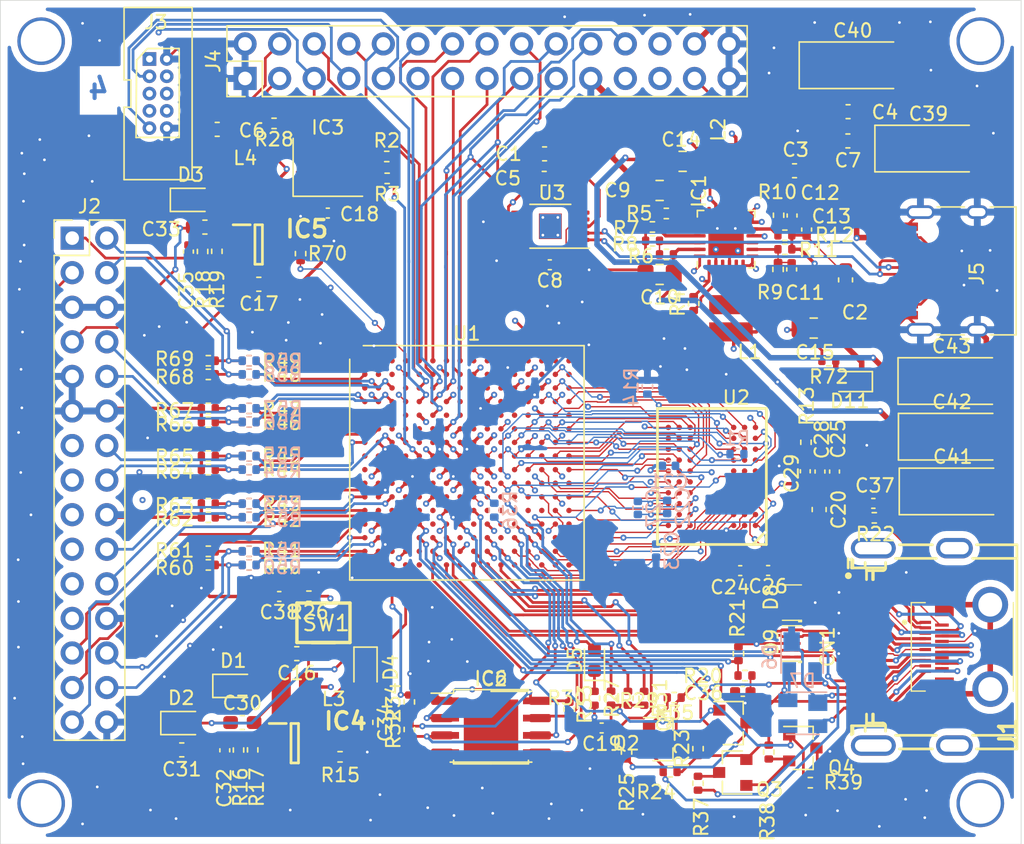
<source format=kicad_pcb>
(kicad_pcb (version 20171130) (host pcbnew "(5.1.8-0-10_14)")
  (layers (0 F.Cu signal) (1 L2 signal hide) (2 L3 signal hide) (31 B.Cu signal hide) (34 B.Paste user) (35 F.Paste user) (36 B.SilkS user hide) (37 F.SilkS user) (38 B.Mask user hide) (39 F.Mask user hide) (44 Edge.Cuts user))
  (net 0 "")
  (net 1 "Net-(J1-Pad14)")
  (net 2 GND)
  (net 3 +3V3)
  (net 4 "Net-(D5-Pad2)")
  (net 5 "Net-(D5-Pad1)")
  (net 6 FPGA_TDI)
  (net 7 IO1)
  (net 8 IO0)
  (net 9 FPGA_TMS)
  (net 10 IO2)
  (net 11 FPGA_TDO)
  (net 12 FPGA_TCK)
  (net 13 CPU_RST)
  (net 14 "Net-(U1-PadP11)")
  (net 15 "Net-(U1-PadP9)")
  (net 16 "Net-(U1-PadP4)")
  (net 17 "Net-(U1-PadN9)")
  (net 18 +2V5)
  (net 19 "Net-(U1-PadM14)")
  (net 20 "Net-(U1-PadM13)")
  (net 21 "Net-(U1-PadM12)")
  (net 22 "Net-(U1-PadM11)")
  (net 23 "Net-(U1-PadL13)")
  (net 24 "Net-(U1-PadL8)")
  (net 25 "Net-(U1-PadL7)")
  (net 26 +1V2)
  (net 27 "Net-(U1-PadF12)")
  (net 28 "Net-(U1-PadF10)")
  (net 29 "Net-(U1-PadF9)")
  (net 30 "Net-(U1-PadE11)")
  (net 31 "Net-(U1-PadE10)")
  (net 32 "Net-(U1-PadE8)")
  (net 33 "Net-(U1-PadE7)")
  (net 34 "Net-(U1-PadE4)")
  (net 35 "Net-(U1-PadD12)")
  (net 36 "Net-(U1-PadD11)")
  (net 37 "Net-(U1-PadD9)")
  (net 38 "Net-(U1-PadD8)")
  (net 39 "Net-(U1-PadC13)")
  (net 40 "Net-(U1-PadC11)")
  (net 41 "Net-(U1-PadC10)")
  (net 42 "Net-(U1-PadC8)")
  (net 43 "Net-(U1-PadB14)")
  (net 44 "Net-(U1-PadB12)")
  (net 45 "Net-(U1-PadB10)")
  (net 46 "Net-(U1-PadB3)")
  (net 47 "Net-(U1-PadA14)")
  (net 48 "Net-(U1-PadA13)")
  (net 49 "Net-(U1-PadA12)")
  (net 50 "Net-(U1-PadA11)")
  (net 51 "Net-(U1-PadA10)")
  (net 52 V_DDR)
  (net 53 "Net-(U2-PadF3)")
  (net 54 "Net-(U1-PadA3)")
  (net 55 "Net-(U1-PadN16)")
  (net 56 "Net-(U1-PadE16)")
  (net 57 "Net-(U1-PadE13)")
  (net 58 "Net-(U1-PadL12)")
  (net 59 "Net-(U1-PadL5)")
  (net 60 "Net-(U1-PadL4)")
  (net 61 "Net-(U1-PadK6)")
  (net 62 "Net-(U1-PadK5)")
  (net 63 "Net-(U1-PadJ6)")
  (net 64 "Net-(U1-PadH4)")
  (net 65 "Net-(U1-PadH3)")
  (net 66 "Net-(U1-PadG6)")
  (net 67 "Net-(U1-PadG5)")
  (net 68 "Net-(U1-PadF6)")
  (net 69 "Net-(U1-PadF5)")
  (net 70 "Net-(U1-PadF4)")
  (net 71 "Net-(U1-PadF3)")
  (net 72 "Net-(U1-PadE3)")
  (net 73 "Net-(U1-PadB2)")
  (net 74 "Net-(U1-PadA2)")
  (net 75 "Net-(R27-Pad2)")
  (net 76 DSI_RESET_N)
  (net 77 DSI_GPIO0)
  (net 78 DSI_GPIO1)
  (net 79 DSI_HS_3_P)
  (net 80 DSI_HS_3_N)
  (net 81 DSI_LP_3_P)
  (net 82 DSI_LP_3_N)
  (net 83 DSI_HS_2_P)
  (net 84 DSI_HS_2_N)
  (net 85 DSI_LP_2_P)
  (net 86 DSI_LP_2_N)
  (net 87 "Net-(R2-Pad2)")
  (net 88 DSI_HS_1_P)
  (net 89 DSI_HS_1_N)
  (net 90 DSI_LP_1_P)
  (net 91 DSI_LP_1_N)
  (net 92 DSI_HS_0_P)
  (net 93 DSI_HS_0_N)
  (net 94 DSI_LP_0_P)
  (net 95 DSI_LP_0_N)
  (net 96 "Net-(U1-PadC4)")
  (net 97 DSI_LP_CLK_P)
  (net 98 DSI_LP_CLK_N)
  (net 99 DSI_HS_CLK_P)
  (net 100 DSI_HS_CLK_N)
  (net 101 +5V)
  (net 102 "Net-(C8-Pad2)")
  (net 103 "Net-(C11-Pad1)")
  (net 104 "Net-(C12-Pad1)")
  (net 105 LCD_BOOST_FB)
  (net 106 LCD_PVDD)
  (net 107 LCD_MVDD)
  (net 108 LCD_BL_FB)
  (net 109 LCD_BL_A)
  (net 110 HDMI_P5V)
  (net 111 "Net-(C37-Pad1)")
  (net 112 "Net-(C30-Pad2)")
  (net 113 "Net-(C30-Pad1)")
  (net 114 "Net-(D3-Pad2)")
  (net 115 HDMI_SDA)
  (net 116 HDMI_SCL)
  (net 117 "Net-(D7-Pad3)")
  (net 118 HDMI_HPD)
  (net 119 "Net-(IC1-Pad22)")
  (net 120 "Net-(IC1-Pad21)")
  (net 121 "Net-(IC1-Pad14)")
  (net 122 "Net-(IC1-Pad5)")
  (net 123 "Net-(IC1-Pad3)")
  (net 124 HDMI_CEC)
  (net 125 DSI_L0_P)
  (net 126 DSI_L0_N)
  (net 127 DSI_L1_P)
  (net 128 DSI_L1_N)
  (net 129 DSI_CLK_P)
  (net 130 LCD_PVDRV)
  (net 131 DSI_CLK_N)
  (net 132 LCD_MVDRV)
  (net 133 DSI_L2_P)
  (net 134 DSI_L2_N)
  (net 135 DSI_L3_P)
  (net 136 DSI_L3_N)
  (net 137 "Net-(Q3-Pad3)")
  (net 138 "Net-(Q3-Pad1)")
  (net 139 "Net-(U3-Pad6)")
  (net 140 "Net-(U3-Pad5)")
  (net 141 "Net-(U1-PadN3)")
  (net 142 "Net-(U1-PadK3)")
  (net 143 "Net-(U1-PadJ4)")
  (net 144 "Net-(U1-PadJ3)")
  (net 145 "Net-(U1-PadJ1)")
  (net 146 "Net-(U1-PadH2)")
  (net 147 "Net-(U1-PadH1)")
  (net 148 "Net-(U1-PadM3)")
  (net 149 "Net-(U1-PadM4)")
  (net 150 "Net-(U1-PadM5)")
  (net 151 "Net-(U1-PadT8)")
  (net 152 "Net-(U1-PadP8)")
  (net 153 "Net-(U1-PadM10)")
  (net 154 "Net-(U1-PadL10)")
  (net 155 "Net-(U1-PadT15)")
  (net 156 "Net-(C38-Pad1)")
  (net 157 "Net-(U1-PadR3)")
  (net 158 "Net-(U1-PadN6)")
  (net 159 "Net-(U1-PadM6)")
  (net 160 DBG_O1)
  (net 161 DBG_O0)
  (net 162 DBG_O3)
  (net 163 DBG_O2)
  (net 164 /hdmi-in/TMDS1_N)
  (net 165 /hdmi-in/TMDS1_P)
  (net 166 /hdmi-in/TMDS2_N)
  (net 167 /hdmi-in/TMDS2_P)
  (net 168 /hdmi-in/TMDS_CLK_N)
  (net 169 /hdmi-in/TMDS_CLK_P)
  (net 170 /hdmi-in/TMDS0_N)
  (net 171 /hdmi-in/TMDS0_P)
  (net 172 /xc6slx16/QSPI_DQ3)
  (net 173 /xc6slx16/QSPI_CLK)
  (net 174 /xc6slx16/QSPI_DQ0)
  (net 175 /xc6slx16/QSPI_DQ2)
  (net 176 /xc6slx16/QSPI_DQ1)
  (net 177 /xc6slx16/QSPI_CS0)
  (net 178 /xc6slx16/CLK_25MHZ)
  (net 179 /power/BL_DIM)
  (net 180 /hdmi-in/SDA)
  (net 181 /hdmi-in/SCL)
  (net 182 /hdmi-in/HPD_EN)
  (net 183 /lpddrsdram/SDRAM_CLK_P)
  (net 184 /lpddrsdram/SDRAM_CLK_N)
  (net 185 /lpddrsdram/SDRAM_CKE)
  (net 186 /lpddrsdram/SDRAM_CS_N)
  (net 187 /hdmi-in/HPD_NOTIFY)
  (net 188 /xc6slx16/FPGA_M0)
  (net 189 /xc6slx16/FPGA_M1)
  (net 190 /lpddrsdram/SDRAM_DQ12)
  (net 191 /lpddrsdram/SDRAM_DQ13)
  (net 192 /lpddrsdram/SDRAM_DQ15)
  (net 193 /lpddrsdram/SDRAM_DQ11)
  (net 194 /lpddrsdram/SDRAM_DQ10)
  (net 195 /lpddrsdram/SDRAM_DQS1)
  (net 196 /lpddrsdram/SDRAM_DQ14)
  (net 197 /lpddrsdram/SDRAM_DQ9)
  (net 198 /lpddrsdram/SDRAM_DQ8)
  (net 199 /lpddrsdram/SDRAM_DQS0)
  (net 200 /lpddrsdram/SDRAM_DQ3)
  (net 201 /lpddrsdram/SDRAM_DQ2)
  (net 202 /lpddrsdram/SDRAM_DQ1)
  (net 203 /lpddrsdram/SDRAM_DQ0)
  (net 204 /lpddrsdram/SDRAM_DQ7)
  (net 205 /lpddrsdram/SDRAM_DQ6)
  (net 206 /lpddrsdram/SDRAM_CAS_N)
  (net 207 /lpddrsdram/SDRAM_DQM1)
  (net 208 /lpddrsdram/SDRAM_DQM0)
  (net 209 /lpddrsdram/SDRAM_DQ5)
  (net 210 /lpddrsdram/SDRAM_DQ4)
  (net 211 /lpddrsdram/SDRAM_RAS_N)
  (net 212 /lpddrsdram/SDRAM_A6)
  (net 213 /lpddrsdram/SDRAM_A5)
  (net 214 /lpddrsdram/SDRAM_A1)
  (net 215 /lpddrsdram/SDRAM_A0)
  (net 216 /lpddrsdram/SDRAM_A3)
  (net 217 /lpddrsdram/SDRAM_BA1)
  (net 218 /lpddrsdram/SDRAM_BA0)
  (net 219 /lpddrsdram/SDRAM_A11)
  (net 220 /lpddrsdram/SDRAM_A2)
  (net 221 /lpddrsdram/SDRAM_A7)
  (net 222 /lpddrsdram/SDRAM_A9)
  (net 223 /lpddrsdram/SDRAM_A8)
  (net 224 /lpddrsdram/SDRAM_WE_N)
  (net 225 /xc6slx16/DDR_VREF)
  (net 226 /lpddrsdram/SDRAM_A12)
  (net 227 /lpddrsdram/SDRAM_A4)
  (net 228 /lpddrsdram/SDRAM_A10)
  (net 229 /xc6slx16/SDRAM_A14)
  (net 230 /lpddrsdram/SDRAM_A13)
  (net 231 DBG_RX)
  (net 232 DBG_TX)
  (net 233 "Net-(U1-PadA9)")
  (net 234 "Net-(U1-PadC9)")
  (net 235 DBG_O6)
  (net 236 DBG_O7)
  (net 237 DBG_O4)
  (net 238 DBG_O5)
  (net 239 DBG_O8)
  (net 240 DBG_O9)
  (net 241 "Net-(J5-PadB8)")
  (net 242 "Net-(J5-PadA5)")
  (net 243 "Net-(J5-PadA7)")
  (net 244 "Net-(J5-PadA6)")
  (net 245 "Net-(J5-PadA8)")
  (net 246 "Net-(J5-PadB5)")
  (net 247 "Net-(D11-Pad2)")
  (net 248 /power/LCD_PWREN)
  (net 249 "Net-(U1-PadN4)")
  (net 250 "Net-(U1-PadT5)")
  (net 251 "Net-(U1-PadR5)")
  (net 252 "Net-(CN1-Pad14)")
  (net 253 /hdmi-in/MH1)
  (net 254 DBG_SDA)
  (net 255 DBG_SCL)
  (module Capacitor_SMD:C_0603_1608Metric_Pad1.08x0.95mm_HandSolder (layer F.Cu) (at 126.86 93.05 270)
    (fp_text reference C34 (at 0 -1.43 90) (layer F.SilkS))
    (fp_text value 4.7u)
    (pad 2 smd roundrect (at 0.8625 0 270) (size 1.075 0.95) (layers F.Cu F.Paste F.Mask) (net 2 GND))
    (pad 1 smd roundrect (at -0.8625 0 270) (size 1.075 0.95) (layers F.Cu F.Paste F.Mask) (net 107 LCD_MVDD))
  )
  (module dsi_shield:MOLEX_500254-1927 (layer F.Cu) (at 163.38 87.5 90)
    (fp_text reference CN1 (at 0 -2.601 90) (layer F.SilkS))
    (fp_text value Connector_HDMI_19_Male_+_1_Shield)
    (pad SHIE thru_hole roundrect (at 7.25 6.72 90) (size 1.5 2.7) (drill oval 0.9 2.1) (layers *.Cu *.Mask) (roundrect_rratio 0.5) (net 253 /hdmi-in/MH1))
    (pad SHIE thru_hole roundrect (at 7.25 0.76 90) (size 1.5 3.3) (drill oval 0.9 2.7) (layers *.Cu *.Mask) (roundrect_rratio 0.5) (net 253 /hdmi-in/MH1))
    (pad SHIE thru_hole roundrect (at -7.25 0.76 90) (size 1.5 3.3) (drill oval 0.9 2.7) (layers *.Cu *.Mask) (roundrect_rratio 0.5) (net 253 /hdmi-in/MH1))
    (pad SHIE thru_hole roundrect (at -7.25 6.72 90) (size 1.5 2.7) (drill oval 0.9 2.1) (layers *.Cu *.Mask) (roundrect_rratio 0.5) (net 253 /hdmi-in/MH1))
    (pad 19 smd rect (at -4.5 0 270) (size 0.28 2.6) (layers F.Cu F.Paste F.Mask) (net 118 HDMI_HPD))
    (pad 18 smd rect (at -4 0 270) (size 0.28 2.6) (layers F.Cu F.Paste F.Mask) (net 110 HDMI_P5V))
    (pad 17 smd rect (at -3.5 0 270) (size 0.28 2.6) (layers F.Cu F.Paste F.Mask) (net 2 GND))
    (pad 16 smd rect (at -3 0 270) (size 0.28 2.6) (layers F.Cu F.Paste F.Mask) (net 115 HDMI_SDA))
    (pad 15 smd rect (at -2.5 0 270) (size 0.28 2.6) (layers F.Cu F.Paste F.Mask) (net 116 HDMI_SCL))
    (pad 14 smd rect (at -2 0 270) (size 0.28 2.6) (layers F.Cu F.Paste F.Mask) (net 252 "Net-(CN1-Pad14)"))
    (pad 13 smd rect (at -1.5 0 270) (size 0.28 2.6) (layers F.Cu F.Paste F.Mask) (net 124 HDMI_CEC))
    (pad 12 smd rect (at -1 0 270) (size 0.28 2.6) (layers F.Cu F.Paste F.Mask) (net 168 /hdmi-in/TMDS_CLK_N))
    (pad 11 smd rect (at -0.5 0 270) (size 0.28 2.6) (layers F.Cu F.Paste F.Mask) (net 2 GND))
    (pad 10 smd rect (at 0 0 270) (size 0.28 2.6) (layers F.Cu F.Paste F.Mask) (net 169 /hdmi-in/TMDS_CLK_P))
    (pad 9 smd rect (at 0.5 0 270) (size 0.28 2.6) (layers F.Cu F.Paste F.Mask) (net 170 /hdmi-in/TMDS0_N))
    (pad 8 smd rect (at 1 0 270) (size 0.28 2.6) (layers F.Cu F.Paste F.Mask) (net 2 GND))
    (pad 7 smd rect (at 1.5 0 270) (size 0.28 2.6) (layers F.Cu F.Paste F.Mask) (net 171 /hdmi-in/TMDS0_P))
    (pad 6 smd rect (at 2 0 270) (size 0.28 2.6) (layers F.Cu F.Paste F.Mask) (net 164 /hdmi-in/TMDS1_N))
    (pad 5 smd rect (at 2.5 0 270) (size 0.28 2.6) (layers F.Cu F.Paste F.Mask) (net 2 GND))
    (pad 4 smd rect (at 3 0 270) (size 0.28 2.6) (layers F.Cu F.Paste F.Mask) (net 165 /hdmi-in/TMDS1_P))
    (pad 3 smd rect (at 3.5 0 270) (size 0.28 2.6) (layers F.Cu F.Paste F.Mask) (net 166 /hdmi-in/TMDS2_N))
    (pad 2 smd rect (at 4 0 270) (size 0.28 2.6) (layers F.Cu F.Paste F.Mask) (net 2 GND))
    (pad 1 smd rect (at 4.5 0 270) (size 0.28 2.6) (layers F.Cu F.Paste F.Mask) (net 167 /hdmi-in/TMDS2_P))
  )
  (module Capacitor_Tantalum_SMD:CP_EIA-6032-28_Kemet-C_Pad2.25x2.35mm_HandSolder (layer F.Cu) (at 169.89 67.97)
    (fp_text reference C43 (at 0 -2.55) (layer F.SilkS))
    (fp_text value CP)
    (pad 2 smd roundrect (at 2.55 0) (size 2.25 2.35) (layers F.Cu F.Paste F.Mask) (roundrect_rratio 0.1111106666666667) (net 2 GND))
    (pad 1 smd roundrect (at -2.55 0) (size 2.25 2.35) (layers F.Cu F.Paste F.Mask) (roundrect_rratio 0.1111106666666667) (net 26 +1V2))
  )
  (module Capacitor_Tantalum_SMD:CP_EIA-6032-28_Kemet-C_Pad2.25x2.35mm_HandSolder (layer F.Cu) (at 169.92 72.06)
    (fp_text reference C42 (at 0 -2.55) (layer F.SilkS))
    (fp_text value CP)
    (pad 2 smd roundrect (at 2.55 0) (size 2.25 2.35) (layers F.Cu F.Paste F.Mask) (roundrect_rratio 0.1111106666666667) (net 2 GND))
    (pad 1 smd roundrect (at -2.55 0) (size 2.25 2.35) (layers F.Cu F.Paste F.Mask) (roundrect_rratio 0.1111106666666667) (net 18 +2V5))
  )
  (module Capacitor_Tantalum_SMD:CP_EIA-6032-28_Kemet-C_Pad2.25x2.35mm_HandSolder (layer F.Cu) (at 169.98 76.08)
    (fp_text reference C41 (at 0 -2.55) (layer F.SilkS))
    (fp_text value CP)
    (pad 2 smd roundrect (at 2.55 0) (size 2.25 2.35) (layers F.Cu F.Paste F.Mask) (roundrect_rratio 0.1111106666666667) (net 2 GND))
    (pad 1 smd roundrect (at -2.55 0) (size 2.25 2.35) (layers F.Cu F.Paste F.Mask) (roundrect_rratio 0.1111106666666667) (net 52 V_DDR))
  )
  (module Resistor_SMD:R_0402_1005Metric (layer F.Cu) (at 146.11 91.28 90)
    (fp_text reference R27 (at 0 -1.17 90) (layer F.SilkS))
    (fp_text value 3k3)
    (pad 2 smd roundrect (at 0.51 0 90) (size 0.54 0.64) (layers F.Cu F.Paste F.Mask) (net 75 "Net-(R27-Pad2)"))
    (pad 1 smd roundrect (at -0.51 0 90) (size 0.54 0.64) (layers F.Cu F.Paste F.Mask) (net 3 +3V3))
  )
  (module 10118241001RLF:10118241001RLF (layer F.Cu) (at 170.38 87.5 90)
    (fp_text reference J1 (at -6.33 3.66 90) (layer F.SilkS) (effects (font (size 1.27 1.27) (thickness 0.254))))
    (fp_text value 10118241-001RLF hide)
    (pad MP2 smd rect (at -3.45 -1.02 180) (size 1.38 2.4) (layers F.Cu F.Paste F.Mask) (net 111 "Net-(C37-Pad1)"))
    (pad MP1 smd rect (at 3.45 -1.02 180) (size 1.38 2.4) (layers F.Cu F.Paste F.Mask) (net 111 "Net-(C37-Pad1)"))
    (pad MH2 thru_hole circle (at -3.1 2.35 90) (size 2.625 2.625) (drill 1.75) (layers *.Cu *.Mask) (net 111 "Net-(C37-Pad1)"))
    (pad MH1 thru_hole circle (at 3.1 2.35 90) (size 2.625 2.625) (drill 1.75) (layers *.Cu *.Mask) (net 111 "Net-(C37-Pad1)"))
    (pad 19 smd rect (at -1.8 -2.425 90) (size 0.23 0.85) (layers F.Cu F.Paste F.Mask) (net 118 HDMI_HPD))
    (pad 18 smd rect (at -1.6 -1.2 90) (size 0.23 1) (layers F.Cu F.Paste F.Mask) (net 110 HDMI_P5V))
    (pad 17 smd rect (at -1.4 -2.425 90) (size 0.23 0.85) (layers F.Cu F.Paste F.Mask) (net 2 GND))
    (pad 16 smd rect (at -1.2 -1.2 90) (size 0.23 1) (layers F.Cu F.Paste F.Mask) (net 115 HDMI_SDA))
    (pad 15 smd rect (at -1 -2.425 90) (size 0.23 0.85) (layers F.Cu F.Paste F.Mask) (net 116 HDMI_SCL))
    (pad 14 smd rect (at -0.8 -1.2 90) (size 0.23 1) (layers F.Cu F.Paste F.Mask) (net 1 "Net-(J1-Pad14)"))
    (pad 13 smd rect (at -0.6 -2.425 90) (size 0.23 0.85) (layers F.Cu F.Paste F.Mask) (net 124 HDMI_CEC))
    (pad 12 smd rect (at -0.4 -1.2 90) (size 0.23 1) (layers F.Cu F.Paste F.Mask) (net 168 /hdmi-in/TMDS_CLK_N))
    (pad 11 smd rect (at -0.2 -2.425 90) (size 0.23 0.85) (layers F.Cu F.Paste F.Mask) (net 2 GND))
    (pad 10 smd rect (at 0 -1.2 90) (size 0.23 1) (layers F.Cu F.Paste F.Mask) (net 169 /hdmi-in/TMDS_CLK_P))
    (pad 9 smd rect (at 0.2 -2.425 90) (size 0.23 0.85) (layers F.Cu F.Paste F.Mask) (net 170 /hdmi-in/TMDS0_N))
    (pad 8 smd rect (at 0.4 -1.2 90) (size 0.23 1) (layers F.Cu F.Paste F.Mask) (net 2 GND))
    (pad 7 smd rect (at 0.6 -2.425 90) (size 0.23 0.85) (layers F.Cu F.Paste F.Mask) (net 171 /hdmi-in/TMDS0_P))
    (pad 6 smd rect (at 0.8 -1.2 90) (size 0.23 1) (layers F.Cu F.Paste F.Mask) (net 164 /hdmi-in/TMDS1_N))
    (pad 5 smd rect (at 1 -2.425 90) (size 0.23 0.85) (layers F.Cu F.Paste F.Mask) (net 2 GND))
    (pad 4 smd rect (at 1.2 -1.2 90) (size 0.23 1) (layers F.Cu F.Paste F.Mask) (net 165 /hdmi-in/TMDS1_P))
    (pad 3 smd rect (at 1.4 -2.425 90) (size 0.23 0.85) (layers F.Cu F.Paste F.Mask) (net 166 /hdmi-in/TMDS2_N))
    (pad 2 smd rect (at 1.6 -1.2 90) (size 0.23 1) (layers F.Cu F.Paste F.Mask) (net 2 GND))
    (pad 1 smd rect (at 1.8 -2.425 90) (size 0.23 0.85) (layers F.Cu F.Paste F.Mask) (net 167 /hdmi-in/TMDS2_P))
  )
  (module Capacitor_Tantalum_SMD:CP_EIA-6032-28_Kemet-C_Pad2.25x2.35mm_HandSolder (layer F.Cu) (at 162.63 44.77)
    (fp_text reference C40 (at 0 -2.55) (layer F.SilkS))
    (fp_text value CP)
    (pad 2 smd roundrect (at 2.55 0) (size 2.25 2.35) (layers F.Cu F.Paste F.Mask) (roundrect_rratio 0.1111106666666667) (net 2 GND))
    (pad 1 smd roundrect (at -2.55 0) (size 2.25 2.35) (layers F.Cu F.Paste F.Mask) (roundrect_rratio 0.1111106666666667) (net 3 +3V3))
  )
  (module Capacitor_Tantalum_SMD:CP_EIA-6032-28_Kemet-C_Pad2.25x2.35mm_HandSolder (layer F.Cu) (at 168.19 50.89)
    (fp_text reference C39 (at 0 -2.55) (layer F.SilkS))
    (fp_text value CP)
    (pad 2 smd roundrect (at 2.55 0) (size 2.25 2.35) (layers F.Cu F.Paste F.Mask) (roundrect_rratio 0.1111106666666667) (net 2 GND))
    (pad 1 smd roundrect (at -2.55 0) (size 2.25 2.35) (layers F.Cu F.Paste F.Mask) (roundrect_rratio 0.1111106666666667) (net 101 +5V))
  )
  (module Package_SO:SOP-8_5.28x5.23mm_P1.27mm (layer F.Cu) (at 136.05 93.37)
    (fp_text reference IC6 (at 0 -3.56) (layer F.SilkS))
    (fp_text value M25P80-VMN6P)
    (pad 8 smd roundrect (at 3.6 -1.905) (size 1.6 0.6) (layers F.Cu F.Paste F.Mask) (net 3 +3V3))
    (pad 7 smd roundrect (at 3.6 -0.635) (size 1.6 0.6) (layers F.Cu F.Paste F.Mask) (net 172 /xc6slx16/QSPI_DQ3))
    (pad 6 smd roundrect (at 3.6 0.635) (size 1.6 0.6) (layers F.Cu F.Paste F.Mask) (net 173 /xc6slx16/QSPI_CLK))
    (pad 5 smd roundrect (at 3.6 1.905) (size 1.6 0.6) (layers F.Cu F.Paste F.Mask) (net 174 /xc6slx16/QSPI_DQ0))
    (pad 4 smd roundrect (at -3.6 1.905) (size 1.6 0.6) (layers F.Cu F.Paste F.Mask) (net 2 GND))
    (pad 3 smd roundrect (at -3.6 0.635) (size 1.6 0.6) (layers F.Cu F.Paste F.Mask) (net 175 /xc6slx16/QSPI_DQ2))
    (pad 2 smd roundrect (at -3.6 -0.635) (size 1.6 0.6) (layers F.Cu F.Paste F.Mask) (net 176 /xc6slx16/QSPI_DQ1))
    (pad 1 smd roundrect (at -3.6 -1.905) (size 1.6 0.6) (layers F.Cu F.Paste F.Mask) (net 177 /xc6slx16/QSPI_CS0))
  )
  (module Diode_SMD:D_SOD-323F (layer F.Cu) (at 126.83 89.02 270)
    (fp_text reference D4 (at 0 -1.85 90) (layer F.SilkS))
    (fp_text value 1N4148)
    (pad 2 smd rect (at 1.1 0 270) (size 0.5 0.5) (layers F.Cu F.Paste F.Mask) (net 107 LCD_MVDD))
    (pad 1 smd rect (at -1.1 0 270) (size 0.5 0.5) (layers F.Cu F.Paste F.Mask) (net 113 "Net-(C30-Pad1)"))
  )
  (module Diode_SMD:D_SOD-323F (layer F.Cu) (at 113.99 54.66)
    (fp_text reference D3 (at 0 -1.85) (layer F.SilkS))
    (fp_text value 1N4148)
    (pad 2 smd rect (at 1.1 0) (size 0.5 0.5) (layers F.Cu F.Paste F.Mask) (net 114 "Net-(D3-Pad2)"))
    (pad 1 smd rect (at -1.1 0) (size 0.5 0.5) (layers F.Cu F.Paste F.Mask) (net 109 LCD_BL_A))
  )
  (module Diode_SMD:D_SOD-323F (layer F.Cu) (at 113.29 93.1)
    (fp_text reference D2 (at 0 -1.85) (layer F.SilkS))
    (fp_text value 1N4148)
    (pad 2 smd rect (at 1.1 0) (size 0.5 0.5) (layers F.Cu F.Paste F.Mask) (net 113 "Net-(C30-Pad1)"))
    (pad 1 smd rect (at -1.1 0) (size 0.5 0.5) (layers F.Cu F.Paste F.Mask) (net 2 GND))
  )
  (module Diode_SMD:D_SOD-323F (layer F.Cu) (at 117.11 90.37)
    (fp_text reference D1 (at 0 -1.85) (layer F.SilkS))
    (fp_text value 1N4148)
    (pad 2 smd rect (at 1.1 0) (size 0.5 0.5) (layers F.Cu F.Paste F.Mask) (net 112 "Net-(C30-Pad2)"))
    (pad 1 smd rect (at -1.1 0) (size 0.5 0.5) (layers F.Cu F.Paste F.Mask) (net 106 LCD_PVDD))
  )
  (module Package_BGA:Xilinx_FTG256 (layer F.Cu) (at 134.28 73.98)
    (fp_text reference U1 (at 0 -9.5) (layer F.SilkS))
    (fp_text value XC6SLX16-FTG256)
    (pad T16 smd circle (at 7.5 7.5) (size 0.4 0.4) (layers F.Cu F.Paste F.Mask) (net 2 GND))
    (pad T15 smd circle (at 6.5 7.5) (size 0.4 0.4) (layers F.Cu F.Paste F.Mask) (net 155 "Net-(U1-PadT15)"))
    (pad T14 smd circle (at 5.5 7.5) (size 0.4 0.4) (layers F.Cu F.Paste F.Mask) (net 190 /lpddrsdram/SDRAM_DQ12))
    (pad T13 smd circle (at 4.5 7.5) (size 0.4 0.4) (layers F.Cu F.Paste F.Mask) (net 191 /lpddrsdram/SDRAM_DQ13))
    (pad T12 smd circle (at 3.5 7.5) (size 0.4 0.4) (layers F.Cu F.Paste F.Mask) (net 192 /lpddrsdram/SDRAM_DQ15))
    (pad T11 smd circle (at 2.5 7.5) (size 0.4 0.4) (layers F.Cu F.Paste F.Mask) (net 188 /xc6slx16/FPGA_M0))
    (pad T10 smd circle (at 1.5 7.5) (size 0.4 0.4) (layers F.Cu F.Paste F.Mask) (net 174 /xc6slx16/QSPI_DQ0))
    (pad T9 smd circle (at 0.5 7.5) (size 0.4 0.4) (layers F.Cu F.Paste F.Mask) (net 164 /hdmi-in/TMDS1_N))
    (pad T8 smd circle (at -0.5 7.5) (size 0.4 0.4) (layers F.Cu F.Paste F.Mask) (net 151 "Net-(U1-PadT8)"))
    (pad T7 smd circle (at -1.5 7.5) (size 0.4 0.4) (layers F.Cu F.Paste F.Mask) (net 170 /hdmi-in/TMDS0_N))
    (pad T6 smd circle (at -2.5 7.5) (size 0.4 0.4) (layers F.Cu F.Paste F.Mask) (net 182 /hdmi-in/HPD_EN))
    (pad T5 smd circle (at -3.5 7.5) (size 0.4 0.4) (layers F.Cu F.Paste F.Mask) (net 250 "Net-(U1-PadT5)"))
    (pad T4 smd circle (at -4.5 7.5) (size 0.4 0.4) (layers F.Cu F.Paste F.Mask) (net 248 /power/LCD_PWREN))
    (pad T3 smd circle (at -5.5 7.5) (size 0.4 0.4) (layers F.Cu F.Paste F.Mask) (net 177 /xc6slx16/QSPI_CS0))
    (pad T2 smd circle (at -6.5 7.5) (size 0.4 0.4) (layers F.Cu F.Paste F.Mask) (net 156 "Net-(C38-Pad1)"))
    (pad T1 smd circle (at -7.5 7.5) (size 0.4 0.4) (layers F.Cu F.Paste F.Mask) (net 2 GND))
    (pad R16 smd circle (at 7.5 6.5) (size 0.4 0.4) (layers F.Cu F.Paste F.Mask) (net 193 /lpddrsdram/SDRAM_DQ11))
    (pad R15 smd circle (at 6.5 6.5) (size 0.4 0.4) (layers F.Cu F.Paste F.Mask) (net 194 /lpddrsdram/SDRAM_DQ10))
    (pad R14 smd circle (at 5.5 6.5) (size 0.4 0.4) (layers F.Cu F.Paste F.Mask) (net 195 /lpddrsdram/SDRAM_DQS1))
    (pad R13 smd circle (at 4.5 6.5) (size 0.4 0.4) (layers F.Cu F.Paste F.Mask) (net 52 V_DDR))
    (pad R12 smd circle (at 3.5 6.5) (size 0.4 0.4) (layers F.Cu F.Paste F.Mask) (net 196 /lpddrsdram/SDRAM_DQ14))
    (pad R11 smd circle (at 2.5 6.5) (size 0.4 0.4) (layers F.Cu F.Paste F.Mask) (net 173 /xc6slx16/QSPI_CLK))
    (pad R10 smd circle (at 1.5 6.5) (size 0.4 0.4) (layers F.Cu F.Paste F.Mask) (net 2 GND))
    (pad R9 smd circle (at 0.5 6.5) (size 0.4 0.4) (layers F.Cu F.Paste F.Mask) (net 165 /hdmi-in/TMDS1_P))
    (pad R8 smd circle (at -0.5 6.5) (size 0.4 0.4) (layers F.Cu F.Paste F.Mask) (net 3 +3V3))
    (pad R7 smd circle (at -1.5 6.5) (size 0.4 0.4) (layers F.Cu F.Paste F.Mask) (net 171 /hdmi-in/TMDS0_P))
    (pad R6 smd circle (at -2.5 6.5) (size 0.4 0.4) (layers F.Cu F.Paste F.Mask) (net 2 GND))
    (pad R5 smd circle (at -3.5 6.5) (size 0.4 0.4) (layers F.Cu F.Paste F.Mask) (net 251 "Net-(U1-PadR5)"))
    (pad R4 smd circle (at -4.5 6.5) (size 0.4 0.4) (layers F.Cu F.Paste F.Mask) (net 3 +3V3))
    (pad R3 smd circle (at -5.5 6.5) (size 0.4 0.4) (layers F.Cu F.Paste F.Mask) (net 157 "Net-(U1-PadR3)"))
    (pad R2 smd circle (at -6.5 6.5) (size 0.4 0.4) (layers F.Cu F.Paste F.Mask) (net 92 DSI_HS_0_P))
    (pad R1 smd circle (at -7.5 6.5) (size 0.4 0.4) (layers F.Cu F.Paste F.Mask) (net 93 DSI_HS_0_N))
    (pad P16 smd circle (at 7.5 5.5) (size 0.4 0.4) (layers F.Cu F.Paste F.Mask) (net 197 /lpddrsdram/SDRAM_DQ9))
    (pad P15 smd circle (at 6.5 5.5) (size 0.4 0.4) (layers F.Cu F.Paste F.Mask) (net 198 /lpddrsdram/SDRAM_DQ8))
    (pad P14 smd circle (at 5.5 5.5) (size 0.4 0.4) (layers F.Cu F.Paste F.Mask) (net 2 GND))
    (pad P13 smd circle (at 4.5 5.5) (size 0.4 0.4) (layers F.Cu F.Paste F.Mask) (net 4 "Net-(D5-Pad2)"))
    (pad P12 smd circle (at 3.5 5.5) (size 0.4 0.4) (layers F.Cu F.Paste F.Mask) (net 172 /xc6slx16/QSPI_DQ3))
    (pad P11 smd circle (at 2.5 5.5) (size 0.4 0.4) (layers F.Cu F.Paste F.Mask) (net 14 "Net-(U1-PadP11)"))
    (pad P10 smd circle (at 1.5 5.5) (size 0.4 0.4) (layers F.Cu F.Paste F.Mask) (net 176 /xc6slx16/QSPI_DQ1))
    (pad P9 smd circle (at 0.5 5.5) (size 0.4 0.4) (layers F.Cu F.Paste F.Mask) (net 15 "Net-(U1-PadP9)"))
    (pad P8 smd circle (at -0.5 5.5) (size 0.4 0.4) (layers F.Cu F.Paste F.Mask) (net 152 "Net-(U1-PadP8)"))
    (pad P7 smd circle (at -1.5 5.5) (size 0.4 0.4) (layers F.Cu F.Paste F.Mask) (net 169 /hdmi-in/TMDS_CLK_P))
    (pad P6 smd circle (at -2.5 5.5) (size 0.4 0.4) (layers F.Cu F.Paste F.Mask) (net 187 /hdmi-in/HPD_NOTIFY))
    (pad P5 smd circle (at -3.5 5.5) (size 0.4 0.4) (layers F.Cu F.Paste F.Mask) (net 180 /hdmi-in/SDA))
    (pad P4 smd circle (at -4.5 5.5) (size 0.4 0.4) (layers F.Cu F.Paste F.Mask) (net 16 "Net-(U1-PadP4)"))
    (pad P3 smd circle (at -5.5 5.5) (size 0.4 0.4) (layers F.Cu F.Paste F.Mask) (net 2 GND))
    (pad P2 smd circle (at -6.5 5.5) (size 0.4 0.4) (layers F.Cu F.Paste F.Mask) (net 94 DSI_LP_0_P))
    (pad P1 smd circle (at -7.5 5.5) (size 0.4 0.4) (layers F.Cu F.Paste F.Mask) (net 95 DSI_LP_0_N))
    (pad N16 smd circle (at 7.5 4.5) (size 0.4 0.4) (layers F.Cu F.Paste F.Mask) (net 55 "Net-(U1-PadN16)"))
    (pad N15 smd circle (at 6.5 4.5) (size 0.4 0.4) (layers F.Cu F.Paste F.Mask) (net 52 V_DDR))
    (pad N14 smd circle (at 5.5 4.5) (size 0.4 0.4) (layers F.Cu F.Paste F.Mask) (net 199 /lpddrsdram/SDRAM_DQS0))
    (pad N13 smd circle (at 4.5 4.5) (size 0.4 0.4) (layers F.Cu F.Paste F.Mask) (net 2 GND))
    (pad N12 smd circle (at 3.5 4.5) (size 0.4 0.4) (layers F.Cu F.Paste F.Mask) (net 175 /xc6slx16/QSPI_DQ2))
    (pad N11 smd circle (at 2.5 4.5) (size 0.4 0.4) (layers F.Cu F.Paste F.Mask) (net 189 /xc6slx16/FPGA_M1))
    (pad N10 smd circle (at 1.5 4.5) (size 0.4 0.4) (layers F.Cu F.Paste F.Mask) (net 3 +3V3))
    (pad N9 smd circle (at 0.5 4.5) (size 0.4 0.4) (layers F.Cu F.Paste F.Mask) (net 17 "Net-(U1-PadN9)"))
    (pad N8 smd circle (at -0.5 4.5) (size 0.4 0.4) (layers F.Cu F.Paste F.Mask) (net 166 /hdmi-in/TMDS2_N))
    (pad N7 smd circle (at -1.5 4.5) (size 0.4 0.4) (layers F.Cu F.Paste F.Mask) (net 3 +3V3))
    (pad N6 smd circle (at -2.5 4.5) (size 0.4 0.4) (layers F.Cu F.Paste F.Mask) (net 158 "Net-(U1-PadN6)"))
    (pad N5 smd circle (at -3.5 4.5) (size 0.4 0.4) (layers F.Cu F.Paste F.Mask) (net 181 /hdmi-in/SCL))
    (pad N4 smd circle (at -4.5 4.5) (size 0.4 0.4) (layers F.Cu F.Paste F.Mask) (net 249 "Net-(U1-PadN4)"))
    (pad N3 smd circle (at -5.5 4.5) (size 0.4 0.4) (layers F.Cu F.Paste F.Mask) (net 141 "Net-(U1-PadN3)"))
    (pad N2 smd circle (at -6.5 4.5) (size 0.4 0.4) (layers F.Cu F.Paste F.Mask) (net 52 V_DDR))
    (pad N1 smd circle (at -7.5 4.5) (size 0.4 0.4) (layers F.Cu F.Paste F.Mask) (net 77 DSI_GPIO0))
    (pad M16 smd circle (at 7.5 3.5) (size 0.4 0.4) (layers F.Cu F.Paste F.Mask) (net 200 /lpddrsdram/SDRAM_DQ3))
    (pad M15 smd circle (at 6.5 3.5) (size 0.4 0.4) (layers F.Cu F.Paste F.Mask) (net 201 /lpddrsdram/SDRAM_DQ2))
    (pad M14 smd circle (at 5.5 3.5) (size 0.4 0.4) (layers F.Cu F.Paste F.Mask) (net 19 "Net-(U1-PadM14)"))
    (pad M13 smd circle (at 4.5 3.5) (size 0.4 0.4) (layers F.Cu F.Paste F.Mask) (net 20 "Net-(U1-PadM13)"))
    (pad M12 smd circle (at 3.5 3.5) (size 0.4 0.4) (layers F.Cu F.Paste F.Mask) (net 21 "Net-(U1-PadM12)"))
    (pad M11 smd circle (at 2.5 3.5) (size 0.4 0.4) (layers F.Cu F.Paste F.Mask) (net 22 "Net-(U1-PadM11)"))
    (pad M10 smd circle (at 1.5 3.5) (size 0.4 0.4) (layers F.Cu F.Paste F.Mask) (net 153 "Net-(U1-PadM10)"))
    (pad M9 smd circle (at 0.5 3.5) (size 0.4 0.4) (layers F.Cu F.Paste F.Mask) (net 167 /hdmi-in/TMDS2_P))
    (pad M8 smd circle (at -0.5 3.5) (size 0.4 0.4) (layers F.Cu F.Paste F.Mask) (net 2 GND))
    (pad M7 smd circle (at -1.5 3.5) (size 0.4 0.4) (layers F.Cu F.Paste F.Mask) (net 168 /hdmi-in/TMDS_CLK_N))
    (pad M6 smd circle (at -2.5 3.5) (size 0.4 0.4) (layers F.Cu F.Paste F.Mask) (net 159 "Net-(U1-PadM6)"))
    (pad M5 smd circle (at -3.5 3.5) (size 0.4 0.4) (layers F.Cu F.Paste F.Mask) (net 150 "Net-(U1-PadM5)"))
    (pad M4 smd circle (at -4.5 3.5) (size 0.4 0.4) (layers F.Cu F.Paste F.Mask) (net 149 "Net-(U1-PadM4)"))
    (pad M3 smd circle (at -5.5 3.5) (size 0.4 0.4) (layers F.Cu F.Paste F.Mask) (net 148 "Net-(U1-PadM3)"))
    (pad M2 smd circle (at -6.5 3.5) (size 0.4 0.4) (layers F.Cu F.Paste F.Mask) (net 76 DSI_RESET_N))
    (pad M1 smd circle (at -7.5 3.5) (size 0.4 0.4) (layers F.Cu F.Paste F.Mask) (net 78 DSI_GPIO1))
    (pad L16 smd circle (at 7.5 2.5) (size 0.4 0.4) (layers F.Cu F.Paste F.Mask) (net 202 /lpddrsdram/SDRAM_DQ1))
    (pad L15 smd circle (at 6.5 2.5) (size 0.4 0.4) (layers F.Cu F.Paste F.Mask) (net 2 GND))
    (pad L14 smd circle (at 5.5 2.5) (size 0.4 0.4) (layers F.Cu F.Paste F.Mask) (net 203 /lpddrsdram/SDRAM_DQ0))
    (pad L13 smd circle (at 4.5 2.5) (size 0.4 0.4) (layers F.Cu F.Paste F.Mask) (net 23 "Net-(U1-PadL13)"))
    (pad L12 smd circle (at 3.5 2.5) (size 0.4 0.4) (layers F.Cu F.Paste F.Mask) (net 58 "Net-(U1-PadL12)"))
    (pad L11 smd circle (at 2.5 2.5) (size 0.4 0.4) (layers F.Cu F.Paste F.Mask) (net 75 "Net-(R27-Pad2)"))
    (pad L10 smd circle (at 1.5 2.5) (size 0.4 0.4) (layers F.Cu F.Paste F.Mask) (net 154 "Net-(U1-PadL10)"))
    (pad L9 smd circle (at 0.5 2.5) (size 0.4 0.4) (layers F.Cu F.Paste F.Mask) (net 18 +2V5))
    (pad L8 smd circle (at -0.5 2.5) (size 0.4 0.4) (layers F.Cu F.Paste F.Mask) (net 24 "Net-(U1-PadL8)"))
    (pad L7 smd circle (at -1.5 2.5) (size 0.4 0.4) (layers F.Cu F.Paste F.Mask) (net 25 "Net-(U1-PadL7)"))
    (pad L6 smd circle (at -2.5 2.5) (size 0.4 0.4) (layers F.Cu F.Paste F.Mask) (net 18 +2V5))
    (pad L5 smd circle (at -3.5 2.5) (size 0.4 0.4) (layers F.Cu F.Paste F.Mask) (net 59 "Net-(U1-PadL5)"))
    (pad L4 smd circle (at -4.5 2.5) (size 0.4 0.4) (layers F.Cu F.Paste F.Mask) (net 60 "Net-(U1-PadL4)"))
    (pad L3 smd circle (at -5.5 2.5) (size 0.4 0.4) (layers F.Cu F.Paste F.Mask) (net 90 DSI_LP_1_P))
    (pad L2 smd circle (at -6.5 2.5) (size 0.4 0.4) (layers F.Cu F.Paste F.Mask) (net 2 GND))
    (pad L1 smd circle (at -7.5 2.5) (size 0.4 0.4) (layers F.Cu F.Paste F.Mask) (net 91 DSI_LP_1_N))
    (pad K16 smd circle (at 7.5 1.5) (size 0.4 0.4) (layers F.Cu F.Paste F.Mask) (net 204 /lpddrsdram/SDRAM_DQ7))
    (pad K15 smd circle (at 6.5 1.5) (size 0.4 0.4) (layers F.Cu F.Paste F.Mask) (net 205 /lpddrsdram/SDRAM_DQ6))
    (pad K14 smd circle (at 5.5 1.5) (size 0.4 0.4) (layers F.Cu F.Paste F.Mask) (net 206 /lpddrsdram/SDRAM_CAS_N))
    (pad K13 smd circle (at 4.5 1.5) (size 0.4 0.4) (layers F.Cu F.Paste F.Mask) (net 52 V_DDR))
    (pad K12 smd circle (at 3.5 1.5) (size 0.4 0.4) (layers F.Cu F.Paste F.Mask) (net 207 /lpddrsdram/SDRAM_DQM1))
    (pad K11 smd circle (at 2.5 1.5) (size 0.4 0.4) (layers F.Cu F.Paste F.Mask) (net 208 /lpddrsdram/SDRAM_DQM0))
    (pad K10 smd circle (at 1.5 1.5) (size 0.4 0.4) (layers F.Cu F.Paste F.Mask) (net 26 +1V2))
    (pad K9 smd circle (at 0.5 1.5) (size 0.4 0.4) (layers F.Cu F.Paste F.Mask) (net 2 GND))
    (pad K8 smd circle (at -0.5 1.5) (size 0.4 0.4) (layers F.Cu F.Paste F.Mask) (net 26 +1V2))
    (pad K7 smd circle (at -1.5 1.5) (size 0.4 0.4) (layers F.Cu F.Paste F.Mask) (net 2 GND))
    (pad K6 smd circle (at -2.5 1.5) (size 0.4 0.4) (layers F.Cu F.Paste F.Mask) (net 61 "Net-(U1-PadK6)"))
    (pad K5 smd circle (at -3.5 1.5) (size 0.4 0.4) (layers F.Cu F.Paste F.Mask) (net 62 "Net-(U1-PadK5)"))
    (pad K4 smd circle (at -4.5 1.5) (size 0.4 0.4) (layers F.Cu F.Paste F.Mask) (net 52 V_DDR))
    (pad K3 smd circle (at -5.5 1.5) (size 0.4 0.4) (layers F.Cu F.Paste F.Mask) (net 142 "Net-(U1-PadK3)"))
    (pad K2 smd circle (at -6.5 1.5) (size 0.4 0.4) (layers F.Cu F.Paste F.Mask) (net 88 DSI_HS_1_P))
    (pad K1 smd circle (at -7.5 1.5) (size 0.4 0.4) (layers F.Cu F.Paste F.Mask) (net 89 DSI_HS_1_N))
    (pad J16 smd circle (at 7.5 0.5) (size 0.4 0.4) (layers F.Cu F.Paste F.Mask) (net 209 /lpddrsdram/SDRAM_DQ5))
    (pad J15 smd circle (at 6.5 0.5) (size 0.4 0.4) (layers F.Cu F.Paste F.Mask) (net 52 V_DDR))
    (pad J14 smd circle (at 5.5 0.5) (size 0.4 0.4) (layers F.Cu F.Paste F.Mask) (net 210 /lpddrsdram/SDRAM_DQ4))
    (pad J13 smd circle (at 4.5 0.5) (size 0.4 0.4) (layers F.Cu F.Paste F.Mask) (net 211 /lpddrsdram/SDRAM_RAS_N))
    (pad J12 smd circle (at 3.5 0.5) (size 0.4 0.4) (layers F.Cu F.Paste F.Mask) (net 212 /lpddrsdram/SDRAM_A6))
    (pad J11 smd circle (at 2.5 0.5) (size 0.4 0.4) (layers F.Cu F.Paste F.Mask) (net 213 /lpddrsdram/SDRAM_A5))
    (pad J10 smd circle (at 1.5 0.5) (size 0.4 0.4) (layers F.Cu F.Paste F.Mask) (net 18 +2V5))
    (pad J9 smd circle (at 0.5 0.5) (size 0.4 0.4) (layers F.Cu F.Paste F.Mask) (net 26 +1V2))
    (pad J8 smd circle (at -0.5 0.5) (size 0.4 0.4) (layers F.Cu F.Paste F.Mask) (net 2 GND))
    (pad J7 smd circle (at -1.5 0.5) (size 0.4 0.4) (layers F.Cu F.Paste F.Mask) (net 26 +1V2))
    (pad J6 smd circle (at -2.5 0.5) (size 0.4 0.4) (layers F.Cu F.Paste F.Mask) (net 63 "Net-(U1-PadJ6)"))
    (pad J5 smd circle (at -3.5 0.5) (size 0.4 0.4) (layers F.Cu F.Paste F.Mask) (net 2 GND))
    (pad J4 smd circle (at -4.5 0.5) (size 0.4 0.4) (layers F.Cu F.Paste F.Mask) (net 143 "Net-(U1-PadJ4)"))
    (pad J3 smd circle (at -5.5 0.5) (size 0.4 0.4) (layers F.Cu F.Paste F.Mask) (net 144 "Net-(U1-PadJ3)"))
    (pad J2 smd circle (at -6.5 0.5) (size 0.4 0.4) (layers F.Cu F.Paste F.Mask) (net 52 V_DDR))
    (pad J1 smd circle (at -7.5 0.5) (size 0.4 0.4) (layers F.Cu F.Paste F.Mask) (net 145 "Net-(U1-PadJ1)"))
    (pad H16 smd circle (at 7.5 -0.5) (size 0.4 0.4) (layers F.Cu F.Paste F.Mask) (net 214 /lpddrsdram/SDRAM_A1))
    (pad H15 smd circle (at 6.5 -0.5) (size 0.4 0.4) (layers F.Cu F.Paste F.Mask) (net 215 /lpddrsdram/SDRAM_A0))
    (pad H14 smd circle (at 5.5 -0.5) (size 0.4 0.4) (layers F.Cu F.Paste F.Mask) (net 186 /lpddrsdram/SDRAM_CS_N))
    (pad H13 smd circle (at 4.5 -0.5) (size 0.4 0.4) (layers F.Cu F.Paste F.Mask) (net 216 /lpddrsdram/SDRAM_A3))
    (pad H12 smd circle (at 3.5 -0.5) (size 0.4 0.4) (layers F.Cu F.Paste F.Mask) (net 2 GND))
    (pad H11 smd circle (at 2.5 -0.5) (size 0.4 0.4) (layers F.Cu F.Paste F.Mask) (net 184 /lpddrsdram/SDRAM_CLK_N))
    (pad H10 smd circle (at 1.5 -0.5) (size 0.4 0.4) (layers F.Cu F.Paste F.Mask) (net 26 +1V2))
    (pad H9 smd circle (at 0.5 -0.5) (size 0.4 0.4) (layers F.Cu F.Paste F.Mask) (net 2 GND))
    (pad H8 smd circle (at -0.5 -0.5) (size 0.4 0.4) (layers F.Cu F.Paste F.Mask) (net 26 +1V2))
    (pad H7 smd circle (at -1.5 -0.5) (size 0.4 0.4) (layers F.Cu F.Paste F.Mask) (net 2 GND))
    (pad H6 smd circle (at -2.5 -0.5) (size 0.4 0.4) (layers F.Cu F.Paste F.Mask) (net 18 +2V5))
    (pad H5 smd circle (at -3.5 -0.5) (size 0.4 0.4) (layers F.Cu F.Paste F.Mask) (net 87 "Net-(R2-Pad2)"))
    (pad H4 smd circle (at -4.5 -0.5) (size 0.4 0.4) (layers F.Cu F.Paste F.Mask) (net 64 "Net-(U1-PadH4)"))
    (pad H3 smd circle (at -5.5 -0.5) (size 0.4 0.4) (layers F.Cu F.Paste F.Mask) (net 65 "Net-(U1-PadH3)"))
    (pad H2 smd circle (at -6.5 -0.5) (size 0.4 0.4) (layers F.Cu F.Paste F.Mask) (net 146 "Net-(U1-PadH2)"))
    (pad H1 smd circle (at -7.5 -0.5) (size 0.4 0.4) (layers F.Cu F.Paste F.Mask) (net 147 "Net-(U1-PadH1)"))
    (pad G16 smd circle (at 7.5 -1.5) (size 0.4 0.4) (layers F.Cu F.Paste F.Mask) (net 217 /lpddrsdram/SDRAM_BA1))
    (pad G15 smd circle (at 6.5 -1.5) (size 0.4 0.4) (layers F.Cu F.Paste F.Mask) (net 2 GND))
    (pad G14 smd circle (at 5.5 -1.5) (size 0.4 0.4) (layers F.Cu F.Paste F.Mask) (net 218 /lpddrsdram/SDRAM_BA0))
    (pad G13 smd circle (at 4.5 -1.5) (size 0.4 0.4) (layers F.Cu F.Paste F.Mask) (net 52 V_DDR))
    (pad G12 smd circle (at 3.5 -1.5) (size 0.4 0.4) (layers F.Cu F.Paste F.Mask) (net 183 /lpddrsdram/SDRAM_CLK_P))
    (pad G11 smd circle (at 2.5 -1.5) (size 0.4 0.4) (layers F.Cu F.Paste F.Mask) (net 219 /lpddrsdram/SDRAM_A11))
    (pad G10 smd circle (at 1.5 -1.5) (size 0.4 0.4) (layers F.Cu F.Paste F.Mask) (net 18 +2V5))
    (pad G9 smd circle (at 0.5 -1.5) (size 0.4 0.4) (layers F.Cu F.Paste F.Mask) (net 26 +1V2))
    (pad G8 smd circle (at -0.5 -1.5) (size 0.4 0.4) (layers F.Cu F.Paste F.Mask) (net 2 GND))
    (pad G7 smd circle (at -1.5 -1.5) (size 0.4 0.4) (layers F.Cu F.Paste F.Mask) (net 26 +1V2))
    (pad G6 smd circle (at -2.5 -1.5) (size 0.4 0.4) (layers F.Cu F.Paste F.Mask) (net 66 "Net-(U1-PadG6)"))
    (pad G5 smd circle (at -3.5 -1.5) (size 0.4 0.4) (layers F.Cu F.Paste F.Mask) (net 67 "Net-(U1-PadG5)"))
    (pad G4 smd circle (at -4.5 -1.5) (size 0.4 0.4) (layers F.Cu F.Paste F.Mask) (net 52 V_DDR))
    (pad G3 smd circle (at -5.5 -1.5) (size 0.4 0.4) (layers F.Cu F.Paste F.Mask) (net 97 DSI_LP_CLK_P))
    (pad G2 smd circle (at -6.5 -1.5) (size 0.4 0.4) (layers F.Cu F.Paste F.Mask) (net 2 GND))
    (pad G1 smd circle (at -7.5 -1.5) (size 0.4 0.4) (layers F.Cu F.Paste F.Mask) (net 98 DSI_LP_CLK_N))
    (pad F16 smd circle (at 7.5 -2.5) (size 0.4 0.4) (layers F.Cu F.Paste F.Mask) (net 220 /lpddrsdram/SDRAM_A2))
    (pad F15 smd circle (at 6.5 -2.5) (size 0.4 0.4) (layers F.Cu F.Paste F.Mask) (net 221 /lpddrsdram/SDRAM_A7))
    (pad F14 smd circle (at 5.5 -2.5) (size 0.4 0.4) (layers F.Cu F.Paste F.Mask) (net 222 /lpddrsdram/SDRAM_A9))
    (pad F13 smd circle (at 4.5 -2.5) (size 0.4 0.4) (layers F.Cu F.Paste F.Mask) (net 223 /lpddrsdram/SDRAM_A8))
    (pad F12 smd circle (at 3.5 -2.5) (size 0.4 0.4) (layers F.Cu F.Paste F.Mask) (net 27 "Net-(U1-PadF12)"))
    (pad F11 smd circle (at 2.5 -2.5) (size 0.4 0.4) (layers F.Cu F.Paste F.Mask) (net 18 +2V5))
    (pad F10 smd circle (at 1.5 -2.5) (size 0.4 0.4) (layers F.Cu F.Paste F.Mask) (net 28 "Net-(U1-PadF10)"))
    (pad F9 smd circle (at 0.5 -2.5) (size 0.4 0.4) (layers F.Cu F.Paste F.Mask) (net 29 "Net-(U1-PadF9)"))
    (pad F8 smd circle (at -0.5 -2.5) (size 0.4 0.4) (layers F.Cu F.Paste F.Mask) (net 18 +2V5))
    (pad F7 smd circle (at -1.5 -2.5) (size 0.4 0.4) (layers F.Cu F.Paste F.Mask) (net 235 DBG_O6))
    (pad F6 smd circle (at -2.5 -2.5) (size 0.4 0.4) (layers F.Cu F.Paste F.Mask) (net 68 "Net-(U1-PadF6)"))
    (pad F5 smd circle (at -3.5 -2.5) (size 0.4 0.4) (layers F.Cu F.Paste F.Mask) (net 69 "Net-(U1-PadF5)"))
    (pad F4 smd circle (at -4.5 -2.5) (size 0.4 0.4) (layers F.Cu F.Paste F.Mask) (net 70 "Net-(U1-PadF4)"))
    (pad F3 smd circle (at -5.5 -2.5) (size 0.4 0.4) (layers F.Cu F.Paste F.Mask) (net 71 "Net-(U1-PadF3)"))
    (pad F2 smd circle (at -6.5 -2.5) (size 0.4 0.4) (layers F.Cu F.Paste F.Mask) (net 99 DSI_HS_CLK_P))
    (pad F1 smd circle (at -7.5 -2.5) (size 0.4 0.4) (layers F.Cu F.Paste F.Mask) (net 100 DSI_HS_CLK_N))
    (pad E16 smd circle (at 7.5 -3.5) (size 0.4 0.4) (layers F.Cu F.Paste F.Mask) (net 56 "Net-(U1-PadE16)"))
    (pad E15 smd circle (at 6.5 -3.5) (size 0.4 0.4) (layers F.Cu F.Paste F.Mask) (net 224 /lpddrsdram/SDRAM_WE_N))
    (pad E14 smd circle (at 5.5 -3.5) (size 0.4 0.4) (layers F.Cu F.Paste F.Mask) (net 11 FPGA_TDO))
    (pad E13 smd circle (at 4.5 -3.5) (size 0.4 0.4) (layers F.Cu F.Paste F.Mask) (net 57 "Net-(U1-PadE13)"))
    (pad E12 smd circle (at 3.5 -3.5) (size 0.4 0.4) (layers F.Cu F.Paste F.Mask) (net 225 /xc6slx16/DDR_VREF))
    (pad E11 smd circle (at 2.5 -3.5) (size 0.4 0.4) (layers F.Cu F.Paste F.Mask) (net 30 "Net-(U1-PadE11)"))
    (pad E10 smd circle (at 1.5 -3.5) (size 0.4 0.4) (layers F.Cu F.Paste F.Mask) (net 31 "Net-(U1-PadE10)"))
    (pad E9 smd circle (at 0.5 -3.5) (size 0.4 0.4) (layers F.Cu F.Paste F.Mask) (net 2 GND))
    (pad E8 smd circle (at -0.5 -3.5) (size 0.4 0.4) (layers F.Cu F.Paste F.Mask) (net 32 "Net-(U1-PadE8)"))
    (pad E7 smd circle (at -1.5 -3.5) (size 0.4 0.4) (layers F.Cu F.Paste F.Mask) (net 33 "Net-(U1-PadE7)"))
    (pad E6 smd circle (at -2.5 -3.5) (size 0.4 0.4) (layers F.Cu F.Paste F.Mask) (net 236 DBG_O7))
    (pad E5 smd circle (at -3.5 -3.5) (size 0.4 0.4) (layers F.Cu F.Paste F.Mask) (net 18 +2V5))
    (pad E4 smd circle (at -4.5 -3.5) (size 0.4 0.4) (layers F.Cu F.Paste F.Mask) (net 34 "Net-(U1-PadE4)"))
    (pad E3 smd circle (at -5.5 -3.5) (size 0.4 0.4) (layers F.Cu F.Paste F.Mask) (net 72 "Net-(U1-PadE3)"))
    (pad E2 smd circle (at -6.5 -3.5) (size 0.4 0.4) (layers F.Cu F.Paste F.Mask) (net 83 DSI_HS_2_P))
    (pad E1 smd circle (at -7.5 -3.5) (size 0.4 0.4) (layers F.Cu F.Paste F.Mask) (net 84 DSI_HS_2_N))
    (pad D16 smd circle (at 7.5 -4.5) (size 0.4 0.4) (layers F.Cu F.Paste F.Mask) (net 226 /lpddrsdram/SDRAM_A12))
    (pad D15 smd circle (at 6.5 -4.5) (size 0.4 0.4) (layers F.Cu F.Paste F.Mask) (net 52 V_DDR))
    (pad D14 smd circle (at 5.5 -4.5) (size 0.4 0.4) (layers F.Cu F.Paste F.Mask) (net 185 /lpddrsdram/SDRAM_CKE))
    (pad D13 smd circle (at 4.5 -4.5) (size 0.4 0.4) (layers F.Cu F.Paste F.Mask) (net 2 GND))
    (pad D12 smd circle (at 3.5 -4.5) (size 0.4 0.4) (layers F.Cu F.Paste F.Mask) (net 35 "Net-(U1-PadD12)"))
    (pad D11 smd circle (at 2.5 -4.5) (size 0.4 0.4) (layers F.Cu F.Paste F.Mask) (net 36 "Net-(U1-PadD11)"))
    (pad D10 smd circle (at 1.5 -4.5) (size 0.4 0.4) (layers F.Cu F.Paste F.Mask) (net 3 +3V3))
    (pad D9 smd circle (at 0.5 -4.5) (size 0.4 0.4) (layers F.Cu F.Paste F.Mask) (net 37 "Net-(U1-PadD9)"))
    (pad D8 smd circle (at -0.5 -4.5) (size 0.4 0.4) (layers F.Cu F.Paste F.Mask) (net 38 "Net-(U1-PadD8)"))
    (pad D7 smd circle (at -1.5 -4.5) (size 0.4 0.4) (layers F.Cu F.Paste F.Mask) (net 3 +3V3))
    (pad D6 smd circle (at -2.5 -4.5) (size 0.4 0.4) (layers F.Cu F.Paste F.Mask) (net 232 DBG_TX))
    (pad D5 smd circle (at -3.5 -4.5) (size 0.4 0.4) (layers F.Cu F.Paste F.Mask) (net 163 DBG_O2))
    (pad D4 smd circle (at -4.5 -4.5) (size 0.4 0.4) (layers F.Cu F.Paste F.Mask) (net 2 GND))
    (pad D3 smd circle (at -5.5 -4.5) (size 0.4 0.4) (layers F.Cu F.Paste F.Mask) (net 85 DSI_LP_2_P))
    (pad D2 smd circle (at -6.5 -4.5) (size 0.4 0.4) (layers F.Cu F.Paste F.Mask) (net 52 V_DDR))
    (pad D1 smd circle (at -7.5 -4.5) (size 0.4 0.4) (layers F.Cu F.Paste F.Mask) (net 86 DSI_LP_2_N))
    (pad C16 smd circle (at 7.5 -5.5) (size 0.4 0.4) (layers F.Cu F.Paste F.Mask) (net 227 /lpddrsdram/SDRAM_A4))
    (pad C15 smd circle (at 6.5 -5.5) (size 0.4 0.4) (layers F.Cu F.Paste F.Mask) (net 228 /lpddrsdram/SDRAM_A10))
    (pad C14 smd circle (at 5.5 -5.5) (size 0.4 0.4) (layers F.Cu F.Paste F.Mask) (net 12 FPGA_TCK))
    (pad C13 smd circle (at 4.5 -5.5) (size 0.4 0.4) (layers F.Cu F.Paste F.Mask) (net 39 "Net-(U1-PadC13)"))
    (pad C12 smd circle (at 3.5 -5.5) (size 0.4 0.4) (layers F.Cu F.Paste F.Mask) (net 6 FPGA_TDI))
    (pad C11 smd circle (at 2.5 -5.5) (size 0.4 0.4) (layers F.Cu F.Paste F.Mask) (net 40 "Net-(U1-PadC11)"))
    (pad C10 smd circle (at 1.5 -5.5) (size 0.4 0.4) (layers F.Cu F.Paste F.Mask) (net 41 "Net-(U1-PadC10)"))
    (pad C9 smd circle (at 0.5 -5.5) (size 0.4 0.4) (layers F.Cu F.Paste F.Mask) (net 234 "Net-(U1-PadC9)"))
    (pad C8 smd circle (at -0.5 -5.5) (size 0.4 0.4) (layers F.Cu F.Paste F.Mask) (net 42 "Net-(U1-PadC8)"))
    (pad C7 smd circle (at -1.5 -5.5) (size 0.4 0.4) (layers F.Cu F.Paste F.Mask) (net 239 DBG_O8))
    (pad C6 smd circle (at -2.5 -5.5) (size 0.4 0.4) (layers F.Cu F.Paste F.Mask) (net 231 DBG_RX))
    (pad C5 smd circle (at -3.5 -5.5) (size 0.4 0.4) (layers F.Cu F.Paste F.Mask) (net 162 DBG_O3))
    (pad C4 smd circle (at -4.5 -5.5) (size 0.4 0.4) (layers F.Cu F.Paste F.Mask) (net 96 "Net-(U1-PadC4)"))
    (pad C3 smd circle (at -5.5 -5.5) (size 0.4 0.4) (layers F.Cu F.Paste F.Mask) (net 81 DSI_LP_3_P))
    (pad C2 smd circle (at -6.5 -5.5) (size 0.4 0.4) (layers F.Cu F.Paste F.Mask) (net 82 DSI_LP_3_N))
    (pad C1 smd circle (at -7.5 -5.5) (size 0.4 0.4) (layers F.Cu F.Paste F.Mask) (net 79 DSI_HS_3_P))
    (pad B16 smd circle (at 7.5 -6.5) (size 0.4 0.4) (layers F.Cu F.Paste F.Mask) (net 229 /xc6slx16/SDRAM_A14))
    (pad B15 smd circle (at 6.5 -6.5) (size 0.4 0.4) (layers F.Cu F.Paste F.Mask) (net 230 /lpddrsdram/SDRAM_A13))
    (pad B14 smd circle (at 5.5 -6.5) (size 0.4 0.4) (layers F.Cu F.Paste F.Mask) (net 43 "Net-(U1-PadB14)"))
    (pad B13 smd circle (at 4.5 -6.5) (size 0.4 0.4) (layers F.Cu F.Paste F.Mask) (net 3 +3V3))
    (pad B12 smd circle (at 3.5 -6.5) (size 0.4 0.4) (layers F.Cu F.Paste F.Mask) (net 44 "Net-(U1-PadB12)"))
    (pad B11 smd circle (at 2.5 -6.5) (size 0.4 0.4) (layers F.Cu F.Paste F.Mask) (net 2 GND))
    (pad B10 smd circle (at 1.5 -6.5) (size 0.4 0.4) (layers F.Cu F.Paste F.Mask) (net 45 "Net-(U1-PadB10)"))
    (pad B9 smd circle (at 0.5 -6.5) (size 0.4 0.4) (layers F.Cu F.Paste F.Mask) (net 3 +3V3))
    (pad B8 smd circle (at -0.5 -6.5) (size 0.4 0.4) (layers F.Cu F.Paste F.Mask) (net 255 DBG_SCL))
    (pad B7 smd circle (at -1.5 -6.5) (size 0.4 0.4) (layers F.Cu F.Paste F.Mask) (net 2 GND))
    (pad B6 smd circle (at -2.5 -6.5) (size 0.4 0.4) (layers F.Cu F.Paste F.Mask) (net 237 DBG_O4))
    (pad B5 smd circle (at -3.5 -6.5) (size 0.4 0.4) (layers F.Cu F.Paste F.Mask) (net 161 DBG_O0))
    (pad B4 smd circle (at -4.5 -6.5) (size 0.4 0.4) (layers F.Cu F.Paste F.Mask) (net 3 +3V3))
    (pad B3 smd circle (at -5.5 -6.5) (size 0.4 0.4) (layers F.Cu F.Paste F.Mask) (net 46 "Net-(U1-PadB3)"))
    (pad B2 smd circle (at -6.5 -6.5) (size 0.4 0.4) (layers F.Cu F.Paste F.Mask) (net 73 "Net-(U1-PadB2)"))
    (pad B1 smd circle (at -7.5 -6.5) (size 0.4 0.4) (layers F.Cu F.Paste F.Mask) (net 80 DSI_HS_3_N))
    (pad A16 smd circle (at 7.5 -7.5) (size 0.4 0.4) (layers F.Cu F.Paste F.Mask) (net 2 GND))
    (pad A15 smd circle (at 6.5 -7.5) (size 0.4 0.4) (layers F.Cu F.Paste F.Mask) (net 9 FPGA_TMS))
    (pad A14 smd circle (at 5.5 -7.5) (size 0.4 0.4) (layers F.Cu F.Paste F.Mask) (net 47 "Net-(U1-PadA14)"))
    (pad A13 smd circle (at 4.5 -7.5) (size 0.4 0.4) (layers F.Cu F.Paste F.Mask) (net 48 "Net-(U1-PadA13)"))
    (pad A12 smd circle (at 3.5 -7.5) (size 0.4 0.4) (layers F.Cu F.Paste F.Mask) (net 49 "Net-(U1-PadA12)"))
    (pad A11 smd circle (at 2.5 -7.5) (size 0.4 0.4) (layers F.Cu F.Paste F.Mask) (net 50 "Net-(U1-PadA11)"))
    (pad A10 smd circle (at 1.5 -7.5) (size 0.4 0.4) (layers F.Cu F.Paste F.Mask) (net 51 "Net-(U1-PadA10)"))
    (pad A9 smd circle (at 0.5 -7.5) (size 0.4 0.4) (layers F.Cu F.Paste F.Mask) (net 233 "Net-(U1-PadA9)"))
    (pad A8 smd circle (at -0.5 -7.5) (size 0.4 0.4) (layers F.Cu F.Paste F.Mask) (net 254 DBG_SDA))
    (pad A7 smd circle (at -1.5 -7.5) (size 0.4 0.4) (layers F.Cu F.Paste F.Mask) (net 240 DBG_O9))
    (pad A6 smd circle (at -2.5 -7.5) (size 0.4 0.4) (layers F.Cu F.Paste F.Mask) (net 238 DBG_O5))
    (pad A5 smd circle (at -3.5 -7.5) (size 0.4 0.4) (layers F.Cu F.Paste F.Mask) (net 160 DBG_O1))
    (pad A4 smd circle (at -4.5 -7.5) (size 0.4 0.4) (layers F.Cu F.Paste F.Mask) (net 179 /power/BL_DIM))
    (pad A3 smd circle (at -5.5 -7.5) (size 0.4 0.4) (layers F.Cu F.Paste F.Mask) (net 54 "Net-(U1-PadA3)"))
    (pad A2 smd circle (at -6.5 -7.5) (size 0.4 0.4) (layers F.Cu F.Paste F.Mask) (net 74 "Net-(U1-PadA2)"))
    (pad A1 smd circle (at -7.5 -7.5) (size 0.4 0.4) (layers F.Cu F.Paste F.Mask) (net 2 GND))
  )
  (module Resistor_SMD:R_0402_1005Metric (layer F.Cu) (at 160.87 66.48 180)
    (fp_text reference R72 (at 0 -1.17) (layer F.SilkS))
    (fp_text value 1k)
    (pad 2 smd roundrect (at 0.51 0 180) (size 0.54 0.64) (layers F.Cu F.Paste F.Mask) (net 3 +3V3))
    (pad 1 smd roundrect (at -0.51 0 180) (size 0.54 0.64) (layers F.Cu F.Paste F.Mask) (net 247 "Net-(D11-Pad2)"))
  )
  (module LED_SMD:LED_0603_1608Metric_Pad1.05x0.95mm_HandSolder (layer F.Cu) (at 162.41 68.01 180)
    (fp_text reference D11 (at 0 -1.43) (layer F.SilkS))
    (fp_text value LED)
    (pad 2 smd roundrect (at 0.875 0 180) (size 1.05 0.95) (layers F.Cu F.Paste F.Mask) (net 247 "Net-(D11-Pad2)"))
    (pad 1 smd roundrect (at -0.875 0 180) (size 1.05 0.95) (layers F.Cu F.Paste F.Mask) (net 2 GND))
  )
  (module mybays_connector:USB_C (layer F.Cu) (at 170.73 59.88 90)
    (fp_text reference J5 (at -0.21 1.01 90) (layer F.SilkS))
    (fp_text value USB_C)
    (pad B1 smd rect (at 3.25 -4.045 90) (size 0.6 1.45) (layers F.Cu F.Paste F.Mask) (net 2 GND))
    (pad A9 smd rect (at 2.45 -4.045 90) (size 0.6 1.45) (layers F.Cu F.Paste F.Mask) (net 101 +5V))
    (pad B9 smd rect (at -2.45 -4.045 90) (size 0.6 1.45) (layers F.Cu F.Paste F.Mask) (net 101 +5V))
    (pad B12 smd rect (at -3.25 -4.045 90) (size 0.6 1.45) (layers F.Cu F.Paste F.Mask) (net 2 GND))
    (pad A1 smd rect (at -3.25 -4.045 90) (size 0.6 1.45) (layers F.Cu F.Paste F.Mask) (net 2 GND))
    (pad A4 smd rect (at -2.45 -4.045 90) (size 0.6 1.45) (layers F.Cu F.Paste F.Mask) (net 101 +5V))
    (pad B4 smd rect (at 2.45 -4.045 90) (size 0.6 1.45) (layers F.Cu F.Paste F.Mask) (net 101 +5V))
    (pad A12 smd rect (at 3.25 -4.045 90) (size 0.6 1.45) (layers F.Cu F.Paste F.Mask) (net 2 GND))
    (pad B8 smd rect (at -1.75 -4.045 90) (size 0.3 1.45) (layers F.Cu F.Paste F.Mask) (net 241 "Net-(J5-PadB8)"))
    (pad A5 smd rect (at -1.25 -4.045 90) (size 0.3 1.45) (layers F.Cu F.Paste F.Mask) (net 242 "Net-(J5-PadA5)"))
    (pad B7 smd rect (at -0.75 -4.045 90) (size 0.3 1.45) (layers F.Cu F.Paste F.Mask) (net 243 "Net-(J5-PadA7)"))
    (pad A7 smd rect (at 0.25 -4.045 90) (size 0.3 1.45) (layers F.Cu F.Paste F.Mask) (net 243 "Net-(J5-PadA7)"))
    (pad B6 smd rect (at 0.75 -4.045 90) (size 0.3 1.45) (layers F.Cu F.Paste F.Mask) (net 244 "Net-(J5-PadA6)"))
    (pad A8 smd rect (at 1.25 -4.045 90) (size 0.3 1.45) (layers F.Cu F.Paste F.Mask) (net 245 "Net-(J5-PadA8)"))
    (pad B5 smd rect (at 1.75 -4.045 90) (size 0.3 1.45) (layers F.Cu F.Paste F.Mask) (net 246 "Net-(J5-PadB5)"))
    (pad A6 smd rect (at -0.25 -4.045 90) (size 0.3 1.45) (layers F.Cu F.Paste F.Mask) (net 244 "Net-(J5-PadA6)"))
    (pad S1 thru_hole oval (at 4.32 -3.13 90) (size 1 2.1) (drill oval 0.6 1.7) (layers *.Cu *.Mask) (net 2 GND))
    (pad S1 thru_hole oval (at -4.32 -3.13 90) (size 1 2.1) (drill oval 0.6 1.7) (layers *.Cu *.Mask) (net 2 GND))
    (pad "" np_thru_hole circle (at -2.89 -2.6 90) (size 0.65 0.65) (drill 0.65) (layers *.Cu *.Mask))
    (pad S1 thru_hole oval (at -4.32 1.05 90) (size 1 1.6) (drill oval 0.6 1.2) (layers *.Cu *.Mask) (net 2 GND))
    (pad "" np_thru_hole circle (at 2.89 -2.6 90) (size 0.65 0.65) (drill 0.65) (layers *.Cu *.Mask))
    (pad S1 thru_hole oval (at 4.32 1.05 90) (size 1 1.6) (drill oval 0.6 1.2) (layers *.Cu *.Mask) (net 2 GND))
  )
  (module Connector_PinHeader_2.54mm:PinHeader_2x15_P2.54mm_Vertical (layer F.Cu) (at 117.98 45.74 90)
    (fp_text reference J4 (at 1.27 -2.33 90) (layer F.SilkS))
    (fp_text value Conn_02x15_Odd_Even)
    (pad 30 thru_hole oval (at 2.54 35.56 90) (size 1.7 1.7) (drill 1) (layers *.Cu *.Mask) (net 2 GND))
    (pad 29 thru_hole oval (at 0 35.56 90) (size 1.7 1.7) (drill 1) (layers *.Cu *.Mask) (net 2 GND))
    (pad 28 thru_hole oval (at 2.54 33.02 90) (size 1.7 1.7) (drill 1) (layers *.Cu *.Mask) (net 3 +3V3))
    (pad 27 thru_hole oval (at 0 33.02 90) (size 1.7 1.7) (drill 1) (layers *.Cu *.Mask) (net 101 +5V))
    (pad 26 thru_hole oval (at 2.54 30.48 90) (size 1.7 1.7) (drill 1) (layers *.Cu *.Mask) (net 52 V_DDR))
    (pad 25 thru_hole oval (at 0 30.48 90) (size 1.7 1.7) (drill 1) (layers *.Cu *.Mask) (net 18 +2V5))
    (pad 24 thru_hole oval (at 2.54 27.94 90) (size 1.7 1.7) (drill 1) (layers *.Cu *.Mask) (net 240 DBG_O9))
    (pad 23 thru_hole oval (at 0 27.94 90) (size 1.7 1.7) (drill 1) (layers *.Cu *.Mask) (net 26 +1V2))
    (pad 22 thru_hole oval (at 2.54 25.4 90) (size 1.7 1.7) (drill 1) (layers *.Cu *.Mask) (net 239 DBG_O8))
    (pad 21 thru_hole oval (at 0 25.4 90) (size 1.7 1.7) (drill 1) (layers *.Cu *.Mask) (net 2 GND))
    (pad 20 thru_hole oval (at 2.54 22.86 90) (size 1.7 1.7) (drill 1) (layers *.Cu *.Mask) (net 236 DBG_O7))
    (pad 19 thru_hole oval (at 0 22.86 90) (size 1.7 1.7) (drill 1) (layers *.Cu *.Mask) (net 231 DBG_RX))
    (pad 18 thru_hole oval (at 2.54 20.32 90) (size 1.7 1.7) (drill 1) (layers *.Cu *.Mask) (net 235 DBG_O6))
    (pad 17 thru_hole oval (at 0 20.32 90) (size 1.7 1.7) (drill 1) (layers *.Cu *.Mask) (net 232 DBG_TX))
    (pad 16 thru_hole oval (at 2.54 17.78 90) (size 1.7 1.7) (drill 1) (layers *.Cu *.Mask) (net 238 DBG_O5))
    (pad 15 thru_hole oval (at 0 17.78 90) (size 1.7 1.7) (drill 1) (layers *.Cu *.Mask) (net 254 DBG_SDA))
    (pad 14 thru_hole oval (at 2.54 15.24 90) (size 1.7 1.7) (drill 1) (layers *.Cu *.Mask) (net 237 DBG_O4))
    (pad 13 thru_hole oval (at 0 15.24 90) (size 1.7 1.7) (drill 1) (layers *.Cu *.Mask) (net 255 DBG_SCL))
    (pad 12 thru_hole oval (at 2.54 12.7 90) (size 1.7 1.7) (drill 1) (layers *.Cu *.Mask) (net 162 DBG_O3))
    (pad 11 thru_hole oval (at 0 12.7 90) (size 1.7 1.7) (drill 1) (layers *.Cu *.Mask) (net 12 FPGA_TCK))
    (pad 10 thru_hole oval (at 2.54 10.16 90) (size 1.7 1.7) (drill 1) (layers *.Cu *.Mask) (net 163 DBG_O2))
    (pad 9 thru_hole oval (at 0 10.16 90) (size 1.7 1.7) (drill 1) (layers *.Cu *.Mask) (net 6 FPGA_TDI))
    (pad 8 thru_hole oval (at 2.54 7.62 90) (size 1.7 1.7) (drill 1) (layers *.Cu *.Mask) (net 160 DBG_O1))
    (pad 7 thru_hole oval (at 0 7.62 90) (size 1.7 1.7) (drill 1) (layers *.Cu *.Mask) (net 11 FPGA_TDO))
    (pad 6 thru_hole oval (at 2.54 5.08 90) (size 1.7 1.7) (drill 1) (layers *.Cu *.Mask) (net 161 DBG_O0))
    (pad 5 thru_hole oval (at 0 5.08 90) (size 1.7 1.7) (drill 1) (layers *.Cu *.Mask) (net 9 FPGA_TMS))
    (pad 4 thru_hole oval (at 2.54 2.54 90) (size 1.7 1.7) (drill 1) (layers *.Cu *.Mask) (net 101 +5V))
    (pad 3 thru_hole oval (at 0 2.54 90) (size 1.7 1.7) (drill 1) (layers *.Cu *.Mask) (net 3 +3V3))
    (pad 2 thru_hole oval (at 2.54 0 90) (size 1.7 1.7) (drill 1) (layers *.Cu *.Mask) (net 2 GND))
    (pad 1 thru_hole rect (at 0 0 90) (size 1.7 1.7) (drill 1) (layers *.Cu *.Mask) (net 2 GND))
  )
  (module Resistor_SMD:R_0402_1005Metric (layer F.Cu) (at 122.06 58.61 90)
    (fp_text reference R70 (at 0.01 1.98 180) (layer F.SilkS))
    (fp_text value 100k)
    (pad 2 smd roundrect (at 0.51 0 90) (size 0.54 0.64) (layers F.Cu F.Paste F.Mask) (net 2 GND))
    (pad 1 smd roundrect (at -0.51 0 90) (size 0.54 0.64) (layers F.Cu F.Paste F.Mask) (net 179 /power/BL_DIM))
  )
  (module mybays_connector:turtlekey (layer F.Cu) (at 123.74 85.73)
    (fp_text reference SW1 (at -1.65 0.03) (layer F.SilkS) (effects (font (size 1.143 1.143) (thickness 0.1524)) (justify left)))
    (fp_text value SW_Push)
    (pad 1 smd rect (at -2.29997 0) (size 0.899998 1.699997) (layers F.Cu F.Paste F.Mask) (net 2 GND))
    (pad 2 smd rect (at 2.29997 0) (size 0.899998 1.699997) (layers F.Cu F.Paste F.Mask) (net 156 "Net-(C38-Pad1)"))
  )
  (module Capacitor_SMD:C_0402_1005Metric_Pad0.74x0.62mm_HandSolder (layer F.Cu) (at 120.49 83.8 180)
    (fp_text reference C38 (at 0 -1.16) (layer F.SilkS))
    (fp_text value 100n)
    (pad 2 smd roundrect (at 0.5675 0 180) (size 0.735 0.62) (layers F.Cu F.Paste F.Mask) (net 2 GND))
    (pad 1 smd roundrect (at -0.5675 0 180) (size 0.735 0.62) (layers F.Cu F.Paste F.Mask) (net 156 "Net-(C38-Pad1)"))
  )
  (module mybays:FBGA60-6X10 (layer F.Cu) (at 152.28 74.98 180)
    (fp_text reference U2 (at -1.79 5.79) (layer F.SilkS))
    (fp_text value K4X1G163PE)
    (pad A1 smd circle (at -3.2 -3.6 180) (size 0.4 0.4) (layers F.Cu F.Paste F.Mask) (net 2 GND))
    (pad A2 smd circle (at -2.4 -3.6 180) (size 0.4 0.4) (layers F.Cu F.Paste F.Mask) (net 192 /lpddrsdram/SDRAM_DQ15))
    (pad A3 smd circle (at -1.6 -3.6 180) (size 0.4 0.4) (layers F.Cu F.Paste F.Mask) (net 2 GND))
    (pad A7 smd circle (at 1.6 -3.6 180) (size 0.4 0.4) (layers F.Cu F.Paste F.Mask) (net 52 V_DDR))
    (pad A8 smd circle (at 2.4 -3.6 180) (size 0.4 0.4) (layers F.Cu F.Paste F.Mask) (net 203 /lpddrsdram/SDRAM_DQ0))
    (pad A9 smd circle (at 3.2 -3.6 180) (size 0.4 0.4) (layers F.Cu F.Paste F.Mask) (net 52 V_DDR))
    (pad B1 smd circle (at -3.2 -2.8 180) (size 0.4 0.4) (layers F.Cu F.Paste F.Mask) (net 52 V_DDR))
    (pad B2 smd circle (at -2.4 -2.8 180) (size 0.4 0.4) (layers F.Cu F.Paste F.Mask) (net 191 /lpddrsdram/SDRAM_DQ13))
    (pad B3 smd circle (at -1.6 -2.8 180) (size 0.4 0.4) (layers F.Cu F.Paste F.Mask) (net 196 /lpddrsdram/SDRAM_DQ14))
    (pad B7 smd circle (at 1.6 -2.8 180) (size 0.4 0.4) (layers F.Cu F.Paste F.Mask) (net 202 /lpddrsdram/SDRAM_DQ1))
    (pad B8 smd circle (at 2.4 -2.8 180) (size 0.4 0.4) (layers F.Cu F.Paste F.Mask) (net 201 /lpddrsdram/SDRAM_DQ2))
    (pad B9 smd circle (at 3.2 -2.8 180) (size 0.4 0.4) (layers F.Cu F.Paste F.Mask) (net 2 GND))
    (pad C1 smd circle (at -3.2 -2 180) (size 0.4 0.4) (layers F.Cu F.Paste F.Mask) (net 2 GND))
    (pad C2 smd circle (at -2.4 -2 180) (size 0.4 0.4) (layers F.Cu F.Paste F.Mask) (net 193 /lpddrsdram/SDRAM_DQ11))
    (pad C3 smd circle (at -1.6 -2 180) (size 0.4 0.4) (layers F.Cu F.Paste F.Mask) (net 190 /lpddrsdram/SDRAM_DQ12))
    (pad C7 smd circle (at 1.6 -2 180) (size 0.4 0.4) (layers F.Cu F.Paste F.Mask) (net 200 /lpddrsdram/SDRAM_DQ3))
    (pad C8 smd circle (at 2.4 -2 180) (size 0.4 0.4) (layers F.Cu F.Paste F.Mask) (net 210 /lpddrsdram/SDRAM_DQ4))
    (pad C9 smd circle (at 3.2 -2 180) (size 0.4 0.4) (layers F.Cu F.Paste F.Mask) (net 52 V_DDR))
    (pad D1 smd circle (at -3.2 -1.2 180) (size 0.4 0.4) (layers F.Cu F.Paste F.Mask) (net 52 V_DDR))
    (pad D2 smd circle (at -2.4 -1.2 180) (size 0.4 0.4) (layers F.Cu F.Paste F.Mask) (net 197 /lpddrsdram/SDRAM_DQ9))
    (pad D3 smd circle (at -1.6 -1.2 180) (size 0.4 0.4) (layers F.Cu F.Paste F.Mask) (net 194 /lpddrsdram/SDRAM_DQ10))
    (pad D7 smd circle (at 1.6 -1.2 180) (size 0.4 0.4) (layers F.Cu F.Paste F.Mask) (net 209 /lpddrsdram/SDRAM_DQ5))
    (pad D8 smd circle (at 2.4 -1.2 180) (size 0.4 0.4) (layers F.Cu F.Paste F.Mask) (net 205 /lpddrsdram/SDRAM_DQ6))
    (pad D9 smd circle (at 3.2 -1.2 180) (size 0.4 0.4) (layers F.Cu F.Paste F.Mask) (net 2 GND))
    (pad E1 smd circle (at -3.2 -0.4 180) (size 0.4 0.4) (layers F.Cu F.Paste F.Mask) (net 2 GND))
    (pad E2 smd circle (at -2.4 -0.4 180) (size 0.4 0.4) (layers F.Cu F.Paste F.Mask) (net 195 /lpddrsdram/SDRAM_DQS1))
    (pad E3 smd circle (at -1.6 -0.4 180) (size 0.4 0.4) (layers F.Cu F.Paste F.Mask) (net 198 /lpddrsdram/SDRAM_DQ8))
    (pad E7 smd circle (at 1.6 -0.4 180) (size 0.4 0.4) (layers F.Cu F.Paste F.Mask) (net 204 /lpddrsdram/SDRAM_DQ7))
    (pad E8 smd circle (at 2.4 -0.4 180) (size 0.4 0.4) (layers F.Cu F.Paste F.Mask) (net 199 /lpddrsdram/SDRAM_DQS0))
    (pad E9 smd circle (at 3.2 -0.4 180) (size 0.4 0.4) (layers F.Cu F.Paste F.Mask) (net 52 V_DDR))
    (pad F1 smd circle (at -3.2 0.4 180) (size 0.4 0.4) (layers F.Cu F.Paste F.Mask) (net 2 GND))
    (pad F2 smd circle (at -2.4 0.4 180) (size 0.4 0.4) (layers F.Cu F.Paste F.Mask) (net 207 /lpddrsdram/SDRAM_DQM1))
    (pad F3 smd circle (at -1.6 0.4 180) (size 0.4 0.4) (layers F.Cu F.Paste F.Mask) (net 53 "Net-(U2-PadF3)"))
    (pad F7 smd circle (at 1.6 0.4 180) (size 0.4 0.4) (layers F.Cu F.Paste F.Mask) (net 230 /lpddrsdram/SDRAM_A13))
    (pad F8 smd circle (at 2.4 0.4 180) (size 0.4 0.4) (layers F.Cu F.Paste F.Mask) (net 208 /lpddrsdram/SDRAM_DQM0))
    (pad F9 smd circle (at 3.2 0.4 180) (size 0.4 0.4) (layers F.Cu F.Paste F.Mask) (net 52 V_DDR))
    (pad G1 smd circle (at -3.2 1.2 180) (size 0.4 0.4) (layers F.Cu F.Paste F.Mask) (net 185 /lpddrsdram/SDRAM_CKE))
    (pad G2 smd circle (at -2.4 1.2 180) (size 0.4 0.4) (layers F.Cu F.Paste F.Mask) (net 183 /lpddrsdram/SDRAM_CLK_P))
    (pad G3 smd circle (at -1.6 1.2 180) (size 0.4 0.4) (layers F.Cu F.Paste F.Mask) (net 184 /lpddrsdram/SDRAM_CLK_N))
    (pad G7 smd circle (at 1.6 1.2 180) (size 0.4 0.4) (layers F.Cu F.Paste F.Mask) (net 224 /lpddrsdram/SDRAM_WE_N))
    (pad G8 smd circle (at 2.4 1.2 180) (size 0.4 0.4) (layers F.Cu F.Paste F.Mask) (net 206 /lpddrsdram/SDRAM_CAS_N))
    (pad G9 smd circle (at 3.2 1.2 180) (size 0.4 0.4) (layers F.Cu F.Paste F.Mask) (net 211 /lpddrsdram/SDRAM_RAS_N))
    (pad H1 smd circle (at -3.2 2 180) (size 0.4 0.4) (layers F.Cu F.Paste F.Mask) (net 222 /lpddrsdram/SDRAM_A9))
    (pad H2 smd circle (at -2.4 2 180) (size 0.4 0.4) (layers F.Cu F.Paste F.Mask) (net 219 /lpddrsdram/SDRAM_A11))
    (pad H3 smd circle (at -1.6 2 180) (size 0.4 0.4) (layers F.Cu F.Paste F.Mask) (net 226 /lpddrsdram/SDRAM_A12))
    (pad H7 smd circle (at 1.6 2 180) (size 0.4 0.4) (layers F.Cu F.Paste F.Mask) (net 186 /lpddrsdram/SDRAM_CS_N))
    (pad H8 smd circle (at 2.4 2 180) (size 0.4 0.4) (layers F.Cu F.Paste F.Mask) (net 218 /lpddrsdram/SDRAM_BA0))
    (pad H9 smd circle (at 3.2 2 180) (size 0.4 0.4) (layers F.Cu F.Paste F.Mask) (net 217 /lpddrsdram/SDRAM_BA1))
    (pad J1 smd circle (at -3.2 2.8 180) (size 0.4 0.4) (layers F.Cu F.Paste F.Mask) (net 212 /lpddrsdram/SDRAM_A6))
    (pad J2 smd circle (at -2.4 2.8 180) (size 0.4 0.4) (layers F.Cu F.Paste F.Mask) (net 221 /lpddrsdram/SDRAM_A7))
    (pad J3 smd circle (at -1.6 2.8 180) (size 0.4 0.4) (layers F.Cu F.Paste F.Mask) (net 223 /lpddrsdram/SDRAM_A8))
    (pad J7 smd circle (at 1.6 2.8 180) (size 0.4 0.4) (layers F.Cu F.Paste F.Mask) (net 228 /lpddrsdram/SDRAM_A10))
    (pad J8 smd circle (at 2.4 2.8 180) (size 0.4 0.4) (layers F.Cu F.Paste F.Mask) (net 215 /lpddrsdram/SDRAM_A0))
    (pad J9 smd circle (at 3.2 2.8 180) (size 0.4 0.4) (layers F.Cu F.Paste F.Mask) (net 214 /lpddrsdram/SDRAM_A1))
    (pad K1 smd circle (at -3.2 3.6 180) (size 0.4 0.4) (layers F.Cu F.Paste F.Mask) (net 2 GND))
    (pad K2 smd circle (at -2.4 3.6 180) (size 0.4 0.4) (layers F.Cu F.Paste F.Mask) (net 227 /lpddrsdram/SDRAM_A4))
    (pad K3 smd circle (at -1.6 3.6 180) (size 0.4 0.4) (layers F.Cu F.Paste F.Mask) (net 213 /lpddrsdram/SDRAM_A5))
    (pad K7 smd circle (at 1.6 3.6 180) (size 0.4 0.4) (layers F.Cu F.Paste F.Mask) (net 220 /lpddrsdram/SDRAM_A2))
    (pad K8 smd circle (at 2.4 3.6 180) (size 0.4 0.4) (layers F.Cu F.Paste F.Mask) (net 216 /lpddrsdram/SDRAM_A3))
    (pad K9 smd circle (at 3.2 3.6 180) (size 0.4 0.4) (layers F.Cu F.Paste F.Mask) (net 52 V_DDR))
  )
  (module Resistor_SMD:R_0402_1005Metric (layer B.Cu) (at 147.54 68.42 270)
    (fp_text reference R14 (at 0 1.17 270) (layer B.SilkS) (effects (justify mirror)))
    (fp_text value 100)
    (pad 2 smd roundrect (at 0.51 0 270) (size 0.54 0.64) (layers B.Cu B.Paste B.Mask) (net 186 /lpddrsdram/SDRAM_CS_N))
    (pad 1 smd roundrect (at -0.51 0 270) (size 0.54 0.64) (layers B.Cu B.Paste B.Mask) (net 2 GND))
  )
  (module Resistor_SMD:R_0402_1005Metric (layer F.Cu) (at 159.19 72.47 90)
    (fp_text reference R13 (at 2.66 0.06 90) (layer F.SilkS))
    (fp_text value 4.7k)
    (pad 2 smd roundrect (at 0.51 0 90) (size 0.54 0.64) (layers F.Cu F.Paste F.Mask) (net 185 /lpddrsdram/SDRAM_CKE))
    (pad 1 smd roundrect (at -0.51 0 90) (size 0.54 0.64) (layers F.Cu F.Paste F.Mask) (net 2 GND))
  )
  (module Capacitor_SMD:C_0402_1005Metric_Pad0.74x0.62mm_HandSolder (layer F.Cu) (at 164.14 76.96 180)
    (fp_text reference C37 (at -0.11 1.31) (layer F.SilkS))
    (fp_text value 100n)
    (pad 2 smd roundrect (at 0.5675 0 180) (size 0.735 0.62) (layers F.Cu F.Paste F.Mask) (net 2 GND))
    (pad 1 smd roundrect (at -0.5675 0 180) (size 0.735 0.62) (layers F.Cu F.Paste F.Mask) (net 111 "Net-(C37-Pad1)"))
  )
  (module Capacitor_SMD:C_0402_1005Metric_Pad0.74x0.62mm_HandSolder (layer F.Cu) (at 154.55 90.77 180)
    (fp_text reference C36 (at 2.89 -0.12) (layer F.SilkS))
    (fp_text value 100n)
    (pad 2 smd roundrect (at 0.5675 0 180) (size 0.735 0.62) (layers F.Cu F.Paste F.Mask) (net 2 GND))
    (pad 1 smd roundrect (at -0.5675 0 180) (size 0.735 0.62) (layers F.Cu F.Paste F.Mask) (net 110 HDMI_P5V))
  )
  (module Capacitor_SMD:C_0603_1608Metric_Pad1.08x0.95mm_HandSolder (layer F.Cu) (at 160.16 77.4125 270)
    (fp_text reference C20 (at 0 -1.43 90) (layer F.SilkS))
    (fp_text value 1u)
    (pad 2 smd roundrect (at 0.8625 0 270) (size 1.075 0.95) (layers F.Cu F.Paste F.Mask) (net 2 GND))
    (pad 1 smd roundrect (at -0.8625 0 270) (size 1.075 0.95) (layers F.Cu F.Paste F.Mask) (net 52 V_DDR))
  )
  (module Capacitor_SMD:C_0603_1608Metric_Pad1.08x0.95mm_HandSolder (layer F.Cu) (at 118.99 60.86 180)
    (fp_text reference C17 (at 0 -1.43) (layer F.SilkS))
    (fp_text value 4.7u)
    (pad 2 smd roundrect (at 0.8625 0 180) (size 1.075 0.95) (layers F.Cu F.Paste F.Mask) (net 2 GND))
    (pad 1 smd roundrect (at -0.8625 0 180) (size 1.075 0.95) (layers F.Cu F.Paste F.Mask) (net 3 +3V3))
  )
  (module Capacitor_SMD:C_0603_1608Metric_Pad1.08x0.95mm_HandSolder (layer F.Cu) (at 121.78 88 180)
    (fp_text reference C16 (at 0 -1.43) (layer F.SilkS))
    (fp_text value 4.7u)
    (pad 2 smd roundrect (at 0.8625 0 180) (size 1.075 0.95) (layers F.Cu F.Paste F.Mask) (net 2 GND))
    (pad 1 smd roundrect (at -0.8625 0 180) (size 1.075 0.95) (layers F.Cu F.Paste F.Mask) (net 3 +3V3))
  )
  (module Capacitor_SMD:C_0805_2012Metric_Pad1.18x1.45mm_HandSolder (layer F.Cu) (at 159.76 64.08)
    (fp_text reference C15 (at 0.09 1.78) (layer F.SilkS))
    (fp_text value 10u)
    (pad 2 smd roundrect (at 1.0375 0) (size 1.175 1.45) (layers F.Cu F.Paste F.Mask) (roundrect_rratio 0.2127659574468085) (net 2 GND))
    (pad 1 smd roundrect (at -1.0375 0) (size 1.175 1.45) (layers F.Cu F.Paste F.Mask) (roundrect_rratio 0.2127659574468085) (net 3 +3V3))
  )
  (module Capacitor_SMD:C_0805_2012Metric_Pad1.18x1.45mm_HandSolder (layer F.Cu) (at 150.13 51.83 180)
    (fp_text reference C14 (at 0.12 1.6) (layer F.SilkS))
    (fp_text value 10u)
    (pad 2 smd roundrect (at 1.0375 0 180) (size 1.175 1.45) (layers F.Cu F.Paste F.Mask) (roundrect_rratio 0.2127659574468085) (net 2 GND))
    (pad 1 smd roundrect (at -1.0375 0 180) (size 1.175 1.45) (layers F.Cu F.Paste F.Mask) (roundrect_rratio 0.2127659574468085) (net 52 V_DDR))
  )
  (module Capacitor_SMD:C_0805_2012Metric_Pad1.18x1.45mm_HandSolder (layer F.Cu) (at 148.44 60.14 180)
    (fp_text reference C10 (at 0 -1.68) (layer F.SilkS))
    (fp_text value 10u)
    (pad 2 smd roundrect (at 1.0375 0 180) (size 1.175 1.45) (layers F.Cu F.Paste F.Mask) (roundrect_rratio 0.2127659574468085) (net 2 GND))
    (pad 1 smd roundrect (at -1.0375 0 180) (size 1.175 1.45) (layers F.Cu F.Paste F.Mask) (roundrect_rratio 0.2127659574468085) (net 18 +2V5))
  )
  (module Capacitor_SMD:C_0805_2012Metric_Pad1.18x1.45mm_HandSolder (layer F.Cu) (at 148.44 53.97 180)
    (fp_text reference C9 (at 3.1 0.02) (layer F.SilkS))
    (fp_text value 10u)
    (pad 2 smd roundrect (at 1.0375 0 180) (size 1.175 1.45) (layers F.Cu F.Paste F.Mask) (roundrect_rratio 0.2127659574468085) (net 2 GND))
    (pad 1 smd roundrect (at -1.0375 0 180) (size 1.175 1.45) (layers F.Cu F.Paste F.Mask) (roundrect_rratio 0.2127659574468085) (net 26 +1V2))
  )
  (module Capacitor_SMD:C_0603_1608Metric_Pad1.08x0.95mm_HandSolder (layer F.Cu) (at 115.03 56.66)
    (fp_text reference C33 (at -3.21 0.16) (layer F.SilkS))
    (fp_text value 1u)
    (pad 2 smd roundrect (at 0.8625 0) (size 1.075 0.95) (layers F.Cu F.Paste F.Mask) (net 2 GND))
    (pad 1 smd roundrect (at -0.8625 0) (size 1.075 0.95) (layers F.Cu F.Paste F.Mask) (net 109 LCD_BL_A))
  )
  (module Capacitor_SMD:C_0603_1608Metric_Pad1.08x0.95mm_HandSolder (layer F.Cu) (at 113.33 95.07 180)
    (fp_text reference C31 (at 0 -1.43) (layer F.SilkS))
    (fp_text value 1u)
    (pad 2 smd roundrect (at 0.8625 0 180) (size 1.075 0.95) (layers F.Cu F.Paste F.Mask) (net 2 GND))
    (pad 1 smd roundrect (at -0.8625 0 180) (size 1.075 0.95) (layers F.Cu F.Paste F.Mask) (net 106 LCD_PVDD))
  )
  (module Capacitor_SMD:C_0603_1608Metric_Pad1.08x0.95mm_HandSolder (layer F.Cu) (at 117.78 93.06)
    (fp_text reference C30 (at 0 -1.43) (layer F.SilkS))
    (fp_text value 1u)
    (pad 2 smd roundrect (at 0.8625 0) (size 1.075 0.95) (layers F.Cu F.Paste F.Mask) (net 112 "Net-(C30-Pad2)"))
    (pad 1 smd roundrect (at -0.8625 0) (size 1.075 0.95) (layers F.Cu F.Paste F.Mask) (net 113 "Net-(C30-Pad1)"))
  )
  (module Package_SO:MSOP-10-1EP_3x3mm_P0.5mm_EP1.68x1.88mm_ThermalVias (layer F.Cu) (at 140.41 56.6 180)
    (fp_text reference U3 (at -0.12 2.46) (layer F.SilkS))
    (fp_text value CH340E)
    (pad 11 smd rect (at 0 0 180) (size 1.6 1.8) (layers B.Cu))
    (pad 11 thru_hole circle (at 0.55 0.65 180) (size 0.5 0.5) (drill 0.2) (layers *.Cu))
    (pad 11 thru_hole circle (at -0.55 0.65 180) (size 0.5 0.5) (drill 0.2) (layers *.Cu))
    (pad 11 thru_hole circle (at 0.55 -0.65 180) (size 0.5 0.5) (drill 0.2) (layers *.Cu))
    (pad 11 thru_hole circle (at -0.55 -0.65 180) (size 0.5 0.5) (drill 0.2) (layers *.Cu))
    (pad 11 smd rect (at 0 0 180) (size 1.68 1.88) (layers F.Cu F.Mask))
    (pad 10 smd roundrect (at 2.15 -1 180) (size 1.45 0.3) (layers F.Cu F.Paste F.Mask) (net 102 "Net-(C8-Pad2)"))
    (pad 9 smd roundrect (at 2.15 -0.5 180) (size 1.45 0.3) (layers F.Cu F.Paste F.Mask) (net 231 DBG_RX))
    (pad 8 smd roundrect (at 2.15 0 180) (size 1.45 0.3) (layers F.Cu F.Paste F.Mask) (net 232 DBG_TX))
    (pad 7 smd roundrect (at 2.15 0.5 180) (size 1.45 0.3) (layers F.Cu F.Paste F.Mask) (net 101 +5V))
    (pad 6 smd roundrect (at 2.15 1 180) (size 1.45 0.3) (layers F.Cu F.Paste F.Mask) (net 139 "Net-(U3-Pad6)"))
    (pad 5 smd roundrect (at -2.15 1 180) (size 1.45 0.3) (layers F.Cu F.Paste F.Mask) (net 140 "Net-(U3-Pad5)"))
    (pad 4 smd roundrect (at -2.15 0.5 180) (size 1.45 0.3) (layers F.Cu F.Paste F.Mask) (net 13 CPU_RST))
    (pad 3 smd roundrect (at -2.15 0 180) (size 1.45 0.3) (layers F.Cu F.Paste F.Mask) (net 2 GND))
    (pad 2 smd roundrect (at -2.15 -0.5 180) (size 1.45 0.3) (layers F.Cu F.Paste F.Mask) (net 243 "Net-(J5-PadA7)"))
    (pad 1 smd roundrect (at -2.15 -1 180) (size 1.45 0.3) (layers F.Cu F.Paste F.Mask) (net 244 "Net-(J5-PadA6)"))
  )
  (module Resistor_SMD:R_0402_1005Metric (layer F.Cu) (at 115.28 66.48 180)
    (fp_text reference R69 (at 2.48 0.13) (layer F.SilkS))
    (fp_text value 51)
    (pad 2 smd roundrect (at 0.51 0 180) (size 0.54 0.64) (layers F.Cu F.Paste F.Mask) (net 2 GND))
    (pad 1 smd roundrect (at -0.51 0 180) (size 0.54 0.64) (layers F.Cu F.Paste F.Mask) (net 136 DSI_L3_N))
  )
  (module Resistor_SMD:R_0402_1005Metric (layer F.Cu) (at 115.28 67.48 180)
    (fp_text reference R68 (at 2.48 -0.2) (layer F.SilkS))
    (fp_text value 51)
    (pad 2 smd roundrect (at 0.51 0 180) (size 0.54 0.64) (layers F.Cu F.Paste F.Mask) (net 2 GND))
    (pad 1 smd roundrect (at -0.51 0 180) (size 0.54 0.64) (layers F.Cu F.Paste F.Mask) (net 135 DSI_L3_P))
  )
  (module Resistor_SMD:R_0402_1005Metric (layer F.Cu) (at 115.28 76.98 180)
    (fp_text reference R63 (at 2.48 -0.13) (layer F.SilkS))
    (fp_text value 51)
    (pad 2 smd roundrect (at 0.51 0 180) (size 0.54 0.64) (layers F.Cu F.Paste F.Mask) (net 2 GND))
    (pad 1 smd roundrect (at -0.51 0 180) (size 0.54 0.64) (layers F.Cu F.Paste F.Mask) (net 128 DSI_L1_N))
  )
  (module Resistor_SMD:R_0402_1005Metric (layer F.Cu) (at 115.28 77.98 180)
    (fp_text reference R62 (at 2.48 -0.15) (layer F.SilkS))
    (fp_text value 51)
    (pad 2 smd roundrect (at 0.51 0 180) (size 0.54 0.64) (layers F.Cu F.Paste F.Mask) (net 2 GND))
    (pad 1 smd roundrect (at -0.51 0 180) (size 0.54 0.64) (layers F.Cu F.Paste F.Mask) (net 127 DSI_L1_P))
  )
  (module Resistor_SMD:R_0402_1005Metric (layer B.Cu) (at 118.28 66.48 180)
    (fp_text reference R59 (at -2.48 -0.02) (layer B.SilkS) (effects (justify mirror)))
    (fp_text value 22)
    (pad 2 smd roundrect (at 0.51 0 180) (size 0.54 0.64) (layers B.Cu B.Paste B.Mask) (net 136 DSI_L3_N))
    (pad 1 smd roundrect (at -0.51 0 180) (size 0.54 0.64) (layers B.Cu B.Paste B.Mask) (net 82 DSI_LP_3_N))
  )
  (module Resistor_SMD:R_0402_1005Metric (layer B.Cu) (at 118.28 67.48 180)
    (fp_text reference R58 (at -2.48 -0.02) (layer B.SilkS) (effects (justify mirror)))
    (fp_text value 22)
    (pad 2 smd roundrect (at 0.51 0 180) (size 0.54 0.64) (layers B.Cu B.Paste B.Mask) (net 135 DSI_L3_P))
    (pad 1 smd roundrect (at -0.51 0 180) (size 0.54 0.64) (layers B.Cu B.Paste B.Mask) (net 81 DSI_LP_3_P))
  )
  (module Resistor_SMD:R_0402_1005Metric (layer F.Cu) (at 118.28 66.48 180)
    (fp_text reference R49 (at -2.39 -0.03) (layer F.SilkS))
    (fp_text value 160)
    (pad 2 smd roundrect (at 0.51 0 180) (size 0.54 0.64) (layers F.Cu F.Paste F.Mask) (net 136 DSI_L3_N))
    (pad 1 smd roundrect (at -0.51 0 180) (size 0.54 0.64) (layers F.Cu F.Paste F.Mask) (net 80 DSI_HS_3_N))
  )
  (module Resistor_SMD:R_0402_1005Metric (layer F.Cu) (at 118.28 67.48 180)
    (fp_text reference R48 (at -2.39 -0.03) (layer F.SilkS))
    (fp_text value 160)
    (pad 2 smd roundrect (at 0.51 0 180) (size 0.54 0.64) (layers F.Cu F.Paste F.Mask) (net 135 DSI_L3_P))
    (pad 1 smd roundrect (at -0.51 0 180) (size 0.54 0.64) (layers F.Cu F.Paste F.Mask) (net 79 DSI_HS_3_P))
  )
  (module Resistor_SMD:R_0402_1005Metric (layer B.Cu) (at 118.28 76.98 180)
    (fp_text reference R53 (at -2.48 -0.01) (layer B.SilkS) (effects (justify mirror)))
    (fp_text value 22)
    (pad 2 smd roundrect (at 0.51 0 180) (size 0.54 0.64) (layers B.Cu B.Paste B.Mask) (net 128 DSI_L1_N))
    (pad 1 smd roundrect (at -0.51 0 180) (size 0.54 0.64) (layers B.Cu B.Paste B.Mask) (net 91 DSI_LP_1_N))
  )
  (module Resistor_SMD:R_0402_1005Metric (layer B.Cu) (at 118.28 77.98 180)
    (fp_text reference R52 (at -2.49 -0.19) (layer B.SilkS) (effects (justify mirror)))
    (fp_text value 22)
    (pad 2 smd roundrect (at 0.51 0 180) (size 0.54 0.64) (layers B.Cu B.Paste B.Mask) (net 127 DSI_L1_P))
    (pad 1 smd roundrect (at -0.51 0 180) (size 0.54 0.64) (layers B.Cu B.Paste B.Mask) (net 90 DSI_LP_1_P))
  )
  (module Resistor_SMD:R_0402_1005Metric (layer F.Cu) (at 118.28 76.98 180)
    (fp_text reference R43 (at -2.39 -0.02) (layer F.SilkS))
    (fp_text value 160)
    (pad 2 smd roundrect (at 0.51 0 180) (size 0.54 0.64) (layers F.Cu F.Paste F.Mask) (net 128 DSI_L1_N))
    (pad 1 smd roundrect (at -0.51 0 180) (size 0.54 0.64) (layers F.Cu F.Paste F.Mask) (net 89 DSI_HS_1_N))
  )
  (module Resistor_SMD:R_0402_1005Metric (layer F.Cu) (at 118.28 77.98 180)
    (fp_text reference R42 (at -2.42 -0.19) (layer F.SilkS))
    (fp_text value 160)
    (pad 2 smd roundrect (at 0.51 0 180) (size 0.54 0.64) (layers F.Cu F.Paste F.Mask) (net 127 DSI_L1_P))
    (pad 1 smd roundrect (at -0.51 0 180) (size 0.54 0.64) (layers F.Cu F.Paste F.Mask) (net 88 DSI_HS_1_P))
  )
  (module Resistor_SMD:R_0402_1005Metric (layer F.Cu) (at 115.28 69.98 180)
    (fp_text reference R67 (at 2.48 -0.15) (layer F.SilkS))
    (fp_text value 51)
    (pad 2 smd roundrect (at 0.51 0 180) (size 0.54 0.64) (layers F.Cu F.Paste F.Mask) (net 2 GND))
    (pad 1 smd roundrect (at -0.51 0 180) (size 0.54 0.64) (layers F.Cu F.Paste F.Mask) (net 134 DSI_L2_N))
  )
  (module Resistor_SMD:R_0402_1005Metric (layer F.Cu) (at 115.28 70.98 180)
    (fp_text reference R66 (at 2.48 -0.18) (layer F.SilkS))
    (fp_text value 51)
    (pad 2 smd roundrect (at 0.51 0 180) (size 0.54 0.64) (layers F.Cu F.Paste F.Mask) (net 2 GND))
    (pad 1 smd roundrect (at -0.51 0 180) (size 0.54 0.64) (layers F.Cu F.Paste F.Mask) (net 133 DSI_L2_P))
  )
  (module Resistor_SMD:R_0402_1005Metric (layer F.Cu) (at 115.28 80.48 180)
    (fp_text reference R61 (at 2.48 0.06) (layer F.SilkS))
    (fp_text value 51)
    (pad 2 smd roundrect (at 0.51 0 180) (size 0.54 0.64) (layers F.Cu F.Paste F.Mask) (net 2 GND))
    (pad 1 smd roundrect (at -0.51 0 180) (size 0.54 0.64) (layers F.Cu F.Paste F.Mask) (net 126 DSI_L0_N))
  )
  (module Resistor_SMD:R_0402_1005Metric (layer F.Cu) (at 115.28 81.48 180)
    (fp_text reference R60 (at 2.48 -0.22) (layer F.SilkS))
    (fp_text value 51)
    (pad 2 smd roundrect (at 0.51 0 180) (size 0.54 0.64) (layers F.Cu F.Paste F.Mask) (net 2 GND))
    (pad 1 smd roundrect (at -0.51 0 180) (size 0.54 0.64) (layers F.Cu F.Paste F.Mask) (net 125 DSI_L0_P))
  )
  (module Resistor_SMD:R_0402_1005Metric (layer B.Cu) (at 118.28 69.98 180)
    (fp_text reference R57 (at -2.48 0) (layer B.SilkS) (effects (justify mirror)))
    (fp_text value 22)
    (pad 2 smd roundrect (at 0.51 0 180) (size 0.54 0.64) (layers B.Cu B.Paste B.Mask) (net 134 DSI_L2_N))
    (pad 1 smd roundrect (at -0.51 0 180) (size 0.54 0.64) (layers B.Cu B.Paste B.Mask) (net 86 DSI_LP_2_N))
  )
  (module Resistor_SMD:R_0402_1005Metric (layer B.Cu) (at 118.28 70.98 180)
    (fp_text reference R56 (at -2.48 -0.04) (layer B.SilkS) (effects (justify mirror)))
    (fp_text value 22)
    (pad 2 smd roundrect (at 0.51 0 180) (size 0.54 0.64) (layers B.Cu B.Paste B.Mask) (net 133 DSI_L2_P))
    (pad 1 smd roundrect (at -0.51 0 180) (size 0.54 0.64) (layers B.Cu B.Paste B.Mask) (net 85 DSI_LP_2_P))
  )
  (module Resistor_SMD:R_0402_1005Metric (layer F.Cu) (at 118.28 69.98 180)
    (fp_text reference R47 (at -2.39 -0.07) (layer F.SilkS))
    (fp_text value 160)
    (pad 2 smd roundrect (at 0.51 0 180) (size 0.54 0.64) (layers F.Cu F.Paste F.Mask) (net 134 DSI_L2_N))
    (pad 1 smd roundrect (at -0.51 0 180) (size 0.54 0.64) (layers F.Cu F.Paste F.Mask) (net 84 DSI_HS_2_N))
  )
  (module Resistor_SMD:R_0402_1005Metric (layer F.Cu) (at 118.28 70.98 180)
    (fp_text reference R46 (at -2.39 -0.07) (layer F.SilkS))
    (fp_text value 160)
    (pad 2 smd roundrect (at 0.51 0 180) (size 0.54 0.64) (layers F.Cu F.Paste F.Mask) (net 133 DSI_L2_P))
    (pad 1 smd roundrect (at -0.51 0 180) (size 0.54 0.64) (layers F.Cu F.Paste F.Mask) (net 83 DSI_HS_2_P))
  )
  (module Resistor_SMD:R_0402_1005Metric (layer B.Cu) (at 118.28 80.48 180)
    (fp_text reference R51 (at -2.44 0.08) (layer B.SilkS) (effects (justify mirror)))
    (fp_text value 22)
    (pad 2 smd roundrect (at 0.51 0 180) (size 0.54 0.64) (layers B.Cu B.Paste B.Mask) (net 126 DSI_L0_N))
    (pad 1 smd roundrect (at -0.51 0 180) (size 0.54 0.64) (layers B.Cu B.Paste B.Mask) (net 95 DSI_LP_0_N))
  )
  (module Resistor_SMD:R_0402_1005Metric (layer B.Cu) (at 118.28 81.48 180)
    (fp_text reference R50 (at -2.45 -0.16) (layer B.SilkS) (effects (justify mirror)))
    (fp_text value 22)
    (pad 2 smd roundrect (at 0.51 0 180) (size 0.54 0.64) (layers B.Cu B.Paste B.Mask) (net 125 DSI_L0_P))
    (pad 1 smd roundrect (at -0.51 0 180) (size 0.54 0.64) (layers B.Cu B.Paste B.Mask) (net 94 DSI_LP_0_P))
  )
  (module Resistor_SMD:R_0402_1005Metric (layer F.Cu) (at 118.28 80.48 180)
    (fp_text reference R41 (at -2.39 0.09) (layer F.SilkS))
    (fp_text value 160)
    (pad 2 smd roundrect (at 0.51 0 180) (size 0.54 0.64) (layers F.Cu F.Paste F.Mask) (net 126 DSI_L0_N))
    (pad 1 smd roundrect (at -0.51 0 180) (size 0.54 0.64) (layers F.Cu F.Paste F.Mask) (net 93 DSI_HS_0_N))
  )
  (module Resistor_SMD:R_0402_1005Metric (layer F.Cu) (at 118.28 81.48 180)
    (fp_text reference R40 (at -2.39 -0.15) (layer F.SilkS))
    (fp_text value 160)
    (pad 2 smd roundrect (at 0.51 0 180) (size 0.54 0.64) (layers F.Cu F.Paste F.Mask) (net 125 DSI_L0_P))
    (pad 1 smd roundrect (at -0.51 0 180) (size 0.54 0.64) (layers F.Cu F.Paste F.Mask) (net 92 DSI_HS_0_P))
  )
  (module Resistor_SMD:R_0402_1005Metric (layer F.Cu) (at 115.28 73.48 180)
    (fp_text reference R65 (at 2.48 -0.06) (layer F.SilkS))
    (fp_text value 51)
    (pad 2 smd roundrect (at 0.51 0 180) (size 0.54 0.64) (layers F.Cu F.Paste F.Mask) (net 2 GND))
    (pad 1 smd roundrect (at -0.51 0 180) (size 0.54 0.64) (layers F.Cu F.Paste F.Mask) (net 131 DSI_CLK_N))
  )
  (module Resistor_SMD:R_0402_1005Metric (layer F.Cu) (at 115.28 74.48 180)
    (fp_text reference R64 (at 2.48 -0.15) (layer F.SilkS))
    (fp_text value 51)
    (pad 2 smd roundrect (at 0.51 0 180) (size 0.54 0.64) (layers F.Cu F.Paste F.Mask) (net 2 GND))
    (pad 1 smd roundrect (at -0.51 0 180) (size 0.54 0.64) (layers F.Cu F.Paste F.Mask) (net 129 DSI_CLK_P))
  )
  (module Resistor_SMD:R_0402_1005Metric (layer B.Cu) (at 118.28 73.48 180)
    (fp_text reference R55 (at -2.45 0.09) (layer B.SilkS) (effects (justify mirror)))
    (fp_text value 22)
    (pad 2 smd roundrect (at 0.51 0 180) (size 0.54 0.64) (layers B.Cu B.Paste B.Mask) (net 131 DSI_CLK_N))
    (pad 1 smd roundrect (at -0.51 0 180) (size 0.54 0.64) (layers B.Cu B.Paste B.Mask) (net 98 DSI_LP_CLK_N))
  )
  (module Resistor_SMD:R_0402_1005Metric (layer B.Cu) (at 118.28 74.48 180)
    (fp_text reference R54 (at -2.45 -0.09) (layer B.SilkS) (effects (justify mirror)))
    (fp_text value 22)
    (pad 2 smd roundrect (at 0.51 0 180) (size 0.54 0.64) (layers B.Cu B.Paste B.Mask) (net 129 DSI_CLK_P))
    (pad 1 smd roundrect (at -0.51 0 180) (size 0.54 0.64) (layers B.Cu B.Paste B.Mask) (net 97 DSI_LP_CLK_P))
  )
  (module Resistor_SMD:R_0402_1005Metric (layer F.Cu) (at 118.28 73.48 180)
    (fp_text reference R45 (at -2.39 -0.05) (layer F.SilkS))
    (fp_text value 160)
    (pad 2 smd roundrect (at 0.51 0 180) (size 0.54 0.64) (layers F.Cu F.Paste F.Mask) (net 131 DSI_CLK_N))
    (pad 1 smd roundrect (at -0.51 0 180) (size 0.54 0.64) (layers F.Cu F.Paste F.Mask) (net 100 DSI_HS_CLK_N))
  )
  (module Resistor_SMD:R_0402_1005Metric (layer F.Cu) (at 118.28 74.48 180)
    (fp_text reference R44 (at -2.39 0.02) (layer F.SilkS))
    (fp_text value 160)
    (pad 2 smd roundrect (at 0.51 0 180) (size 0.54 0.64) (layers F.Cu F.Paste F.Mask) (net 129 DSI_CLK_P))
    (pad 1 smd roundrect (at -0.51 0 180) (size 0.54 0.64) (layers F.Cu F.Paste F.Mask) (net 99 DSI_HS_CLK_P))
  )
  (module Resistor_SMD:R_0402_1005Metric (layer F.Cu) (at 159.51 97.48)
    (fp_text reference R39 (at 2.43 -0.02) (layer F.SilkS))
    (fp_text value 3.3k)
    (pad 2 smd roundrect (at 0.51 0) (size 0.54 0.64) (layers F.Cu F.Paste F.Mask) (net 2 GND))
    (pad 1 smd roundrect (at -0.51 0) (size 0.54 0.64) (layers F.Cu F.Paste F.Mask) (net 182 /hdmi-in/HPD_EN))
  )
  (module Resistor_SMD:R_0402_1005Metric (layer F.Cu) (at 156.46 95.23 270)
    (fp_text reference R38 (at 5.12 0.1 90) (layer F.SilkS))
    (fp_text value 3.3k)
    (pad 2 smd roundrect (at 0.51 0 270) (size 0.54 0.64) (layers F.Cu F.Paste F.Mask) (net 138 "Net-(Q3-Pad1)"))
    (pad 1 smd roundrect (at -0.51 0 270) (size 0.54 0.64) (layers F.Cu F.Paste F.Mask) (net 110 HDMI_P5V))
  )
  (module Resistor_SMD:R_0402_1005Metric (layer F.Cu) (at 151.26 97.52 90)
    (fp_text reference R37 (at -2.5 0.24 90) (layer F.SilkS))
    (fp_text value 1k)
    (pad 2 smd roundrect (at 0.51 0 90) (size 0.54 0.64) (layers F.Cu F.Paste F.Mask) (net 137 "Net-(Q3-Pad3)"))
    (pad 1 smd roundrect (at -0.51 0 90) (size 0.54 0.64) (layers F.Cu F.Paste F.Mask) (net 118 HDMI_HPD))
  )
  (module Resistor_SMD:R_0402_1005Metric (layer F.Cu) (at 149.51 91.23)
    (fp_text reference R35 (at 0.02 1.12) (layer F.SilkS))
    (fp_text value 3.3k)
    (pad 2 smd roundrect (at 0.51 0) (size 0.54 0.64) (layers F.Cu F.Paste F.Mask) (net 181 /hdmi-in/SCL))
    (pad 1 smd roundrect (at -0.51 0) (size 0.54 0.64) (layers F.Cu F.Paste F.Mask) (net 3 +3V3))
  )
  (module Resistor_SMD:R_0402_1005Metric (layer F.Cu) (at 146.01 95.23 270)
    (fp_text reference R25 (at 2.95 -0.03 90) (layer F.SilkS))
    (fp_text value 3.3k)
    (pad 2 smd roundrect (at 0.51 0 270) (size 0.54 0.64) (layers F.Cu F.Paste F.Mask) (net 180 /hdmi-in/SDA))
    (pad 1 smd roundrect (at -0.51 0 270) (size 0.54 0.64) (layers F.Cu F.Paste F.Mask) (net 3 +3V3))
  )
  (module Resistor_SMD:R_0402_1005Metric (layer F.Cu) (at 149.21 96.68 180)
    (fp_text reference R24 (at 1.03 -1.49) (layer F.SilkS))
    (fp_text value 3.3k)
    (pad 2 smd roundrect (at 0.51 0 180) (size 0.54 0.64) (layers F.Cu F.Paste F.Mask) (net 116 HDMI_SCL))
    (pad 1 smd roundrect (at -0.51 0 180) (size 0.54 0.64) (layers F.Cu F.Paste F.Mask) (net 110 HDMI_P5V))
  )
  (module Resistor_SMD:R_0402_1005Metric (layer F.Cu) (at 151.26 94.98 90)
    (fp_text reference R23 (at 0 -1.17 90) (layer F.SilkS))
    (fp_text value 3.3k)
    (pad 2 smd roundrect (at 0.51 0 90) (size 0.54 0.64) (layers F.Cu F.Paste F.Mask) (net 115 HDMI_SDA))
    (pad 1 smd roundrect (at -0.51 0 90) (size 0.54 0.64) (layers F.Cu F.Paste F.Mask) (net 110 HDMI_P5V))
  )
  (module Resistor_SMD:R_0402_1005Metric (layer F.Cu) (at 164.21 78.02)
    (fp_text reference R22 (at 0.09 1.2) (layer F.SilkS))
    (fp_text value 1M)
    (pad 2 smd roundrect (at 0.51 0) (size 0.54 0.64) (layers F.Cu F.Paste F.Mask) (net 111 "Net-(C37-Pad1)"))
    (pad 1 smd roundrect (at -0.51 0) (size 0.54 0.64) (layers F.Cu F.Paste F.Mask) (net 2 GND))
  )
  (module Resistor_SMD:R_0402_1005Metric (layer F.Cu) (at 154.23 88 90)
    (fp_text reference R21 (at 2.62 -0.07 90) (layer F.SilkS))
    (fp_text value 3.3k)
    (pad 2 smd roundrect (at 0.51 0 90) (size 0.54 0.64) (layers F.Cu F.Paste F.Mask) (net 2 GND))
    (pad 1 smd roundrect (at -0.51 0 90) (size 0.54 0.64) (layers F.Cu F.Paste F.Mask) (net 187 /hdmi-in/HPD_NOTIFY))
  )
  (module Resistor_SMD:R_0402_1005Metric (layer F.Cu) (at 154.71 89.61 180)
    (fp_text reference R20 (at 3.1 -0.03) (layer F.SilkS))
    (fp_text value 3.3k)
    (pad 2 smd roundrect (at 0.51 0 180) (size 0.54 0.64) (layers F.Cu F.Paste F.Mask) (net 187 /hdmi-in/HPD_NOTIFY))
    (pad 1 smd roundrect (at -0.51 0 180) (size 0.54 0.64) (layers F.Cu F.Paste F.Mask) (net 110 HDMI_P5V))
  )
  (module Resistor_SMD:R_0402_1005Metric (layer F.Cu) (at 115.91 58.44 90)
    (fp_text reference R19 (at -2.81 0.02 90) (layer F.SilkS))
    (fp_text value 27k)
    (pad 2 smd roundrect (at 0.51 0 90) (size 0.54 0.64) (layers F.Cu F.Paste F.Mask) (net 2 GND))
    (pad 1 smd roundrect (at -0.51 0 90) (size 0.54 0.64) (layers F.Cu F.Paste F.Mask) (net 108 LCD_BL_FB))
  )
  (module Resistor_SMD:R_0402_1005Metric (layer F.Cu) (at 114.86 58.45 270)
    (fp_text reference R18 (at 2.8 -0.06 90) (layer F.SilkS))
    (fp_text value 100k)
    (pad 2 smd roundrect (at 0.51 0 270) (size 0.54 0.64) (layers F.Cu F.Paste F.Mask) (net 108 LCD_BL_FB))
    (pad 1 smd roundrect (at -0.51 0 270) (size 0.54 0.64) (layers F.Cu F.Paste F.Mask) (net 109 LCD_BL_A))
  )
  (module Resistor_SMD:R_0402_1005Metric (layer F.Cu) (at 118.54 95.07 90)
    (fp_text reference R17 (at -2.75 0.3 90) (layer F.SilkS))
    (fp_text value 27k)
    (pad 2 smd roundrect (at 0.51 0 90) (size 0.54 0.64) (layers F.Cu F.Paste F.Mask) (net 2 GND))
    (pad 1 smd roundrect (at -0.51 0 90) (size 0.54 0.64) (layers F.Cu F.Paste F.Mask) (net 105 LCD_BOOST_FB))
  )
  (module Resistor_SMD:R_0402_1005Metric (layer F.Cu) (at 117.5 95.08 270)
    (fp_text reference R16 (at 2.73 -0.14 90) (layer F.SilkS))
    (fp_text value 100k)
    (pad 2 smd roundrect (at 0.51 0 270) (size 0.54 0.64) (layers F.Cu F.Paste F.Mask) (net 105 LCD_BOOST_FB))
    (pad 1 smd roundrect (at -0.51 0 270) (size 0.54 0.64) (layers F.Cu F.Paste F.Mask) (net 106 LCD_PVDD))
  )
  (module Resistor_SMD:R_0402_1005Metric (layer F.Cu) (at 124.96 95.58)
    (fp_text reference R15 (at 0.02 1.34) (layer F.SilkS))
    (fp_text value 100k)
    (pad 2 smd roundrect (at 0.51 0) (size 0.54 0.64) (layers F.Cu F.Paste F.Mask) (net 2 GND))
    (pad 1 smd roundrect (at -0.51 0) (size 0.54 0.64) (layers F.Cu F.Paste F.Mask) (net 248 /power/LCD_PWREN))
  )
  (module Resistor_SMD:R_0402_1005Metric (layer F.Cu) (at 157.64 57.26)
    (fp_text reference R12 (at 3.66 -0.02) (layer F.SilkS))
    (fp_text value 100k)
    (pad 2 smd roundrect (at 0.51 0) (size 0.54 0.64) (layers F.Cu F.Paste F.Mask) (net 2 GND))
    (pad 1 smd roundrect (at -0.51 0) (size 0.54 0.64) (layers F.Cu F.Paste F.Mask) (net 104 "Net-(C12-Pad1)"))
  )
  (module Resistor_SMD:R_0402_1005Metric (layer F.Cu) (at 157.64 58.29)
    (fp_text reference R11 (at 2.47 0.05) (layer F.SilkS))
    (fp_text value 178k)
    (pad 2 smd roundrect (at 0.51 0) (size 0.54 0.64) (layers F.Cu F.Paste F.Mask) (net 2 GND))
    (pad 1 smd roundrect (at -0.51 0) (size 0.54 0.64) (layers F.Cu F.Paste F.Mask) (net 103 "Net-(C11-Pad1)"))
  )
  (module Resistor_SMD:R_0402_1005Metric (layer F.Cu) (at 157.18 55.79 270)
    (fp_text reference R10 (at -1.71 0.09) (layer F.SilkS))
    (fp_text value 560k)
    (pad 2 smd roundrect (at 0.51 0 270) (size 0.54 0.64) (layers F.Cu F.Paste F.Mask) (net 104 "Net-(C12-Pad1)"))
    (pad 1 smd roundrect (at -0.51 0 270) (size 0.54 0.64) (layers F.Cu F.Paste F.Mask) (net 3 +3V3))
  )
  (module Resistor_SMD:R_0402_1005Metric (layer F.Cu) (at 157.14 59.77 90)
    (fp_text reference R9 (at -1.68 -0.59 180) (layer F.SilkS))
    (fp_text value 464k)
    (pad 2 smd roundrect (at 0.51 0 90) (size 0.54 0.64) (layers F.Cu F.Paste F.Mask) (net 103 "Net-(C11-Pad1)"))
    (pad 1 smd roundrect (at -0.51 0 90) (size 0.54 0.64) (layers F.Cu F.Paste F.Mask) (net 52 V_DDR))
  )
  (module Resistor_SMD:R_0402_1005Metric (layer F.Cu) (at 147.92 57.67 180)
    (fp_text reference R8 (at 2.03 -0.26) (layer F.SilkS))
    (fp_text value 187k)
    (pad 2 smd roundrect (at 0.51 0 180) (size 0.54 0.64) (layers F.Cu F.Paste F.Mask) (net 2 GND))
    (pad 1 smd roundrect (at -0.51 0 180) (size 0.54 0.64) (layers F.Cu F.Paste F.Mask) (net 119 "Net-(IC1-Pad22)"))
  )
  (module Resistor_SMD:R_0402_1005Metric (layer F.Cu) (at 147.91 56.65 180)
    (fp_text reference R7 (at 1.93 -0.11) (layer F.SilkS))
    (fp_text value 200k)
    (pad 2 smd roundrect (at 0.51 0 180) (size 0.54 0.64) (layers F.Cu F.Paste F.Mask) (net 2 GND))
    (pad 1 smd roundrect (at -0.51 0 180) (size 0.54 0.64) (layers F.Cu F.Paste F.Mask) (net 120 "Net-(IC1-Pad21)"))
  )
  (module Resistor_SMD:R_0402_1005Metric (layer F.Cu) (at 148.94 58.67 180)
    (fp_text reference R6 (at 1.88 -0.12) (layer F.SilkS))
    (fp_text value 750k)
    (pad 2 smd roundrect (at 0.51 0 180) (size 0.54 0.64) (layers F.Cu F.Paste F.Mask) (net 119 "Net-(IC1-Pad22)"))
    (pad 1 smd roundrect (at -0.51 0 180) (size 0.54 0.64) (layers F.Cu F.Paste F.Mask) (net 18 +2V5))
  )
  (module Resistor_SMD:R_0402_1005Metric (layer F.Cu) (at 148.93 55.66 180)
    (fp_text reference R5 (at 1.99 0.01) (layer F.SilkS))
    (fp_text value 280k)
    (pad 2 smd roundrect (at 0.51 0 180) (size 0.54 0.64) (layers F.Cu F.Paste F.Mask) (net 120 "Net-(IC1-Pad21)"))
    (pad 1 smd roundrect (at -0.51 0 180) (size 0.54 0.64) (layers F.Cu F.Paste F.Mask) (net 26 +1V2))
  )
  (module Resistor_SMD:R_0402_1005Metric (layer F.Cu) (at 150.94 62.28 90)
    (fp_text reference R4 (at 0 -1.17 90) (layer F.SilkS))
    (fp_text value 100k)
    (pad 2 smd roundrect (at 0.51 0 90) (size 0.54 0.64) (layers F.Cu F.Paste F.Mask) (net 101 +5V))
    (pad 1 smd roundrect (at -0.51 0 90) (size 0.54 0.64) (layers F.Cu F.Paste F.Mask) (net 123 "Net-(IC1-Pad3)"))
  )
  (module Resistor_SMD:R_0402_1005Metric (layer F.Cu) (at 128.42 53.08 180)
    (fp_text reference R3 (at 0 -1.17) (layer F.SilkS))
    (fp_text value 220)
    (pad 2 smd roundrect (at 0.51 0 180) (size 0.54 0.64) (layers F.Cu F.Paste F.Mask) (net 2 GND))
    (pad 1 smd roundrect (at -0.51 0 180) (size 0.54 0.64) (layers F.Cu F.Paste F.Mask) (net 87 "Net-(R2-Pad2)"))
  )
  (module Resistor_SMD:R_0402_1005Metric (layer F.Cu) (at 128.39 51.47)
    (fp_text reference R2 (at 0 -1.17) (layer F.SilkS))
    (fp_text value 180)
    (pad 2 smd roundrect (at 0.51 0) (size 0.54 0.64) (layers F.Cu F.Paste F.Mask) (net 87 "Net-(R2-Pad2)"))
    (pad 1 smd roundrect (at -0.51 0) (size 0.54 0.64) (layers F.Cu F.Paste F.Mask) (net 178 /xc6slx16/CLK_25MHZ))
  )
  (module Package_TO_SOT_SMD:SOT-23 (layer F.Cu) (at 158.96 94.93)
    (fp_text reference Q4 (at 2.85 1.45) (layer F.SilkS))
    (fp_text value 2N7002)
    (pad 3 smd rect (at 1 0) (size 0.9 0.8) (layers F.Cu F.Paste F.Mask) (net 2 GND))
    (pad 2 smd rect (at -1 0.95) (size 0.9 0.8) (layers F.Cu F.Paste F.Mask) (net 138 "Net-(Q3-Pad1)"))
    (pad 1 smd rect (at -1 -0.95) (size 0.9 0.8) (layers F.Cu F.Paste F.Mask) (net 182 /hdmi-in/HPD_EN))
  )
  (module Package_TO_SOT_SMD:SOT-23 (layer F.Cu) (at 153.81 96.73 180)
    (fp_text reference Q3 (at -2.71 -1.25) (layer F.SilkS))
    (fp_text value Q_BSS84)
    (pad 3 smd rect (at 1 0 180) (size 0.9 0.8) (layers F.Cu F.Paste F.Mask) (net 137 "Net-(Q3-Pad3)"))
    (pad 2 smd rect (at -1 0.95 180) (size 0.9 0.8) (layers F.Cu F.Paste F.Mask) (net 110 HDMI_P5V))
    (pad 1 smd rect (at -1 -0.95 180) (size 0.9 0.8) (layers F.Cu F.Paste F.Mask) (net 138 "Net-(Q3-Pad1)"))
  )
  (module Package_TO_SOT_SMD:SOT-23 (layer F.Cu) (at 148.66 94.28)
    (fp_text reference Q2 (at -2.69 0.31) (layer F.SilkS))
    (fp_text value 2N7002)
    (pad 3 smd rect (at 1 0) (size 0.9 0.8) (layers F.Cu F.Paste F.Mask) (net 181 /hdmi-in/SCL))
    (pad 2 smd rect (at -1 0.95) (size 0.9 0.8) (layers F.Cu F.Paste F.Mask) (net 116 HDMI_SCL))
    (pad 1 smd rect (at -1 -0.95) (size 0.9 0.8) (layers F.Cu F.Paste F.Mask) (net 3 +3V3))
  )
  (module Package_TO_SOT_SMD:SOT-23 (layer F.Cu) (at 153.82 93.1)
    (fp_text reference Q1 (at -5.03 -0.35 270) (layer F.SilkS))
    (fp_text value 2N7002)
    (pad 3 smd rect (at 1 0) (size 0.9 0.8) (layers F.Cu F.Paste F.Mask) (net 180 /hdmi-in/SDA))
    (pad 2 smd rect (at -1 0.95) (size 0.9 0.8) (layers F.Cu F.Paste F.Mask) (net 115 HDMI_SDA))
    (pad 1 smd rect (at -1 -0.95) (size 0.9 0.8) (layers F.Cu F.Paste F.Mask) (net 3 +3V3))
  )
  (module dsi_shield:IND_PANASONIC_ELLVEG (layer F.Cu) (at 119.58 54.01 180)
    (fp_text reference L4 (at 1.59 2.43) (layer F.SilkS))
    (fp_text value 4.7uH)
    (pad 2 smd rect (at 2 0 180) (size 1.4 3.2) (layers F.Cu F.Paste F.Mask) (net 114 "Net-(D3-Pad2)"))
    (pad 1 smd rect (at 0 0 180) (size 1.4 3.2) (layers F.Cu F.Paste F.Mask) (net 3 +3V3))
  )
  (module dsi_shield:IND_PANASONIC_ELLVEG (layer F.Cu) (at 122.64 90.99 180)
    (fp_text reference L3 (at -1.85 -0.34) (layer F.SilkS))
    (fp_text value 4.7uH)
    (pad 2 smd rect (at 2 0 180) (size 1.4 3.2) (layers F.Cu F.Paste F.Mask) (net 112 "Net-(C30-Pad2)"))
    (pad 1 smd rect (at 0 0 180) (size 1.4 3.2) (layers F.Cu F.Paste F.Mask) (net 3 +3V3))
  )
  (module dsi_shield:IND_PANASONIC_ELLVEG (layer F.Cu) (at 154.04 53.19 90)
    (fp_text reference L2 (at 3.69 -1.29 90) (layer F.SilkS))
    (fp_text value 2.2uH)
    (pad 2 smd rect (at 2 0 90) (size 1.4 3.2) (layers F.Cu F.Paste F.Mask) (net 3 +3V3))
    (pad 1 smd rect (at 0 0 90) (size 1.4 3.2) (layers F.Cu F.Paste F.Mask) (net 121 "Net-(IC1-Pad14)"))
  )
  (module dsi_shield:IND_PANASONIC_ELLVEG (layer F.Cu) (at 153.68 62.36 270)
    (fp_text reference L1 (at 3.48 -1.36 180) (layer F.SilkS))
    (fp_text value 2.2uH)
    (pad 2 smd rect (at 2 0 270) (size 1.4 3.2) (layers F.Cu F.Paste F.Mask) (net 52 V_DDR))
    (pad 1 smd rect (at 0 0 270) (size 1.4 3.2) (layers F.Cu F.Paste F.Mask) (net 122 "Net-(IC1-Pad5)"))
  )
  (module Connector_PinHeader_2.54mm:PinHeader_2x15_P2.54mm_Vertical (layer F.Cu) (at 105.28 57.47)
    (fp_text reference J2 (at 1.27 -2.33) (layer F.SilkS))
    (fp_text value Conn_02x15_Odd_Even)
    (pad 30 thru_hole oval (at 2.54 35.56) (size 1.7 1.7) (drill 1) (layers *.Cu *.Mask) (net 2 GND))
    (pad 29 thru_hole oval (at 0 35.56) (size 1.7 1.7) (drill 1) (layers *.Cu *.Mask) (net 76 DSI_RESET_N))
    (pad 28 thru_hole oval (at 2.54 33.02) (size 1.7 1.7) (drill 1) (layers *.Cu *.Mask) (net 125 DSI_L0_P))
    (pad 27 thru_hole oval (at 0 33.02) (size 1.7 1.7) (drill 1) (layers *.Cu *.Mask) (net 77 DSI_GPIO0))
    (pad 26 thru_hole oval (at 2.54 30.48) (size 1.7 1.7) (drill 1) (layers *.Cu *.Mask) (net 126 DSI_L0_N))
    (pad 25 thru_hole oval (at 0 30.48) (size 1.7 1.7) (drill 1) (layers *.Cu *.Mask) (net 78 DSI_GPIO1))
    (pad 24 thru_hole oval (at 2.54 27.94) (size 1.7 1.7) (drill 1) (layers *.Cu *.Mask) (net 2 GND))
    (pad 23 thru_hole oval (at 0 27.94) (size 1.7 1.7) (drill 1) (layers *.Cu *.Mask) (net 3 +3V3))
    (pad 22 thru_hole oval (at 2.54 25.4) (size 1.7 1.7) (drill 1) (layers *.Cu *.Mask) (net 127 DSI_L1_P))
    (pad 21 thru_hole oval (at 0 25.4) (size 1.7 1.7) (drill 1) (layers *.Cu *.Mask) (net 18 +2V5))
    (pad 20 thru_hole oval (at 2.54 22.86) (size 1.7 1.7) (drill 1) (layers *.Cu *.Mask) (net 128 DSI_L1_N))
    (pad 19 thru_hole oval (at 0 22.86) (size 1.7 1.7) (drill 1) (layers *.Cu *.Mask) (net 52 V_DDR))
    (pad 18 thru_hole oval (at 2.54 20.32) (size 1.7 1.7) (drill 1) (layers *.Cu *.Mask) (net 2 GND))
    (pad 17 thru_hole oval (at 0 20.32) (size 1.7 1.7) (drill 1) (layers *.Cu *.Mask) (net 3 +3V3))
    (pad 16 thru_hole oval (at 2.54 17.78) (size 1.7 1.7) (drill 1) (layers *.Cu *.Mask) (net 129 DSI_CLK_P))
    (pad 15 thru_hole oval (at 0 17.78) (size 1.7 1.7) (drill 1) (layers *.Cu *.Mask) (net 130 LCD_PVDRV))
    (pad 14 thru_hole oval (at 2.54 15.24) (size 1.7 1.7) (drill 1) (layers *.Cu *.Mask) (net 131 DSI_CLK_N))
    (pad 13 thru_hole oval (at 0 15.24) (size 1.7 1.7) (drill 1) (layers *.Cu *.Mask) (net 132 LCD_MVDRV))
    (pad 12 thru_hole oval (at 2.54 12.7) (size 1.7 1.7) (drill 1) (layers *.Cu *.Mask) (net 2 GND))
    (pad 11 thru_hole oval (at 0 12.7) (size 1.7 1.7) (drill 1) (layers *.Cu *.Mask) (net 2 GND))
    (pad 10 thru_hole oval (at 2.54 10.16) (size 1.7 1.7) (drill 1) (layers *.Cu *.Mask) (net 133 DSI_L2_P))
    (pad 9 thru_hole oval (at 0 10.16) (size 1.7 1.7) (drill 1) (layers *.Cu *.Mask) (net 2 GND))
    (pad 8 thru_hole oval (at 2.54 7.62) (size 1.7 1.7) (drill 1) (layers *.Cu *.Mask) (net 134 DSI_L2_N))
    (pad 7 thru_hole oval (at 0 7.62) (size 1.7 1.7) (drill 1) (layers *.Cu *.Mask) (net 109 LCD_BL_A))
    (pad 6 thru_hole oval (at 2.54 5.08) (size 1.7 1.7) (drill 1) (layers *.Cu *.Mask) (net 2 GND))
    (pad 5 thru_hole oval (at 0 5.08) (size 1.7 1.7) (drill 1) (layers *.Cu *.Mask) (net 2 GND))
    (pad 4 thru_hole oval (at 2.54 2.54) (size 1.7 1.7) (drill 1) (layers *.Cu *.Mask) (net 135 DSI_L3_P))
    (pad 3 thru_hole oval (at 0 2.54) (size 1.7 1.7) (drill 1) (layers *.Cu *.Mask) (net 105 LCD_BOOST_FB))
    (pad 2 thru_hole oval (at 2.54 0) (size 1.7 1.7) (drill 1) (layers *.Cu *.Mask) (net 136 DSI_L3_N))
    (pad 1 thru_hole rect (at 0 0) (size 1.7 1.7) (drill 1) (layers *.Cu *.Mask) (net 108 LCD_BL_FB))
  )
  (module mybays:SOT95P275X110-5N (layer F.Cu) (at 118.98 57.94)
    (fp_text reference IC5 (at 3.54 -1.14) (layer F.SilkS) (effects (font (size 1.27 1.27) (thickness 0.254))))
    (fp_text value TPS61040 hide)
    (pad 5 smd rect (at 1.25 -0.95 90) (size 0.5 1.25) (layers F.Cu F.Paste F.Mask) (net 3 +3V3))
    (pad 4 smd rect (at 1.25 0.95 90) (size 0.5 1.25) (layers F.Cu F.Paste F.Mask) (net 179 /power/BL_DIM))
    (pad 3 smd rect (at -1.25 0.95 90) (size 0.5 1.25) (layers F.Cu F.Paste F.Mask) (net 108 LCD_BL_FB))
    (pad 2 smd rect (at -1.25 0 90) (size 0.5 1.25) (layers F.Cu F.Paste F.Mask) (net 2 GND))
    (pad 1 smd rect (at -1.25 -0.95 90) (size 0.5 1.25) (layers F.Cu F.Paste F.Mask) (net 114 "Net-(D3-Pad2)"))
  )
  (module mybays:SOT95P275X110-5N (layer F.Cu) (at 121.63 94.58)
    (fp_text reference IC4 (at 3.73 -1.62) (layer F.SilkS) (effects (font (size 1.27 1.27) (thickness 0.254))))
    (fp_text value TPS61040 hide)
    (pad 5 smd rect (at 1.25 -0.95 90) (size 0.5 1.25) (layers F.Cu F.Paste F.Mask) (net 3 +3V3))
    (pad 4 smd rect (at 1.25 0.95 90) (size 0.5 1.25) (layers F.Cu F.Paste F.Mask) (net 248 /power/LCD_PWREN))
    (pad 3 smd rect (at -1.25 0.95 90) (size 0.5 1.25) (layers F.Cu F.Paste F.Mask) (net 105 LCD_BOOST_FB))
    (pad 2 smd rect (at -1.25 0 90) (size 0.5 1.25) (layers F.Cu F.Paste F.Mask) (net 2 GND))
    (pad 1 smd rect (at -1.25 -0.95 90) (size 0.5 1.25) (layers F.Cu F.Paste F.Mask) (net 112 "Net-(C30-Pad2)"))
  )
  (module Package_DFN_QFN:WQFN-24-1EP_4x4mm_P0.5mm_EP2.6x2.6mm (layer F.Cu) (at 153.32 57.55 90)
    (fp_text reference IC1 (at 3.53 -1.99 90) (layer F.SilkS))
    (fp_text value LM26480)
    (pad 25 smd rect (at 0 0 90) (size 2.6 2.6) (layers F.Cu F.Mask) (net 2 GND))
    (pad 24 smd roundrect (at -1.25 -1.9375 90) (size 0.25 0.875) (layers F.Cu F.Paste F.Mask) (net 3 +3V3))
    (pad 23 smd roundrect (at -0.75 -1.9375 90) (size 0.25 0.875) (layers F.Cu F.Paste F.Mask) (net 18 +2V5))
    (pad 22 smd roundrect (at -0.25 -1.9375 90) (size 0.25 0.875) (layers F.Cu F.Paste F.Mask) (net 119 "Net-(IC1-Pad22)"))
    (pad 21 smd roundrect (at 0.25 -1.9375 90) (size 0.25 0.875) (layers F.Cu F.Paste F.Mask) (net 120 "Net-(IC1-Pad21)"))
    (pad 20 smd roundrect (at 0.75 -1.9375 90) (size 0.25 0.875) (layers F.Cu F.Paste F.Mask) (net 26 +1V2))
    (pad 19 smd roundrect (at 1.25 -1.9375 90) (size 0.25 0.875) (layers F.Cu F.Paste F.Mask) (net 52 V_DDR))
    (pad 18 smd roundrect (at 1.9375 -1.25 90) (size 0.875 0.25) (layers F.Cu F.Paste F.Mask) (net 2 GND))
    (pad 17 smd roundrect (at 1.9375 -0.75 90) (size 0.875 0.25) (layers F.Cu F.Paste F.Mask) (net 101 +5V))
    (pad 16 smd roundrect (at 1.9375 -0.25 90) (size 0.875 0.25) (layers F.Cu F.Paste F.Mask) (net 101 +5V))
    (pad 15 smd roundrect (at 1.9375 0.25 90) (size 0.875 0.25) (layers F.Cu F.Paste F.Mask) (net 2 GND))
    (pad 14 smd roundrect (at 1.9375 0.75 90) (size 0.875 0.25) (layers F.Cu F.Paste F.Mask) (net 121 "Net-(IC1-Pad14)"))
    (pad 13 smd roundrect (at 1.9375 1.25 90) (size 0.875 0.25) (layers F.Cu F.Paste F.Mask) (net 101 +5V))
    (pad 12 smd roundrect (at 1.25 1.9375 90) (size 0.25 0.875) (layers F.Cu F.Paste F.Mask) (net 101 +5V))
    (pad 11 smd roundrect (at 0.75 1.9375 90) (size 0.25 0.875) (layers F.Cu F.Paste F.Mask) (net 104 "Net-(C12-Pad1)"))
    (pad 10 smd roundrect (at 0.25 1.9375 90) (size 0.25 0.875) (layers F.Cu F.Paste F.Mask) (net 101 +5V))
    (pad 9 smd roundrect (at -0.25 1.9375 90) (size 0.25 0.875) (layers F.Cu F.Paste F.Mask) (net 2 GND))
    (pad 8 smd roundrect (at -0.75 1.9375 90) (size 0.25 0.875) (layers F.Cu F.Paste F.Mask) (net 103 "Net-(C11-Pad1)"))
    (pad 7 smd roundrect (at -1.25 1.9375 90) (size 0.25 0.875) (layers F.Cu F.Paste F.Mask) (net 101 +5V))
    (pad 6 smd roundrect (at -1.9375 1.25 90) (size 0.875 0.25) (layers F.Cu F.Paste F.Mask) (net 101 +5V))
    (pad 5 smd roundrect (at -1.9375 0.75 90) (size 0.875 0.25) (layers F.Cu F.Paste F.Mask) (net 122 "Net-(IC1-Pad5)"))
    (pad 4 smd roundrect (at -1.9375 0.25 90) (size 0.875 0.25) (layers F.Cu F.Paste F.Mask) (net 2 GND))
    (pad 3 smd roundrect (at -1.9375 -0.25 90) (size 0.875 0.25) (layers F.Cu F.Paste F.Mask) (net 123 "Net-(IC1-Pad3)"))
    (pad 2 smd roundrect (at -1.9375 -0.75 90) (size 0.875 0.25) (layers F.Cu F.Paste F.Mask) (net 2 GND))
    (pad 1 smd roundrect (at -1.9375 -1.25 90) (size 0.875 0.25) (layers F.Cu F.Paste F.Mask) (net 101 +5V))
  )
  (module dsi_shield:SOT1176-1 (layer F.Cu) (at 158.56 88.25 90)
    (fp_text reference D9 (at 1.11 -1.92 90) (layer F.SilkS))
    (fp_text value IP4292CZ10)
    (pad 10 smd rect (at 0 -0.775 90) (size 0.2 0.475) (layers F.Cu F.Paste F.Mask) (net 168 /hdmi-in/TMDS_CLK_N))
    (pad 9 smd rect (at 0.5 -0.775 90) (size 0.2 0.475) (layers F.Cu F.Paste F.Mask) (net 169 /hdmi-in/TMDS_CLK_P))
    (pad 8 smd rect (at 1 -0.775 90) (size 0.2 0.475) (layers F.Cu F.Paste F.Mask) (net 2 GND))
    (pad 7 smd rect (at 1.5 -0.775 90) (size 0.2 0.475) (layers F.Cu F.Paste F.Mask) (net 170 /hdmi-in/TMDS0_N))
    (pad 6 smd rect (at 2 -0.775 90) (size 0.2 0.475) (layers F.Cu F.Paste F.Mask) (net 171 /hdmi-in/TMDS0_P))
    (pad 5 smd rect (at 2 0 90) (size 0.2 0.475) (layers F.Cu F.Paste F.Mask) (net 171 /hdmi-in/TMDS0_P))
    (pad 4 smd rect (at 1.5 0 90) (size 0.2 0.475) (layers F.Cu F.Paste F.Mask) (net 170 /hdmi-in/TMDS0_N))
    (pad 3 smd rect (at 1 0 90) (size 0.2 0.475) (layers F.Cu F.Paste F.Mask) (net 2 GND))
    (pad 2 smd rect (at 0.5 0 90) (size 0.2 0.475) (layers F.Cu F.Paste F.Mask) (net 169 /hdmi-in/TMDS_CLK_P))
    (pad 1 smd rect (at 0 0 90) (size 0.2 0.475) (layers F.Cu F.Paste F.Mask) (net 168 /hdmi-in/TMDS_CLK_N))
  )
  (module dsi_shield:SOT1176-1 (layer F.Cu) (at 158.56 85.25 90)
    (fp_text reference D8 (at 1.4 -1.95 90) (layer F.SilkS))
    (fp_text value IP4292CZ10)
    (pad 10 smd rect (at 0 -0.775 90) (size 0.2 0.475) (layers F.Cu F.Paste F.Mask) (net 164 /hdmi-in/TMDS1_N))
    (pad 9 smd rect (at 0.5 -0.775 90) (size 0.2 0.475) (layers F.Cu F.Paste F.Mask) (net 165 /hdmi-in/TMDS1_P))
    (pad 8 smd rect (at 1 -0.775 90) (size 0.2 0.475) (layers F.Cu F.Paste F.Mask) (net 2 GND))
    (pad 7 smd rect (at 1.5 -0.775 90) (size 0.2 0.475) (layers F.Cu F.Paste F.Mask) (net 166 /hdmi-in/TMDS2_N))
    (pad 6 smd rect (at 2 -0.775 90) (size 0.2 0.475) (layers F.Cu F.Paste F.Mask) (net 167 /hdmi-in/TMDS2_P))
    (pad 5 smd rect (at 2 0 90) (size 0.2 0.475) (layers F.Cu F.Paste F.Mask) (net 167 /hdmi-in/TMDS2_P))
    (pad 4 smd rect (at 1.5 0 90) (size 0.2 0.475) (layers F.Cu F.Paste F.Mask) (net 166 /hdmi-in/TMDS2_N))
    (pad 3 smd rect (at 1 0 90) (size 0.2 0.475) (layers F.Cu F.Paste F.Mask) (net 2 GND))
    (pad 2 smd rect (at 0.5 0 90) (size 0.2 0.475) (layers F.Cu F.Paste F.Mask) (net 165 /hdmi-in/TMDS1_P))
    (pad 1 smd rect (at 0 0 90) (size 0.2 0.475) (layers F.Cu F.Paste F.Mask) (net 164 /hdmi-in/TMDS1_N))
  )
  (module Package_TO_SOT_SMD:SOT-143 (layer B.Cu) (at 158.96 92.38 180)
    (fp_text reference D7 (at 0.02 2.38) (layer B.SilkS) (effects (justify mirror)))
    (fp_text value PRTR5V0U2X)
    (pad 4 smd rect (at 1.1 0.95 270) (size 1 1.4) (layers B.Cu B.Paste B.Mask) (net 110 HDMI_P5V))
    (pad 3 smd rect (at 1.1 -0.95 270) (size 1 1.4) (layers B.Cu B.Paste B.Mask) (net 117 "Net-(D7-Pad3)"))
    (pad 2 smd rect (at -1.1 -0.95 270) (size 1 1.4) (layers B.Cu B.Paste B.Mask) (net 118 HDMI_HPD))
    (pad 1 smd rect (at -1.1 0.77 270) (size 1.2 1.4) (layers B.Cu B.Paste B.Mask) (net 2 GND))
  )
  (module Package_TO_SOT_SMD:SOT-143 (layer B.Cu) (at 158.91 88.23 270)
    (fp_text reference D6 (at 0.02 2.38 90) (layer B.SilkS) (effects (justify mirror)))
    (fp_text value PRTR5V0U2X)
    (pad 4 smd rect (at 1.1 0.95) (size 1 1.4) (layers B.Cu B.Paste B.Mask) (net 110 HDMI_P5V))
    (pad 3 smd rect (at 1.1 -0.95) (size 1 1.4) (layers B.Cu B.Paste B.Mask) (net 115 HDMI_SDA))
    (pad 2 smd rect (at -1.1 -0.95) (size 1 1.4) (layers B.Cu B.Paste B.Mask) (net 116 HDMI_SCL))
    (pad 1 smd rect (at -1.1 0.77) (size 1.2 1.4) (layers B.Cu B.Paste B.Mask) (net 2 GND))
  )
  (module Capacitor_SMD:C_0402_1005Metric (layer F.Cu) (at 113.82 58.46 270)
    (fp_text reference C35 (at 2.88 0.16 90) (layer F.SilkS))
    (fp_text value 22p)
    (pad 2 smd roundrect (at 0.48 0 270) (size 0.56 0.62) (layers F.Cu F.Paste F.Mask) (net 108 LCD_BL_FB))
    (pad 1 smd roundrect (at -0.48 0 270) (size 0.56 0.62) (layers F.Cu F.Paste F.Mask) (net 109 LCD_BL_A))
  )
  (module Capacitor_SMD:C_0402_1005Metric (layer F.Cu) (at 116.49 95.1 270)
    (fp_text reference C32 (at 2.78 0.03 90) (layer F.SilkS))
    (fp_text value 22p)
    (pad 2 smd roundrect (at 0.48 0 270) (size 0.56 0.62) (layers F.Cu F.Paste F.Mask) (net 105 LCD_BOOST_FB))
    (pad 1 smd roundrect (at -0.48 0 270) (size 0.56 0.62) (layers F.Cu F.Paste F.Mask) (net 106 LCD_PVDD))
  )
  (module Capacitor_SMD:C_0402_1005Metric (layer F.Cu) (at 159.24 56.84 270)
    (fp_text reference C13 (at -0.97 -1.82 180) (layer F.SilkS))
    (fp_text value 33p)
    (pad 2 smd roundrect (at 0.48 0 270) (size 0.56 0.62) (layers F.Cu F.Paste F.Mask) (net 2 GND))
    (pad 1 smd roundrect (at -0.48 0 270) (size 0.56 0.62) (layers F.Cu F.Paste F.Mask) (net 104 "Net-(C12-Pad1)"))
  )
  (module Capacitor_SMD:C_0402_1005Metric (layer F.Cu) (at 158.17 55.81 90)
    (fp_text reference C12 (at 1.67 2.06 180) (layer F.SilkS))
    (fp_text value 6.8p)
    (pad 2 smd roundrect (at 0.48 0 90) (size 0.56 0.62) (layers F.Cu F.Paste F.Mask) (net 3 +3V3))
    (pad 1 smd roundrect (at -0.48 0 90) (size 0.56 0.62) (layers F.Cu F.Paste F.Mask) (net 104 "Net-(C12-Pad1)"))
  )
  (module Capacitor_SMD:C_0402_1005Metric (layer F.Cu) (at 158.14 59.77 270)
    (fp_text reference C11 (at 1.71 -0.97 180) (layer F.SilkS))
    (fp_text value 8.2p)
    (pad 2 smd roundrect (at 0.48 0 270) (size 0.56 0.62) (layers F.Cu F.Paste F.Mask) (net 52 V_DDR))
    (pad 1 smd roundrect (at -0.48 0 270) (size 0.56 0.62) (layers F.Cu F.Paste F.Mask) (net 103 "Net-(C11-Pad1)"))
  )
  (module Capacitor_SMD:C_0402_1005Metric (layer F.Cu) (at 140.37 59.43 180)
    (fp_text reference C8 (at 0 -1.16) (layer F.SilkS))
    (fp_text value 100n)
    (pad 2 smd roundrect (at 0.48 0 180) (size 0.56 0.62) (layers F.Cu F.Paste F.Mask) (net 102 "Net-(C8-Pad2)"))
    (pad 1 smd roundrect (at -0.48 0 180) (size 0.56 0.62) (layers F.Cu F.Paste F.Mask) (net 2 GND))
  )
  (module Capacitor_SMD:C_0603_1608Metric (layer F.Cu) (at 162.27 50.33 180)
    (fp_text reference C7 (at 0 -1.43) (layer F.SilkS))
    (fp_text value 10u)
    (pad 2 smd roundrect (at 0.775 0 180) (size 0.9 0.95) (layers F.Cu F.Paste F.Mask) (net 2 GND))
    (pad 1 smd roundrect (at -0.775 0 180) (size 0.9 0.95) (layers F.Cu F.Paste F.Mask) (net 101 +5V))
  )
  (module Capacitor_SMD:C_0603_1608Metric (layer F.Cu) (at 115.935 49.48)
    (fp_text reference C6 (at 2.55 0.08) (layer F.SilkS))
    (fp_text value 1u)
    (pad 2 smd roundrect (at 0.775 0) (size 0.9 0.95) (layers F.Cu F.Paste F.Mask) (net 101 +5V))
    (pad 1 smd roundrect (at -0.775 0) (size 0.9 0.95) (layers F.Cu F.Paste F.Mask) (net 2 GND))
  )
  (module Capacitor_SMD:C_0603_1608Metric (layer F.Cu) (at 139.96 53.08)
    (fp_text reference C5 (at -2.68 0) (layer F.SilkS))
    (fp_text value 4.7u)
    (pad 2 smd roundrect (at 0.775 0) (size 0.9 0.95) (layers F.Cu F.Paste F.Mask) (net 2 GND))
    (pad 1 smd roundrect (at -0.775 0) (size 0.9 0.95) (layers F.Cu F.Paste F.Mask) (net 101 +5V))
  )
  (module Capacitor_SMD:C_0603_1608Metric (layer F.Cu) (at 162.285 48.18 180)
    (fp_text reference C4 (at -2.705 -0.04) (layer F.SilkS))
    (fp_text value 4.7u)
    (pad 2 smd roundrect (at 0.775 0 180) (size 0.9 0.95) (layers F.Cu F.Paste F.Mask) (net 2 GND))
    (pad 1 smd roundrect (at -0.775 0 180) (size 0.9 0.95) (layers F.Cu F.Paste F.Mask) (net 101 +5V))
  )
  (module Capacitor_SMD:C_0603_1608Metric (layer F.Cu) (at 158.35 52.52)
    (fp_text reference C3 (at 0.08 -1.54) (layer F.SilkS))
    (fp_text value 1u)
    (pad 2 smd roundrect (at 0.775 0) (size 0.9 0.95) (layers F.Cu F.Paste F.Mask) (net 2 GND))
    (pad 1 smd roundrect (at -0.775 0) (size 0.9 0.95) (layers F.Cu F.Paste F.Mask) (net 3 +3V3))
  )
  (module Capacitor_SMD:C_0603_1608Metric (layer F.Cu) (at 162.1 60.54 90)
    (fp_text reference C2 (at -2.39 0.69 180) (layer F.SilkS))
    (fp_text value 1u)
    (pad 2 smd roundrect (at 0.775 0 90) (size 0.9 0.95) (layers F.Cu F.Paste F.Mask) (net 2 GND))
    (pad 1 smd roundrect (at -0.775 0 90) (size 0.9 0.95) (layers F.Cu F.Paste F.Mask) (net 52 V_DDR))
  )
  (module Capacitor_SMD:C_0603_1608Metric (layer F.Cu) (at 139.985 51.28 180)
    (fp_text reference C1 (at 2.64 0) (layer F.SilkS))
    (fp_text value 1u)
    (pad 2 smd roundrect (at 0.775 0 180) (size 0.9 0.95) (layers F.Cu F.Paste F.Mask) (net 101 +5V))
    (pad 1 smd roundrect (at -0.775 0 180) (size 0.9 0.95) (layers F.Cu F.Paste F.Mask) (net 2 GND))
  )
  (module Resistor_SMD:R_0402_1005Metric (layer B.Cu) (at 154.12 73.34 180)
    (fp_text reference R1 (at 0 1.17) (layer B.SilkS) (effects (justify mirror)))
    (fp_text value 100)
    (pad 2 smd roundrect (at 0.51 0 180) (size 0.54 0.64) (layers B.Cu B.Paste B.Mask) (net 183 /lpddrsdram/SDRAM_CLK_P))
    (pad 1 smd roundrect (at -0.51 0 180) (size 0.54 0.64) (layers B.Cu B.Paste B.Mask) (net 184 /lpddrsdram/SDRAM_CLK_N))
  )
  (module Capacitor_SMD:C_0402_1005Metric (layer F.Cu) (at 159.14 74.6 270)
    (fp_text reference C29 (at 0.16 1 90) (layer F.SilkS))
    (fp_text value 10n)
    (pad 2 smd roundrect (at 0.48 0 270) (size 0.56 0.62) (layers F.Cu F.Paste F.Mask) (net 52 V_DDR))
    (pad 1 smd roundrect (at -0.48 0 270) (size 0.56 0.62) (layers F.Cu F.Paste F.Mask) (net 2 GND))
  )
  (module Capacitor_SMD:C_0402_1005Metric (layer F.Cu) (at 160.22 74.62 270)
    (fp_text reference C28 (at -2.36 -0.14 90) (layer F.SilkS))
    (fp_text value 10n)
    (pad 2 smd roundrect (at 0.48 0 270) (size 0.56 0.62) (layers F.Cu F.Paste F.Mask) (net 52 V_DDR))
    (pad 1 smd roundrect (at -0.48 0 270) (size 0.56 0.62) (layers F.Cu F.Paste F.Mask) (net 2 GND))
  )
  (module Capacitor_SMD:C_0402_1005Metric (layer B.Cu) (at 146.84 77.29 90)
    (fp_text reference C27 (at 0 1.16 90) (layer B.SilkS) (effects (justify mirror)))
    (fp_text value 10n)
    (pad 2 smd roundrect (at 0.48 0 90) (size 0.56 0.62) (layers B.Cu B.Paste B.Mask) (net 52 V_DDR))
    (pad 1 smd roundrect (at -0.48 0 90) (size 0.56 0.62) (layers B.Cu B.Paste B.Mask) (net 2 GND))
  )
  (module Capacitor_SMD:C_0402_1005Metric (layer F.Cu) (at 156.41 81.89 180)
    (fp_text reference C26 (at 0 -1.16) (layer F.SilkS))
    (fp_text value 100n)
    (pad 2 smd roundrect (at 0.48 0 180) (size 0.56 0.62) (layers F.Cu F.Paste F.Mask) (net 52 V_DDR))
    (pad 1 smd roundrect (at -0.48 0 180) (size 0.56 0.62) (layers F.Cu F.Paste F.Mask) (net 2 GND))
  )
  (module Capacitor_SMD:C_0402_1005Metric (layer F.Cu) (at 161.29 74.62 270)
    (fp_text reference C25 (at -2.4 -0.27 90) (layer F.SilkS))
    (fp_text value 100n)
    (pad 2 smd roundrect (at 0.48 0 270) (size 0.56 0.62) (layers F.Cu F.Paste F.Mask) (net 52 V_DDR))
    (pad 1 smd roundrect (at -0.48 0 270) (size 0.56 0.62) (layers F.Cu F.Paste F.Mask) (net 2 GND))
  )
  (module Capacitor_SMD:C_0402_1005Metric (layer F.Cu) (at 154.36 81.9)
    (fp_text reference C24 (at -0.75 1.22) (layer F.SilkS))
    (fp_text value 100n)
    (pad 2 smd roundrect (at 0.48 0) (size 0.56 0.62) (layers F.Cu F.Paste F.Mask) (net 52 V_DDR))
    (pad 1 smd roundrect (at -0.48 0) (size 0.56 0.62) (layers F.Cu F.Paste F.Mask) (net 2 GND))
  )
  (module Capacitor_SMD:C_0402_1005Metric (layer B.Cu) (at 148.18 80.43 90)
    (fp_text reference C23 (at 0 1.16 270) (layer B.SilkS) (effects (justify mirror)))
    (fp_text value 100n)
    (pad 2 smd roundrect (at 0.48 0 90) (size 0.56 0.62) (layers B.Cu B.Paste B.Mask) (net 52 V_DDR))
    (pad 1 smd roundrect (at -0.48 0 90) (size 0.56 0.62) (layers B.Cu B.Paste B.Mask) (net 2 GND))
  )
  (module Capacitor_SMD:C_0402_1005Metric (layer B.Cu) (at 148.99 77.22 90)
    (fp_text reference C22 (at 0 1.16 90) (layer B.SilkS) (effects (justify mirror)))
    (fp_text value 100n)
    (pad 2 smd roundrect (at 0.48 0 90) (size 0.56 0.62) (layers B.Cu B.Paste B.Mask) (net 52 V_DDR))
    (pad 1 smd roundrect (at -0.48 0 90) (size 0.56 0.62) (layers B.Cu B.Paste B.Mask) (net 2 GND))
  )
  (module Capacitor_SMD:C_0402_1005Metric (layer B.Cu) (at 149.12 74.2)
    (fp_text reference C21 (at 0 1.16) (layer B.SilkS) (effects (justify mirror)))
    (fp_text value 100n)
    (pad 2 smd roundrect (at 0.48 0) (size 0.56 0.62) (layers B.Cu B.Paste B.Mask) (net 2 GND))
    (pad 1 smd roundrect (at -0.48 0) (size 0.56 0.62) (layers B.Cu B.Paste B.Mask) (net 52 V_DDR))
  )
  (module Resistor_SMD:R_0402_1005Metric (layer B.Cu) (at 136.29 77.46 90)
    (fp_text reference R36 (at 0 1.17 90) (layer B.SilkS) (effects (justify mirror)))
    (fp_text value 1k)
    (pad 2 smd roundrect (at 0.51 0 90) (size 0.54 0.64) (layers B.Cu B.Paste B.Mask) (net 2 GND))
    (pad 1 smd roundrect (at -0.51 0 90) (size 0.54 0.64) (layers B.Cu B.Paste B.Mask) (net 189 /xc6slx16/FPGA_M1))
  )
  (module Resistor_SMD:R_0402_1005Metric (layer F.Cu) (at 130.05 91.55 90)
    (fp_text reference R34 (at 0 -1.17 90) (layer F.SilkS))
    (fp_text value 10k)
    (pad 2 smd roundrect (at 0.51 0 90) (size 0.54 0.64) (layers F.Cu F.Paste F.Mask) (net 177 /xc6slx16/QSPI_CS0))
    (pad 1 smd roundrect (at -0.51 0 90) (size 0.54 0.64) (layers F.Cu F.Paste F.Mask) (net 3 +3V3))
  )
  (module Resistor_SMD:R_0402_1005Metric (layer F.Cu) (at 141.8 92.08 90)
    (fp_text reference R33 (at 0.37 1.14 90) (layer F.SilkS))
    (fp_text value 10k)
    (pad 2 smd roundrect (at 0.51 0 90) (size 0.54 0.64) (layers F.Cu F.Paste F.Mask) (net 3 +3V3))
    (pad 1 smd roundrect (at -0.51 0 90) (size 0.54 0.64) (layers F.Cu F.Paste F.Mask) (net 172 /xc6slx16/QSPI_DQ3))
  )
  (module Resistor_SMD:R_0402_1005Metric (layer F.Cu) (at 130.05 93.57 90)
    (fp_text reference R32 (at 0 -1.17 90) (layer F.SilkS))
    (fp_text value 10k)
    (pad 2 smd roundrect (at 0.51 0 90) (size 0.54 0.64) (layers F.Cu F.Paste F.Mask) (net 3 +3V3))
    (pad 1 smd roundrect (at -0.51 0 90) (size 0.54 0.64) (layers F.Cu F.Paste F.Mask) (net 175 /xc6slx16/QSPI_DQ2))
  )
  (module Resistor_SMD:R_0402_1005Metric (layer F.Cu) (at 147.3 91.28 270)
    (fp_text reference R31 (at 0 -1.17 90) (layer F.SilkS))
    (fp_text value 1k)
    (pad 2 smd roundrect (at 0.51 0 270) (size 0.54 0.64) (layers F.Cu F.Paste F.Mask) (net 3 +3V3))
    (pad 1 smd roundrect (at -0.51 0 270) (size 0.54 0.64) (layers F.Cu F.Paste F.Mask) (net 188 /xc6slx16/FPGA_M0))
  )
  (module Resistor_SMD:R_0402_1005Metric (layer F.Cu) (at 143.65 91.28 90)
    (fp_text reference R30 (at 0.02 -2.02 180) (layer F.SilkS))
    (fp_text value 1k)
    (pad 2 smd roundrect (at 0.51 0 90) (size 0.54 0.64) (layers F.Cu F.Paste F.Mask) (net 5 "Net-(D5-Pad1)"))
    (pad 1 smd roundrect (at -0.51 0 90) (size 0.54 0.64) (layers F.Cu F.Paste F.Mask) (net 2 GND))
  )
  (module Resistor_SMD:R_0402_1005Metric (layer F.Cu) (at 144.87 91.27 270)
    (fp_text reference R29 (at 0.17 -2.06 180) (layer F.SilkS))
    (fp_text value 1k)
    (pad 2 smd roundrect (at 0.51 0 270) (size 0.54 0.64) (layers F.Cu F.Paste F.Mask) (net 3 +3V3))
    (pad 1 smd roundrect (at -0.51 0 270) (size 0.54 0.64) (layers F.Cu F.Paste F.Mask) (net 4 "Net-(D5-Pad2)"))
  )
  (module Resistor_SMD:R_0402_1005Metric (layer F.Cu) (at 120.11 49.04 180)
    (fp_text reference R28 (at 0 -1.17) (layer F.SilkS))
    (fp_text value 3.3k)
    (pad 2 smd roundrect (at 0.51 0 180) (size 0.54 0.64) (layers F.Cu F.Paste F.Mask) (net 3 +3V3))
    (pad 1 smd roundrect (at -0.51 0 180) (size 0.54 0.64) (layers F.Cu F.Paste F.Mask) (net 9 FPGA_TMS))
  )
  (module Resistor_SMD:R_0402_1005Metric (layer F.Cu) (at 122.67 83.78 180)
    (fp_text reference R26 (at 0 -1.17) (layer F.SilkS))
    (fp_text value 1k)
    (pad 2 smd roundrect (at 0.51 0 180) (size 0.54 0.64) (layers F.Cu F.Paste F.Mask) (net 156 "Net-(C38-Pad1)"))
    (pad 1 smd roundrect (at -0.51 0 180) (size 0.54 0.64) (layers F.Cu F.Paste F.Mask) (net 3 +3V3))
  )
  (module mybays_connector:debugger_2x05_P1.27mm_Vertical (layer F.Cu) (at 111.59 46.85)
    (fp_text reference J3 (at -0.15 -5.24) (layer F.SilkS))
    (fp_text value Conn_02x05_Odd_Even)
    (pad 9 thru_hole oval (at -0.635 2.54) (size 1 1) (drill 0.5) (layers *.Cu *.Mask) (net 6 FPGA_TDI))
    (pad 10 thru_hole oval (at 0.635 2.54) (size 1 1) (drill 0.5) (layers *.Cu *.Mask) (net 2 GND))
    (pad 7 thru_hole oval (at -0.635 1.27) (size 1 1) (drill 0.5) (layers *.Cu *.Mask) (net 7 IO1))
    (pad 8 thru_hole oval (at 0.635 1.27) (size 1 1) (drill 0.5) (layers *.Cu *.Mask) (net 8 IO0))
    (pad 5 thru_hole oval (at -0.635 0) (size 1 1) (drill 0.5) (layers *.Cu *.Mask) (net 9 FPGA_TMS))
    (pad 6 thru_hole oval (at 0.635 0) (size 1 1) (drill 0.5) (layers *.Cu *.Mask) (net 10 IO2))
    (pad 3 thru_hole oval (at -0.635 -1.27) (size 1 1) (drill 0.5) (layers *.Cu *.Mask) (net 11 FPGA_TDO))
    (pad 4 thru_hole oval (at 0.635 -1.27) (size 1 1) (drill 0.5) (layers *.Cu *.Mask) (net 3 +3V3))
    (pad 2 thru_hole oval (at 0.635 -2.54) (size 1 1) (drill 0.5) (layers *.Cu *.Mask) (net 2 GND))
    (pad 1 thru_hole rect (at -0.635 -2.54) (size 1 1) (drill 0.5) (layers *.Cu *.Mask) (net 12 FPGA_TCK))
  )
  (module Oscillator:Oscillator_SMD_Abracon_ASE-4Pin_3.2x2.5mm_HandSoldering (layer F.Cu) (at 124.06 52.27)
    (fp_text reference IC3 (at 0 -2.925) (layer F.SilkS))
    (fp_text value 25MHz)
    (pad 4 smd rect (at -1.375 -1.1) (size 1.95 1.65) (layers F.Cu F.Paste F.Mask) (net 3 +3V3))
    (pad 3 smd rect (at 1.375 -1.1) (size 1.95 1.65) (layers F.Cu F.Paste F.Mask) (net 178 /xc6slx16/CLK_25MHZ))
    (pad 2 smd rect (at 1.375 1.1) (size 1.95 1.65) (layers F.Cu F.Paste F.Mask) (net 2 GND))
    (pad 1 smd rect (at -1.375 1.1) (size 1.95 1.65) (layers F.Cu F.Paste F.Mask) (net 3 +3V3))
  )
  (module Package_DFN_QFN:DFN-8-1EP_6x5mm_P1.27mm_EP4x4mm (layer F.Cu) (at 136.05 93.37)
    (fp_text reference IC2 (at 0 -3.5) (layer F.SilkS))
    (fp_text value M25P80-VMN6P)
    (pad 9 smd rect (at 0 0 270) (size 4 4) (layers F.Cu F.Mask))
    (pad 8 smd rect (at 2.9 -1.905 270) (size 0.5 1.1) (layers F.Cu F.Paste F.Mask) (net 3 +3V3))
    (pad 7 smd rect (at 2.9 -0.635 270) (size 0.5 1.1) (layers F.Cu F.Paste F.Mask) (net 172 /xc6slx16/QSPI_DQ3))
    (pad 6 smd rect (at 2.9 0.635 270) (size 0.5 1.1) (layers F.Cu F.Paste F.Mask) (net 173 /xc6slx16/QSPI_CLK))
    (pad 5 smd rect (at 2.9 1.905 270) (size 0.5 1.1) (layers F.Cu F.Paste F.Mask) (net 174 /xc6slx16/QSPI_DQ0))
    (pad 4 smd rect (at -2.9 1.905 270) (size 0.5 1.1) (layers F.Cu F.Paste F.Mask) (net 2 GND))
    (pad 3 smd rect (at -2.9 0.635 270) (size 0.5 1.1) (layers F.Cu F.Paste F.Mask) (net 175 /xc6slx16/QSPI_DQ2))
    (pad 2 smd rect (at -2.9 -0.635 270) (size 0.5 1.1) (layers F.Cu F.Paste F.Mask) (net 176 /xc6slx16/QSPI_DQ1))
    (pad 1 smd rect (at -2.9 -1.905 270) (size 0.5 1.1) (layers F.Cu F.Paste F.Mask) (net 177 /xc6slx16/QSPI_CS0))
  )
  (module LED_SMD:LED_0603_1608Metric (layer F.Cu) (at 143.65 88.48 90)
    (fp_text reference D5 (at 0 -1.43 90) (layer F.SilkS))
    (fp_text value LED)
    (pad 2 smd roundrect (at 0.7875 0 90) (size 0.875 0.95) (layers F.Cu F.Paste F.Mask) (net 4 "Net-(D5-Pad2)"))
    (pad 1 smd roundrect (at -0.7875 0 90) (size 0.875 0.95) (layers F.Cu F.Paste F.Mask) (net 5 "Net-(D5-Pad1)"))
  )
  (module Capacitor_SMD:C_0402_1005Metric (layer F.Cu) (at 144.18 93.46 180)
    (fp_text reference C19 (at 0 -1.16) (layer F.SilkS))
    (fp_text value 100n)
    (pad 2 smd roundrect (at 0.48 0 180) (size 0.56 0.62) (layers F.Cu F.Paste F.Mask) (net 2 GND))
    (pad 1 smd roundrect (at -0.48 0 180) (size 0.56 0.62) (layers F.Cu F.Paste F.Mask) (net 3 +3V3))
  )
  (module Capacitor_SMD:C_0402_1005Metric (layer F.Cu) (at 124.06 55.63)
    (fp_text reference C18 (at 2.33 0.08) (layer F.SilkS))
    (fp_text value 100n)
    (pad 2 smd roundrect (at 0.48 0) (size 0.56 0.62) (layers F.Cu F.Paste F.Mask) (net 2 GND))
    (pad 1 smd roundrect (at -0.48 0) (size 0.56 0.62) (layers F.Cu F.Paste F.Mask) (net 3 +3V3))
  )
  (gr_text 4 (at 107.21 46.5) (layer B.Cu) (effects (font (size 1.5 1.5) (thickness 0.3)) (justify mirror)))
  (gr_text 1 (at 102.25 46.5) (layer F.Cu) (effects (font (size 1.5 1.5) (thickness 0.3))))
  (gr_line (start 100 102) (end 100 40) (layer Edge.Cuts) (width 0.05))
  (gr_line (start 175 102) (end 100 102) (layer Edge.Cuts) (width 0.05))
  (gr_line (start 175 40) (end 175 102) (layer Edge.Cuts) (width 0.05))
  (gr_line (start 100 40) (end 175 40) (layer Edge.Cuts) (width 0.05))
  (via (at 103 43) (size 3.5) (drill 3) (layers F.Cu B.Cu) (net 0))
  (via (at 172 43) (size 3.5) (drill 3) (layers F.Cu B.Cu) (net 0))
  (via (at 172 99) (size 3.5) (drill 3) (layers F.Cu B.Cu) (net 0))
  (via (at 103 99) (size 3.5) (drill 3) (layers F.Cu B.Cu) (net 0))
  (via (at 154 56.76) (size 0.45) (drill 0.2) (layers F.Cu B.Cu) (net 2))
  (via (at 152.68 56.76) (size 0.45) (drill 0.2) (layers F.Cu B.Cu) (net 2))
  (via (at 136.28 80.98) (size 0.45) (drill 0.2) (layers F.Cu B.Cu) (net 2))
  (via (at 128.28 79.98) (size 0.45) (drill 0.2) (layers F.Cu B.Cu) (net 2))
  (via (at 139.28 78.98) (size 0.45) (drill 0.2) (layers F.Cu B.Cu) (net 2))
  (via (at 133.28 77.98) (size 0.45) (drill 0.2) (layers F.Cu B.Cu) (net 2))
  (segment (start 140.78 76.48) (end 141.28 76.98) (width 0.1016) (layer F.Cu) (net 2))
  (via (at 141.28 76.98) (size 0.45) (drill 0.2) (layers F.Cu B.Cu) (net 2))
  (segment (start 134.78 75.48) (end 135.28 75.98) (width 0.1016) (layer F.Cu) (net 2))
  (via (at 135.28 75.98) (size 0.45) (drill 0.2) (layers F.Cu B.Cu) (net 2))
  (via (at 133.28 74.98) (size 0.45) (drill 0.2) (layers F.Cu B.Cu) (net 2))
  (via (at 130.28 74.98) (size 0.45) (drill 0.2) (layers F.Cu B.Cu) (net 2))
  (segment (start 137.78 73.48) (end 138.28 72.98) (width 0.1016) (layer F.Cu) (net 2))
  (via (at 138.28 72.98) (size 0.45) (drill 0.2) (layers F.Cu B.Cu) (net 2))
  (via (at 134.28 72.98) (size 0.45) (drill 0.2) (layers F.Cu B.Cu) (net 2))
  (via (at 132.28 72.98) (size 0.45) (drill 0.2) (layers F.Cu B.Cu) (net 2))
  (segment (start 140.78 72.48) (end 141.28 71.98) (width 0.1016) (layer F.Cu) (net 2))
  (via (at 141.28 71.98) (size 0.45) (drill 0.2) (layers F.Cu B.Cu) (net 2))
  (via (at 135.28 69.98) (size 0.45) (drill 0.2) (layers F.Cu B.Cu) (net 2))
  (segment (start 129.78 69.48) (end 129.28 68.98) (width 0.1016) (layer F.Cu) (net 2))
  (via (at 129.28 68.98) (size 0.45) (drill 0.2) (layers F.Cu B.Cu) (net 2))
  (via (at 137.28 66.98) (size 0.45) (drill 0.2) (layers F.Cu B.Cu) (net 2))
  (via (at 132.28 66.98) (size 0.45) (drill 0.2) (layers F.Cu B.Cu) (net 2))
  (segment (start 149.08 76.18) (end 147.85 76.18) (width 0.1016) (layer F.Cu) (net 2))
  (segment (start 155.48 75.38) (end 155.48 74.58) (width 0.1016) (layer F.Cu) (net 2))
  (via (at 155.1 70.68) (size 0.45) (drill 0.2) (layers F.Cu B.Cu) (net 2))
  (segment (start 155.48 71.06) (end 155.1 70.68) (width 0.1016) (layer F.Cu) (net 2))
  (segment (start 155.48 71.38) (end 155.48 71.06) (width 0.1016) (layer F.Cu) (net 2))
  (via (at 156.19 79.1) (size 0.45) (drill 0.2) (layers F.Cu B.Cu) (net 2))
  (segment (start 155.67 78.58) (end 156.19 79.1) (width 0.1016) (layer F.Cu) (net 2))
  (segment (start 155.48 78.58) (end 155.67 78.58) (width 0.1016) (layer F.Cu) (net 2))
  (segment (start 155.832401 77.332401) (end 155.832401 77.342401) (width 0.1016) (layer F.Cu) (net 2))
  (segment (start 155.48 76.98) (end 155.832401 77.332401) (width 0.1016) (layer F.Cu) (net 2))
  (segment (start 155.832401 77.342401) (end 156.05 77.56) (width 0.1016) (layer F.Cu) (net 2))
  (segment (start 156.05 78.01) (end 155.48 78.58) (width 0.1016) (layer F.Cu) (net 2))
  (segment (start 156.05 77.56) (end 156.05 78.01) (width 0.1016) (layer F.Cu) (net 2))
  (via (at 157.22 74.21) (size 0.45) (drill 0.2) (layers F.Cu B.Cu) (net 2))
  (segment (start 156.85 74.58) (end 157.22 74.21) (width 0.1016) (layer F.Cu) (net 2))
  (segment (start 155.48 74.58) (end 156.85 74.58) (width 0.1016) (layer F.Cu) (net 2))
  (segment (start 117.72 57.93) (end 117.73 57.94) (width 0.2032) (layer F.Cu) (net 2))
  (segment (start 115.91 57.93) (end 117.72 57.93) (width 0.2032) (layer F.Cu) (net 2))
  (segment (start 117.73 57.94) (end 118.64 57.94) (width 0.2032) (layer F.Cu) (net 2))
  (segment (start 118.64 57.94) (end 118.94 58.24) (width 0.2032) (layer F.Cu) (net 2))
  (segment (start 118.94 59.96) (end 118.04 60.86) (width 0.2032) (layer F.Cu) (net 2))
  (segment (start 118.94 58.24) (end 118.94 59.96) (width 0.2032) (layer F.Cu) (net 2))
  (segment (start 115.91 56.6775) (end 115.8925 56.66) (width 0.2032) (layer F.Cu) (net 2))
  (segment (start 115.91 57.93) (end 115.91 56.6775) (width 0.2032) (layer F.Cu) (net 2))
  (segment (start 120.36 94.56) (end 120.38 94.58) (width 0.2032) (layer F.Cu) (net 2))
  (segment (start 118.54 94.56) (end 120.36 94.56) (width 0.2032) (layer F.Cu) (net 2))
  (segment (start 148.99 77.71) (end 148.955 77.745) (width 0.1016) (layer B.Cu) (net 2))
  (segment (start 148.99 77.7) (end 148.99 77.71) (width 0.1016) (layer B.Cu) (net 2))
  (segment (start 148.92 77.78) (end 148.955 77.745) (width 0.1016) (layer B.Cu) (net 2))
  (segment (start 117.89 58.1) (end 117.73 57.94) (width 0.1016) (layer F.Cu) (net 2))
  (segment (start 122.06 58.1) (end 117.89 58.1) (width 0.1016) (layer F.Cu) (net 2))
  (segment (start 156.89 79.8) (end 156.19 79.1) (width 0.1016) (layer F.Cu) (net 2))
  (segment (start 156.89 81.89) (end 156.89 79.8) (width 0.1016) (layer F.Cu) (net 2))
  (segment (start 156.89 81.89) (end 155.78 83) (width 0.1016) (layer F.Cu) (net 2))
  (segment (start 154.98 83) (end 153.88 81.9) (width 0.1016) (layer F.Cu) (net 2))
  (segment (start 155.78 83) (end 154.98 83) (width 0.1016) (layer F.Cu) (net 2))
  (segment (start 160.16 78.62) (end 156.89 81.89) (width 0.1016) (layer F.Cu) (net 2))
  (segment (start 160.16 78.275) (end 160.16 78.62) (width 0.1016) (layer F.Cu) (net 2))
  (segment (start 159.05 74.21) (end 159.14 74.12) (width 0.1016) (layer F.Cu) (net 2))
  (segment (start 157.22 74.21) (end 159.05 74.21) (width 0.1016) (layer F.Cu) (net 2))
  (segment (start 159.14 73.03) (end 159.19 72.98) (width 0.1016) (layer F.Cu) (net 2))
  (segment (start 159.14 74.12) (end 159.14 73.03) (width 0.1016) (layer F.Cu) (net 2))
  (segment (start 160.2 74.12) (end 160.22 74.14) (width 0.1016) (layer F.Cu) (net 2))
  (segment (start 159.14 74.12) (end 160.2 74.12) (width 0.1016) (layer F.Cu) (net 2))
  (segment (start 160.22 74.14) (end 161.29 74.14) (width 0.1016) (layer F.Cu) (net 2))
  (segment (start 125.435 53.37) (end 125.435 54.035) (width 0.2032) (layer F.Cu) (net 2))
  (segment (start 147.41 56.66) (end 147.4 56.65) (width 0.2032) (layer F.Cu) (net 2))
  (segment (start 147.41 57.67) (end 147.41 56.66) (width 0.2032) (layer F.Cu) (net 2))
  (segment (start 147.4025 57.6775) (end 147.41 57.67) (width 0.2032) (layer F.Cu) (net 2))
  (segment (start 147.4025 60.14) (end 147.4025 57.6775) (width 0.2032) (layer F.Cu) (net 2))
  (segment (start 152.57 59.4875) (end 152.57 58.3) (width 0.2032) (layer F.Cu) (net 2))
  (segment (start 153.57 59.4875) (end 153.57 57.8) (width 0.2032) (layer F.Cu) (net 2))
  (segment (start 153.57 57.8) (end 153.32 57.55) (width 0.2032) (layer F.Cu) (net 2))
  (segment (start 155.2575 57.8) (end 153.57 57.8) (width 0.2032) (layer F.Cu) (net 2))
  (segment (start 153.57 57.3) (end 153.32 57.55) (width 0.2032) (layer F.Cu) (net 2))
  (segment (start 153.57 55.6125) (end 153.57 57.3) (width 0.2032) (layer F.Cu) (net 2))
  (segment (start 152.07 55.6125) (end 152.07 56.07) (width 0.2032) (layer F.Cu) (net 2))
  (segment (start 153.32 57.32) (end 153.32 57.55) (width 0.2032) (layer F.Cu) (net 2))
  (segment (start 152.07 56.07) (end 153.32 57.32) (width 0.2032) (layer F.Cu) (net 2))
  (segment (start 162.1 59.765) (end 163.14 60.805) (width 0.2032) (layer F.Cu) (net 2))
  (segment (start 163.14 61.7375) (end 160.7975 64.08) (width 0.2032) (layer F.Cu) (net 2))
  (segment (start 163.14 60.805) (end 163.14 61.7375) (width 0.2032) (layer F.Cu) (net 2))
  (segment (start 166.685 63.285) (end 167.6 64.2) (width 0.2032) (layer F.Cu) (net 2))
  (segment (start 166.685 63.13) (end 166.685 63.285) (width 0.2032) (layer F.Cu) (net 2))
  (segment (start 165.735 64.08) (end 166.685 63.13) (width 0.2032) (layer F.Cu) (net 2))
  (segment (start 160.7975 64.08) (end 165.735 64.08) (width 0.2032) (layer F.Cu) (net 2))
  (segment (start 159.24 57.32) (end 160.54 56.02) (width 0.25) (layer F.Cu) (net 2))
  (segment (start 160.54 53.935) (end 159.125 52.52) (width 0.25) (layer F.Cu) (net 2))
  (segment (start 160.54 56.02) (end 160.54 53.935) (width 0.25) (layer F.Cu) (net 2))
  (segment (start 161.685 59.765) (end 159.24 57.32) (width 0.1016) (layer F.Cu) (net 2))
  (segment (start 162.1 59.765) (end 161.685 59.765) (width 0.1016) (layer F.Cu) (net 2))
  (segment (start 141.835 56.6) (end 141.57 56.865) (width 0.1016) (layer F.Cu) (net 2))
  (segment (start 142.56 56.6) (end 141.835 56.6) (width 0.1016) (layer F.Cu) (net 2))
  (segment (start 141.57 58.71) (end 140.85 59.43) (width 0.1016) (layer F.Cu) (net 2))
  (segment (start 141.57 56.865) (end 141.57 58.71) (width 0.1016) (layer F.Cu) (net 2))
  (via (at 143.24 65.31) (size 0.45) (drill 0.2) (layers F.Cu B.Cu) (net 2))
  (segment (start 145.84 67.91) (end 143.24 65.31) (width 0.1016) (layer B.Cu) (net 2))
  (segment (start 147.54 67.91) (end 145.84 67.91) (width 0.1016) (layer B.Cu) (net 2))
  (segment (start 114.77 66.48) (end 114.77 67.48) (width 0.25) (layer F.Cu) (net 2))
  (segment (start 114.77 67.48) (end 114.77 69.98) (width 0.25) (layer F.Cu) (net 2))
  (segment (start 114.77 69.98) (end 114.77 70.98) (width 0.25) (layer F.Cu) (net 2))
  (segment (start 114.77 70.98) (end 114.77 73.48) (width 0.25) (layer F.Cu) (net 2))
  (segment (start 114.77 73.48) (end 114.77 74.48) (width 0.25) (layer F.Cu) (net 2))
  (segment (start 114.77 74.48) (end 114.77 76.98) (width 0.25) (layer F.Cu) (net 2))
  (segment (start 114.77 76.98) (end 114.77 77.98) (width 0.25) (layer F.Cu) (net 2))
  (segment (start 114.77 81.48) (end 114.77 80.48) (width 0.25) (layer F.Cu) (net 2))
  (segment (start 108.01 77.98) (end 107.82 77.79) (width 0.25) (layer F.Cu) (net 2))
  (segment (start 114.77 77.98) (end 108.01 77.98) (width 0.25) (layer F.Cu) (net 2))
  (via (at 114.77 83.18) (size 0.45) (drill 0.2) (layers F.Cu B.Cu) (net 2))
  (segment (start 114.77 82.97) (end 114.77 83.18) (width 0.25) (layer F.Cu) (net 2))
  (segment (start 114.77 81.48) (end 114.77 82.97) (width 0.25) (layer F.Cu) (net 2))
  (via (at 159.83 59.34) (size 0.45) (drill 0.2) (layers F.Cu B.Cu) (net 2))
  (segment (start 158.78 58.29) (end 159.83 59.34) (width 0.25) (layer F.Cu) (net 2))
  (segment (start 158.15 58.29) (end 158.78 58.29) (width 0.25) (layer F.Cu) (net 2))
  (via (at 154.19 58.4) (size 0.45) (drill 0.2) (layers F.Cu B.Cu) (net 2))
  (segment (start 153.34 57.55) (end 154.19 58.4) (width 0.25) (layer F.Cu) (net 2))
  (segment (start 153.32 57.55) (end 153.34 57.55) (width 0.25) (layer F.Cu) (net 2))
  (via (at 152.57 58.3) (size 0.45) (drill 0.2) (layers F.Cu B.Cu) (net 2))
  (segment (start 153.32 57.55) (end 152.57 58.3) (width 0.25) (layer F.Cu) (net 2))
  (via (at 128.28 75.98) (size 0.45) (drill 0.2) (layers F.Cu B.Cu) (net 2))
  (segment (start 127.78 76.48) (end 127.79 76.48) (width 0.1016) (layer F.Cu) (net 2))
  (via (at 128.28 72.98) (size 0.45) (drill 0.2) (layers F.Cu B.Cu) (net 2))
  (segment (start 127.78 72.48) (end 127.78 72.49) (width 0.25) (layer F.Cu) (net 2))
  (via (at 143.26 59.8) (size 0.45) (drill 0.2) (layers F.Cu B.Cu) (net 2))
  (segment (start 142.89 59.43) (end 143.26 59.8) (width 0.1016) (layer F.Cu) (net 2))
  (segment (start 140.85 59.43) (end 142.89 59.43) (width 0.1016) (layer F.Cu) (net 2))
  (via (at 132.28 80.98) (size 0.45) (drill 0.2) (layers F.Cu B.Cu) (net 2))
  (segment (start 131.78 80.48) (end 131.78 80.54) (width 0.1016) (layer F.Cu) (net 2))
  (via (at 125.85 82.43) (size 0.45) (drill 0.2) (layers F.Cu B.Cu) (net 2))
  (segment (start 125.85 82.41) (end 125.85 82.43) (width 0.1016) (layer F.Cu) (net 2))
  (segment (start 128.28 80) (end 128.28 79.98) (width 0.1016) (layer B.Cu) (net 2))
  (segment (start 136.25 76.95) (end 135.28 75.98) (width 0.1016) (layer B.Cu) (net 2))
  (segment (start 136.29 76.95) (end 136.25 76.95) (width 0.1016) (layer B.Cu) (net 2))
  (via (at 145.18 81.48) (size 0.45) (drill 0.2) (layers F.Cu B.Cu) (net 2))
  (segment (start 145.26 81.48) (end 145.18 81.56) (width 0.1016) (layer B.Cu) (net 2))
  (segment (start 145.1 81.48) (end 145.18 81.56) (width 0.1016) (layer F.Cu) (net 2))
  (via (at 152.259999 74.67) (size 0.45) (drill 0.2) (layers F.Cu B.Cu) (net 2))
  (segment (start 150.07 74.67) (end 152.259999 74.67) (width 0.1016) (layer B.Cu) (net 2))
  (segment (start 149.6 74.2) (end 150.07 74.67) (width 0.1016) (layer B.Cu) (net 2))
  (segment (start 147.885009 77.7) (end 147.805009 77.78) (width 0.1016) (layer B.Cu) (net 2))
  (segment (start 147.795009 77.77) (end 147.805009 77.78) (width 0.1016) (layer B.Cu) (net 2))
  (via (at 147.805009 77.78) (size 0.45) (drill 0.2) (layers F.Cu B.Cu) (net 2))
  (segment (start 147.77 77.79) (end 147.78 77.78) (width 0.1016) (layer F.Cu) (net 2))
  (segment (start 147.78 77.78) (end 147.805009 77.78) (width 0.1016) (layer F.Cu) (net 2))
  (via (at 147.805009 76.18) (size 0.45) (drill 0.2) (layers F.Cu B.Cu) (net 2))
  (segment (start 148.99 77.7) (end 147.885009 77.7) (width 0.1016) (layer B.Cu) (net 2))
  (segment (start 149.08 77.78) (end 147.805009 77.78) (width 0.1016) (layer F.Cu) (net 2))
  (segment (start 146.84 77.77) (end 147.795009 77.77) (width 0.1016) (layer B.Cu) (net 2))
  (segment (start 139.254991 69.005009) (end 139.254991 68.982839) (width 0.1016) (layer F.Cu) (net 2))
  (via (at 139.254991 68.982839) (size 0.45) (drill 0.2) (layers F.Cu B.Cu) (net 2))
  (segment (start 126.78 66.48) (end 126.78 66.05) (width 0.1016) (layer F.Cu) (net 2))
  (segment (start 126.78 66.05) (end 127.446685 65.383315) (width 0.1016) (layer F.Cu) (net 2))
  (via (at 127.446685 65.383315) (size 0.45) (drill 0.2) (layers F.Cu B.Cu) (net 2))
  (segment (start 141.78 81.48) (end 145.18 81.48) (width 0.1016) (layer F.Cu) (net 2))
  (segment (start 147.61 81.48) (end 148.18 80.91) (width 0.1016) (layer B.Cu) (net 2))
  (segment (start 145.18 81.48) (end 147.61 81.48) (width 0.1016) (layer B.Cu) (net 2))
  (via (at 153.34 78.95) (size 0.45) (drill 0.2) (layers F.Cu B.Cu) (net 2))
  (segment (start 153.71 78.58) (end 153.34 78.95) (width 0.1016) (layer F.Cu) (net 2))
  (segment (start 153.88 78.58) (end 153.71 78.58) (width 0.1016) (layer F.Cu) (net 2))
  (segment (start 166.081153 88.122401) (end 165.702401 88.122401) (width 0.1016) (layer F.Cu) (net 2))
  (segment (start 166.503554 87.7) (end 166.081153 88.122401) (width 0.1016) (layer F.Cu) (net 2))
  (segment (start 165.702401 88.122401) (end 165.59241 88.01241) (width 0.1016) (layer F.Cu) (net 2))
  (segment (start 167.955 87.7) (end 166.503554 87.7) (width 0.1016) (layer F.Cu) (net 2))
  (segment (start 165.59241 88.01241) (end 165.39241 88.01241) (width 0.1016) (layer F.Cu) (net 2))
  (segment (start 165.39241 88.01241) (end 165.38 88) (width 0.1016) (layer F.Cu) (net 2))
  (segment (start 165.38 88) (end 165.43 88) (width 0.1016) (layer F.Cu) (net 2))
  (segment (start 163.38 88) (end 165.38 88) (width 0.1016) (layer F.Cu) (net 2))
  (segment (start 165.338554 85) (end 163.38 85) (width 0.1016) (layer F.Cu) (net 2))
  (segment (start 166.838554 86.5) (end 165.338554 85) (width 0.1016) (layer F.Cu) (net 2))
  (segment (start 167.955 86.5) (end 166.838554 86.5) (width 0.1016) (layer F.Cu) (net 2))
  (segment (start 164.942692 91) (end 163.38 91) (width 0.1016) (layer F.Cu) (net 2))
  (segment (start 165.893072 90.23) (end 165.712692 90.23) (width 0.1016) (layer F.Cu) (net 2))
  (segment (start 165.712692 90.23) (end 164.942692 91) (width 0.1016) (layer F.Cu) (net 2))
  (segment (start 167.223072 88.9) (end 165.893072 90.23) (width 0.1016) (layer F.Cu) (net 2))
  (segment (start 167.955 88.9) (end 167.223072 88.9) (width 0.1016) (layer F.Cu) (net 2))
  (segment (start 157.785 84.25) (end 158.56 84.25) (width 0.2) (layer F.Cu) (net 2))
  (via (at 161.62 83.5) (size 0.45) (drill 0.2) (layers F.Cu B.Cu) (net 2))
  (segment (start 163.38 83.5) (end 161.62 83.5) (width 0.1016) (layer F.Cu) (net 2))
  (segment (start 161.62 85) (end 161.61 85.01) (width 0.1016) (layer F.Cu) (net 2))
  (via (at 161.61 85.01) (size 0.45) (drill 0.2) (layers F.Cu B.Cu) (net 2))
  (segment (start 163.38 85) (end 161.62 85) (width 0.1016) (layer F.Cu) (net 2))
  (via (at 161.6 86.5) (size 0.45) (drill 0.2) (layers F.Cu B.Cu) (net 2))
  (segment (start 163.38 86.5) (end 161.6 86.5) (width 0.1016) (layer F.Cu) (net 2))
  (via (at 161.6 88) (size 0.45) (drill 0.2) (layers F.Cu B.Cu) (net 2))
  (segment (start 163.38 88) (end 161.6 88) (width 0.1016) (layer F.Cu) (net 2))
  (segment (start 131.78 80.48) (end 132.28 80.98) (width 0.2) (layer F.Cu) (net 2))
  (segment (start 135.78 80.48) (end 136.28 80.98) (width 0.2) (layer F.Cu) (net 2))
  (segment (start 132.45 95.275) (end 133.15 95.275) (width 0.2032) (layer F.Cu) (net 2))
  (segment (start 128.78 79.48) (end 128.28 79.98) (width 0.2032) (layer F.Cu) (net 2))
  (segment (start 126.78 81.5) (end 125.85 82.43) (width 0.2032) (layer F.Cu) (net 2))
  (segment (start 126.78 81.48) (end 126.78 81.5) (width 0.2032) (layer F.Cu) (net 2))
  (segment (start 127.78 76.48) (end 128.28 75.98) (width 0.2032) (layer F.Cu) (net 2))
  (segment (start 127.78 72.48) (end 128.28 72.98) (width 0.2032) (layer F.Cu) (net 2))
  (segment (start 130.78 74.48) (end 130.28 74.98) (width 0.2032) (layer F.Cu) (net 2))
  (segment (start 132.78 73.48) (end 132.28 72.98) (width 0.2032) (layer F.Cu) (net 2))
  (segment (start 132.78 75.48) (end 133.28 74.98) (width 0.2032) (layer F.Cu) (net 2))
  (segment (start 133.28 74.98) (end 133.78 74.48) (width 0.2032) (layer F.Cu) (net 2))
  (segment (start 133.28 77.98) (end 133.78 77.48) (width 0.2032) (layer F.Cu) (net 2))
  (segment (start 143.65 93.41) (end 143.7 93.46) (width 0.2032) (layer F.Cu) (net 2))
  (segment (start 119.9225 84.21247) (end 121.44003 85.73) (width 0.2032) (layer F.Cu) (net 2))
  (segment (start 119.9225 83.8) (end 119.9225 84.21247) (width 0.2032) (layer F.Cu) (net 2))
  (segment (start 125.47 95.58) (end 125.47 95.4775) (width 0.2032) (layer F.Cu) (net 2))
  (segment (start 128.0475 95.275) (end 126.86 94.0875) (width 0.2032) (layer F.Cu) (net 2))
  (segment (start 132.45 95.275) (end 128.0475 95.275) (width 0.2032) (layer F.Cu) (net 2))
  (segment (start 120.9175 86.25253) (end 121.44003 85.73) (width 0.2032) (layer F.Cu) (net 2))
  (segment (start 120.9175 88) (end 120.9175 86.25253) (width 0.2032) (layer F.Cu) (net 2))
  (segment (start 107.89 93.1) (end 107.82 93.03) (width 0.2032) (layer F.Cu) (net 2))
  (segment (start 112.19 93.1) (end 107.89 93.1) (width 0.2032) (layer F.Cu) (net 2))
  (segment (start 112.4675 93.3775) (end 112.19 93.1) (width 0.2032) (layer F.Cu) (net 2))
  (segment (start 112.4675 95.07) (end 112.4675 93.3775) (width 0.2032) (layer F.Cu) (net 2))
  (segment (start 124.94679 96.10321) (end 125.47 95.58) (width 0.2032) (layer F.Cu) (net 2))
  (segment (start 122.27821 96.10321) (end 124.94679 96.10321) (width 0.2032) (layer F.Cu) (net 2))
  (segment (start 120.755 94.58) (end 122.27821 96.10321) (width 0.2032) (layer F.Cu) (net 2))
  (segment (start 120.38 94.58) (end 120.755 94.58) (width 0.2032) (layer F.Cu) (net 2))
  (segment (start 136.78 67.48) (end 137.28 66.98) (width 0.2032) (layer F.Cu) (net 2))
  (segment (start 138.78 69.45783) (end 139.254991 68.982839) (width 0.2032) (layer F.Cu) (net 2))
  (segment (start 138.78 69.48) (end 138.78 69.45783) (width 0.2032) (layer F.Cu) (net 2))
  (segment (start 134.78 70.48) (end 135.28 69.98) (width 0.2032) (layer F.Cu) (net 2))
  (segment (start 134.78 73.48) (end 134.28 72.98) (width 0.2032) (layer F.Cu) (net 2))
  (segment (start 133.78 72.48) (end 134.28 72.98) (width 0.2032) (layer F.Cu) (net 2))
  (segment (start 132.78 67.48) (end 132.28 66.98) (width 0.2032) (layer F.Cu) (net 2))
  (segment (start 125.725 53.08) (end 125.435 53.37) (width 0.2032) (layer F.Cu) (net 2))
  (segment (start 127.91 53.08) (end 125.725 53.08) (width 0.2032) (layer F.Cu) (net 2))
  (segment (start 124.54 54.265) (end 125.435 53.37) (width 0.2032) (layer F.Cu) (net 2))
  (segment (start 124.54 55.63) (end 124.54 54.265) (width 0.2032) (layer F.Cu) (net 2))
  (segment (start 122.06 56.01) (end 122.06 58.1) (width 0.2032) (layer F.Cu) (net 2))
  (segment (start 122.06 55.86) (end 122.06 56.01) (width 0.2032) (layer F.Cu) (net 2))
  (via (at 122.06 55.86) (size 0.45) (drill 0.2) (layers F.Cu B.Cu) (net 2))
  (segment (start 117.98 45.74) (end 117.98 43.2) (width 0.2032) (layer F.Cu) (net 2))
  (segment (start 113.335 43.2) (end 112.225 44.31) (width 0.2032) (layer F.Cu) (net 2))
  (segment (start 117.98 43.2) (end 113.335 43.2) (width 0.2032) (layer F.Cu) (net 2))
  (segment (start 159.18 57.26) (end 159.24 57.32) (width 0.2032) (layer F.Cu) (net 2))
  (segment (start 158.15 57.26) (end 159.18 57.26) (width 0.2032) (layer F.Cu) (net 2))
  (segment (start 171.78 51.88) (end 171.78 55.56) (width 0.4064) (layer F.Cu) (net 2))
  (segment (start 170.79 50.89) (end 171.78 51.88) (width 0.4064) (layer F.Cu) (net 2))
  (segment (start 170.74 50.89) (end 170.79 50.89) (width 0.4064) (layer F.Cu) (net 2))
  (segment (start 170.74 50.33) (end 165.18 44.77) (width 0.4064) (layer F.Cu) (net 2))
  (segment (start 170.74 50.89) (end 170.74 50.33) (width 0.4064) (layer F.Cu) (net 2))
  (segment (start 147.0625 59.8) (end 147.4025 60.14) (width 0.2032) (layer F.Cu) (net 2))
  (segment (start 143.26 59.8) (end 147.0625 59.8) (width 0.2032) (layer F.Cu) (net 2))
  (segment (start 143.38 45.74) (end 143.38 45.85) (width 0.4064) (layer F.Cu) (net 2))
  (segment (start 149.0925 51.5625) (end 149.0925 51.83) (width 0.4064) (layer F.Cu) (net 2))
  (segment (start 143.38 45.85) (end 149.0925 51.5625) (width 0.4064) (layer F.Cu) (net 2))
  (segment (start 147.4025 53.97) (end 144.99 51.5575) (width 0.4064) (layer F.Cu) (net 2))
  (segment (start 144.99 47.35) (end 143.38 45.74) (width 0.4064) (layer F.Cu) (net 2))
  (segment (start 144.99 51.5575) (end 144.99 47.35) (width 0.4064) (layer F.Cu) (net 2))
  (segment (start 161.315 50.33) (end 159.125 52.52) (width 0.4064) (layer F.Cu) (net 2))
  (segment (start 161.495 50.33) (end 161.315 50.33) (width 0.4064) (layer F.Cu) (net 2))
  (segment (start 171.78 55.56) (end 167.6 55.56) (width 0.4064) (layer F.Cu) (net 2))
  (segment (start 167.6 64.2) (end 171.78 64.2) (width 0.4064) (layer F.Cu) (net 2))
  (segment (start 147.4 53.9725) (end 147.4025 53.97) (width 0.4064) (layer F.Cu) (net 2))
  (segment (start 147.4 56.65) (end 147.4 53.9725) (width 0.4064) (layer F.Cu) (net 2))
  (segment (start 155.2575 57.8) (end 155.34 57.8) (width 0.2032) (layer F.Cu) (net 2))
  (segment (start 158.01 57.8) (end 158.15 57.66) (width 0.127) (layer F.Cu) (net 2))
  (segment (start 155.2575 57.8) (end 158.01 57.8) (width 0.127) (layer F.Cu) (net 2))
  (segment (start 158.15 57.66) (end 158.15 57.26) (width 0.2032) (layer F.Cu) (net 2))
  (segment (start 158.15 58.29) (end 158.15 57.66) (width 0.2032) (layer F.Cu) (net 2))
  (via (at 161.11 91.08) (size 0.45) (drill 0.2) (layers F.Cu B.Cu) (net 2))
  (segment (start 161.19 91) (end 161.11 91.08) (width 0.2) (layer F.Cu) (net 2))
  (segment (start 163.38 91) (end 161.19 91) (width 0.2) (layer F.Cu) (net 2))
  (segment (start 160.59 91.08) (end 160.06 91.61) (width 0.2) (layer B.Cu) (net 2))
  (segment (start 161.11 91.08) (end 160.59 91.08) (width 0.2) (layer B.Cu) (net 2))
  (segment (start 160.02 94.99) (end 159.96 94.93) (width 0.2) (layer F.Cu) (net 2))
  (segment (start 160.02 97.48) (end 160.02 94.99) (width 0.2) (layer F.Cu) (net 2))
  (segment (start 161.495 48.195) (end 161.51 48.18) (width 0.2) (layer F.Cu) (net 2))
  (segment (start 161.495 50.33) (end 161.495 48.195) (width 0.2) (layer F.Cu) (net 2))
  (segment (start 112.315 49.48) (end 112.225 49.39) (width 0.2) (layer F.Cu) (net 2))
  (segment (start 115.16 49.48) (end 112.315 49.48) (width 0.2) (layer F.Cu) (net 2))
  (segment (start 166.685 56.475) (end 167.6 55.56) (width 0.2) (layer F.Cu) (net 2))
  (segment (start 166.685 56.63) (end 166.685 56.475) (width 0.2) (layer F.Cu) (net 2))
  (segment (start 161.77 48.18) (end 165.18 44.77) (width 0.2) (layer F.Cu) (net 2))
  (segment (start 161.51 48.18) (end 161.77 48.18) (width 0.2) (layer F.Cu) (net 2))
  (segment (start 140.76 53.055) (end 140.735 53.08) (width 0.2) (layer F.Cu) (net 2))
  (segment (start 140.76 51.28) (end 140.76 53.055) (width 0.2) (layer F.Cu) (net 2))
  (segment (start 143.285 56.6) (end 144.01 55.875) (width 0.2) (layer F.Cu) (net 2))
  (segment (start 142.56 56.6) (end 143.285 56.6) (width 0.2) (layer F.Cu) (net 2))
  (segment (start 144.01 55.875) (end 144.01 53.93) (width 0.2) (layer F.Cu) (net 2))
  (segment (start 141.36 51.28) (end 140.76 51.28) (width 0.2) (layer F.Cu) (net 2))
  (segment (start 144.01 53.93) (end 141.36 51.28) (width 0.2) (layer F.Cu) (net 2))
  (segment (start 142.07 66.48) (end 143.24 65.31) (width 0.2) (layer F.Cu) (net 2))
  (segment (start 141.78 66.48) (end 142.07 66.48) (width 0.2) (layer F.Cu) (net 2))
  (segment (start 143.67 65.31) (end 147.02 61.96) (width 0.2) (layer F.Cu) (net 2))
  (segment (start 143.24 65.31) (end 143.67 65.31) (width 0.2) (layer F.Cu) (net 2))
  (segment (start 147.02 60.5225) (end 147.4025 60.14) (width 0.2) (layer F.Cu) (net 2))
  (segment (start 147.02 61.96) (end 147.02 60.5225) (width 0.2) (layer F.Cu) (net 2))
  (segment (start 114.77 64.2175) (end 118.1275 60.86) (width 0.2) (layer F.Cu) (net 2))
  (segment (start 114.77 66.48) (end 114.77 64.2175) (width 0.2) (layer F.Cu) (net 2))
  (segment (start 139.28 78.98) (end 138.78 78.48) (width 0.25) (layer F.Cu) (net 2))
  (segment (start 139.28 78.98) (end 139.78 79.48) (width 0.25) (layer F.Cu) (net 2))
  (segment (start 143.65 92.67) (end 143.65 93.41) (width 0.2032) (layer F.Cu) (net 2))
  (via (at 143.65 92.67) (size 0.45) (drill 0.2) (layers F.Cu B.Cu) (net 2))
  (segment (start 143.65 91.79) (end 143.65 92.67) (width 0.2032) (layer F.Cu) (net 2))
  (via (at 126.96 95.23) (size 0.45) (drill 0.2) (layers F.Cu B.Cu) (net 2))
  (segment (start 126.96 94.1875) (end 126.86 94.0875) (width 0.25) (layer F.Cu) (net 2))
  (segment (start 126.96 95.23) (end 126.96 94.1875) (width 0.25) (layer F.Cu) (net 2))
  (segment (start 115.39 83.8) (end 114.77 83.18) (width 0.25) (layer F.Cu) (net 2))
  (segment (start 119.9225 83.8) (end 115.39 83.8) (width 0.25) (layer F.Cu) (net 2))
  (segment (start 108.01 69.98) (end 107.82 70.17) (width 0.25) (layer F.Cu) (net 2))
  (segment (start 114.77 69.98) (end 108.01 69.98) (width 0.25) (layer F.Cu) (net 2))
  (via (at 124.51 57.68) (size 0.45) (drill 0.2) (layers F.Cu B.Cu) (net 2))
  (segment (start 124.54 57.65) (end 124.51 57.68) (width 0.25) (layer F.Cu) (net 2))
  (segment (start 124.54 55.63) (end 124.54 57.65) (width 0.25) (layer F.Cu) (net 2))
  (segment (start 166.56 83.414322) (end 166.56 82.03) (width 0.1016) (layer F.Cu) (net 2))
  (segment (start 169.045678 85.9) (end 166.56 83.414322) (width 0.1016) (layer F.Cu) (net 2))
  (via (at 166.56 82.03) (size 0.45) (drill 0.2) (layers F.Cu B.Cu) (net 2))
  (segment (start 169.18 85.9) (end 169.045678 85.9) (width 0.1016) (layer F.Cu) (net 2))
  (via (at 171.61 86.33) (size 0.45) (drill 0.2) (layers F.Cu B.Cu) (net 2))
  (segment (start 170.84 87.1) (end 171.61 86.33) (width 0.1016) (layer F.Cu) (net 2))
  (segment (start 169.18 87.1) (end 170.84 87.1) (width 0.1016) (layer F.Cu) (net 2))
  (via (at 155.56 87.28) (size 0.45) (drill 0.2) (layers F.Cu B.Cu) (net 2))
  (segment (start 155.59 87.25) (end 155.56 87.28) (width 0.2032) (layer F.Cu) (net 2))
  (segment (start 158.19 87.25) (end 155.59 87.25) (width 0.2032) (layer F.Cu) (net 2))
  (segment (start 157.785 87.25) (end 158.19 87.25) (width 0.2) (layer F.Cu) (net 2))
  (segment (start 158.19 87.25) (end 158.56 87.25) (width 0.2) (layer F.Cu) (net 2))
  (segment (start 154.44 87.28) (end 154.23 87.49) (width 0.2032) (layer F.Cu) (net 2))
  (segment (start 155.56 87.28) (end 154.44 87.28) (width 0.2032) (layer F.Cu) (net 2))
  (via (at 159.87 84.25) (size 0.45) (drill 0.2) (layers F.Cu B.Cu) (net 2))
  (segment (start 158.56 84.25) (end 159.87 84.25) (width 0.2032) (layer F.Cu) (net 2))
  (segment (start 153.9825 90.8825) (end 154.73 91.63) (width 0.2032) (layer F.Cu) (net 2))
  (via (at 154.73 91.63) (size 0.45) (drill 0.2) (layers F.Cu B.Cu) (net 2))
  (segment (start 153.9825 90.77) (end 153.9825 90.8825) (width 0.2032) (layer F.Cu) (net 2))
  (segment (start 158.14 87.13) (end 158.93 87.92) (width 0.2032) (layer B.Cu) (net 2))
  (segment (start 158.93 87.92) (end 158.93 90.21) (width 0.2032) (layer B.Cu) (net 2))
  (segment (start 160.06 91.34) (end 160.06 91.61) (width 0.2032) (layer B.Cu) (net 2))
  (segment (start 158.93 90.21) (end 160.06 91.34) (width 0.2032) (layer B.Cu) (net 2))
  (segment (start 139.254991 68.346262) (end 142.291253 65.31) (width 0.2032) (layer B.Cu) (net 2))
  (segment (start 142.291253 65.31) (end 143.24 65.31) (width 0.2032) (layer B.Cu) (net 2))
  (segment (start 139.254991 68.982839) (end 139.254991 68.346262) (width 0.2032) (layer B.Cu) (net 2))
  (via (at 160.95 95.18) (size 0.45) (drill 0.2) (layers F.Cu B.Cu) (net 2))
  (segment (start 160.02 96.11) (end 160.95 95.18) (width 0.2032) (layer F.Cu) (net 2))
  (segment (start 160.02 97.48) (end 160.02 96.11) (width 0.2032) (layer F.Cu) (net 2))
  (segment (start 160.415 78.02) (end 160.16 78.275) (width 0.4064) (layer F.Cu) (net 2))
  (segment (start 163.7 78.02) (end 160.415 78.02) (width 0.4064) (layer F.Cu) (net 2))
  (segment (start 163.7 77.0875) (end 163.5725 76.96) (width 0.4064) (layer F.Cu) (net 2))
  (segment (start 163.7 78.02) (end 163.7 77.0875) (width 0.4064) (layer F.Cu) (net 2))
  (segment (start 172.53 76.08) (end 172.53 76.33) (width 0.4064) (layer F.Cu) (net 2))
  (segment (start 172.47 76.27) (end 172.47 72.06) (width 0.4064) (layer F.Cu) (net 2))
  (segment (start 172.53 76.33) (end 172.47 76.27) (width 0.4064) (layer F.Cu) (net 2))
  (segment (start 172.47 68) (end 172.44 67.97) (width 0.4064) (layer F.Cu) (net 2))
  (segment (start 172.47 72.06) (end 172.47 68) (width 0.4064) (layer F.Cu) (net 2))
  (segment (start 172.44 64.86) (end 171.78 64.2) (width 0.4064) (layer F.Cu) (net 2))
  (segment (start 172.44 67.97) (end 172.44 64.86) (width 0.4064) (layer F.Cu) (net 2))
  (segment (start 163.285 66.5675) (end 160.7975 64.08) (width 0.4064) (layer F.Cu) (net 2))
  (segment (start 163.285 68.01) (end 163.285 66.5675) (width 0.4064) (layer F.Cu) (net 2))
  (via (at 102.9 50.23) (size 0.45) (drill 0.2) (layers F.Cu B.Cu) (net 2))
  (via (at 101.58 51.23) (size 0.45) (drill 0.2) (layers F.Cu B.Cu) (net 2))
  (via (at 103.24 51.72) (size 0.45) (drill 0.2) (layers F.Cu B.Cu) (net 2))
  (via (at 101.76 52.74) (size 0.45) (drill 0.2) (layers F.Cu B.Cu) (net 2))
  (via (at 101.7 54.76) (size 0.45) (drill 0.2) (layers F.Cu B.Cu) (net 2))
  (via (at 101.75 57.98) (size 0.45) (drill 0.2) (layers F.Cu B.Cu) (net 2))
  (via (at 101.48 59.18) (size 0.45) (drill 0.2) (layers F.Cu B.Cu) (net 2))
  (via (at 101.4 61.23) (size 0.45) (drill 0.2) (layers F.Cu B.Cu) (net 2))
  (via (at 101.63 64.37) (size 0.45) (drill 0.2) (layers F.Cu B.Cu) (net 2))
  (via (at 101.52 67.11) (size 0.45) (drill 0.2) (layers F.Cu B.Cu) (net 2))
  (via (at 101.34 71.75) (size 0.45) (drill 0.2) (layers F.Cu B.Cu) (net 2))
  (via (at 101.58 69.94) (size 0.45) (drill 0.2) (layers F.Cu B.Cu) (net 2))
  (via (at 101.5 74.69) (size 0.45) (drill 0.2) (layers F.Cu B.Cu) (net 2))
  (via (at 102.25 77.8) (size 0.45) (drill 0.2) (layers F.Cu B.Cu) (net 2))
  (via (at 101.31 81.1) (size 0.45) (drill 0.2) (layers F.Cu B.Cu) (net 2))
  (via (at 101.33 84.17) (size 0.45) (drill 0.2) (layers F.Cu B.Cu) (net 2))
  (via (at 101.33 87.52) (size 0.45) (drill 0.2) (layers F.Cu B.Cu) (net 2))
  (via (at 101.05 91.27) (size 0.45) (drill 0.2) (layers F.Cu B.Cu) (net 2))
  (via (at 101.61 94.1) (size 0.45) (drill 0.2) (layers F.Cu B.Cu) (net 2))
  (via (at 101.67 96.09) (size 0.45) (drill 0.2) (layers F.Cu B.Cu) (net 2))
  (via (at 106.04 100.51) (size 0.45) (drill 0.2) (layers F.Cu B.Cu) (net 2))
  (via (at 107.12 97.79) (size 0.45) (drill 0.2) (layers F.Cu B.Cu) (net 2))
  (via (at 111.03 99.49) (size 0.45) (drill 0.2) (layers F.Cu B.Cu) (net 2))
  (via (at 121.3 99.49) (size 0.45) (drill 0.2) (layers F.Cu B.Cu) (net 2))
  (via (at 131.4 99.32) (size 0.45) (drill 0.2) (layers F.Cu B.Cu) (net 2))
  (via (at 127.2 100.23) (size 0.45) (drill 0.2) (layers F.Cu B.Cu) (net 2))
  (via (at 112.91 100.12) (size 0.45) (drill 0.2) (layers F.Cu B.Cu) (net 2))
  (via (at 127.89 98.36) (size 0.45) (drill 0.2) (layers F.Cu B.Cu) (net 2))
  (via (at 133.33 99.89) (size 0.45) (drill 0.2) (layers F.Cu B.Cu) (net 2))
  (via (at 140.48 99.04) (size 0.45) (drill 0.2) (layers F.Cu B.Cu) (net 2))
  (via (at 140.31 100.12) (size 0.45) (drill 0.2) (layers F.Cu B.Cu) (net 2))
  (via (at 135.41 97.87) (size 0.45) (drill 0.2) (layers F.Cu B.Cu) (net 2))
  (via (at 136.18 99.73) (size 0.45) (drill 0.2) (layers F.Cu B.Cu) (net 2))
  (via (at 161.51 99.54) (size 0.45) (drill 0.2) (layers F.Cu B.Cu) (net 2))
  (via (at 166.51 98.7) (size 0.45) (drill 0.2) (layers F.Cu B.Cu) (net 2))
  (via (at 167.92 100.05) (size 0.45) (drill 0.2) (layers F.Cu B.Cu) (net 2))
  (via (at 164.58 100.69) (size 0.45) (drill 0.2) (layers F.Cu B.Cu) (net 2))
  (via (at 168.05 98.06) (size 0.45) (drill 0.2) (layers F.Cu B.Cu) (net 2))
  (via (at 133.17 86.95) (size 0.45) (drill 0.2) (layers F.Cu B.Cu) (net 2))
  (via (at 131.5 87.15) (size 0.45) (drill 0.2) (layers F.Cu B.Cu) (net 2))
  (via (at 131.45 88.55) (size 0.45) (drill 0.2) (layers F.Cu B.Cu) (net 2))
  (via (at 134.31 88.58) (size 0.45) (drill 0.2) (layers F.Cu B.Cu) (net 2))
  (via (at 131.73 84.6) (size 0.45) (drill 0.2) (layers F.Cu B.Cu) (net 2))
  (via (at 130.12 89.47) (size 0.45) (drill 0.2) (layers F.Cu B.Cu) (net 2))
  (via (at 121.16 63.67) (size 0.45) (drill 0.2) (layers F.Cu B.Cu) (net 2))
  (via (at 123.64 63.08) (size 0.45) (drill 0.2) (layers F.Cu B.Cu) (net 2))
  (via (at 123.52 65.19) (size 0.45) (drill 0.2) (layers F.Cu B.Cu) (net 2))
  (via (at 118.52 64.38) (size 0.45) (drill 0.2) (layers F.Cu B.Cu) (net 2))
  (via (at 142.75 62.16) (size 0.45) (drill 0.2) (layers F.Cu B.Cu) (net 2))
  (via (at 136.46 59.13) (size 0.45) (drill 0.2) (layers F.Cu B.Cu) (net 2))
  (via (at 135.49 56.27) (size 0.45) (drill 0.2) (layers F.Cu B.Cu) (net 2))
  (via (at 168.33 41.58) (size 0.45) (drill 0.2) (layers F.Cu B.Cu) (net 2))
  (via (at 168.37 45.13) (size 0.45) (drill 0.2) (layers F.Cu B.Cu) (net 2))
  (via (at 171.76 46.29) (size 0.45) (drill 0.2) (layers F.Cu B.Cu) (net 2))
  (via (at 172.96 49.76) (size 0.45) (drill 0.2) (layers F.Cu B.Cu) (net 2))
  (via (at 172.72 58.37) (size 0.45) (drill 0.2) (layers F.Cu B.Cu) (net 2))
  (via (at 170.64 58.41) (size 0.45) (drill 0.2) (layers F.Cu B.Cu) (net 2))
  (via (at 170.8 60.92) (size 0.45) (drill 0.2) (layers F.Cu B.Cu) (net 2))
  (via (at 173.23 61.32) (size 0.45) (drill 0.2) (layers F.Cu B.Cu) (net 2))
  (via (at 111.48 86.71) (size 0.45) (drill 0.2) (layers F.Cu B.Cu) (net 2))
  (via (at 112.62 84.49) (size 0.45) (drill 0.2) (layers F.Cu B.Cu) (net 2))
  (via (at 116.21 86.05) (size 0.45) (drill 0.2) (layers F.Cu B.Cu) (net 2))
  (via (at 113.94 87.42) (size 0.45) (drill 0.2) (layers F.Cu B.Cu) (net 2))
  (via (at 112.05 89.69) (size 0.45) (drill 0.2) (layers F.Cu B.Cu) (net 2))
  (via (at 113.42 85.53) (size 0.45) (drill 0.2) (layers F.Cu B.Cu) (net 2))
  (via (at 115.64 87.7) (size 0.45) (drill 0.2) (layers F.Cu B.Cu) (net 2))
  (via (at 111.67 63.97) (size 0.45) (drill 0.2) (layers F.Cu B.Cu) (net 2))
  (via (at 150.3 65.58) (size 0.45) (drill 0.2) (layers F.Cu B.Cu) (net 2))
  (via (at 148.5 66.9) (size 0.45) (drill 0.2) (layers F.Cu B.Cu) (net 2))
  (via (at 153.33 67.47) (size 0.45) (drill 0.2) (layers F.Cu B.Cu) (net 2))
  (via (at 150.44 67.14) (size 0.45) (drill 0.2) (layers F.Cu B.Cu) (net 2))
  (via (at 140.2 62.46) (size 0.45) (drill 0.2) (layers F.Cu B.Cu) (net 2))
  (via (at 141.04 63.71) (size 0.45) (drill 0.2) (layers F.Cu B.Cu) (net 2))
  (via (at 156.84 43.49) (size 0.45) (drill 0.2) (layers F.Cu B.Cu) (net 2))
  (via (at 156.48 45.34) (size 0.45) (drill 0.2) (layers F.Cu B.Cu) (net 2))
  (via (at 158.58 49.59) (size 0.45) (drill 0.2) (layers F.Cu B.Cu) (net 2))
  (via (at 163.66 72.69) (size 0.45) (drill 0.2) (layers F.Cu B.Cu) (net 2))
  (via (at 124.260815 61.109185) (size 0.45) (drill 0.2) (layers F.Cu B.Cu) (net 2))
  (via (at 106.51 49.95) (size 0.45) (drill 0.2) (layers F.Cu B.Cu) (net 2))
  (via (at 106.75 53.3) (size 0.45) (drill 0.2) (layers F.Cu B.Cu) (net 2))
  (via (at 107.29 42.95) (size 0.45) (drill 0.2) (layers F.Cu B.Cu) (net 2))
  (via (at 106.04 41.69) (size 0.45) (drill 0.2) (layers F.Cu B.Cu) (net 2))
  (via (at 147.33 41.09) (size 0.45) (drill 0.2) (layers F.Cu B.Cu) (net 2))
  (via (at 150.68 41.03) (size 0.45) (drill 0.2) (layers F.Cu B.Cu) (net 2))
  (via (at 141.46 41.21) (size 0.45) (drill 0.2) (layers F.Cu B.Cu) (net 2))
  (via (at 166.06 41.63) (size 0.45) (drill 0.2) (layers F.Cu B.Cu) (net 2))
  (via (at 159.83 41.63) (size 0.45) (drill 0.2) (layers F.Cu B.Cu) (net 2))
  (via (at 146.19 67.42) (size 0.45) (drill 0.2) (layers F.Cu B.Cu) (net 2))
  (via (at 123.39 82.03) (size 0.45) (drill 0.2) (layers F.Cu B.Cu) (net 2))
  (via (at 118.43 82.43) (size 0.45) (drill 0.2) (layers F.Cu B.Cu) (net 2))
  (via (at 110.82 72.15) (size 0.45) (drill 0.2) (layers F.Cu B.Cu) (net 2))
  (via (at 110.22 74.67) (size 0.45) (drill 0.2) (layers F.Cu B.Cu) (net 2))
  (via (at 110.58 64.61) (size 0.45) (drill 0.2) (layers F.Cu B.Cu) (net 2))
  (via (at 113.69 63.65) (size 0.45) (drill 0.2) (layers F.Cu B.Cu) (net 2))
  (via (at 121 64.97) (size 0.45) (drill 0.2) (layers F.Cu B.Cu) (net 2))
  (via (at 122.01 61.98) (size 0.45) (drill 0.2) (layers F.Cu B.Cu) (net 2))
  (via (at 148.76 64.85) (size 0.45) (drill 0.2) (layers F.Cu B.Cu) (net 2))
  (via (at 159.17 99.86) (size 0.45) (drill 0.2) (layers F.Cu B.Cu) (net 2))
  (via (at 153.91 99.98) (size 0.45) (drill 0.2) (layers F.Cu B.Cu) (net 2))
  (via (at 147.21 99.8) (size 0.45) (drill 0.2) (layers F.Cu B.Cu) (net 2))
  (via (at 142.72 99.5) (size 0.45) (drill 0.2) (layers F.Cu B.Cu) (net 2))
  (via (at 143.32 96.45) (size 0.45) (drill 0.2) (layers F.Cu B.Cu) (net 2))
  (segment (start 125.47 95.3025) (end 126.86 93.9125) (width 0.4064) (layer F.Cu) (net 2))
  (segment (start 125.47 95.58) (end 125.47 95.3025) (width 0.4064) (layer F.Cu) (net 2))
  (via (at 129.28 80.98) (size 0.45) (drill 0.2) (layers F.Cu B.Cu) (net 3))
  (via (at 136.28 78.98) (size 0.45) (drill 0.2) (layers F.Cu B.Cu) (net 3))
  (segment (start 132.78 78.48) (end 132.28 78.98) (width 0.1016) (layer F.Cu) (net 3))
  (via (at 132.28 78.98) (size 0.45) (drill 0.2) (layers F.Cu B.Cu) (net 3))
  (via (at 136.28 68.98) (size 0.45) (drill 0.2) (layers F.Cu B.Cu) (net 3))
  (via (at 139.28 66.98) (size 0.45) (drill 0.2) (layers F.Cu B.Cu) (net 3))
  (via (at 135.28 66.98) (size 0.45) (drill 0.2) (layers F.Cu B.Cu) (net 3))
  (via (at 129.28 66.98) (size 0.45) (drill 0.2) (layers F.Cu B.Cu) (net 3))
  (segment (start 158.12 55.28) (end 158.17 55.33) (width 0.2032) (layer F.Cu) (net 3))
  (segment (start 157.18 55.28) (end 158.12 55.28) (width 0.2032) (layer F.Cu) (net 3))
  (via (at 153.75 49.79) (size 0.45) (drill 0.2) (layers F.Cu B.Cu) (net 3))
  (segment (start 154.04 50.08) (end 153.75 49.79) (width 0.25) (layer F.Cu) (net 3))
  (segment (start 154.04 51.19) (end 154.04 50.08) (width 0.25) (layer F.Cu) (net 3))
  (segment (start 157.575 54.885) (end 157.18 55.28) (width 0.25) (layer F.Cu) (net 3))
  (segment (start 157.575 52.52) (end 157.575 54.885) (width 0.25) (layer F.Cu) (net 3))
  (via (at 134.28 79.98) (size 0.45) (drill 0.2) (layers F.Cu B.Cu) (net 3))
  (segment (start 133.78 80.48) (end 133.8 80.48) (width 0.25) (layer F.Cu) (net 3))
  (segment (start 122.045 54.01) (end 122.685 53.37) (width 0.25) (layer F.Cu) (net 3))
  (segment (start 119.58 54.01) (end 122.045 54.01) (width 0.25) (layer F.Cu) (net 3))
  (segment (start 122.685 53.37) (end 122.685 51.17) (width 0.25) (layer F.Cu) (net 3))
  (segment (start 119.58 56.34) (end 120.23 56.99) (width 0.25) (layer F.Cu) (net 3))
  (segment (start 119.58 54.01) (end 119.58 56.34) (width 0.25) (layer F.Cu) (net 3))
  (via (at 121.04 52.39) (size 0.45) (drill 0.2) (layers F.Cu B.Cu) (net 3))
  (segment (start 121.04 52.55) (end 119.58 54.01) (width 0.25) (layer F.Cu) (net 3))
  (segment (start 121.04 52.39) (end 121.04 52.55) (width 0.25) (layer F.Cu) (net 3))
  (segment (start 119.8525 60.86) (end 121.99 60.86) (width 0.25) (layer F.Cu) (net 3))
  (segment (start 123.58 59.27) (end 123.58 55.63) (width 0.25) (layer F.Cu) (net 3))
  (segment (start 121.99 60.86) (end 123.58 59.27) (width 0.25) (layer F.Cu) (net 3))
  (via (at 133.28 68.98) (size 0.45) (drill 0.2) (layers F.Cu B.Cu) (net 3))
  (via (at 124.28 90.45) (size 0.45) (drill 0.2) (layers F.Cu B.Cu) (net 3))
  (segment (start 123.18 90.45) (end 122.64 90.99) (width 0.25) (layer F.Cu) (net 3))
  (segment (start 124.28 90.45) (end 123.18 90.45) (width 0.25) (layer F.Cu) (net 3))
  (segment (start 158.78 64.1375) (end 158.7225 64.08) (width 0.25) (layer F.Cu) (net 3))
  (via (at 157.8 64.21) (size 0.45) (drill 0.2) (layers F.Cu B.Cu) (net 3))
  (segment (start 158.5925 64.21) (end 158.7225 64.08) (width 0.2032) (layer F.Cu) (net 3))
  (segment (start 157.8 64.21) (end 158.5925 64.21) (width 0.2032) (layer F.Cu) (net 3))
  (via (at 150.96 59.9) (size 0.45) (drill 0.2) (layers F.Cu B.Cu) (net 3))
  (segment (start 151.3825 58.8) (end 151.3825 59.4775) (width 0.2032) (layer F.Cu) (net 3))
  (segment (start 151.3825 59.4775) (end 150.96 59.9) (width 0.2032) (layer F.Cu) (net 3))
  (segment (start 129.78 67.48) (end 129.28 66.98) (width 0.1016) (layer F.Cu) (net 3))
  (segment (start 133.78 80.48) (end 134.28 79.98) (width 0.2) (layer F.Cu) (net 3))
  (segment (start 135.78 78.48) (end 136.28 78.98) (width 0.2) (layer F.Cu) (net 3))
  (segment (start 138.95 91.465) (end 139.65 91.465) (width 0.2032) (layer F.Cu) (net 3))
  (segment (start 129.78 80.48) (end 129.28 80.98) (width 0.2032) (layer F.Cu) (net 3))
  (segment (start 141.8 91.57) (end 141.8 91.52) (width 0.2032) (layer F.Cu) (net 3))
  (segment (start 141.745 91.465) (end 139.65 91.465) (width 0.2032) (layer F.Cu) (net 3))
  (segment (start 141.8 91.52) (end 141.745 91.465) (width 0.2032) (layer F.Cu) (net 3))
  (segment (start 144.87 93.25) (end 144.66 93.46) (width 0.2032) (layer F.Cu) (net 3))
  (segment (start 144.87 91.78) (end 144.87 93.25) (width 0.2032) (layer F.Cu) (net 3))
  (segment (start 147.3 91.79) (end 147.35 91.79) (width 0.2032) (layer F.Cu) (net 3))
  (segment (start 147.35 91.79) (end 146.11 91.79) (width 0.2032) (layer F.Cu) (net 3))
  (segment (start 144.88 91.79) (end 144.87 91.78) (width 0.2032) (layer F.Cu) (net 3))
  (segment (start 130.05 92.06) (end 130.05 93.06) (width 0.2032) (layer F.Cu) (net 3))
  (segment (start 122.88 91.23) (end 122.64 90.99) (width 0.2032) (layer F.Cu) (net 3))
  (segment (start 122.88 93.63) (end 122.88 91.23) (width 0.2032) (layer F.Cu) (net 3))
  (segment (start 122.6425 90.9875) (end 122.64 90.99) (width 0.2032) (layer F.Cu) (net 3))
  (segment (start 122.6425 88) (end 122.6425 90.9875) (width 0.2032) (layer F.Cu) (net 3))
  (segment (start 134.78 67.48) (end 135.28 66.98) (width 0.2032) (layer F.Cu) (net 3))
  (segment (start 138.78 67.48) (end 138.78 67.5) (width 0.2032) (layer F.Cu) (net 3))
  (segment (start 139.28 67) (end 139.28 66.98) (width 0.2032) (layer F.Cu) (net 3))
  (segment (start 138.78 67.5) (end 139.28 67) (width 0.2032) (layer F.Cu) (net 3))
  (segment (start 135.78 69.48) (end 135.78 69.45) (width 0.2032) (layer F.Cu) (net 3))
  (segment (start 135.78 69.48) (end 136.28 68.98) (width 0.2032) (layer F.Cu) (net 3))
  (segment (start 132.78 69.48) (end 133.28 68.98) (width 0.2032) (layer F.Cu) (net 3))
  (segment (start 123.58 54.265) (end 122.685 53.37) (width 0.2032) (layer F.Cu) (net 3))
  (segment (start 123.58 55.63) (end 123.58 54.265) (width 0.2032) (layer F.Cu) (net 3))
  (segment (start 119.6 46.66) (end 120.52 45.74) (width 0.2032) (layer F.Cu) (net 3))
  (segment (start 119.6 49.04) (end 119.6 46.66) (width 0.2032) (layer F.Cu) (net 3))
  (segment (start 156.245 51.19) (end 154.04 51.19) (width 0.4064) (layer F.Cu) (net 3))
  (segment (start 157.575 52.52) (end 156.245 51.19) (width 0.4064) (layer F.Cu) (net 3))
  (segment (start 154.04 50.81) (end 160.08 44.77) (width 0.4064) (layer F.Cu) (net 3))
  (segment (start 154.04 51.19) (end 154.04 50.81) (width 0.4064) (layer F.Cu) (net 3))
  (segment (start 160.08 44.77) (end 159.62 44.77) (width 0.4064) (layer F.Cu) (net 3))
  (segment (start 151 43.2) (end 152.68 41.52) (width 0.4064) (layer F.Cu) (net 3))
  (segment (start 152.68 41.52) (end 157.9 41.52) (width 0.4064) (layer F.Cu) (net 3))
  (segment (start 160.08 43.7) (end 160.08 44.77) (width 0.4064) (layer F.Cu) (net 3))
  (segment (start 157.9 41.52) (end 160.08 43.7) (width 0.4064) (layer F.Cu) (net 3))
  (segment (start 146.27 94.72) (end 147.66 93.33) (width 0.2) (layer F.Cu) (net 3))
  (segment (start 146.01 94.72) (end 146.27 94.72) (width 0.2) (layer F.Cu) (net 3))
  (segment (start 149 91.99) (end 149 91.23) (width 0.2) (layer F.Cu) (net 3))
  (segment (start 147.66 93.33) (end 149 91.99) (width 0.2) (layer F.Cu) (net 3))
  (segment (start 152.24 92.15) (end 152.21 92.18) (width 0.2) (layer F.Cu) (net 3))
  (via (at 152.21 92.18) (size 0.45) (drill 0.2) (layers F.Cu B.Cu) (net 3))
  (segment (start 152.82 92.15) (end 152.24 92.15) (width 0.2) (layer F.Cu) (net 3))
  (via (at 148.66 92.98) (size 0.45) (drill 0.2) (layers F.Cu B.Cu) (net 3))
  (segment (start 151.41 92.98) (end 148.66 92.98) (width 0.2) (layer B.Cu) (net 3))
  (segment (start 152.21 92.18) (end 151.41 92.98) (width 0.2) (layer B.Cu) (net 3))
  (segment (start 148.01 92.98) (end 147.66 93.33) (width 0.2) (layer F.Cu) (net 3))
  (segment (start 148.66 92.98) (end 148.01 92.98) (width 0.2) (layer F.Cu) (net 3))
  (segment (start 146.26 92.98) (end 145.51 92.23) (width 0.2) (layer B.Cu) (net 3))
  (via (at 145.51 92.23) (size 0.45) (drill 0.2) (layers F.Cu B.Cu) (net 3))
  (segment (start 148.66 92.98) (end 146.26 92.98) (width 0.2) (layer B.Cu) (net 3))
  (segment (start 145.51 92.23) (end 145.51 91.83) (width 0.2) (layer F.Cu) (net 3))
  (segment (start 145.47 91.79) (end 144.88 91.79) (width 0.2032) (layer F.Cu) (net 3))
  (segment (start 145.51 91.83) (end 145.47 91.79) (width 0.2) (layer F.Cu) (net 3))
  (segment (start 146.11 91.79) (end 145.47 91.79) (width 0.2032) (layer F.Cu) (net 3))
  (via (at 141.76 90.93) (size 0.45) (drill 0.2) (layers F.Cu B.Cu) (net 3))
  (segment (start 143.06 92.23) (end 141.76 90.93) (width 0.2) (layer B.Cu) (net 3))
  (segment (start 145.51 92.23) (end 143.06 92.23) (width 0.2) (layer B.Cu) (net 3))
  (segment (start 141.76 91.53) (end 141.8 91.57) (width 0.2) (layer F.Cu) (net 3))
  (segment (start 141.76 90.93) (end 141.76 91.53) (width 0.2) (layer F.Cu) (net 3))
  (via (at 138.86 90.83) (size 0.45) (drill 0.2) (layers F.Cu B.Cu) (net 3))
  (segment (start 138.95 90.92) (end 138.86 90.83) (width 0.2) (layer F.Cu) (net 3))
  (segment (start 138.95 91.465) (end 138.95 90.92) (width 0.2) (layer F.Cu) (net 3))
  (via (at 131.01 93.33) (size 0.45) (drill 0.2) (layers F.Cu B.Cu) (net 3))
  (segment (start 136.36 93.33) (end 131.01 93.33) (width 0.2) (layer B.Cu) (net 3))
  (segment (start 138.86 90.83) (end 136.36 93.33) (width 0.2) (layer B.Cu) (net 3))
  (segment (start 130.32 93.33) (end 130.05 93.06) (width 0.2) (layer F.Cu) (net 3))
  (segment (start 131.01 93.33) (end 130.32 93.33) (width 0.2) (layer F.Cu) (net 3))
  (segment (start 160.36 65.7175) (end 158.7225 64.08) (width 0.2) (layer F.Cu) (net 3))
  (segment (start 160.36 66.48) (end 160.36 65.7175) (width 0.2) (layer F.Cu) (net 3))
  (via (at 124.253399 83.946601) (size 0.45) (drill 0.2) (layers F.Cu B.Cu) (net 3))
  (segment (start 124.086798 83.78) (end 124.253399 83.946601) (width 0.2032) (layer F.Cu) (net 3))
  (segment (start 123.18 83.78) (end 124.086798 83.78) (width 0.2032) (layer F.Cu) (net 3))
  (segment (start 119.6 50.95) (end 121.04 52.39) (width 0.2032) (layer F.Cu) (net 3))
  (segment (start 119.6 49.04) (end 119.6 50.95) (width 0.2032) (layer F.Cu) (net 3))
  (via (at 110.446601 76.713399) (size 0.45) (drill 0.2) (layers F.Cu B.Cu) (net 3))
  (via (at 139.28 79.98) (size 0.45) (drill 0.2) (layers F.Cu B.Cu) (net 4))
  (segment (start 138.78 79.48) (end 139.28 79.98) (width 0.2032) (layer F.Cu) (net 4))
  (segment (start 141.61962 82.31962) (end 141.61962 83.195818) (width 0.2032) (layer B.Cu) (net 4))
  (segment (start 139.28 79.98) (end 141.61962 82.31962) (width 0.2032) (layer B.Cu) (net 4))
  (segment (start 141.61962 83.195818) (end 141.61962 85.75) (width 0.2032) (layer B.Cu) (net 4))
  (via (at 142.364059 87.114881) (size 0.45) (drill 0.2) (layers F.Cu B.Cu) (net 4))
  (segment (start 142.364059 86.494439) (end 142.364059 87.114881) (width 0.2032) (layer B.Cu) (net 4))
  (segment (start 141.61962 85.75) (end 142.364059 86.494439) (width 0.2032) (layer B.Cu) (net 4))
  (segment (start 143.072381 87.114881) (end 143.65 87.6925) (width 0.2032) (layer F.Cu) (net 4))
  (segment (start 142.364059 87.114881) (end 143.072381 87.114881) (width 0.2032) (layer F.Cu) (net 4))
  (segment (start 144.87 88.9125) (end 143.65 87.6925) (width 0.2032) (layer F.Cu) (net 4))
  (segment (start 144.87 90.76) (end 144.87 88.9125) (width 0.2032) (layer F.Cu) (net 4))
  (segment (start 143.65 90.77) (end 143.65 89.2675) (width 0.2032) (layer F.Cu) (net 5))
  (via (at 138.28 67.98) (size 0.45) (drill 0.2) (layers F.Cu B.Cu) (net 6))
  (segment (start 137.78 68.48) (end 138.28 67.98) (width 0.2032) (layer F.Cu) (net 6))
  (segment (start 128.14 45.308934) (end 128.14 45.74) (width 0.2032) (layer B.Cu) (net 6))
  (segment (start 129.193201 44.255733) (end 128.14 45.308934) (width 0.2032) (layer B.Cu) (net 6))
  (segment (start 129.193201 42.694463) (end 129.193201 44.255733) (width 0.2032) (layer B.Cu) (net 6))
  (segment (start 127.953928 41.45519) (end 129.193201 42.694463) (width 0.2032) (layer B.Cu) (net 6))
  (segment (start 111.493744 41.45519) (end 127.953928 41.45519) (width 0.2032) (layer B.Cu) (net 6))
  (segment (start 109.445191 43.503743) (end 111.493744 41.45519) (width 0.2032) (layer B.Cu) (net 6))
  (segment (start 109.445191 47.880191) (end 109.445191 43.503743) (width 0.2032) (layer B.Cu) (net 6))
  (segment (start 110.955 49.39) (end 109.445191 47.880191) (width 0.2032) (layer B.Cu) (net 6))
  (segment (start 137.84 63.54) (end 137.82 63.54) (width 0.2032) (layer F.Cu) (net 9))
  (via (at 137.82 63.54) (size 0.45) (drill 0.2) (layers F.Cu B.Cu) (net 9))
  (segment (start 140.78 66.48) (end 137.84 63.54) (width 0.2032) (layer F.Cu) (net 9))
  (segment (start 120.62 49.04) (end 121.29 49.04) (width 0.2032) (layer F.Cu) (net 9))
  (segment (start 123.06 47.27) (end 123.06 45.74) (width 0.2032) (layer F.Cu) (net 9))
  (segment (start 121.29 49.04) (end 123.06 47.27) (width 0.2032) (layer F.Cu) (net 9))
  (via (at 111.627784 42.357784) (size 0.45) (drill 0.2) (layers F.Cu B.Cu) (net 9))
  (segment (start 121.011523 42.132785) (end 121.82 42.941262) (width 0.2032) (layer B.Cu) (net 9))
  (segment (start 111.852783 42.132785) (end 121.011523 42.132785) (width 0.2032) (layer B.Cu) (net 9))
  (segment (start 111.627784 42.357784) (end 111.852783 42.132785) (width 0.2032) (layer B.Cu) (net 9))
  (segment (start 121.82 44.5) (end 123.06 45.74) (width 0.2032) (layer B.Cu) (net 9))
  (segment (start 121.82 42.941262) (end 121.82 44.5) (width 0.2032) (layer B.Cu) (net 9))
  (via (at 139.28 69.98) (size 0.45) (drill 0.2) (layers F.Cu B.Cu) (net 11))
  (segment (start 139.78 70.48) (end 139.28 69.98) (width 0.2032) (layer F.Cu) (net 11))
  (segment (start 125.6 45.74) (end 124.32 44.46) (width 0.2032) (layer B.Cu) (net 11))
  (segment (start 124.32 44.46) (end 124.32 41.99) (width 0.2032) (layer B.Cu) (net 11))
  (segment (start 124.32 41.99) (end 124.09 41.76) (width 0.2032) (layer B.Cu) (net 11))
  (segment (start 124.09 41.76) (end 111.62 41.76) (width 0.2032) (layer B.Cu) (net 11))
  (segment (start 111.62 41.76) (end 109.75 43.63) (width 0.2032) (layer B.Cu) (net 11))
  (segment (start 110.247894 45.58) (end 110.955 45.58) (width 0.2032) (layer B.Cu) (net 11))
  (segment (start 109.75 45.082106) (end 110.247894 45.58) (width 0.2032) (layer B.Cu) (net 11))
  (segment (start 109.75 43.63) (end 109.75 45.082106) (width 0.2032) (layer B.Cu) (net 11))
  (via (at 140.254991 67.982839) (size 0.45) (drill 0.2) (layers F.Cu B.Cu) (net 12))
  (segment (start 140.254991 68.005009) (end 140.254991 67.982839) (width 0.1016) (layer F.Cu) (net 12))
  (segment (start 139.78 68.45783) (end 140.254991 67.982839) (width 0.2032) (layer F.Cu) (net 12))
  (segment (start 139.78 68.48) (end 139.78 68.45783) (width 0.2032) (layer F.Cu) (net 12))
  (segment (start 134.78 76.48) (end 135.28 76.98) (width 0.1016) (layer F.Cu) (net 18))
  (via (at 135.28 76.98) (size 0.45) (drill 0.2) (layers F.Cu B.Cu) (net 18))
  (via (at 131.28 76.98) (size 0.45) (drill 0.2) (layers F.Cu B.Cu) (net 18))
  (via (at 136.28 74.98) (size 0.45) (drill 0.2) (layers F.Cu B.Cu) (net 18))
  (via (at 131.28 72.98) (size 0.45) (drill 0.2) (layers F.Cu B.Cu) (net 18))
  (via (at 133.28 71.98) (size 0.45) (drill 0.2) (layers F.Cu B.Cu) (net 18))
  (via (at 131.28 70.98) (size 0.45) (drill 0.2) (layers F.Cu B.Cu) (net 18))
  (segment (start 149.45 60.1125) (end 149.4775 60.14) (width 0.2032) (layer F.Cu) (net 18))
  (segment (start 149.45 58.67) (end 149.45 60.1125) (width 0.2032) (layer F.Cu) (net 18))
  (via (at 148.42 62.05) (size 0.45) (drill 0.2) (layers F.Cu B.Cu) (net 18))
  (segment (start 149.4775 60.9925) (end 148.42 62.05) (width 0.25) (layer F.Cu) (net 18))
  (segment (start 149.4775 60.14) (end 149.4775 60.9925) (width 0.25) (layer F.Cu) (net 18))
  (via (at 136.28 71.954991) (size 0.45) (drill 0.2) (layers F.Cu B.Cu) (net 18))
  (segment (start 136.28 71.98) (end 136.28 71.954991) (width 0.1016) (layer F.Cu) (net 18))
  (segment (start 136.78 71.48) (end 137.273907 70.986093) (width 0.1016) (layer F.Cu) (net 18))
  (via (at 137.273907 70.973907) (size 0.45) (drill 0.2) (layers F.Cu B.Cu) (net 18))
  (segment (start 137.273907 70.986093) (end 137.273907 70.973907) (width 0.1016) (layer F.Cu) (net 18))
  (segment (start 131.78 73.48) (end 131.28 72.98) (width 0.2032) (layer F.Cu) (net 18))
  (segment (start 131.28 76.98) (end 131.78 76.48) (width 0.2032) (layer F.Cu) (net 18))
  (segment (start 133.78 71.48) (end 133.28 71.98) (width 0.2032) (layer F.Cu) (net 18))
  (segment (start 149.82 58.3) (end 149.45 58.67) (width 0.25) (layer F.Cu) (net 18))
  (segment (start 151.3825 58.3) (end 149.82 58.3) (width 0.25) (layer F.Cu) (net 18))
  (segment (start 135.78 74.48) (end 136.28 74.98) (width 0.25) (layer F.Cu) (net 18))
  (segment (start 135.78 72.454991) (end 136.28 71.954991) (width 0.25) (layer F.Cu) (net 18))
  (segment (start 135.78 72.48) (end 135.78 72.454991) (width 0.25) (layer F.Cu) (net 18))
  (segment (start 130.78 70.48) (end 131.28 70.98) (width 0.25) (layer F.Cu) (net 18))
  (via (at 164.64 70.18) (size 0.45) (drill 0.2) (layers F.Cu B.Cu) (net 18))
  (segment (start 166.52 72.06) (end 164.64 70.18) (width 0.4064) (layer F.Cu) (net 18))
  (segment (start 167.37 72.06) (end 166.52 72.06) (width 0.4064) (layer F.Cu) (net 18))
  (segment (start 151.114106 62.05) (end 148.42 62.05) (width 0.4064) (layer B.Cu) (net 18))
  (segment (start 159.244106 70.18) (end 157.102053 68.037947) (width 0.4064) (layer B.Cu) (net 18))
  (segment (start 164.64 70.18) (end 159.244106 70.18) (width 0.4064) (layer B.Cu) (net 18))
  (segment (start 157.102053 68.037947) (end 151.114106 62.05) (width 0.4064) (layer B.Cu) (net 18))
  (via (at 157.102053 68.037947) (size 0.45) (drill 0.2) (layers F.Cu B.Cu) (net 18))
  (segment (start 135.78 75.48) (end 136.28 75.98) (width 0.1016) (layer F.Cu) (net 26))
  (via (at 136.28 75.98) (size 0.45) (drill 0.2) (layers F.Cu B.Cu) (net 26))
  (via (at 133.28 75.98) (size 0.45) (drill 0.2) (layers F.Cu B.Cu) (net 26))
  (segment (start 134.78 74.48) (end 135.28 74.98) (width 0.1016) (layer F.Cu) (net 26))
  (via (at 135.28 74.98) (size 0.45) (drill 0.2) (layers F.Cu B.Cu) (net 26))
  (via (at 132.28 74.98) (size 0.45) (drill 0.2) (layers F.Cu B.Cu) (net 26))
  (segment (start 135.78 73.48) (end 136.28 72.98) (width 0.1016) (layer F.Cu) (net 26))
  (via (at 136.28 72.98) (size 0.45) (drill 0.2) (layers F.Cu B.Cu) (net 26))
  (via (at 133.28 72.98) (size 0.45) (drill 0.2) (layers F.Cu B.Cu) (net 26))
  (segment (start 150.58 56.8) (end 149.44 55.66) (width 0.25) (layer F.Cu) (net 26))
  (segment (start 151.3825 56.8) (end 150.58 56.8) (width 0.25) (layer F.Cu) (net 26))
  (segment (start 149.44 54.0075) (end 149.4775 53.97) (width 0.25) (layer F.Cu) (net 26))
  (segment (start 149.44 55.66) (end 149.44 54.0075) (width 0.25) (layer F.Cu) (net 26))
  (segment (start 149.4775 53.97) (end 148.97 53.97) (width 0.25) (layer F.Cu) (net 26))
  (segment (start 148.97 53.97) (end 146.915 51.915) (width 0.25) (layer F.Cu) (net 26))
  (segment (start 135.28 71.98) (end 135.28 71.954991) (width 0.1016) (layer F.Cu) (net 26))
  (via (at 135.28 71.954991) (size 0.45) (drill 0.2) (layers F.Cu B.Cu) (net 26))
  (segment (start 146.915 51.905) (end 146.915 51.915) (width 0.25) (layer F.Cu) (net 26))
  (segment (start 146.69 51.68) (end 146.915 51.905) (width 0.25) (layer F.Cu) (net 26))
  (segment (start 146.69 51.69) (end 146.69 51.68) (width 0.25) (layer F.Cu) (net 26))
  (segment (start 146.915 51.915) (end 146.69 51.69) (width 0.25) (layer F.Cu) (net 26))
  (segment (start 146.06 51.69) (end 145.92 51.55) (width 0.25) (layer F.Cu) (net 26))
  (via (at 145.92 51.55) (size 0.45) (drill 0.2) (layers F.Cu B.Cu) (net 26))
  (segment (start 146.69 51.69) (end 146.06 51.69) (width 0.25) (layer F.Cu) (net 26))
  (segment (start 132.28 74.98) (end 132.78 74.48) (width 0.2032) (layer F.Cu) (net 26))
  (segment (start 133.28 72.98) (end 133.78 73.48) (width 0.2032) (layer F.Cu) (net 26))
  (segment (start 133.28 72.98) (end 132.78 72.48) (width 0.2032) (layer F.Cu) (net 26))
  (segment (start 133.28 75.98) (end 133.78 75.48) (width 0.2032) (layer F.Cu) (net 26))
  (segment (start 134.78 72.454991) (end 135.28 71.954991) (width 0.25) (layer F.Cu) (net 26))
  (segment (start 134.78 72.48) (end 134.78 72.454991) (width 0.25) (layer F.Cu) (net 26))
  (via (at 164.12 66.26) (size 0.45) (drill 0.2) (layers F.Cu B.Cu) (net 26))
  (segment (start 165.83 67.97) (end 164.12 66.26) (width 0.4064) (layer F.Cu) (net 26))
  (segment (start 167.34 67.97) (end 165.83 67.97) (width 0.4064) (layer F.Cu) (net 26))
  (segment (start 143.840199 53.629801) (end 145.92 51.55) (width 0.4064) (layer B.Cu) (net 26))
  (segment (start 145.130505 59.234611) (end 143.840199 57.944305) (width 0.4064) (layer B.Cu) (net 26))
  (segment (start 143.840199 57.944305) (end 143.840199 53.629801) (width 0.4064) (layer B.Cu) (net 26))
  (segment (start 156.565894 66.26) (end 149.540505 59.234611) (width 0.4064) (layer B.Cu) (net 26))
  (segment (start 149.540505 59.234611) (end 145.130505 59.234611) (width 0.4064) (layer B.Cu) (net 26))
  (segment (start 164.12 66.26) (end 156.565894 66.26) (width 0.4064) (layer B.Cu) (net 26))
  (via (at 127.28 78.98) (size 0.45) (drill 0.2) (layers F.Cu B.Cu) (net 52))
  (via (at 129.28 75.98) (size 0.45) (drill 0.2) (layers F.Cu B.Cu) (net 52))
  (segment (start 140.78 74.48) (end 141.28 74.98) (width 0.1016) (layer F.Cu) (net 52))
  (via (at 141.28 74.98) (size 0.45) (drill 0.2) (layers F.Cu B.Cu) (net 52))
  (via (at 127.28 74.98) (size 0.45) (drill 0.2) (layers F.Cu B.Cu) (net 52))
  (via (at 129.28 71.98) (size 0.45) (drill 0.2) (layers F.Cu B.Cu) (net 52))
  (segment (start 140.78 69.48) (end 141.28 68.98) (width 0.1016) (layer F.Cu) (net 52))
  (via (at 141.28 68.98) (size 0.45) (drill 0.2) (layers F.Cu B.Cu) (net 52))
  (via (at 127.28 68.98) (size 0.45) (drill 0.2) (layers F.Cu B.Cu) (net 52))
  (via (at 139.42 80.93) (size 0.45) (drill 0.2) (layers F.Cu B.Cu) (net 52))
  (segment (start 138.78 80.48) (end 139.23 80.93) (width 0.1016) (layer F.Cu) (net 52))
  (segment (start 139.23 80.93) (end 139.42 80.93) (width 0.1016) (layer F.Cu) (net 52))
  (via (at 140.28 78.98) (size 0.45) (drill 0.2) (layers F.Cu B.Cu) (net 52))
  (segment (start 140.27 78.99) (end 140.27 79) (width 0.1016) (layer F.Cu) (net 52))
  (segment (start 140.78 78.48) (end 140.28 78.98) (width 0.1016) (layer F.Cu) (net 52))
  (via (at 147.78 75.38) (size 0.45) (drill 0.2) (layers F.Cu B.Cu) (net 52))
  (segment (start 147.8224 75.38) (end 147.8 75.4024) (width 0.1016) (layer F.Cu) (net 52))
  (segment (start 149.08 75.38) (end 147.78 75.38) (width 0.1016) (layer F.Cu) (net 52))
  (segment (start 147.92 74.58) (end 147.87 74.53) (width 0.1016) (layer F.Cu) (net 52))
  (segment (start 147.84 71.38) (end 147.83 71.37) (width 0.1016) (layer F.Cu) (net 52))
  (segment (start 147.81 78.58) (end 147.8 78.59) (width 0.1016) (layer F.Cu) (net 52))
  (via (at 149.19 79.56) (size 0.45) (drill 0.2) (layers F.Cu B.Cu) (net 52))
  (segment (start 149.7 79.56) (end 149.19 79.56) (width 0.1016) (layer F.Cu) (net 52))
  (segment (start 150.68 78.58) (end 149.7 79.56) (width 0.1016) (layer F.Cu) (net 52))
  (via (at 155.43 79.59) (size 0.45) (drill 0.2) (layers F.Cu B.Cu) (net 52))
  (segment (start 155.08 79.24) (end 155.43 79.59) (width 0.1016) (layer F.Cu) (net 52))
  (segment (start 155.08 78.18) (end 155.08 79.24) (width 0.1016) (layer F.Cu) (net 52))
  (segment (start 155.48 77.78) (end 155.08 78.18) (width 0.1016) (layer F.Cu) (net 52))
  (via (at 157.41 75.51) (size 0.45) (drill 0.2) (layers F.Cu B.Cu) (net 52))
  (segment (start 156.74 76.18) (end 157.41 75.51) (width 0.1016) (layer F.Cu) (net 52))
  (segment (start 155.48 76.18) (end 156.74 76.18) (width 0.1016) (layer F.Cu) (net 52))
  (segment (start 148.76 76.98) (end 148.99 76.75) (width 0.1016) (layer B.Cu) (net 52))
  (segment (start 148.57 79.56) (end 148.18 79.95) (width 0.1016) (layer B.Cu) (net 52))
  (segment (start 149.19 79.56) (end 148.57 79.56) (width 0.1016) (layer B.Cu) (net 52))
  (segment (start 151.3825 52.045) (end 151.1675 51.83) (width 0.2032) (layer F.Cu) (net 52))
  (segment (start 151.3825 56.3) (end 151.3825 52.045) (width 0.2032) (layer F.Cu) (net 52))
  (segment (start 151.1675 50.8675) (end 150.66 50.36) (width 0.25) (layer F.Cu) (net 52))
  (via (at 150.66 50.36) (size 0.45) (drill 0.2) (layers F.Cu B.Cu) (net 52))
  (segment (start 151.1675 51.83) (end 151.1675 50.8675) (width 0.25) (layer F.Cu) (net 52))
  (via (at 153.88 65.6) (size 0.45) (drill 0.2) (layers F.Cu B.Cu) (net 52))
  (segment (start 153.88 64.56) (end 153.68 64.36) (width 0.25) (layer F.Cu) (net 52))
  (segment (start 153.88 65.6) (end 153.88 64.56) (width 0.25) (layer F.Cu) (net 52))
  (segment (start 155.53 64.36) (end 157.14 62.75) (width 0.25) (layer F.Cu) (net 52))
  (segment (start 153.68 64.36) (end 155.53 64.36) (width 0.25) (layer F.Cu) (net 52))
  (segment (start 157.555 61.315) (end 157.14 60.9) (width 0.25) (layer F.Cu) (net 52))
  (segment (start 162.1 61.315) (end 157.555 61.315) (width 0.25) (layer F.Cu) (net 52))
  (segment (start 157.14 60.9) (end 157.14 60.28) (width 0.25) (layer F.Cu) (net 52))
  (segment (start 157.14 62.75) (end 157.14 60.9) (width 0.25) (layer F.Cu) (net 52))
  (segment (start 158.11 60.28) (end 158.14 60.25) (width 0.25) (layer F.Cu) (net 52))
  (segment (start 157.14 60.28) (end 158.11 60.28) (width 0.25) (layer F.Cu) (net 52))
  (segment (start 160.2 75.08) (end 160.22 75.1) (width 0.25) (layer F.Cu) (net 52))
  (segment (start 159.14 75.08) (end 160.2 75.08) (width 0.25) (layer F.Cu) (net 52))
  (segment (start 160.22 75.1) (end 161.29 75.1) (width 0.25) (layer F.Cu) (net 52))
  (segment (start 160.16 75.16) (end 160.22 75.1) (width 0.25) (layer F.Cu) (net 52))
  (segment (start 160.16 76.55) (end 160.16 75.16) (width 0.25) (layer F.Cu) (net 52))
  (segment (start 158.71 75.51) (end 159.14 75.08) (width 0.25) (layer F.Cu) (net 52))
  (segment (start 157.41 75.51) (end 158.71 75.51) (width 0.25) (layer F.Cu) (net 52))
  (segment (start 155.92 81.9) (end 155.93 81.89) (width 0.1016) (layer F.Cu) (net 52))
  (segment (start 154.84 81.9) (end 155.92 81.9) (width 0.1016) (layer F.Cu) (net 52))
  (segment (start 155.93 80.09) (end 155.43 79.59) (width 0.1016) (layer F.Cu) (net 52))
  (segment (start 155.93 81.89) (end 155.93 80.09) (width 0.1016) (layer F.Cu) (net 52))
  (segment (start 139.28 75.98) (end 139.28 76.005009) (width 0.1016) (layer F.Cu) (net 52))
  (via (at 139.28 76.005009) (size 0.45) (drill 0.2) (layers F.Cu B.Cu) (net 52))
  (segment (start 138.78 75.48) (end 139.28 75.98) (width 0.1016) (layer F.Cu) (net 52))
  (via (at 147.77 74.530004) (size 0.45) (drill 0.2) (layers F.Cu B.Cu) (net 52))
  (segment (start 148.64 74.2) (end 148.100004 74.2) (width 0.25) (layer B.Cu) (net 52))
  (segment (start 147.819996 74.58) (end 147.77 74.530004) (width 0.1016) (layer F.Cu) (net 52))
  (segment (start 148.100004 74.2) (end 147.77 74.530004) (width 0.25) (layer B.Cu) (net 52))
  (segment (start 149.08 74.58) (end 147.819996 74.58) (width 0.1016) (layer F.Cu) (net 52))
  (via (at 147.34 71.31) (size 0.45) (drill 0.2) (layers F.Cu B.Cu) (net 52))
  (segment (start 149.08 71.38) (end 147.41 71.38) (width 0.1016) (layer F.Cu) (net 52))
  (segment (start 147.41 71.38) (end 147.34 71.31) (width 0.1016) (layer F.Cu) (net 52))
  (segment (start 147.994991 76.74) (end 147.754991 76.98) (width 0.1016) (layer B.Cu) (net 52))
  (segment (start 148.99 76.74) (end 147.994991 76.74) (width 0.1016) (layer B.Cu) (net 52))
  (segment (start 149.08 76.98) (end 147.754991 76.98) (width 0.1016) (layer F.Cu) (net 52))
  (segment (start 149.08 78.58) (end 147.81 78.58) (width 0.1016) (layer F.Cu) (net 52))
  (segment (start 147.584991 76.81) (end 147.754991 76.98) (width 0.1016) (layer B.Cu) (net 52))
  (segment (start 146.84 76.81) (end 147.584991 76.81) (width 0.1016) (layer B.Cu) (net 52))
  (segment (start 147.72 78.67) (end 147.72 78.7) (width 0.1016) (layer F.Cu) (net 52))
  (segment (start 147.81 78.58) (end 147.72 78.67) (width 0.1016) (layer F.Cu) (net 52))
  (via (at 147.754991 76.98) (size 0.45) (drill 0.2) (layers F.Cu B.Cu) (net 52))
  (segment (start 147.76 76.98) (end 147.754991 76.98) (width 0.1016) (layer F.Cu) (net 52))
  (segment (start 147.77 76.99) (end 147.76 76.98) (width 0.1016) (layer F.Cu) (net 52))
  (via (at 147.72 78.7) (size 0.45) (drill 0.2) (layers F.Cu B.Cu) (net 52))
  (segment (start 138.78 72.48) (end 139.254991 72.005009) (width 0.1016) (layer F.Cu) (net 52))
  (via (at 139.28 72.005009) (size 0.45) (drill 0.2) (layers F.Cu B.Cu) (net 52))
  (segment (start 139.254991 72.005009) (end 139.28 72.005009) (width 0.1016) (layer F.Cu) (net 52))
  (segment (start 127.78 78.48) (end 127.28 78.98) (width 0.2032) (layer F.Cu) (net 52))
  (segment (start 127.28 74.98) (end 127.78 74.48) (width 0.2032) (layer F.Cu) (net 52))
  (segment (start 129.28 75.98) (end 129.78 75.48) (width 0.2032) (layer F.Cu) (net 52))
  (segment (start 127.78 69.48) (end 127.28 68.98) (width 0.2032) (layer F.Cu) (net 52))
  (segment (start 129.78 72.48) (end 129.28 71.98) (width 0.2032) (layer F.Cu) (net 52))
  (segment (start 162.27 76.08) (end 161.29 75.1) (width 0.4064) (layer F.Cu) (net 52))
  (segment (start 167.43 76.08) (end 162.27 76.08) (width 0.4064) (layer F.Cu) (net 52))
  (via (at 137.28 76.98) (size 0.45) (drill 0.2) (layers F.Cu B.Cu) (net 75))
  (segment (start 137.28 76.98) (end 137.26 76.98) (width 0.127) (layer B.Cu) (net 75))
  (segment (start 136.78 76.48) (end 137.28 76.98) (width 0.2032) (layer F.Cu) (net 75))
  (segment (start 139.851799 78.918061) (end 139.851799 80.120733) (width 0.2032) (layer B.Cu) (net 75))
  (segment (start 139.485537 78.551799) (end 139.851799 78.918061) (width 0.2032) (layer B.Cu) (net 75))
  (segment (start 138.851799 78.551799) (end 139.485537 78.551799) (width 0.2032) (layer B.Cu) (net 75))
  (segment (start 137.28 76.98) (end 138.851799 78.551799) (width 0.2032) (layer B.Cu) (net 75))
  (segment (start 141.92443 82.193364) (end 141.92443 85.51443) (width 0.2032) (layer B.Cu) (net 75))
  (segment (start 139.851799 80.120733) (end 141.92443 82.193364) (width 0.2032) (layer B.Cu) (net 75))
  (via (at 144.89 87.28) (size 0.45) (drill 0.2) (layers F.Cu B.Cu) (net 75))
  (segment (start 143.69 87.28) (end 144.89 87.28) (width 0.2032) (layer B.Cu) (net 75))
  (segment (start 141.92443 85.51443) (end 143.69 87.28) (width 0.2032) (layer B.Cu) (net 75))
  (segment (start 144.89 87.28) (end 144.89 88.28) (width 0.2032) (layer F.Cu) (net 75))
  (segment (start 146.11 89.5) (end 146.11 90.77) (width 0.2032) (layer F.Cu) (net 75))
  (segment (start 144.89 88.28) (end 146.11 89.5) (width 0.2032) (layer F.Cu) (net 75))
  (segment (start 120.851066 78.45) (end 120.02 78.45) (width 0.2032) (layer F.Cu) (net 76))
  (segment (start 121.417865 77.883201) (end 120.851066 78.45) (width 0.2032) (layer F.Cu) (net 76))
  (segment (start 127.376799 77.883201) (end 121.417865 77.883201) (width 0.2032) (layer F.Cu) (net 76))
  (via (at 120.02 78.45) (size 0.45) (drill 0.2) (layers F.Cu B.Cu) (net 76))
  (segment (start 127.78 77.48) (end 127.376799 77.883201) (width 0.2032) (layer F.Cu) (net 76))
  (segment (start 113.573739 78.674999) (end 108.068738 84.18) (width 0.2032) (layer B.Cu) (net 76))
  (segment (start 119.795001 78.674999) (end 113.573739 78.674999) (width 0.2032) (layer B.Cu) (net 76))
  (segment (start 120.02 78.45) (end 119.795001 78.674999) (width 0.2032) (layer B.Cu) (net 76))
  (segment (start 108.068738 84.18) (end 107.05 84.18) (width 0.2032) (layer B.Cu) (net 76))
  (segment (start 107.05 84.18) (end 106.56 84.67) (width 0.2032) (layer B.Cu) (net 76))
  (segment (start 106.56 91.75) (end 105.28 93.03) (width 0.2032) (layer B.Cu) (net 76))
  (segment (start 106.56 84.67) (end 106.56 91.75) (width 0.2032) (layer B.Cu) (net 76))
  (segment (start 126.046262 78.48) (end 124.716262 79.81) (width 0.2032) (layer F.Cu) (net 77))
  (segment (start 126.78 78.48) (end 126.046262 78.48) (width 0.2032) (layer F.Cu) (net 77))
  (segment (start 106.333201 89.436799) (end 105.28 90.49) (width 0.2032) (layer F.Cu) (net 77))
  (segment (start 106.333201 87.878061) (end 106.333201 89.436799) (width 0.2032) (layer F.Cu) (net 77))
  (segment (start 107.891939 86.896799) (end 107.314463 86.896799) (width 0.2032) (layer F.Cu) (net 77))
  (segment (start 108.873201 85.915537) (end 107.891939 86.896799) (width 0.2032) (layer F.Cu) (net 77))
  (segment (start 108.873201 85.578497) (end 108.873201 85.915537) (width 0.2032) (layer F.Cu) (net 77))
  (segment (start 107.314463 86.896799) (end 106.333201 87.878061) (width 0.2032) (layer F.Cu) (net 77))
  (segment (start 114.641698 79.81) (end 108.873201 85.578497) (width 0.2032) (layer F.Cu) (net 77))
  (segment (start 124.716262 79.81) (end 114.641698 79.81) (width 0.2032) (layer F.Cu) (net 77))
  (segment (start 106.333201 86.896799) (end 105.28 87.95) (width 0.2032) (layer F.Cu) (net 78))
  (segment (start 107.053201 84.356799) (end 106.333201 85.076799) (width 0.2032) (layer F.Cu) (net 78))
  (segment (start 106.333201 85.076799) (end 106.333201 86.896799) (width 0.2032) (layer F.Cu) (net 78))
  (segment (start 107.891939 84.356799) (end 107.053201 84.356799) (width 0.2032) (layer F.Cu) (net 78))
  (segment (start 118.332312 79.23599) (end 113.012748 79.23599) (width 0.2032) (layer F.Cu) (net 78))
  (segment (start 113.012748 79.23599) (end 107.891939 84.356799) (width 0.2032) (layer F.Cu) (net 78))
  (segment (start 119.634292 77.93401) (end 118.332312 79.23599) (width 0.2032) (layer F.Cu) (net 78))
  (segment (start 119.634292 77.93401) (end 120.93599 77.93401) (width 0.2032) (layer F.Cu) (net 78))
  (segment (start 121.39 77.48) (end 126.78 77.48) (width 0.2032) (layer F.Cu) (net 78))
  (segment (start 120.93599 77.93401) (end 121.39 77.48) (width 0.2032) (layer F.Cu) (net 78))
  (segment (start 119.363473 67.48) (end 118.79 67.48) (width 0.2) (layer F.Cu) (net 79))
  (segment (start 120.014273 68.1308) (end 119.363473 67.48) (width 0.2) (layer F.Cu) (net 79))
  (segment (start 126.4308 68.1308) (end 120.014273 68.1308) (width 0.2) (layer F.Cu) (net 79))
  (segment (start 126.78 68.48) (end 126.4308 68.1308) (width 0.2) (layer F.Cu) (net 79))
  (segment (start 119.576737 67.266737) (end 118.79 66.48) (width 0.2) (layer F.Cu) (net 80))
  (segment (start 120.1392 67.8292) (end 119.576737 67.266737) (width 0.2) (layer F.Cu) (net 80))
  (segment (start 126.78 67.48) (end 126.4308 67.8292) (width 0.2) (layer F.Cu) (net 80))
  (segment (start 126.4308 67.8292) (end 120.1392 67.8292) (width 0.2) (layer F.Cu) (net 80))
  (via (at 128.28 67.98) (size 0.45) (drill 0.2) (layers F.Cu B.Cu) (net 81))
  (segment (start 128.78 68.48) (end 128.72 68.48) (width 0.1016) (layer F.Cu) (net 81))
  (segment (start 128.78 68.48) (end 128.28 67.98) (width 0.2032) (layer F.Cu) (net 81))
  (segment (start 119.363473 67.48) (end 118.79 67.48) (width 0.2) (layer B.Cu) (net 81))
  (segment (start 120.165073 68.2816) (end 119.363473 67.48) (width 0.2) (layer B.Cu) (net 81))
  (segment (start 126.95023 68.2816) (end 120.165073 68.2816) (width 0.2) (layer B.Cu) (net 81))
  (segment (start 127.075231 68.406601) (end 126.95023 68.2816) (width 0.2) (layer B.Cu) (net 81))
  (segment (start 127.484769 68.406601) (end 127.075231 68.406601) (width 0.2) (layer B.Cu) (net 81))
  (segment (start 127.853399 68.406601) (end 128.28 67.98) (width 0.2032) (layer B.Cu) (net 81))
  (segment (start 127.484769 68.406601) (end 127.853399 68.406601) (width 0.2032) (layer B.Cu) (net 81))
  (via (at 127.28 67.98) (size 0.45) (drill 0.2) (layers F.Cu B.Cu) (net 82))
  (segment (start 127.78 68.48) (end 127.77 68.48) (width 0.1016) (layer F.Cu) (net 82))
  (segment (start 127.78 68.48) (end 127.28 67.98) (width 0.2032) (layer F.Cu) (net 82))
  (segment (start 120.29 67.98) (end 119.576737 67.266737) (width 0.2) (layer B.Cu) (net 82))
  (segment (start 127.28 67.98) (end 120.29 67.98) (width 0.2) (layer B.Cu) (net 82))
  (segment (start 119.576737 67.266737) (end 118.79 66.48) (width 0.2) (layer B.Cu) (net 82))
  (segment (start 119.1392 70.6308) (end 118.79 70.98) (width 0.2) (layer F.Cu) (net 83))
  (segment (start 120.818336 70.7816) (end 120.667536 70.6308) (width 0.2) (layer F.Cu) (net 83))
  (segment (start 120.667536 70.6308) (end 119.1392 70.6308) (width 0.2) (layer F.Cu) (net 83))
  (segment (start 126.1516 70.7816) (end 120.818336 70.7816) (width 0.2) (layer F.Cu) (net 83))
  (segment (start 126.34 70.97) (end 126.1516 70.7816) (width 0.2) (layer F.Cu) (net 83))
  (segment (start 127.29 70.97) (end 127.78 70.48) (width 0.2032) (layer F.Cu) (net 83))
  (segment (start 126.34 70.97) (end 127.29 70.97) (width 0.2032) (layer F.Cu) (net 83))
  (segment (start 126.78 70.48) (end 120.943264 70.48) (width 0.2) (layer F.Cu) (net 84))
  (segment (start 120.792464 70.3292) (end 119.1392 70.3292) (width 0.2) (layer F.Cu) (net 84))
  (segment (start 120.943264 70.48) (end 120.792464 70.3292) (width 0.2) (layer F.Cu) (net 84))
  (segment (start 119.1392 70.3292) (end 118.79 69.98) (width 0.2) (layer F.Cu) (net 84))
  (via (at 128.28 68.98) (size 0.45) (drill 0.2) (layers F.Cu B.Cu) (net 85))
  (segment (start 128.78 69.48) (end 128.75 69.48) (width 0.1016) (layer F.Cu) (net 85))
  (segment (start 128.78 69.48) (end 128.28 68.98) (width 0.2) (layer F.Cu) (net 85))
  (segment (start 119.576737 70.193263) (end 118.79 70.98) (width 0.2) (layer B.Cu) (net 85))
  (segment (start 125.95023 69.2816) (end 120.4884 69.2816) (width 0.2) (layer B.Cu) (net 85))
  (segment (start 126.075231 69.406601) (end 125.95023 69.2816) (width 0.2) (layer B.Cu) (net 85))
  (segment (start 120.4884 69.2816) (end 119.576737 70.193263) (width 0.2) (layer B.Cu) (net 85))
  (segment (start 127.484769 69.406601) (end 126.075231 69.406601) (width 0.2) (layer B.Cu) (net 85))
  (segment (start 127.853399 69.406601) (end 128.28 68.98) (width 0.2032) (layer B.Cu) (net 85))
  (segment (start 127.484769 69.406601) (end 127.853399 69.406601) (width 0.2032) (layer B.Cu) (net 85))
  (via (at 126.28 68.98) (size 0.45) (drill 0.2) (layers F.Cu B.Cu) (net 86))
  (segment (start 126.78 69.48) (end 126.77 69.48) (width 0.1016) (layer F.Cu) (net 86))
  (segment (start 126.78 69.48) (end 126.28 68.98) (width 0.2) (layer F.Cu) (net 86))
  (segment (start 119.363473 69.98) (end 118.79 69.98) (width 0.2) (layer B.Cu) (net 86))
  (segment (start 126.28 68.98) (end 120.363473 68.98) (width 0.2) (layer B.Cu) (net 86))
  (segment (start 120.363473 68.98) (end 119.363473 69.98) (width 0.2) (layer B.Cu) (net 86))
  (via (at 130.28 72.98) (size 0.45) (drill 0.2) (layers F.Cu B.Cu) (net 87))
  (segment (start 130.78 73.48) (end 130.28 72.98) (width 0.2032) (layer F.Cu) (net 87))
  (via (at 128.96 54.5) (size 0.45) (drill 0.2) (layers F.Cu B.Cu) (net 87))
  (segment (start 128.927599 54.532401) (end 128.96 54.5) (width 0.1016) (layer B.Cu) (net 87))
  (segment (start 128.96 53.11) (end 128.93 53.08) (width 0.1016) (layer F.Cu) (net 87))
  (segment (start 129.708201 72.408201) (end 129.708201 55.248201) (width 0.2032) (layer B.Cu) (net 87))
  (segment (start 129.708201 55.248201) (end 128.96 54.5) (width 0.2032) (layer B.Cu) (net 87))
  (segment (start 130.28 72.98) (end 129.708201 72.408201) (width 0.2032) (layer B.Cu) (net 87))
  (segment (start 128.9 53.05) (end 128.93 53.08) (width 0.2032) (layer F.Cu) (net 87))
  (segment (start 128.9 51.47) (end 128.9 53.05) (width 0.2032) (layer F.Cu) (net 87))
  (segment (start 128.93 54.47) (end 128.96 54.5) (width 0.2032) (layer F.Cu) (net 87))
  (segment (start 128.93 53.08) (end 128.93 54.47) (width 0.2032) (layer F.Cu) (net 87))
  (segment (start 120.97 75.98) (end 118.97 77.98) (width 0.2032) (layer F.Cu) (net 88))
  (segment (start 127.28 75.98) (end 120.97 75.98) (width 0.2032) (layer F.Cu) (net 88))
  (segment (start 118.97 77.98) (end 118.79 77.98) (width 0.2032) (layer F.Cu) (net 88))
  (segment (start 127.78 75.48) (end 127.28 75.98) (width 0.2032) (layer F.Cu) (net 88))
  (segment (start 126.78 75.48) (end 126.8 75.48) (width 0.2032) (layer F.Cu) (net 89))
  (segment (start 120.29 75.48) (end 118.79 76.98) (width 0.2032) (layer F.Cu) (net 89))
  (segment (start 126.78 75.48) (end 120.29 75.48) (width 0.2032) (layer F.Cu) (net 89))
  (via (at 128.28 76.98) (size 0.45) (drill 0.2) (layers F.Cu B.Cu) (net 90))
  (segment (start 128.78 76.48) (end 128.69 76.48) (width 0.1016) (layer F.Cu) (net 90))
  (segment (start 128.78 76.48) (end 128.28 76.98) (width 0.2) (layer F.Cu) (net 90))
  (segment (start 126.003264 76.98) (end 125.352464 77.6308) (width 0.2) (layer B.Cu) (net 90))
  (segment (start 119.1392 77.6308) (end 118.79 77.98) (width 0.2) (layer B.Cu) (net 90))
  (segment (start 125.352464 77.6308) (end 119.1392 77.6308) (width 0.2) (layer B.Cu) (net 90))
  (segment (start 128.28 76.98) (end 126.003264 76.98) (width 0.2) (layer B.Cu) (net 90))
  (via (at 125.79 76.49) (size 0.45) (drill 0.2) (layers F.Cu B.Cu) (net 91))
  (segment (start 125.8 76.48) (end 125.79 76.49) (width 0.2) (layer F.Cu) (net 91))
  (segment (start 126.78 76.48) (end 125.8 76.48) (width 0.2) (layer F.Cu) (net 91))
  (segment (start 119.1392 77.3292) (end 118.79 76.98) (width 0.2) (layer B.Cu) (net 91))
  (segment (start 125.227536 77.3292) (end 119.1392 77.3292) (width 0.2) (layer B.Cu) (net 91))
  (segment (start 125.79 76.766736) (end 125.227536 77.3292) (width 0.2) (layer B.Cu) (net 91))
  (segment (start 125.79 76.49) (end 125.79 76.766736) (width 0.2) (layer B.Cu) (net 91))
  (segment (start 126.972769 80.881601) (end 126.587231 80.881601) (width 0.2) (layer F.Cu) (net 92))
  (segment (start 127.07277 80.7816) (end 126.972769 80.881601) (width 0.2) (layer F.Cu) (net 92))
  (segment (start 126.48723 80.7816) (end 119.4884 80.7816) (width 0.2) (layer F.Cu) (net 92))
  (segment (start 127.4784 80.7816) (end 127.07277 80.7816) (width 0.2) (layer F.Cu) (net 92))
  (segment (start 119.4884 80.7816) (end 118.79 81.48) (width 0.2) (layer F.Cu) (net 92))
  (segment (start 126.587231 80.881601) (end 126.48723 80.7816) (width 0.2) (layer F.Cu) (net 92))
  (segment (start 127.78 80.48) (end 127.4784 80.7816) (width 0.2) (layer F.Cu) (net 92))
  (segment (start 119.4884 80.48) (end 118.79 80.48) (width 0.2) (layer F.Cu) (net 93))
  (segment (start 126.78 80.48) (end 119.4884 80.48) (width 0.2) (layer F.Cu) (net 93))
  (via (at 127.28 79.98) (size 0.45) (drill 0.2) (layers F.Cu B.Cu) (net 94))
  (segment (start 127.78 79.48) (end 127.78 79.51) (width 0.1016) (layer F.Cu) (net 94))
  (segment (start 127.78 79.48) (end 127.28 79.98) (width 0.2) (layer F.Cu) (net 94))
  (segment (start 119.1392 81.1308) (end 118.79 81.48) (width 0.2) (layer B.Cu) (net 94))
  (segment (start 124.742464 81.1308) (end 119.1392 81.1308) (width 0.2) (layer B.Cu) (net 94))
  (segment (start 125.893264 79.98) (end 124.742464 81.1308) (width 0.2) (layer B.Cu) (net 94))
  (segment (start 127.28 79.98) (end 125.893264 79.98) (width 0.2) (layer B.Cu) (net 94))
  (via (at 125.68 79.48) (size 0.45) (drill 0.2) (layers F.Cu B.Cu) (net 95))
  (segment (start 126.78 79.48) (end 125.68 79.48) (width 0.2) (layer F.Cu) (net 95))
  (segment (start 119.1392 80.8292) (end 118.79 80.48) (width 0.2) (layer B.Cu) (net 95))
  (segment (start 124.617536 80.8292) (end 119.1392 80.8292) (width 0.2) (layer B.Cu) (net 95))
  (segment (start 125.68 79.766736) (end 124.617536 80.8292) (width 0.2) (layer B.Cu) (net 95))
  (segment (start 125.68 79.48) (end 125.68 79.766736) (width 0.2) (layer B.Cu) (net 95))
  (via (at 128.28 71.98) (size 0.45) (drill 0.2) (layers F.Cu B.Cu) (net 97))
  (segment (start 128.78 72.48) (end 128.78 72.46) (width 0.1016) (layer F.Cu) (net 97))
  (segment (start 128.78 72.48) (end 128.28 71.98) (width 0.2) (layer F.Cu) (net 97))
  (segment (start 118.79 74.48) (end 125.78 74.48) (width 0.2) (layer B.Cu) (net 97))
  (segment (start 125.78 74.48) (end 126.093263 74.166737) (width 0.2) (layer B.Cu) (net 97))
  (segment (start 126.093263 74.166737) (end 128.28 71.98) (width 0.2) (layer B.Cu) (net 97))
  (segment (start 119.4884 74.1784) (end 118.79 73.48) (width 0.2) (layer B.Cu) (net 98))
  (segment (start 125.655073 74.1784) (end 119.4884 74.1784) (width 0.2) (layer B.Cu) (net 98))
  (segment (start 125.85 72.48) (end 125.88 73.953473) (width 0.2) (layer B.Cu) (net 98))
  (segment (start 126.176 72.48) (end 126.78 72.48) (width 0.2) (layer F.Cu) (net 98))
  (segment (start 125.88 73.953473) (end 125.655073 74.1784) (width 0.2) (layer B.Cu) (net 98))
  (segment (start 125.85 72.48) (end 126.176 72.48) (width 0.2) (layer F.Cu) (net 98))
  (via (at 125.85 72.48) (size 0.45) (drill 0.2) (layers F.Cu B.Cu) (net 98))
  (segment (start 126.972769 71.881601) (end 126.208971 71.881601) (width 0.2) (layer F.Cu) (net 99))
  (segment (start 121.602464 74.1308) (end 119.1392 74.1308) (width 0.2) (layer F.Cu) (net 99))
  (segment (start 119.1392 74.1308) (end 118.79 74.48) (width 0.2) (layer F.Cu) (net 99))
  (segment (start 127.378399 71.881601) (end 127.78 71.48) (width 0.2032) (layer F.Cu) (net 99))
  (segment (start 126.972769 71.881601) (end 127.378399 71.881601) (width 0.2032) (layer F.Cu) (net 99))
  (segment (start 121.602464 74.1308) (end 121.6092 74.1308) (width 0.2032) (layer F.Cu) (net 99))
  (segment (start 122.14 73.6) (end 122.14 73.595538) (width 0.2032) (layer F.Cu) (net 99))
  (segment (start 121.6092 74.1308) (end 122.14 73.6) (width 0.2032) (layer F.Cu) (net 99))
  (segment (start 123.853937 71.881601) (end 126.208971 71.881601) (width 0.2032) (layer F.Cu) (net 99))
  (segment (start 122.14 73.595538) (end 123.853937 71.881601) (width 0.2032) (layer F.Cu) (net 99))
  (segment (start 119.1392 73.8292) (end 118.79 73.48) (width 0.2) (layer F.Cu) (net 100))
  (segment (start 121.477536 73.8292) (end 119.1392 73.8292) (width 0.2) (layer F.Cu) (net 100))
  (segment (start 123.826736 71.48) (end 121.477536 73.8292) (width 0.2) (layer F.Cu) (net 100))
  (segment (start 124.026735 71.280001) (end 123.826736 71.48) (width 0.2032) (layer F.Cu) (net 100))
  (segment (start 126.580001 71.280001) (end 124.026735 71.280001) (width 0.2032) (layer F.Cu) (net 100))
  (segment (start 126.78 71.48) (end 126.580001 71.280001) (width 0.2032) (layer F.Cu) (net 100))
  (segment (start 152.07 60.64) (end 150.94 61.77) (width 0.2032) (layer F.Cu) (net 101))
  (segment (start 152.57 55.6125) (end 153.07 55.6125) (width 0.2032) (layer F.Cu) (net 101))
  (segment (start 155.2575 56.3) (end 155.2575 55.7975) (width 0.2032) (layer F.Cu) (net 101))
  (segment (start 155.2575 55.7975) (end 155.0725 55.6125) (width 0.2032) (layer F.Cu) (net 101))
  (segment (start 154.57 59.4875) (end 155.0825 59.4875) (width 0.2032) (layer F.Cu) (net 101))
  (segment (start 155.2575 59.3125) (end 155.2575 58.8) (width 0.2032) (layer F.Cu) (net 101))
  (via (at 155.61 55.13) (size 0.45) (drill 0.2) (layers F.Cu B.Cu) (net 101))
  (segment (start 155.61 55.13) (end 155.1275 55.6125) (width 0.2032) (layer F.Cu) (net 101))
  (segment (start 154.9175 55.6125) (end 154.57 55.6125) (width 0.2032) (layer F.Cu) (net 101))
  (segment (start 155.1275 55.6125) (end 154.9175 55.6125) (width 0.2032) (layer F.Cu) (net 101))
  (segment (start 155.0725 55.6125) (end 154.9175 55.6125) (width 0.2032) (layer F.Cu) (net 101))
  (via (at 152.14 54.57) (size 0.45) (drill 0.2) (layers F.Cu B.Cu) (net 101))
  (via (at 155.52 59.73) (size 0.45) (drill 0.2) (layers F.Cu B.Cu) (net 101))
  (segment (start 155.19 59.4) (end 155.17 59.4) (width 0.2032) (layer F.Cu) (net 101))
  (segment (start 155.52 59.73) (end 155.19 59.4) (width 0.2032) (layer F.Cu) (net 101))
  (segment (start 155.17 59.4) (end 155.2575 59.3125) (width 0.2032) (layer F.Cu) (net 101))
  (segment (start 155.0825 59.4875) (end 155.17 59.4) (width 0.2032) (layer F.Cu) (net 101))
  (segment (start 167.6132 62.33) (end 169.36 60.5832) (width 0.2032) (layer F.Cu) (net 101))
  (segment (start 166.685 62.33) (end 167.6132 62.33) (width 0.2032) (layer F.Cu) (net 101))
  (segment (start 167.6132 57.43) (end 166.685 57.43) (width 0.2032) (layer F.Cu) (net 101))
  (segment (start 169.36 59.1768) (end 167.6132 57.43) (width 0.2032) (layer F.Cu) (net 101))
  (segment (start 169.36 60.5832) (end 169.36 59.1768) (width 0.2032) (layer F.Cu) (net 101))
  (segment (start 152.07 60.63) (end 152.07 60.64) (width 0.2032) (layer F.Cu) (net 101))
  (segment (start 152.07 59.4875) (end 152.07 60.63) (width 0.2032) (layer F.Cu) (net 101))
  (via (at 155.94 56.28) (size 0.45) (drill 0.2) (layers F.Cu B.Cu) (net 101))
  (via (at 162.913907 57.466093) (size 0.45) (drill 0.2) (layers F.Cu B.Cu) (net 101))
  (via (at 156.15 57.33741) (size 0.45) (drill 0.2) (layers F.Cu B.Cu) (net 101))
  (segment (start 152.07 60.63) (end 151.72 60.63) (width 0.2032) (layer F.Cu) (net 101))
  (via (at 151.56 60.47) (size 0.45) (drill 0.2) (layers F.Cu B.Cu) (net 101))
  (segment (start 151.72 60.63) (end 151.56 60.47) (width 0.2032) (layer F.Cu) (net 101))
  (segment (start 162.95 57.43) (end 162.913907 57.466093) (width 0.4064) (layer F.Cu) (net 101))
  (segment (start 166.685 57.43) (end 162.95 57.43) (width 0.4064) (layer F.Cu) (net 101))
  (segment (start 162.913907 53.616093) (end 165.64 50.89) (width 0.4064) (layer F.Cu) (net 101))
  (segment (start 162.913907 57.466093) (end 162.913907 53.616093) (width 0.4064) (layer F.Cu) (net 101))
  (segment (start 152.57 55) (end 152.14 54.57) (width 0.25) (layer F.Cu) (net 101))
  (segment (start 152.57 55.6125) (end 152.57 55) (width 0.25) (layer F.Cu) (net 101))
  (segment (start 156.11259 57.3) (end 156.15 57.33741) (width 0.25) (layer F.Cu) (net 101))
  (segment (start 155.2575 57.3) (end 156.11259 57.3) (width 0.25) (layer F.Cu) (net 101))
  (segment (start 155.92 56.3) (end 155.94 56.28) (width 0.25) (layer F.Cu) (net 101))
  (segment (start 155.2575 56.3) (end 155.92 56.3) (width 0.25) (layer F.Cu) (net 101))
  (segment (start 152.14 46.88) (end 151 45.74) (width 0.2032) (layer F.Cu) (net 101))
  (segment (start 152.14 54.57) (end 152.14 46.88) (width 0.2032) (layer F.Cu) (net 101))
  (segment (start 165.08 50.33) (end 165.64 50.89) (width 0.4064) (layer F.Cu) (net 101))
  (segment (start 163.045 50.33) (end 165.08 50.33) (width 0.4064) (layer F.Cu) (net 101))
  (segment (start 163.045 48.195) (end 163.06 48.18) (width 0.2) (layer F.Cu) (net 101))
  (segment (start 163.045 50.33) (end 163.045 48.195) (width 0.2) (layer F.Cu) (net 101))
  (via (at 137.66 54.83) (size 0.45) (drill 0.2) (layers F.Cu B.Cu) (net 101))
  (segment (start 137.535 56.1) (end 138.26 56.1) (width 0.2) (layer F.Cu) (net 101))
  (segment (start 137.33339 55.89839) (end 137.535 56.1) (width 0.2) (layer F.Cu) (net 101))
  (segment (start 137.33339 55.15661) (end 137.33339 55.89839) (width 0.2) (layer F.Cu) (net 101))
  (segment (start 137.66 54.83) (end 137.33339 55.15661) (width 0.2) (layer F.Cu) (net 101))
  (segment (start 119.468399 44.251601) (end 120.52 43.2) (width 0.2) (layer F.Cu) (net 101))
  (segment (start 116.71 49.005) (end 119.468399 46.246601) (width 0.2) (layer F.Cu) (net 101))
  (segment (start 119.468399 46.246601) (end 119.468399 44.251601) (width 0.2) (layer F.Cu) (net 101))
  (segment (start 116.71 49.48) (end 116.71 49.005) (width 0.2) (layer F.Cu) (net 101))
  (segment (start 139.185 53.305) (end 139.185 53.08) (width 0.2) (layer F.Cu) (net 101))
  (segment (start 137.66 54.83) (end 139.185 53.305) (width 0.2) (layer F.Cu) (net 101))
  (segment (start 139.185 51.305) (end 139.21 51.28) (width 0.2) (layer F.Cu) (net 101))
  (segment (start 139.185 53.08) (end 139.185 51.305) (width 0.2) (layer F.Cu) (net 101))
  (segment (start 139.89 59.23) (end 138.26 57.6) (width 0.1016) (layer F.Cu) (net 102))
  (segment (start 139.89 59.43) (end 139.89 59.23) (width 0.1016) (layer F.Cu) (net 102))
  (segment (start 158.11 59.26) (end 158.14 59.29) (width 0.1016) (layer F.Cu) (net 103))
  (segment (start 157.14 59.26) (end 158.11 59.26) (width 0.1016) (layer F.Cu) (net 103))
  (segment (start 157.14 58.3) (end 157.13 58.29) (width 0.1016) (layer F.Cu) (net 103))
  (segment (start 157.14 59.26) (end 157.14 58.3) (width 0.1016) (layer F.Cu) (net 103))
  (segment (start 157.12 58.3) (end 157.13 58.29) (width 0.2032) (layer F.Cu) (net 103))
  (segment (start 155.2575 58.3) (end 157.12 58.3) (width 0.2032) (layer F.Cu) (net 103))
  (segment (start 155.2575 56.8) (end 155.42 56.8) (width 0.1016) (layer F.Cu) (net 104))
  (segment (start 155.42 56.8) (end 155.44 56.78) (width 0.1016) (layer F.Cu) (net 104))
  (segment (start 157.18 57.21) (end 157.13 57.26) (width 0.1016) (layer F.Cu) (net 104))
  (segment (start 157.13 56.35) (end 157.18 56.3) (width 0.2032) (layer F.Cu) (net 104))
  (segment (start 157.13 57.26) (end 157.13 56.35) (width 0.2032) (layer F.Cu) (net 104))
  (segment (start 158.16 56.3) (end 158.17 56.29) (width 0.2032) (layer F.Cu) (net 104))
  (segment (start 157.18 56.3) (end 158.16 56.3) (width 0.2032) (layer F.Cu) (net 104))
  (segment (start 159.17 56.29) (end 159.24 56.36) (width 0.2032) (layer F.Cu) (net 104))
  (segment (start 158.17 56.29) (end 159.17 56.29) (width 0.2032) (layer F.Cu) (net 104))
  (segment (start 156.67 56.8) (end 156.88 57.01) (width 0.25) (layer F.Cu) (net 104))
  (segment (start 155.2575 56.8) (end 156.67 56.8) (width 0.25) (layer F.Cu) (net 104))
  (segment (start 156.88 57.01) (end 157.13 57.26) (width 0.2032) (layer F.Cu) (net 104))
  (segment (start 117.51 95.58) (end 117.5 95.59) (width 0.2032) (layer F.Cu) (net 105))
  (segment (start 118.54 95.58) (end 117.51 95.58) (width 0.2032) (layer F.Cu) (net 105))
  (segment (start 120.33 95.58) (end 120.38 95.53) (width 0.2032) (layer F.Cu) (net 105))
  (segment (start 118.54 95.58) (end 120.33 95.58) (width 0.2032) (layer F.Cu) (net 105))
  (segment (start 116.5 95.59) (end 116.49 95.58) (width 0.2032) (layer F.Cu) (net 105))
  (segment (start 117.5 95.59) (end 116.5 95.59) (width 0.2032) (layer F.Cu) (net 105))
  (segment (start 116.32179 95.74821) (end 116.49 95.58) (width 0.2032) (layer F.Cu) (net 105))
  (segment (start 102.95 93.64) (end 105.05821 95.74821) (width 0.2032) (layer F.Cu) (net 105))
  (segment (start 102.95 62.34) (end 102.95 93.64) (width 0.2032) (layer F.Cu) (net 105))
  (segment (start 105.05821 95.74821) (end 116.32179 95.74821) (width 0.2032) (layer F.Cu) (net 105))
  (segment (start 105.28 60.01) (end 102.95 62.34) (width 0.2032) (layer F.Cu) (net 105))
  (segment (start 116.54 94.57) (end 116.49 94.62) (width 0.2032) (layer F.Cu) (net 106))
  (segment (start 117.5 94.57) (end 116.54 94.57) (width 0.2032) (layer F.Cu) (net 106))
  (segment (start 114.6425 94.62) (end 114.1925 95.07) (width 0.2032) (layer F.Cu) (net 106))
  (segment (start 116.49 94.62) (end 114.6425 94.62) (width 0.2032) (layer F.Cu) (net 106))
  (segment (start 116.01 90.37) (end 115.13 90.37) (width 0.2032) (layer F.Cu) (net 106))
  (segment (start 113.936799 94.814299) (end 114.1925 95.07) (width 0.2032) (layer F.Cu) (net 106))
  (segment (start 113.936799 91.563201) (end 113.936799 94.814299) (width 0.2032) (layer F.Cu) (net 106))
  (segment (start 115.13 90.37) (end 113.936799 91.563201) (width 0.2032) (layer F.Cu) (net 106))
  (segment (start 126.83 91.9825) (end 126.86 92.0125) (width 0.2032) (layer F.Cu) (net 107))
  (segment (start 126.83 90.12) (end 126.83 91.9825) (width 0.2032) (layer F.Cu) (net 107))
  (segment (start 115.97 58.89) (end 115.91 58.95) (width 0.2032) (layer F.Cu) (net 108))
  (segment (start 117.73 58.89) (end 115.97 58.89) (width 0.2032) (layer F.Cu) (net 108))
  (segment (start 114.87 58.95) (end 114.86 58.96) (width 0.2032) (layer F.Cu) (net 108))
  (segment (start 115.91 58.95) (end 114.87 58.95) (width 0.2032) (layer F.Cu) (net 108))
  (segment (start 113.84 58.96) (end 113.82 58.94) (width 0.2032) (layer F.Cu) (net 108))
  (segment (start 114.86 58.96) (end 113.84 58.96) (width 0.2032) (layer F.Cu) (net 108))
  (segment (start 106.261262 57.47) (end 105.28 57.47) (width 0.2032) (layer F.Cu) (net 108))
  (segment (start 107.731262 58.94) (end 106.261262 57.47) (width 0.2032) (layer F.Cu) (net 108))
  (segment (start 113.82 58.94) (end 107.731262 58.94) (width 0.2032) (layer F.Cu) (net 108))
  (segment (start 113.86 57.94) (end 113.82 57.98) (width 0.2032) (layer F.Cu) (net 109))
  (segment (start 114.86 57.94) (end 113.86 57.94) (width 0.2032) (layer F.Cu) (net 109))
  (segment (start 114.1675 57.6325) (end 113.82 57.98) (width 0.2032) (layer F.Cu) (net 109))
  (segment (start 114.1675 56.66) (end 114.1675 57.6325) (width 0.2032) (layer F.Cu) (net 109))
  (segment (start 106.333201 64.036799) (end 108.593201 64.036799) (width 0.2032) (layer F.Cu) (net 109))
  (segment (start 105.28 65.09) (end 106.333201 64.036799) (width 0.2032) (layer F.Cu) (net 109))
  (via (at 112.86 59.77) (size 0.45) (drill 0.2) (layers F.Cu B.Cu) (net 109))
  (segment (start 108.593201 64.036799) (end 112.86 59.77) (width 0.2032) (layer F.Cu) (net 109))
  (segment (start 112.86 59.77) (end 112.86 58.12) (width 0.2032) (layer B.Cu) (net 109))
  (segment (start 112.86 58.12) (end 113.2 57.78) (width 0.2032) (layer B.Cu) (net 109))
  (via (at 113.2 56.74) (size 0.45) (drill 0.2) (layers F.Cu B.Cu) (net 109))
  (segment (start 113.2 57.78) (end 113.2 56.74) (width 0.2032) (layer B.Cu) (net 109))
  (segment (start 114.0875 56.74) (end 114.1675 56.66) (width 0.2032) (layer F.Cu) (net 109))
  (segment (start 113.2 56.74) (end 114.0875 56.74) (width 0.2032) (layer F.Cu) (net 109))
  (segment (start 112.19 55.73) (end 113.2 56.74) (width 0.2032) (layer F.Cu) (net 109))
  (segment (start 112.19 54.66) (end 112.19 55.73) (width 0.2032) (layer F.Cu) (net 109))
  (segment (start 112.19 54.66) (end 112.89 54.66) (width 0.25) (layer F.Cu) (net 109))
  (via (at 165.830241 90.800241) (size 0.45) (drill 0.2) (layers F.Cu B.Cu) (net 110))
  (segment (start 165.130482 91.5) (end 165.830241 90.800241) (width 0.23) (layer F.Cu) (net 110))
  (segment (start 163.38 91.5) (end 165.130482 91.5) (width 0.23) (layer F.Cu) (net 110))
  (via (at 170.31 89.28) (size 0.45) (drill 0.2) (layers F.Cu B.Cu) (net 110))
  (segment (start 167.350482 89.28) (end 170.31 89.28) (width 0.23) (layer B.Cu) (net 110))
  (segment (start 165.830241 90.800241) (end 167.350482 89.28) (width 0.23) (layer B.Cu) (net 110))
  (segment (start 169.36 89.28) (end 169.18 89.1) (width 0.23) (layer F.Cu) (net 110))
  (segment (start 170.31 89.28) (end 169.36 89.28) (width 0.23) (layer F.Cu) (net 110))
  (segment (start 155.1175 89.7125) (end 155.22 89.61) (width 0.127) (layer F.Cu) (net 110))
  (segment (start 155.1175 90.77) (end 155.1175 89.7125) (width 0.127) (layer F.Cu) (net 110))
  (segment (start 157.96 91.33) (end 157.86 91.43) (width 0.2) (layer B.Cu) (net 110))
  (segment (start 157.96 89.33) (end 157.96 91.33) (width 0.2) (layer B.Cu) (net 110))
  (segment (start 163.373399 91.506601) (end 155.854101 91.506601) (width 0.2) (layer F.Cu) (net 110))
  (segment (start 163.38 91.5) (end 163.373399 91.506601) (width 0.2) (layer F.Cu) (net 110))
  (segment (start 155.85 94.72) (end 154.84 95.73) (width 0.2) (layer F.Cu) (net 110))
  (segment (start 156.46 94.72) (end 155.85 94.72) (width 0.2) (layer F.Cu) (net 110))
  (segment (start 156.46 94.72) (end 156.46 92.1125) (width 0.2) (layer F.Cu) (net 110))
  (segment (start 155.71875 91.37125) (end 155.1175 90.77) (width 0.2) (layer F.Cu) (net 110))
  (segment (start 155.854101 91.506601) (end 155.71875 91.37125) (width 0.2) (layer F.Cu) (net 110))
  (segment (start 154.52 95.49) (end 154.81 95.78) (width 0.2) (layer F.Cu) (net 110))
  (segment (start 151.26 95.49) (end 154.52 95.49) (width 0.2) (layer F.Cu) (net 110))
  (segment (start 150.07 96.68) (end 151.26 95.49) (width 0.2) (layer F.Cu) (net 110))
  (segment (start 149.72 96.68) (end 150.07 96.68) (width 0.2) (layer F.Cu) (net 110))
  (via (at 157.61 90.68) (size 0.45) (drill 0.2) (layers F.Cu B.Cu) (net 110))
  (segment (start 156.04375 91.69625) (end 156.59375 91.69625) (width 0.2) (layer F.Cu) (net 110))
  (segment (start 156.46 92.1125) (end 156.04375 91.69625) (width 0.2) (layer F.Cu) (net 110))
  (segment (start 156.59375 91.69625) (end 157.61 90.68) (width 0.2) (layer F.Cu) (net 110))
  (segment (start 156.04375 91.69625) (end 155.71875 91.37125) (width 0.2) (layer F.Cu) (net 110))
  (segment (start 157.61 89.68) (end 157.96 89.33) (width 0.2) (layer B.Cu) (net 110))
  (segment (start 157.61 90.68) (end 157.61 89.68) (width 0.2) (layer B.Cu) (net 110))
  (segment (start 169.36 84.05) (end 169.48 84.05) (width 0.4064) (layer F.Cu) (net 111))
  (segment (start 169.83 84.4) (end 172.73 84.4) (width 0.4064) (layer F.Cu) (net 111))
  (segment (start 169.48 84.05) (end 169.83 84.4) (width 0.4064) (layer F.Cu) (net 111))
  (segment (start 172.38 90.95) (end 172.73 90.6) (width 0.4064) (layer F.Cu) (net 111))
  (segment (start 169.36 90.95) (end 172.38 90.95) (width 0.4064) (layer F.Cu) (net 111))
  (segment (start 172.73 90.6) (end 172.73 84.4) (width 0.4064) (layer F.Cu) (net 111))
  (segment (start 169.36 84.05) (end 167.82 82.51) (width 0.4064) (layer F.Cu) (net 111))
  (segment (start 164.72 76.9725) (end 164.7075 76.96) (width 0.4064) (layer F.Cu) (net 111))
  (segment (start 164.72 78.02) (end 164.72 76.9725) (width 0.4064) (layer F.Cu) (net 111))
  (segment (start 167.82 81.12) (end 164.72 78.02) (width 0.4064) (layer F.Cu) (net 111))
  (segment (start 167.82 82.51) (end 167.82 81.12) (width 0.4064) (layer F.Cu) (net 111))
  (segment (start 118.6425 92.9875) (end 120.64 90.99) (width 0.2032) (layer F.Cu) (net 112))
  (segment (start 118.6425 93.06) (end 118.6425 92.9875) (width 0.2032) (layer F.Cu) (net 112))
  (segment (start 120.38 91.25) (end 120.64 90.99) (width 0.2032) (layer F.Cu) (net 112))
  (segment (start 120.38 93.63) (end 120.38 91.25) (width 0.2032) (layer F.Cu) (net 112))
  (segment (start 120.02 90.37) (end 120.64 90.99) (width 0.2032) (layer F.Cu) (net 112))
  (segment (start 118.21 90.37) (end 120.02 90.37) (width 0.2032) (layer F.Cu) (net 112))
  (segment (start 116.8775 93.1) (end 116.9175 93.06) (width 0.2032) (layer F.Cu) (net 113))
  (via (at 124.55 89.15) (size 0.45) (drill 0.2) (layers F.Cu B.Cu) (net 113))
  (segment (start 125.78 87.92) (end 124.55 89.15) (width 0.2032) (layer F.Cu) (net 113))
  (segment (start 126.83 87.92) (end 125.78 87.92) (width 0.2032) (layer F.Cu) (net 113))
  (via (at 115.53 93.1) (size 0.45) (drill 0.2) (layers F.Cu B.Cu) (net 113))
  (segment (start 124.55 89.15) (end 122.4 89.15) (width 0.2032) (layer B.Cu) (net 113))
  (segment (start 122.4 89.15) (end 118.45 93.1) (width 0.2032) (layer B.Cu) (net 113))
  (segment (start 118.45 93.1) (end 115.53 93.1) (width 0.2032) (layer B.Cu) (net 113))
  (segment (start 115.53 93.1) (end 116.8775 93.1) (width 0.2032) (layer F.Cu) (net 113))
  (segment (start 114.39 93.1) (end 115.53 93.1) (width 0.2032) (layer F.Cu) (net 113))
  (segment (start 117.73 54.16) (end 117.58 54.01) (width 0.2032) (layer F.Cu) (net 114))
  (segment (start 117.73 56.99) (end 117.73 54.16) (width 0.2032) (layer F.Cu) (net 114))
  (segment (start 116.9 53.33) (end 117.58 54.01) (width 0.2032) (layer F.Cu) (net 114))
  (segment (start 116.93 54.66) (end 117.58 54.01) (width 0.25) (layer F.Cu) (net 114))
  (segment (start 115.79 54.66) (end 116.93 54.66) (width 0.25) (layer F.Cu) (net 114))
  (segment (start 115.79 54.66) (end 115.09 54.66) (width 0.25) (layer F.Cu) (net 114))
  (via (at 165.750654 89.813864) (size 0.45) (drill 0.2) (layers F.Cu B.Cu) (net 115))
  (segment (start 165.064518 90.5) (end 165.750654 89.813864) (width 0.23) (layer F.Cu) (net 115))
  (segment (start 163.38 90.5) (end 165.064518 90.5) (width 0.23) (layer F.Cu) (net 115))
  (segment (start 167.013036 88.551482) (end 170.511489 88.551482) (width 0.23) (layer B.Cu) (net 115))
  (via (at 170.511489 88.551482) (size 0.45) (drill 0.2) (layers F.Cu B.Cu) (net 115))
  (segment (start 165.750654 89.813864) (end 167.013036 88.551482) (width 0.23) (layer B.Cu) (net 115))
  (segment (start 170.362971 88.7) (end 169.18 88.7) (width 0.23) (layer F.Cu) (net 115))
  (segment (start 170.511489 88.551482) (end 170.362971 88.7) (width 0.23) (layer F.Cu) (net 115))
  (segment (start 163.38 90.5) (end 162.68 90.5) (width 0.2) (layer F.Cu) (net 115))
  (via (at 160.61 90.18) (size 0.45) (drill 0.2) (layers F.Cu B.Cu) (net 115))
  (segment (start 160.93 90.5) (end 160.61 90.18) (width 0.2) (layer F.Cu) (net 115))
  (segment (start 162.68 90.5) (end 160.93 90.5) (width 0.2) (layer F.Cu) (net 115))
  (segment (start 160.61 90.08) (end 159.86 89.33) (width 0.2) (layer B.Cu) (net 115))
  (segment (start 160.61 90.18) (end 160.61 90.08) (width 0.2) (layer B.Cu) (net 115))
  (segment (start 151.68 94.05) (end 151.26 94.47) (width 0.2) (layer F.Cu) (net 115))
  (segment (start 152.82 94.05) (end 151.68 94.05) (width 0.2) (layer F.Cu) (net 115))
  (segment (start 160.61 90.18) (end 156.56 90.18) (width 0.2) (layer F.Cu) (net 115))
  (via (at 156.46 90.28) (size 0.45) (drill 0.2) (layers F.Cu B.Cu) (net 115))
  (segment (start 156.56 90.18) (end 156.46 90.28) (width 0.2) (layer F.Cu) (net 115))
  (segment (start 152.51 90.28) (end 152.31 90.48) (width 0.2) (layer B.Cu) (net 115))
  (via (at 152.31 90.48) (size 0.45) (drill 0.2) (layers F.Cu B.Cu) (net 115))
  (segment (start 156.46 90.28) (end 152.51 90.28) (width 0.2) (layer B.Cu) (net 115))
  (segment (start 152.31 90.48) (end 151.46 91.33) (width 0.2) (layer F.Cu) (net 115))
  (segment (start 151.46 92.69) (end 152.82 94.05) (width 0.2) (layer F.Cu) (net 115))
  (segment (start 151.46 91.33) (end 151.46 92.69) (width 0.2) (layer F.Cu) (net 115))
  (segment (start 166.922536 88.5) (end 166.090927 89.33161) (width 0.23) (layer F.Cu) (net 116))
  (segment (start 167.955 88.5) (end 166.922536 88.5) (width 0.23) (layer F.Cu) (net 116))
  (segment (start 166.090927 89.33161) (end 165.60839 89.33161) (width 0.23) (layer F.Cu) (net 116))
  (segment (start 164.94 90) (end 163.38 90) (width 0.23) (layer F.Cu) (net 116))
  (segment (start 165.60839 89.33161) (end 164.94 90) (width 0.23) (layer F.Cu) (net 116))
  (via (at 160.81486 89.66785) (size 0.45) (drill 0.2) (layers F.Cu B.Cu) (net 116))
  (segment (start 161.14701 90) (end 160.81486 89.66785) (width 0.2) (layer F.Cu) (net 116))
  (segment (start 163.38 90) (end 161.14701 90) (width 0.2) (layer F.Cu) (net 116))
  (segment (start 160.81486 88.08486) (end 159.86 87.13) (width 0.2) (layer B.Cu) (net 116))
  (segment (start 160.81486 89.66785) (end 160.81486 88.08486) (width 0.2) (layer B.Cu) (net 116))
  (segment (start 148.7 96.27) (end 147.66 95.23) (width 0.2) (layer F.Cu) (net 116))
  (segment (start 148.7 96.68) (end 148.7 96.27) (width 0.2) (layer F.Cu) (net 116))
  (segment (start 161.536601 93.416281) (end 156.222882 98.73) (width 0.2) (layer B.Cu) (net 116))
  (segment (start 161.536601 90.389591) (end 161.536601 93.416281) (width 0.2) (layer B.Cu) (net 116))
  (segment (start 160.81486 89.66785) (end 161.536601 90.389591) (width 0.2) (layer B.Cu) (net 116))
  (via (at 148.86 97.23) (size 0.45) (drill 0.2) (layers F.Cu B.Cu) (net 116))
  (segment (start 150.386601 98.756601) (end 148.86 97.23) (width 0.2) (layer B.Cu) (net 116))
  (segment (start 156.196281 98.756601) (end 150.386601 98.756601) (width 0.2) (layer B.Cu) (net 116))
  (segment (start 156.222882 98.73) (end 156.196281 98.756601) (width 0.2) (layer B.Cu) (net 116))
  (segment (start 148.86 96.84) (end 148.7 96.68) (width 0.2) (layer F.Cu) (net 116))
  (segment (start 148.86 97.23) (end 148.86 96.84) (width 0.2) (layer F.Cu) (net 116))
  (segment (start 165.255 92) (end 163.38 92) (width 0.23) (layer F.Cu) (net 118))
  (segment (start 167.955 89.3) (end 165.255 92) (width 0.23) (layer F.Cu) (net 118))
  (segment (start 161.99 92) (end 161.11 92.88) (width 0.2) (layer F.Cu) (net 118))
  (via (at 161.11 92.88) (size 0.45) (drill 0.2) (layers F.Cu B.Cu) (net 118))
  (segment (start 163.38 92) (end 161.99 92) (width 0.2) (layer F.Cu) (net 118))
  (segment (start 160.51 92.88) (end 160.06 93.33) (width 0.2) (layer B.Cu) (net 118))
  (segment (start 161.11 92.88) (end 160.51 92.88) (width 0.2) (layer B.Cu) (net 118))
  (via (at 152.71 98.33) (size 0.45) (drill 0.2) (layers F.Cu B.Cu) (net 118))
  (segment (start 152.41 98.03) (end 152.71 98.33) (width 0.2) (layer F.Cu) (net 118))
  (segment (start 151.26 98.03) (end 152.41 98.03) (width 0.2) (layer F.Cu) (net 118))
  (segment (start 160.06 94.03) (end 160.06 93.33) (width 0.2) (layer B.Cu) (net 118))
  (segment (start 155.76 98.33) (end 160.06 94.03) (width 0.2) (layer B.Cu) (net 118))
  (segment (start 152.71 98.33) (end 155.76 98.33) (width 0.2) (layer B.Cu) (net 118))
  (segment (start 148.43 57.67) (end 148.43 58.67) (width 0.1016) (layer F.Cu) (net 119))
  (segment (start 148.56 57.8) (end 148.43 57.67) (width 0.25) (layer F.Cu) (net 119))
  (segment (start 151.3825 57.8) (end 148.56 57.8) (width 0.25) (layer F.Cu) (net 119))
  (segment (start 148.42 56.65) (end 148.42 55.66) (width 0.2032) (layer F.Cu) (net 120))
  (segment (start 148.42 56.828606) (end 148.42 56.65) (width 0.25) (layer F.Cu) (net 120))
  (segment (start 148.891394 57.3) (end 148.42 56.828606) (width 0.25) (layer F.Cu) (net 120))
  (segment (start 151.3825 57.3) (end 148.891394 57.3) (width 0.25) (layer F.Cu) (net 120))
  (segment (start 154.07 53.22) (end 154.04 53.19) (width 0.25) (layer F.Cu) (net 121))
  (segment (start 154.07 55.6125) (end 154.07 53.22) (width 0.25) (layer F.Cu) (net 121))
  (segment (start 154.07 61.97) (end 153.68 62.36) (width 0.2032) (layer F.Cu) (net 122))
  (segment (start 154.07 59.4875) (end 154.07 61.97) (width 0.2032) (layer F.Cu) (net 122))
  (segment (start 151.46321 61.87679) (end 151.46321 62.26679) (width 0.2032) (layer F.Cu) (net 123))
  (segment (start 151.46321 62.26679) (end 150.94 62.79) (width 0.2032) (layer F.Cu) (net 123))
  (segment (start 153.07 60.27) (end 151.46321 61.87679) (width 0.2032) (layer F.Cu) (net 123))
  (segment (start 153.07 59.4875) (end 153.07 60.27) (width 0.2032) (layer F.Cu) (net 123))
  (segment (start 166.85357 88.1) (end 167.955 88.1) (width 0.23) (layer F.Cu) (net 124))
  (segment (start 165.95357 89) (end 166.85357 88.1) (width 0.23) (layer F.Cu) (net 124))
  (segment (start 163.38 89) (end 165.95357 89) (width 0.23) (layer F.Cu) (net 124))
  (segment (start 116.805009 81.48) (end 116.78 81.505009) (width 0.2032) (layer B.Cu) (net 125))
  (segment (start 107.82 90.49) (end 109.9882 90.49) (width 0.2) (layer B.Cu) (net 125))
  (segment (start 116.805009 81.48) (end 116.78 81.505009) (width 0.2032) (layer F.Cu) (net 125))
  (segment (start 117.77 81.48) (end 116.805009 81.48) (width 0.2032) (layer F.Cu) (net 125))
  (segment (start 115.79 81.48) (end 116.754991 81.48) (width 0.2032) (layer F.Cu) (net 125))
  (segment (start 109.9882 90.49) (end 116.78 83.6982) (width 0.2) (layer B.Cu) (net 125))
  (segment (start 117.77 81.48) (end 116.805009 81.48) (width 0.2032) (layer B.Cu) (net 125))
  (via (at 116.78 81.505009) (size 0.45) (drill 0.2) (layers F.Cu B.Cu) (net 125))
  (segment (start 116.754991 81.48) (end 116.78 81.505009) (width 0.2032) (layer F.Cu) (net 125))
  (segment (start 116.78 83.6982) (end 116.78 81.505009) (width 0.2) (layer B.Cu) (net 125))
  (via (at 116.78 80.48) (size 0.45) (drill 0.2) (layers F.Cu B.Cu) (net 126))
  (segment (start 116.85 80.48) (end 116.84 80.49) (width 0.2032) (layer B.Cu) (net 126))
  (segment (start 116.78 80.48) (end 117.77 80.48) (width 0.2032) (layer F.Cu) (net 126))
  (segment (start 116.78 80.48) (end 115.79 80.48) (width 0.2032) (layer F.Cu) (net 126))
  (segment (start 116.78 80.48) (end 117.77 80.48) (width 0.2032) (layer B.Cu) (net 126))
  (segment (start 108.865 88.995) (end 107.82 87.95) (width 0.2) (layer B.Cu) (net 126))
  (segment (start 116.33 83.5118) (end 110.8468 88.995) (width 0.2) (layer B.Cu) (net 126))
  (segment (start 116.78 80.48) (end 116.33 80.93) (width 0.2) (layer B.Cu) (net 126))
  (segment (start 110.8468 88.995) (end 110.425 88.995) (width 0.2) (layer B.Cu) (net 126))
  (segment (start 116.33 80.93) (end 116.33 83.5118) (width 0.2) (layer B.Cu) (net 126))
  (segment (start 110.425 88.995) (end 108.865 88.995) (width 0.2) (layer B.Cu) (net 126))
  (via (at 110.425 88.995) (size 0.45) (drill 0.2) (layers F.Cu B.Cu) (net 126))
  (via (at 116.78 77.98) (size 0.45) (drill 0.2) (layers F.Cu B.Cu) (net 127))
  (segment (start 116.78 77.98) (end 115.79 77.98) (width 0.2032) (layer F.Cu) (net 127))
  (segment (start 116.78 77.98) (end 117.77 77.98) (width 0.2032) (layer F.Cu) (net 127))
  (segment (start 116.78 77.98) (end 117.77 77.98) (width 0.2032) (layer B.Cu) (net 127))
  (segment (start 110.041802 80.648198) (end 107.82 82.87) (width 0.2) (layer B.Cu) (net 127))
  (segment (start 112.985 77.705) (end 110.041802 80.648198) (width 0.2) (layer B.Cu) (net 127))
  (segment (start 116.505 77.705) (end 112.985 77.705) (width 0.2) (layer B.Cu) (net 127))
  (segment (start 116.78 77.98) (end 116.505 77.705) (width 0.2) (layer B.Cu) (net 127))
  (via (at 116.78 76.98) (size 0.45) (drill 0.2) (layers F.Cu B.Cu) (net 128))
  (segment (start 116.78 76.98) (end 115.79 76.98) (width 0.2032) (layer F.Cu) (net 128))
  (segment (start 116.78 76.98) (end 117.77 76.98) (width 0.2032) (layer F.Cu) (net 128))
  (segment (start 116.78 76.98) (end 117.77 76.98) (width 0.2032) (layer B.Cu) (net 128))
  (segment (start 109.723603 80.33) (end 107.82 80.33) (width 0.2) (layer B.Cu) (net 128))
  (segment (start 112.798603 77.255) (end 109.723603 80.33) (width 0.2) (layer B.Cu) (net 128))
  (segment (start 116.78 76.98) (end 116.505 77.255) (width 0.2) (layer B.Cu) (net 128))
  (segment (start 116.505 77.255) (end 112.798603 77.255) (width 0.2) (layer B.Cu) (net 128))
  (via (at 116.78 74.48) (size 0.45) (drill 0.2) (layers F.Cu B.Cu) (net 129))
  (segment (start 116.78 74.48) (end 117.77 74.48) (width 0.2032) (layer F.Cu) (net 129))
  (segment (start 116.78 74.48) (end 115.79 74.48) (width 0.2032) (layer F.Cu) (net 129))
  (segment (start 116.78 74.48) (end 117.77 74.48) (width 0.2032) (layer B.Cu) (net 129))
  (segment (start 116.78 74.48) (end 116.505 74.205) (width 0.2) (layer B.Cu) (net 129))
  (segment (start 108.865 74.205) (end 107.82 75.25) (width 0.2) (layer B.Cu) (net 129))
  (segment (start 116.505 74.205) (end 108.865 74.205) (width 0.2) (layer B.Cu) (net 129))
  (via (at 116.78 73.48) (size 0.45) (drill 0.2) (layers F.Cu B.Cu) (net 131))
  (segment (start 116.8 73.48) (end 116.78 73.5) (width 0.2032) (layer B.Cu) (net 131))
  (segment (start 116.78 73.48) (end 117.77 73.48) (width 0.2032) (layer F.Cu) (net 131))
  (segment (start 116.78 73.48) (end 115.79 73.48) (width 0.2032) (layer F.Cu) (net 131))
  (segment (start 116.78 73.48) (end 117.77 73.48) (width 0.2032) (layer B.Cu) (net 131))
  (segment (start 116.78 73.48) (end 116.505 73.755) (width 0.2) (layer B.Cu) (net 131))
  (segment (start 116.505 73.755) (end 108.865 73.755) (width 0.2) (layer B.Cu) (net 131))
  (segment (start 108.865 73.755) (end 107.82 72.71) (width 0.2) (layer B.Cu) (net 131))
  (via (at 116.78 70.98) (size 0.45) (drill 0.2) (layers F.Cu B.Cu) (net 133))
  (segment (start 116.74 70.98) (end 116.73 70.97) (width 0.2032) (layer F.Cu) (net 133))
  (segment (start 116.78 70.98) (end 117.77 70.98) (width 0.2032) (layer F.Cu) (net 133))
  (segment (start 116.78 70.98) (end 115.79 70.98) (width 0.2032) (layer F.Cu) (net 133))
  (segment (start 116.78 70.98) (end 117.77 70.98) (width 0.2032) (layer B.Cu) (net 133))
  (segment (start 116.505 70.705) (end 112.798603 70.705) (width 0.2) (layer B.Cu) (net 133))
  (segment (start 112.798603 70.705) (end 109.723603 67.63) (width 0.2) (layer B.Cu) (net 133))
  (segment (start 109.723603 67.63) (end 107.82 67.63) (width 0.2) (layer B.Cu) (net 133))
  (segment (start 116.78 70.98) (end 116.505 70.705) (width 0.2) (layer B.Cu) (net 133))
  (via (at 116.78 69.98) (size 0.45) (drill 0.2) (layers F.Cu B.Cu) (net 134))
  (segment (start 116.81 69.98) (end 116.77 70.02) (width 0.2032) (layer B.Cu) (net 134))
  (segment (start 116.78 69.98) (end 115.79 69.98) (width 0.2032) (layer F.Cu) (net 134))
  (segment (start 116.78 69.98) (end 117.77 69.98) (width 0.2032) (layer F.Cu) (net 134))
  (segment (start 116.78 69.98) (end 117.77 69.98) (width 0.2032) (layer B.Cu) (net 134))
  (segment (start 112.985 70.255) (end 110.041802 67.311802) (width 0.2) (layer B.Cu) (net 134))
  (segment (start 116.78 69.98) (end 116.505 70.255) (width 0.2) (layer B.Cu) (net 134))
  (segment (start 116.505 70.255) (end 112.985 70.255) (width 0.2) (layer B.Cu) (net 134))
  (segment (start 110.041802 67.311802) (end 107.82 65.09) (width 0.2) (layer B.Cu) (net 134))
  (via (at 116.78 67.48) (size 0.45) (drill 0.2) (layers F.Cu B.Cu) (net 135))
  (segment (start 116.8 67.48) (end 116.78 67.5) (width 0.2032) (layer F.Cu) (net 135))
  (segment (start 116.78 67.48) (end 115.79 67.48) (width 0.2032) (layer F.Cu) (net 135))
  (segment (start 116.78 67.48) (end 117.77 67.48) (width 0.2032) (layer F.Cu) (net 135))
  (segment (start 116.78 67.48) (end 117.77 67.48) (width 0.2032) (layer B.Cu) (net 135))
  (segment (start 116.33 64.6382) (end 110.6568 58.965) (width 0.2) (layer B.Cu) (net 135))
  (segment (start 108.865 58.965) (end 107.82 60.01) (width 0.2) (layer B.Cu) (net 135))
  (segment (start 110.6568 58.965) (end 108.865 58.965) (width 0.2) (layer B.Cu) (net 135))
  (segment (start 116.33 67.03) (end 116.33 64.6382) (width 0.2) (layer B.Cu) (net 135))
  (segment (start 116.78 67.48) (end 116.33 67.03) (width 0.2) (layer B.Cu) (net 135))
  (via (at 116.78 66.48) (size 0.45) (drill 0.2) (layers F.Cu B.Cu) (net 136))
  (segment (start 116.78 66.48) (end 115.79 66.48) (width 0.2032) (layer F.Cu) (net 136))
  (segment (start 116.78 66.48) (end 117.77 66.48) (width 0.2032) (layer F.Cu) (net 136))
  (segment (start 116.78 66.48) (end 117.77 66.48) (width 0.2032) (layer B.Cu) (net 136))
  (segment (start 116.78 64.4518) (end 116.6341 64.3059) (width 0.2) (layer B.Cu) (net 136))
  (segment (start 108.865 58.515) (end 107.82 57.47) (width 0.2) (layer B.Cu) (net 136))
  (segment (start 116.78 66.48) (end 116.78 64.4518) (width 0.2) (layer B.Cu) (net 136))
  (segment (start 110.8432 58.515) (end 108.865 58.515) (width 0.2) (layer B.Cu) (net 136))
  (segment (start 116.6341 64.3059) (end 110.8432 58.515) (width 0.2) (layer B.Cu) (net 136))
  (via (at 116.6341 64.3059) (size 0.45) (drill 0.2) (layers F.Cu B.Cu) (net 136))
  (segment (start 152.53 97.01) (end 152.81 96.73) (width 0.2) (layer F.Cu) (net 137))
  (segment (start 151.26 97.01) (end 152.53 97.01) (width 0.2) (layer F.Cu) (net 137))
  (segment (start 156.21 97.63) (end 157.96 95.88) (width 0.2) (layer F.Cu) (net 138))
  (segment (start 154.84 97.63) (end 156.21 97.63) (width 0.2) (layer F.Cu) (net 138))
  (segment (start 157.82 95.74) (end 157.96 95.88) (width 0.2) (layer F.Cu) (net 138))
  (segment (start 156.46 95.74) (end 157.82 95.74) (width 0.2) (layer F.Cu) (net 138))
  (segment (start 127.78 83.98997) (end 126.03997 85.73) (width 0.2032) (layer F.Cu) (net 156))
  (segment (start 127.78 81.48) (end 127.78 83.98997) (width 0.2032) (layer F.Cu) (net 156))
  (segment (start 122.14 83.8) (end 122.16 83.78) (width 0.2032) (layer F.Cu) (net 156))
  (segment (start 121.0575 83.8) (end 122.14 83.8) (width 0.2032) (layer F.Cu) (net 156))
  (segment (start 124.11 85.73) (end 126.03997 85.73) (width 0.2032) (layer F.Cu) (net 156))
  (segment (start 122.16 83.78) (end 124.11 85.73) (width 0.2032) (layer F.Cu) (net 156))
  (segment (start 130.78 66.48) (end 130.78 52.047672) (width 0.2032) (layer F.Cu) (net 160))
  (segment (start 130.78 52.047672) (end 126.87 48.137672) (width 0.2032) (layer F.Cu) (net 160))
  (segment (start 126.87 44.47) (end 125.6 43.2) (width 0.2032) (layer F.Cu) (net 160))
  (segment (start 126.87 48.137672) (end 126.87 44.47) (width 0.2032) (layer F.Cu) (net 160))
  (segment (start 124.113201 45.811939) (end 124.113201 44.253201) (width 0.2032) (layer F.Cu) (net 161))
  (segment (start 124.113201 44.253201) (end 123.06 43.2) (width 0.2032) (layer F.Cu) (net 161))
  (segment (start 130.376799 52.075537) (end 124.113201 45.811939) (width 0.2032) (layer F.Cu) (net 161))
  (segment (start 130.376799 67.076799) (end 130.376799 52.075537) (width 0.2032) (layer F.Cu) (net 161))
  (segment (start 130.78 67.48) (end 130.376799 67.076799) (width 0.2032) (layer F.Cu) (net 161))
  (segment (start 130.78 68.48) (end 130.77 68.48) (width 0.1016) (layer F.Cu) (net 162))
  (via (at 131.28 67.98) (size 0.45) (drill 0.2) (layers F.Cu B.Cu) (net 162))
  (segment (start 131.28 67.98) (end 131.28 67.94) (width 0.1016) (layer F.Cu) (net 162))
  (segment (start 130.78 68.48) (end 131.28 67.98) (width 0.2032) (layer F.Cu) (net 162))
  (segment (start 129.41 44.47) (end 130.68 43.2) (width 0.2032) (layer B.Cu) (net 162))
  (segment (start 130.317821 67.017821) (end 130.317821 46.936559) (width 0.2032) (layer B.Cu) (net 162))
  (segment (start 129.41 46.028738) (end 129.41 44.47) (width 0.2032) (layer B.Cu) (net 162))
  (segment (start 130.317821 46.936559) (end 129.41 46.028738) (width 0.2032) (layer B.Cu) (net 162))
  (segment (start 131.28 67.98) (end 130.317821 67.017821) (width 0.2032) (layer B.Cu) (net 162))
  (via (at 131.28 68.98) (size 0.45) (drill 0.2) (layers F.Cu B.Cu) (net 163))
  (segment (start 130.78 69.48) (end 130.79 69.48) (width 0.1016) (layer F.Cu) (net 163))
  (segment (start 130.78 69.48) (end 131.28 68.98) (width 0.2032) (layer F.Cu) (net 163))
  (segment (start 131.28 68.98) (end 131.28 68.95) (width 0.2032) (layer B.Cu) (net 163))
  (segment (start 131.28 68.95) (end 130.013011 67.683011) (width 0.2032) (layer B.Cu) (net 163))
  (segment (start 130.013011 59.236989) (end 130.013011 49.433011) (width 0.2032) (layer B.Cu) (net 163))
  (segment (start 130.013011 67.683011) (end 130.013011 59.236989) (width 0.2032) (layer B.Cu) (net 163))
  (segment (start 130.013011 59.236989) (end 130.013011 59.093011) (width 0.2032) (layer B.Cu) (net 163))
  (segment (start 130.013011 49.433011) (end 126.86 46.28) (width 0.2032) (layer B.Cu) (net 163))
  (segment (start 126.86 44.48) (end 128.14 43.2) (width 0.2032) (layer B.Cu) (net 163))
  (segment (start 126.86 46.28) (end 126.86 44.48) (width 0.2032) (layer B.Cu) (net 163))
  (via (at 166.21 86.43) (size 0.45) (drill 0.2) (layers F.Cu B.Cu) (net 164))
  (segment (start 165.28 85.5) (end 166.21 86.43) (width 0.23) (layer F.Cu) (net 164))
  (segment (start 163.38 85.5) (end 165.28 85.5) (width 0.23) (layer F.Cu) (net 164))
  (segment (start 161.080799 85.1508) (end 161.429999 85.5) (width 0.2) (layer F.Cu) (net 164))
  (segment (start 161.429999 85.5) (end 163.38 85.5) (width 0.2) (layer F.Cu) (net 164))
  (segment (start 159.015451 85.1508) (end 161.080799 85.1508) (width 0.2) (layer F.Cu) (net 164))
  (segment (start 158.916251 85.25) (end 159.015451 85.1508) (width 0.2) (layer F.Cu) (net 164))
  (segment (start 158.56 85.25) (end 158.916251 85.25) (width 0.2) (layer F.Cu) (net 164))
  (segment (start 157.785 85.25) (end 158.56 85.25) (width 0.2) (layer F.Cu) (net 164))
  (segment (start 157.329549 85.1508) (end 138.429916 85.1508) (width 0.2) (layer F.Cu) (net 164))
  (segment (start 157.785 85.25) (end 157.428749 85.25) (width 0.2) (layer F.Cu) (net 164))
  (segment (start 157.428749 85.25) (end 157.329549 85.1508) (width 0.2) (layer F.Cu) (net 164))
  (segment (start 138.429916 85.1508) (end 137.3508 85.1508) (width 0.2032) (layer F.Cu) (net 164))
  (segment (start 134.78 82.58) (end 134.78 81.48) (width 0.2032) (layer F.Cu) (net 164))
  (segment (start 137.3508 85.1508) (end 134.78 82.58) (width 0.2032) (layer F.Cu) (net 164))
  (via (at 170.66 86.63) (size 0.45) (drill 0.2) (layers F.Cu B.Cu) (net 164))
  (segment (start 169.18 86.7) (end 170.59 86.7) (width 0.23) (layer F.Cu) (net 164))
  (segment (start 170.59 86.7) (end 170.66 86.63) (width 0.23) (layer F.Cu) (net 164))
  (segment (start 166.21 86.43) (end 170.46 86.43) (width 0.23) (layer B.Cu) (net 164))
  (segment (start 170.46 86.43) (end 170.66 86.63) (width 0.23) (layer B.Cu) (net 164))
  (segment (start 165.43 84.5) (end 163.38 84.5) (width 0.23) (layer F.Cu) (net 165))
  (segment (start 166.035 85.105) (end 165.43 84.5) (width 0.23) (layer F.Cu) (net 165))
  (via (at 166.035 85.105) (size 0.45) (drill 0.2) (layers F.Cu B.Cu) (net 165))
  (segment (start 158.916251 84.75) (end 159.015451 84.8492) (width 0.2) (layer F.Cu) (net 165))
  (segment (start 161.429999 84.5) (end 163.38 84.5) (width 0.2) (layer F.Cu) (net 165))
  (segment (start 159.015451 84.8492) (end 161.080799 84.8492) (width 0.2) (layer F.Cu) (net 165))
  (segment (start 161.080799 84.8492) (end 161.429999 84.5) (width 0.2) (layer F.Cu) (net 165))
  (segment (start 158.56 84.75) (end 158.916251 84.75) (width 0.2) (layer F.Cu) (net 165))
  (segment (start 157.785 84.75) (end 158.56 84.75) (width 0.2) (layer F.Cu) (net 165))
  (segment (start 138.55483 84.8492) (end 135.378399 81.672769) (width 0.2) (layer F.Cu) (net 165))
  (segment (start 157.329549 84.8492) (end 138.55483 84.8492) (width 0.2) (layer F.Cu) (net 165))
  (segment (start 157.428749 84.75) (end 157.329549 84.8492) (width 0.2) (layer F.Cu) (net 165))
  (segment (start 157.785 84.75) (end 157.428749 84.75) (width 0.2) (layer F.Cu) (net 165))
  (segment (start 135.28 81.574344) (end 135.378412 81.672756) (width 0.2) (layer F.Cu) (net 165))
  (segment (start 135.28 80.98) (end 135.28 81.574344) (width 0.2) (layer F.Cu) (net 165))
  (segment (start 134.78 80.48) (end 135.28 80.98) (width 0.2) (layer F.Cu) (net 165))
  (segment (start 169.685 85.105) (end 170.56 85.98) (width 0.23) (layer B.Cu) (net 165))
  (segment (start 166.035 85.105) (end 169.685 85.105) (width 0.23) (layer B.Cu) (net 165))
  (segment (start 170.24 86.3) (end 170.56 85.98) (width 0.23) (layer F.Cu) (net 165))
  (segment (start 169.18 86.3) (end 170.24 86.3) (width 0.23) (layer F.Cu) (net 165))
  (via (at 170.56 85.98) (size 0.45) (drill 0.2) (layers F.Cu B.Cu) (net 165))
  (via (at 134.28 78.98) (size 0.45) (drill 0.2) (layers F.Cu B.Cu) (net 166))
  (segment (start 133.78 78.48) (end 133.78 78.5) (width 0.1016) (layer F.Cu) (net 166))
  (segment (start 161.429999 84) (end 163.38 84) (width 0.2) (layer F.Cu) (net 166))
  (segment (start 161.080799 83.6508) (end 161.429999 84) (width 0.2) (layer F.Cu) (net 166))
  (segment (start 159.015451 83.6508) (end 161.080799 83.6508) (width 0.2) (layer F.Cu) (net 166))
  (segment (start 158.56 83.75) (end 158.916251 83.75) (width 0.2) (layer F.Cu) (net 166))
  (segment (start 158.916251 83.75) (end 159.015451 83.6508) (width 0.2) (layer F.Cu) (net 166))
  (segment (start 157.785 83.75) (end 158.56 83.75) (width 0.2) (layer F.Cu) (net 166))
  (segment (start 165.679201 83.6508) (end 165.687536 83.6508) (width 0.2) (layer F.Cu) (net 166))
  (segment (start 165.330001 84) (end 165.679201 83.6508) (width 0.2) (layer F.Cu) (net 166))
  (segment (start 163.38 84) (end 165.330001 84) (width 0.2) (layer F.Cu) (net 166))
  (segment (start 165.687536 83.6508) (end 166.7692 84.732464) (width 0.2) (layer F.Cu) (net 166))
  (segment (start 166.7692 84.732464) (end 166.7692 85.584866) (width 0.2) (layer F.Cu) (net 166))
  (segment (start 167.645 86.1) (end 167.955 86.1) (width 0.2) (layer F.Cu) (net 166))
  (segment (start 167.5958 86.0508) (end 167.645 86.1) (width 0.2) (layer F.Cu) (net 166))
  (segment (start 166.7692 85.584866) (end 167.235134 86.0508) (width 0.2) (layer F.Cu) (net 166))
  (segment (start 167.235134 86.0508) (end 167.5958 86.0508) (width 0.2) (layer F.Cu) (net 166))
  (segment (start 133.78 78.48) (end 134.28 78.98) (width 0.2) (layer F.Cu) (net 166))
  (segment (start 139.415 83.6508) (end 139.29 83.7758) (width 0.2) (layer F.Cu) (net 166))
  (segment (start 157.428749 83.75) (end 157.329549 83.6508) (width 0.2) (layer F.Cu) (net 166))
  (segment (start 157.785 83.75) (end 157.428749 83.75) (width 0.2) (layer F.Cu) (net 166))
  (segment (start 157.329549 83.6508) (end 139.415 83.6508) (width 0.2) (layer F.Cu) (net 166))
  (via (at 139.29 83.7758) (size 0.45) (drill 0.2) (layers F.Cu B.Cu) (net 166))
  (segment (start 139.165 83.6508) (end 137.437536 83.6508) (width 0.2) (layer B.Cu) (net 166))
  (segment (start 139.29 83.7758) (end 139.165 83.6508) (width 0.2) (layer B.Cu) (net 166))
  (segment (start 134.9784 79.6784) (end 134.28 78.98) (width 0.2) (layer B.Cu) (net 166))
  (segment (start 134.9784 81.191664) (end 134.9784 79.6784) (width 0.2) (layer B.Cu) (net 166))
  (segment (start 137.437536 83.6508) (end 134.9784 81.191664) (width 0.2) (layer B.Cu) (net 166))
  (via (at 135.28 77.98) (size 0.45) (drill 0.2) (layers F.Cu B.Cu) (net 167))
  (segment (start 134.78 77.48) (end 134.79 77.48) (width 0.1016) (layer F.Cu) (net 167))
  (segment (start 135.28 77.98) (end 135.2758 77.9842) (width 0.1016) (layer B.Cu) (net 167))
  (segment (start 161.080799 83.3492) (end 161.429999 83) (width 0.2) (layer F.Cu) (net 167))
  (segment (start 159.015451 83.3492) (end 161.080799 83.3492) (width 0.2) (layer F.Cu) (net 167))
  (segment (start 161.429999 83) (end 163.38 83) (width 0.2) (layer F.Cu) (net 167))
  (segment (start 158.916251 83.25) (end 159.015451 83.3492) (width 0.2) (layer F.Cu) (net 167))
  (segment (start 158.56 83.25) (end 158.916251 83.25) (width 0.2) (layer F.Cu) (net 167))
  (segment (start 157.785 83.25) (end 158.56 83.25) (width 0.2) (layer F.Cu) (net 167))
  (segment (start 163.38 83) (end 165.330001 83) (width 0.2) (layer F.Cu) (net 167))
  (segment (start 165.679201 83.3492) (end 165.812464 83.3492) (width 0.2) (layer F.Cu) (net 167))
  (segment (start 165.330001 83) (end 165.679201 83.3492) (width 0.2) (layer F.Cu) (net 167))
  (segment (start 165.812464 83.3492) (end 167.0708 84.607536) (width 0.2) (layer F.Cu) (net 167))
  (segment (start 167.0708 84.607536) (end 167.0708 85.459938) (width 0.2) (layer F.Cu) (net 167))
  (segment (start 167.360062 85.7492) (end 167.5958 85.7492) (width 0.2) (layer F.Cu) (net 167))
  (segment (start 167.645 85.7) (end 167.955 85.7) (width 0.2) (layer F.Cu) (net 167))
  (segment (start 167.5958 85.7492) (end 167.645 85.7) (width 0.2) (layer F.Cu) (net 167))
  (segment (start 167.0708 85.459938) (end 167.360062 85.7492) (width 0.2) (layer F.Cu) (net 167))
  (segment (start 134.78 77.48) (end 135.28 77.98) (width 0.2) (layer F.Cu) (net 167))
  (segment (start 139.415 83.3492) (end 139.29 83.2242) (width 0.2) (layer F.Cu) (net 167))
  (segment (start 157.329549 83.3492) (end 139.415 83.3492) (width 0.2) (layer F.Cu) (net 167))
  (segment (start 157.428749 83.25) (end 157.329549 83.3492) (width 0.2) (layer F.Cu) (net 167))
  (segment (start 157.785 83.25) (end 157.428749 83.25) (width 0.2) (layer F.Cu) (net 167))
  (via (at 139.29 83.2242) (size 0.45) (drill 0.2) (layers F.Cu B.Cu) (net 167))
  (segment (start 139.165 83.3492) (end 137.562464 83.3492) (width 0.2) (layer B.Cu) (net 167))
  (segment (start 139.29 83.2242) (end 139.165 83.3492) (width 0.2) (layer B.Cu) (net 167))
  (segment (start 135.28 79.6784) (end 135.28 77.98) (width 0.2) (layer B.Cu) (net 167))
  (segment (start 135.28 81.066736) (end 135.28 79.6784) (width 0.2) (layer B.Cu) (net 167))
  (segment (start 137.562464 83.3492) (end 135.28 81.066736) (width 0.2) (layer B.Cu) (net 167))
  (segment (start 165.8 88.5) (end 163.38 88.5) (width 0.23) (layer F.Cu) (net 168))
  (via (at 165.8 88.5) (size 0.45) (drill 0.2) (layers F.Cu B.Cu) (net 168))
  (segment (start 161.429999 88.5) (end 163.38 88.5) (width 0.2) (layer F.Cu) (net 168))
  (segment (start 161.080799 88.1508) (end 161.429999 88.5) (width 0.2) (layer F.Cu) (net 168))
  (segment (start 158.56 88.25) (end 158.916251 88.25) (width 0.2) (layer F.Cu) (net 168))
  (segment (start 159.015451 88.1508) (end 161.080799 88.1508) (width 0.2) (layer F.Cu) (net 168))
  (segment (start 158.916251 88.25) (end 159.015451 88.1508) (width 0.2) (layer F.Cu) (net 168))
  (segment (start 157.785 88.25) (end 158.56 88.25) (width 0.2) (layer F.Cu) (net 168))
  (via (at 132.28 77.98) (size 0.45) (drill 0.2) (layers F.Cu B.Cu) (net 168))
  (segment (start 132.78 77.48) (end 132.78 77.5) (width 0.1016) (layer F.Cu) (net 168))
  (segment (start 132.78 77.48) (end 132.28 77.98) (width 0.2) (layer F.Cu) (net 168))
  (segment (start 156.695 88.1508) (end 156.57 88.2758) (width 0.2) (layer F.Cu) (net 168))
  (segment (start 157.785 88.25) (end 157.428749 88.25) (width 0.2) (layer F.Cu) (net 168))
  (segment (start 157.428749 88.25) (end 157.329549 88.1508) (width 0.2) (layer F.Cu) (net 168))
  (segment (start 157.329549 88.1508) (end 156.695 88.1508) (width 0.2) (layer F.Cu) (net 168))
  (via (at 156.57 88.2758) (size 0.45) (drill 0.2) (layers F.Cu B.Cu) (net 168))
  (segment (start 156.445 88.1508) (end 140.187536 88.1508) (width 0.2) (layer B.Cu) (net 168))
  (segment (start 156.57 88.2758) (end 156.445 88.1508) (width 0.2) (layer B.Cu) (net 168))
  (segment (start 140.187536 88.1508) (end 133.073368 81.036632) (width 0.2) (layer B.Cu) (net 168))
  (segment (start 133.073356 81.036632) (end 133.073368 81.036632) (width 0.2) (layer B.Cu) (net 168))
  (segment (start 132.28 77.98) (end 132.706601 78.406601) (width 0.2) (layer B.Cu) (net 168))
  (segment (start 132.706601 80.669877) (end 133.073356 81.036632) (width 0.2) (layer B.Cu) (net 168))
  (segment (start 132.706601 78.406601) (end 132.706601 80.669877) (width 0.2) (layer B.Cu) (net 168))
  (via (at 171.31 88.08) (size 0.45) (drill 0.2) (layers F.Cu B.Cu) (net 168))
  (segment (start 171.13 87.9) (end 171.31 88.08) (width 0.23) (layer F.Cu) (net 168))
  (segment (start 169.18 87.9) (end 171.13 87.9) (width 0.23) (layer F.Cu) (net 168))
  (segment (start 165.8 88.5) (end 166.22 88.08) (width 0.23) (layer B.Cu) (net 168))
  (segment (start 166.22 88.08) (end 171.31 88.08) (width 0.23) (layer B.Cu) (net 168))
  (via (at 165.9 87.745) (size 0.45) (drill 0.2) (layers F.Cu B.Cu) (net 169))
  (segment (start 165.581802 87.745) (end 165.336802 87.5) (width 0.23) (layer F.Cu) (net 169))
  (segment (start 165.9 87.745) (end 165.581802 87.745) (width 0.23) (layer F.Cu) (net 169))
  (segment (start 161.080799 87.8492) (end 161.429999 87.5) (width 0.2) (layer F.Cu) (net 169))
  (segment (start 159.015451 87.8492) (end 161.080799 87.8492) (width 0.2) (layer F.Cu) (net 169))
  (segment (start 158.916251 87.75) (end 159.015451 87.8492) (width 0.2) (layer F.Cu) (net 169))
  (segment (start 158.56 87.75) (end 158.916251 87.75) (width 0.2) (layer F.Cu) (net 169))
  (segment (start 157.785 87.75) (end 158.56 87.75) (width 0.2) (layer F.Cu) (net 169))
  (segment (start 161.429999 87.5) (end 163.38 87.5) (width 0.2) (layer F.Cu) (net 169))
  (segment (start 165.336802 87.5) (end 163.38 87.5) (width 0.23) (layer F.Cu) (net 169))
  (via (at 133.28 79.98) (size 0.45) (drill 0.2) (layers F.Cu B.Cu) (net 169))
  (segment (start 132.78 79.48) (end 132.79 79.48) (width 0.1016) (layer F.Cu) (net 169))
  (segment (start 132.78 79.48) (end 133.28 79.98) (width 0.2) (layer F.Cu) (net 169))
  (segment (start 156.695 87.8492) (end 156.57 87.7242) (width 0.2) (layer F.Cu) (net 169))
  (segment (start 157.428749 87.75) (end 157.329549 87.8492) (width 0.2) (layer F.Cu) (net 169))
  (segment (start 157.329549 87.8492) (end 156.695 87.8492) (width 0.2) (layer F.Cu) (net 169))
  (segment (start 157.785 87.75) (end 157.428749 87.75) (width 0.2) (layer F.Cu) (net 169))
  (via (at 156.57 87.7242) (size 0.45) (drill 0.2) (layers F.Cu B.Cu) (net 169))
  (segment (start 156.445 87.8492) (end 140.312464 87.8492) (width 0.2) (layer B.Cu) (net 169))
  (segment (start 156.57 87.7242) (end 156.445 87.8492) (width 0.2) (layer B.Cu) (net 169))
  (segment (start 140.312464 87.8492) (end 133.286632 80.823368) (width 0.2) (layer B.Cu) (net 169))
  (segment (start 133.286632 79.986632) (end 133.28 79.98) (width 0.2) (layer B.Cu) (net 169))
  (segment (start 133.286632 80.823368) (end 133.286632 79.986632) (width 0.2) (layer B.Cu) (net 169))
  (segment (start 171.19 87.5) (end 171.31 87.38) (width 0.23) (layer F.Cu) (net 169))
  (segment (start 165.9 87.745) (end 166.265 87.38) (width 0.23) (layer B.Cu) (net 169))
  (segment (start 166.265 87.38) (end 171.31 87.38) (width 0.23) (layer B.Cu) (net 169))
  (segment (start 169.18 87.5) (end 171.19 87.5) (width 0.23) (layer F.Cu) (net 169))
  (via (at 171.31 87.38) (size 0.45) (drill 0.2) (layers F.Cu B.Cu) (net 169))
  (segment (start 164.709882 87) (end 163.38 87) (width 0.23) (layer F.Cu) (net 170))
  (segment (start 159.015451 86.6508) (end 161.080799 86.6508) (width 0.2) (layer F.Cu) (net 170))
  (segment (start 158.56 86.75) (end 158.916251 86.75) (width 0.2) (layer F.Cu) (net 170))
  (segment (start 161.429999 87) (end 163.38 87) (width 0.2) (layer F.Cu) (net 170))
  (segment (start 161.080799 86.6508) (end 161.429999 87) (width 0.2) (layer F.Cu) (net 170))
  (segment (start 158.916251 86.75) (end 159.015451 86.6508) (width 0.2) (layer F.Cu) (net 170))
  (segment (start 157.785 86.75) (end 158.56 86.75) (width 0.2) (layer F.Cu) (net 170))
  (segment (start 163.38 87) (end 165.441034 87) (width 0.23) (layer F.Cu) (net 170))
  (segment (start 165.441034 87) (end 165.741034 87.3) (width 0.23) (layer F.Cu) (net 170))
  (segment (start 165.741034 87.3) (end 167.955 87.3) (width 0.23) (layer F.Cu) (net 170))
  (segment (start 157.329549 86.6508) (end 137.247536 86.6508) (width 0.2) (layer F.Cu) (net 170))
  (segment (start 157.785 86.75) (end 157.428749 86.75) (width 0.2) (layer F.Cu) (net 170))
  (segment (start 157.428749 86.75) (end 157.329549 86.6508) (width 0.2) (layer F.Cu) (net 170))
  (segment (start 132.78 82.183264) (end 132.78 81.7816) (width 0.2) (layer F.Cu) (net 170))
  (segment (start 137.247536 86.6508) (end 132.78 82.183264) (width 0.2) (layer F.Cu) (net 170))
  (segment (start 132.78 81.7816) (end 132.78 81.48) (width 0.2) (layer F.Cu) (net 170))
  (segment (start 159.015451 86.3492) (end 161.080799 86.3492) (width 0.2) (layer F.Cu) (net 171))
  (segment (start 161.429999 86) (end 163.38 86) (width 0.2) (layer F.Cu) (net 171))
  (segment (start 161.080799 86.3492) (end 161.429999 86) (width 0.2) (layer F.Cu) (net 171))
  (segment (start 158.916251 86.25) (end 159.015451 86.3492) (width 0.2) (layer F.Cu) (net 171))
  (segment (start 158.56 86.25) (end 158.916251 86.25) (width 0.2) (layer F.Cu) (net 171))
  (segment (start 157.785 86.25) (end 158.56 86.25) (width 0.2) (layer F.Cu) (net 171))
  (segment (start 164.91 86) (end 163.38 86) (width 0.23) (layer F.Cu) (net 171))
  (segment (start 165.81 86.9) (end 164.91 86) (width 0.23) (layer F.Cu) (net 171))
  (segment (start 167.955 86.9) (end 165.81 86.9) (width 0.23) (layer F.Cu) (net 171))
  (segment (start 157.329549 86.3492) (end 137.372464 86.3492) (width 0.2) (layer F.Cu) (net 171))
  (segment (start 157.428749 86.25) (end 157.329549 86.3492) (width 0.2) (layer F.Cu) (net 171))
  (segment (start 157.785 86.25) (end 157.428749 86.25) (width 0.2) (layer F.Cu) (net 171))
  (segment (start 133.27 82.244462) (end 137.373128 86.34759) (width 0.2032) (layer F.Cu) (net 171))
  (segment (start 133.27 80.97) (end 133.27 82.244462) (width 0.2032) (layer F.Cu) (net 171))
  (segment (start 132.78 80.48) (end 133.27 80.97) (width 0.2032) (layer F.Cu) (net 171))
  (via (at 138.28 79.98) (size 0.45) (drill 0.2) (layers F.Cu B.Cu) (net 172))
  (segment (start 138.95 92.735) (end 139.65 92.735) (width 0.2032) (layer F.Cu) (net 172))
  (segment (start 137.78 79.48) (end 138.28 79.98) (width 0.2032) (layer F.Cu) (net 172))
  (segment (start 138.28 79.98) (end 138.28 81.548934) (width 0.2032) (layer B.Cu) (net 172))
  (segment (start 139.748051 82.186381) (end 141.01 83.44833) (width 0.2032) (layer B.Cu) (net 172))
  (segment (start 138.917446 82.18638) (end 139.748051 82.186381) (width 0.2032) (layer B.Cu) (net 172))
  (segment (start 138.28 81.548934) (end 138.917446 82.18638) (width 0.2032) (layer B.Cu) (net 172))
  (segment (start 139.795 92.59) (end 139.65 92.735) (width 0.2032) (layer F.Cu) (net 172))
  (segment (start 141.8 92.59) (end 139.795 92.59) (width 0.2032) (layer F.Cu) (net 172))
  (segment (start 141.318117 87.172241) (end 141.318117 87.4226) (width 0.2032) (layer B.Cu) (net 172))
  (segment (start 141.01 86.1) (end 141.01 86.864124) (width 0.2032) (layer B.Cu) (net 172))
  (segment (start 141.01 86.864124) (end 141.318117 87.172241) (width 0.2032) (layer B.Cu) (net 172))
  (via (at 141.318117 87.4226) (size 0.45) (drill 0.2) (layers F.Cu B.Cu) (net 172))
  (segment (start 141.01 83.44833) (end 141.01 86.1) (width 0.2032) (layer B.Cu) (net 172))
  (segment (start 141.01 86.1) (end 141.01 86.73) (width 0.2032) (layer B.Cu) (net 172))
  (segment (start 141.318117 87.4226) (end 142.27321 88.377693) (width 0.2032) (layer F.Cu) (net 172))
  (segment (start 142.27321 88.377693) (end 142.277693 88.377693) (width 0.2032) (layer F.Cu) (net 172))
  (segment (start 142.277693 88.377693) (end 142.37 88.47) (width 0.2032) (layer F.Cu) (net 172))
  (segment (start 142.37 92.02) (end 141.8 92.59) (width 0.2032) (layer F.Cu) (net 172))
  (segment (start 142.37 88.47) (end 142.37 92.02) (width 0.2032) (layer F.Cu) (net 172))
  (via (at 137.28 80.98) (size 0.45) (drill 0.2) (layers F.Cu B.Cu) (net 173))
  (segment (start 139.13 93.995) (end 139.08 94.045) (width 0.1016) (layer F.Cu) (net 173))
  (segment (start 139.725 93.995) (end 139.13 93.995) (width 0.1016) (layer F.Cu) (net 173))
  (segment (start 139.725 93.995) (end 139.65 94.07) (width 0.1016) (layer F.Cu) (net 173))
  (segment (start 136.78 80.48) (end 137.28 80.98) (width 0.2) (layer F.Cu) (net 173))
  (segment (start 139.65 94.005) (end 138.95 94.005) (width 0.2032) (layer F.Cu) (net 173))
  (segment (start 137.28 80.98) (end 138.791189 82.491189) (width 0.2032) (layer B.Cu) (net 173))
  (segment (start 139.621794 82.49119) (end 140.67481 83.544206) (width 0.2032) (layer B.Cu) (net 173))
  (segment (start 138.791189 82.491189) (end 139.621794 82.49119) (width 0.2032) (layer B.Cu) (net 173))
  (segment (start 140.67481 83.544206) (end 140.67481 86.96) (width 0.2032) (layer B.Cu) (net 173))
  (via (at 140.766514 87.4226) (size 0.45) (drill 0.2) (layers F.Cu B.Cu) (net 173))
  (segment (start 140.766514 87.051704) (end 140.766514 87.4226) (width 0.2032) (layer B.Cu) (net 173))
  (segment (start 140.67481 86.96) (end 140.766514 87.051704) (width 0.2032) (layer B.Cu) (net 173))
  (via (at 139.37 90.11) (size 0.45) (drill 0.2) (layers F.Cu B.Cu) (net 173))
  (segment (start 140.84 91.58) (end 140.84 93.98) (width 0.2032) (layer B.Cu) (net 173))
  (via (at 140.84 93.98) (size 0.45) (drill 0.2) (layers F.Cu B.Cu) (net 173))
  (segment (start 139.37 90.11) (end 140.84 91.58) (width 0.2032) (layer B.Cu) (net 173))
  (segment (start 139.675 93.98) (end 139.65 94.005) (width 0.2032) (layer F.Cu) (net 173))
  (segment (start 140.84 93.98) (end 139.675 93.98) (width 0.2032) (layer F.Cu) (net 173))
  (segment (start 140.766514 88.713486) (end 139.37 90.11) (width 0.2032) (layer F.Cu) (net 173))
  (segment (start 140.766514 87.4226) (end 140.766514 88.713486) (width 0.2032) (layer F.Cu) (net 173))
  (segment (start 139.65 95.275) (end 138.95 95.275) (width 0.2032) (layer F.Cu) (net 174))
  (segment (start 135.78 81.48) (end 138.84599 84.54599) (width 0.2032) (layer F.Cu) (net 174))
  (segment (start 138.84599 84.54599) (end 141.81 84.54599) (width 0.2032) (layer F.Cu) (net 174))
  (segment (start 141.81 84.54599) (end 142.73661 84.54599) (width 0.2032) (layer F.Cu) (net 174))
  (segment (start 142.73661 84.54599) (end 144.78 84.54599) (width 0.2032) (layer F.Cu) (net 174))
  (via (at 145.21 84.22) (size 0.45) (drill 0.2) (layers F.Cu B.Cu) (net 174))
  (segment (start 144.88401 84.54599) (end 145.21 84.22) (width 0.2032) (layer F.Cu) (net 174))
  (segment (start 144.78 84.54599) (end 144.88401 84.54599) (width 0.2032) (layer F.Cu) (net 174))
  (via (at 146.18 87.19) (size 0.45) (drill 0.2) (layers F.Cu B.Cu) (net 174))
  (segment (start 146.18 85.19) (end 146.18 87.19) (width 0.2032) (layer B.Cu) (net 174))
  (segment (start 145.21 84.22) (end 146.18 85.19) (width 0.2032) (layer B.Cu) (net 174))
  (segment (start 147.82321 88.83321) (end 147.82321 92.065092) (width 0.2032) (layer F.Cu) (net 174))
  (segment (start 146.18 87.19) (end 147.82321 88.83321) (width 0.2032) (layer F.Cu) (net 174))
  (segment (start 146.184713 92.728399) (end 143.638112 95.275) (width 0.2) (layer F.Cu) (net 174))
  (segment (start 147.261601 92.728399) (end 146.184713 92.728399) (width 0.2) (layer F.Cu) (net 174))
  (segment (start 147.82321 92.16679) (end 147.261601 92.728399) (width 0.2) (layer F.Cu) (net 174))
  (segment (start 143.638112 95.275) (end 138.95 95.275) (width 0.2) (layer F.Cu) (net 174))
  (segment (start 147.82321 92.065092) (end 147.82321 92.16679) (width 0.2) (layer F.Cu) (net 174))
  (via (at 138.28 78.98) (size 0.45) (drill 0.2) (layers F.Cu B.Cu) (net 175))
  (segment (start 132.45 94.005) (end 133.15 94.005) (width 0.2032) (layer F.Cu) (net 175))
  (segment (start 137.78 78.48) (end 138.28 78.98) (width 0.2032) (layer F.Cu) (net 175))
  (segment (start 138.708201 81.538201) (end 139.051571 81.881571) (width 0.2032) (layer B.Cu) (net 175))
  (segment (start 138.708201 79.408201) (end 138.708201 81.538201) (width 0.2032) (layer B.Cu) (net 175))
  (segment (start 138.28 78.98) (end 138.708201 79.408201) (width 0.2032) (layer B.Cu) (net 175))
  (segment (start 139.874308 81.881572) (end 141.31481 83.322074) (width 0.2032) (layer B.Cu) (net 175))
  (segment (start 139.051571 81.881571) (end 139.874308 81.881572) (width 0.2032) (layer B.Cu) (net 175))
  (via (at 141.879464 87.378379) (size 0.45) (drill 0.2) (layers F.Cu B.Cu) (net 175))
  (segment (start 141.622926 87.121841) (end 141.879464 87.378379) (width 0.2032) (layer B.Cu) (net 175))
  (segment (start 141.31481 86.06481) (end 141.622926 86.372926) (width 0.2032) (layer B.Cu) (net 175))
  (segment (start 141.622926 86.372926) (end 141.622926 87.121841) (width 0.2032) (layer B.Cu) (net 175))
  (segment (start 141.31481 83.322074) (end 141.31481 86.06481) (width 0.2032) (layer B.Cu) (net 175))
  (via (at 141.69 94.49) (size 0.45) (drill 0.2) (layers F.Cu B.Cu) (net 175))
  (segment (start 141.879464 87.378379) (end 142.57802 88.076935) (width 0.2032) (layer F.Cu) (net 175))
  (via (at 131.3316 94.08) (size 0.45) (drill 0.2) (layers F.Cu B.Cu) (net 175))
  (segment (start 131.7416 94.49) (end 131.3316 94.08) (width 0.2032) (layer B.Cu) (net 175))
  (segment (start 141.69 94.49) (end 131.7416 94.49) (width 0.2032) (layer B.Cu) (net 175))
  (segment (start 132.375 94.08) (end 132.45 94.005) (width 0.2032) (layer F.Cu) (net 175))
  (segment (start 131.3316 94.08) (end 132.375 94.08) (width 0.2032) (layer F.Cu) (net 175))
  (segment (start 130.05 94.08) (end 131.3316 94.08) (width 0.2032) (layer F.Cu) (net 175))
  (segment (start 142.67481 93.50519) (end 141.69 94.49) (width 0.2032) (layer F.Cu) (net 175))
  (segment (start 142.67481 88.343744) (end 142.67481 93.50519) (width 0.2032) (layer F.Cu) (net 175))
  (segment (start 142.57802 88.246954) (end 142.67481 88.343744) (width 0.2032) (layer F.Cu) (net 175))
  (segment (start 142.57802 88.076935) (end 142.57802 88.246954) (width 0.2032) (layer F.Cu) (net 175))
  (via (at 136.28 79.98) (size 0.45) (drill 0.2) (layers F.Cu B.Cu) (net 176))
  (segment (start 135.78 79.48) (end 136.28 79.98) (width 0.2) (layer F.Cu) (net 176))
  (segment (start 132.45 92.735) (end 133.15 92.735) (width 0.2032) (layer F.Cu) (net 176))
  (segment (start 139.495537 82.795999) (end 140.37 83.670462) (width 0.2032) (layer B.Cu) (net 176))
  (segment (start 138.462261 82.795999) (end 139.495537 82.795999) (width 0.2032) (layer B.Cu) (net 176))
  (segment (start 136.708201 81.041939) (end 138.462261 82.795999) (width 0.2032) (layer B.Cu) (net 176))
  (segment (start 136.708201 80.408201) (end 136.708201 81.041939) (width 0.2032) (layer B.Cu) (net 176))
  (segment (start 136.28 79.98) (end 136.708201 80.408201) (width 0.2032) (layer B.Cu) (net 176))
  (segment (start 140.37 83.670462) (end 140.37 87.07) (width 0.2032) (layer B.Cu) (net 176))
  (via (at 140.263284 87.196716) (size 0.45) (drill 0.2) (layers F.Cu B.Cu) (net 176))
  (segment (start 140.37 87.09) (end 140.263284 87.196716) (width 0.2032) (layer B.Cu) (net 176))
  (segment (start 140.37 87.07) (end 140.37 87.09) (width 0.2032) (layer B.Cu) (net 176))
  (segment (start 134.67 90.61) (end 134.67 90.62) (width 0.2032) (layer F.Cu) (net 176))
  (via (at 134.67 90.62) (size 0.45) (drill 0.2) (layers F.Cu B.Cu) (net 176))
  (via (at 131.3316 92.73) (size 0.45) (drill 0.2) (layers F.Cu B.Cu) (net 176))
  (segment (start 133.4416 90.62) (end 131.3316 92.73) (width 0.2032) (layer B.Cu) (net 176))
  (segment (start 134.67 90.62) (end 133.4416 90.62) (width 0.2032) (layer B.Cu) (net 176))
  (segment (start 132.445 92.73) (end 132.45 92.735) (width 0.2032) (layer F.Cu) (net 176))
  (segment (start 131.3316 92.73) (end 132.445 92.73) (width 0.2032) (layer F.Cu) (net 176))
  (segment (start 137.639719 90.62) (end 134.67 90.62) (width 0.2) (layer F.Cu) (net 176))
  (segment (start 140.263284 87.996435) (end 137.639719 90.62) (width 0.2) (layer F.Cu) (net 176))
  (segment (start 140.263284 87.196716) (end 140.263284 87.996435) (width 0.2) (layer F.Cu) (net 176))
  (segment (start 132.45 91.465) (end 133.15 91.465) (width 0.2032) (layer F.Cu) (net 177))
  (segment (start 132.025 91.04) (end 132.45 91.465) (width 0.2032) (layer F.Cu) (net 177))
  (segment (start 130.05 91.04) (end 132.025 91.04) (width 0.2032) (layer F.Cu) (net 177))
  (segment (start 128.78 81.48) (end 128.76 81.48) (width 0.2032) (layer F.Cu) (net 177))
  (segment (start 128.76 81.48) (end 128.78 81.5) (width 0.2032) (layer F.Cu) (net 177))
  (via (at 128.81 84.54) (size 0.45) (drill 0.2) (layers F.Cu B.Cu) (net 177))
  (segment (start 128.78 84.51) (end 128.81 84.54) (width 0.2032) (layer F.Cu) (net 177))
  (segment (start 128.78 81.48) (end 128.78 84.51) (width 0.2032) (layer F.Cu) (net 177))
  (segment (start 129.42 85.15) (end 129.42 91.02) (width 0.2032) (layer B.Cu) (net 177))
  (via (at 129.42 91.02) (size 0.45) (drill 0.2) (layers F.Cu B.Cu) (net 177))
  (segment (start 128.81 84.54) (end 129.42 85.15) (width 0.2032) (layer B.Cu) (net 177))
  (segment (start 130.03 91.02) (end 130.05 91.04) (width 0.2032) (layer F.Cu) (net 177))
  (segment (start 129.42 91.02) (end 130.03 91.02) (width 0.2032) (layer F.Cu) (net 177))
  (segment (start 125.735 51.47) (end 125.435 51.17) (width 0.2032) (layer F.Cu) (net 178))
  (segment (start 127.88 51.47) (end 125.735 51.47) (width 0.2032) (layer F.Cu) (net 178))
  (segment (start 121.83 58.89) (end 122.06 59.12) (width 0.1016) (layer F.Cu) (net 179))
  (segment (start 120.23 58.89) (end 121.83 58.89) (width 0.1016) (layer F.Cu) (net 179))
  (via (at 127.52 63.7) (size 0.45) (drill 0.2) (layers F.Cu B.Cu) (net 179))
  (segment (start 129.78 65.96) (end 127.52 63.7) (width 0.1016) (layer F.Cu) (net 179))
  (segment (start 129.78 66.48) (end 129.78 65.96) (width 0.1016) (layer F.Cu) (net 179))
  (via (at 122.05 59.74) (size 0.45) (drill 0.2) (layers F.Cu B.Cu) (net 179))
  (segment (start 123.56 59.74) (end 122.05 59.74) (width 0.1016) (layer B.Cu) (net 179))
  (segment (start 127.52 63.7) (end 123.56 59.74) (width 0.1016) (layer B.Cu) (net 179))
  (segment (start 122.05 59.13) (end 122.06 59.12) (width 0.1016) (layer F.Cu) (net 179))
  (segment (start 122.05 59.74) (end 122.05 59.13) (width 0.1016) (layer F.Cu) (net 179))
  (via (at 131.28 79.98) (size 0.45) (drill 0.2) (layers F.Cu B.Cu) (net 180))
  (segment (start 130.78 79.48) (end 131.28 79.98) (width 0.2032) (layer F.Cu) (net 180))
  (segment (start 138.994016 88.75882) (end 131.28 81.044804) (width 0.2032) (layer B.Cu) (net 180))
  (segment (start 131.28 81.044804) (end 131.28 79.98) (width 0.2032) (layer B.Cu) (net 180))
  (segment (start 150.256256 88.75882) (end 138.994016 88.75882) (width 0.2032) (layer B.Cu) (net 180))
  (via (at 152.94 88.9) (size 0.45) (drill 0.2) (layers F.Cu B.Cu) (net 180))
  (segment (start 152.79882 88.75882) (end 152.94 88.9) (width 0.2032) (layer B.Cu) (net 180))
  (segment (start 150.256256 88.75882) (end 152.79882 88.75882) (width 0.2032) (layer B.Cu) (net 180))
  (segment (start 154.82 92.934238) (end 154.82 93.1) (width 0.2032) (layer F.Cu) (net 180))
  (segment (start 152.94 91.054238) (end 154.82 92.934238) (width 0.2032) (layer F.Cu) (net 180))
  (segment (start 152.94 88.9) (end 152.94 91.054238) (width 0.2032) (layer F.Cu) (net 180))
  (via (at 154.01 94.68) (size 0.45) (drill 0.2) (layers F.Cu B.Cu) (net 180))
  (segment (start 154.82 93.87) (end 154.01 94.68) (width 0.2) (layer F.Cu) (net 180))
  (segment (start 154.82 93.1) (end 154.82 93.87) (width 0.2) (layer F.Cu) (net 180))
  (segment (start 154.01 94.68) (end 154.06 94.63) (width 0.2) (layer B.Cu) (net 180))
  (segment (start 154.06 94.63) (end 152.36 96.33) (width 0.2) (layer B.Cu) (net 180))
  (via (at 146.46 96.33) (size 0.45) (drill 0.2) (layers F.Cu B.Cu) (net 180))
  (segment (start 152.36 96.33) (end 146.46 96.33) (width 0.2) (layer B.Cu) (net 180))
  (segment (start 146.46 96.19) (end 146.01 95.74) (width 0.2) (layer F.Cu) (net 180))
  (segment (start 146.46 96.33) (end 146.46 96.19) (width 0.2) (layer F.Cu) (net 180))
  (via (at 131.28 78.98) (size 0.45) (drill 0.2) (layers F.Cu B.Cu) (net 181))
  (segment (start 130.78 78.48) (end 131.28 78.98) (width 0.2032) (layer F.Cu) (net 181))
  (segment (start 130.851799 81.047669) (end 138.86776 89.06363) (width 0.2032) (layer B.Cu) (net 181))
  (segment (start 130.851799 79.408201) (end 130.851799 81.047669) (width 0.2032) (layer B.Cu) (net 181))
  (segment (start 131.28 78.98) (end 130.851799 79.408201) (width 0.2032) (layer B.Cu) (net 181))
  (segment (start 151.19363 89.06363) (end 151.96 89.83) (width 0.2) (layer B.Cu) (net 181))
  (segment (start 150.07637 89.06363) (end 151.19363 89.06363) (width 0.2) (layer B.Cu) (net 181))
  (segment (start 138.86776 89.06363) (end 150.07637 89.06363) (width 0.2032) (layer B.Cu) (net 181))
  (via (at 151.96 89.83) (size 0.45) (drill 0.2) (layers F.Cu B.Cu) (net 181))
  (segment (start 150.07637 89.06363) (end 150.18 89.06363) (width 0.2032) (layer B.Cu) (net 181))
  (segment (start 151.42 89.83) (end 150.02 91.23) (width 0.2) (layer F.Cu) (net 181))
  (segment (start 151.96 89.83) (end 151.42 89.83) (width 0.2) (layer F.Cu) (net 181))
  (segment (start 149.66 91.59) (end 150.02 91.23) (width 0.2) (layer F.Cu) (net 181))
  (segment (start 149.66 94.28) (end 149.66 91.59) (width 0.2) (layer F.Cu) (net 181))
  (segment (start 131.78 81.48) (end 131.76 81.48) (width 0.2032) (layer F.Cu) (net 182))
  (via (at 138.413456 89.214893) (size 0.45) (drill 0.2) (layers F.Cu B.Cu) (net 182))
  (segment (start 131.76 82.561437) (end 138.413456 89.214893) (width 0.2032) (layer F.Cu) (net 182))
  (segment (start 131.76 81.48) (end 131.76 82.561437) (width 0.2032) (layer F.Cu) (net 182))
  (segment (start 138.413456 89.214893) (end 138.588563 89.39) (width 0.2032) (layer B.Cu) (net 182))
  (segment (start 138.588563 89.39) (end 139.7 89.39) (width 0.2032) (layer B.Cu) (net 182))
  (segment (start 144.16 89.39) (end 144.17 89.38) (width 0.2032) (layer B.Cu) (net 182))
  (segment (start 139.7 89.39) (end 144.16 89.39) (width 0.2032) (layer B.Cu) (net 182))
  (segment (start 144.17 89.38) (end 149.7 89.38) (width 0.2032) (layer B.Cu) (net 182))
  (segment (start 159 95.02) (end 157.96 93.98) (width 0.2) (layer F.Cu) (net 182))
  (segment (start 159 97.48) (end 159 95.02) (width 0.2) (layer F.Cu) (net 182))
  (segment (start 149.7 89.38) (end 150.26 89.38) (width 0.2) (layer B.Cu) (net 182))
  (via (at 158.06 94.73) (size 0.45) (drill 0.2) (layers F.Cu B.Cu) (net 182))
  (segment (start 155.61 94.73) (end 158.06 94.73) (width 0.2) (layer B.Cu) (net 182))
  (segment (start 150.26 89.38) (end 155.61 94.73) (width 0.2) (layer B.Cu) (net 182))
  (segment (start 158.06 94.08) (end 157.96 93.98) (width 0.2) (layer F.Cu) (net 182))
  (segment (start 158.06 94.73) (end 158.06 94.08) (width 0.2) (layer F.Cu) (net 182))
  (via (at 152.88 73.38) (size 0.45) (drill 0.2) (layers F.Cu B.Cu) (net 183))
  (segment (start 154.68 73.78) (end 154.28 73.38) (width 0.1016) (layer F.Cu) (net 183))
  (segment (start 154.28 73.38) (end 152.93 73.38) (width 0.1016) (layer F.Cu) (net 183))
  (segment (start 145.494389 71.914389) (end 145.494389 71.915611) (width 0.1016) (layer B.Cu) (net 183))
  (segment (start 153.57 73.38) (end 153.61 73.34) (width 0.1016) (layer B.Cu) (net 183))
  (segment (start 152.88 73.38) (end 153.57 73.38) (width 0.1016) (layer B.Cu) (net 183))
  (segment (start 145.494389 71.915611) (end 145.539389 71.960611) (width 0.1016) (layer B.Cu) (net 183))
  (segment (start 152.7 73.38) (end 152.88 73.38) (width 0.1016) (layer B.Cu) (net 183))
  (segment (start 151.47 72.15) (end 152.7 73.38) (width 0.1016) (layer B.Cu) (net 183))
  (segment (start 145.728778 72.15) (end 151.47 72.15) (width 0.1016) (layer B.Cu) (net 183))
  (segment (start 145.539389 71.960611) (end 145.728778 72.15) (width 0.1016) (layer B.Cu) (net 183))
  (segment (start 145.539389 71.960611) (end 145.478167 71.899389) (width 0.1016) (layer B.Cu) (net 183))
  (segment (start 137.78 72.48) (end 138.28 71.98) (width 0.1016) (layer F.Cu) (net 183))
  (segment (start 138.28 71.98) (end 138.28 71.954991) (width 0.1016) (layer F.Cu) (net 183))
  (segment (start 145.478167 71.899389) (end 142.425847 71.899389) (width 0.1016) (layer B.Cu) (net 183))
  (via (at 138.28 71.954991) (size 0.45) (drill 0.2) (layers F.Cu B.Cu) (net 183))
  (segment (start 138.607383 71.627608) (end 138.28 71.954991) (width 0.1016) (layer B.Cu) (net 183))
  (segment (start 140.277608 71.627608) (end 138.607383 71.627608) (width 0.1016) (layer B.Cu) (net 183))
  (segment (start 141.007401 72.357401) (end 140.277608 71.627608) (width 0.1016) (layer B.Cu) (net 183))
  (segment (start 141.967835 72.357401) (end 141.007401 72.357401) (width 0.1016) (layer B.Cu) (net 183))
  (segment (start 142.425847 71.899389) (end 141.967835 72.357401) (width 0.1016) (layer B.Cu) (net 183))
  (via (at 152.28 73.78) (size 0.45) (drill 0.2) (layers F.Cu B.Cu) (net 184))
  (segment (start 152.28 73.78) (end 153.88 73.78) (width 0.1016) (layer F.Cu) (net 184))
  (segment (start 151.45 73.78) (end 151.325 73.655) (width 0.1016) (layer B.Cu) (net 184))
  (segment (start 152.28 73.78) (end 151.45 73.78) (width 0.1016) (layer B.Cu) (net 184))
  (segment (start 151.42 73.75) (end 151.325 73.655) (width 0.1016) (layer B.Cu) (net 184))
  (segment (start 152.31241 73.81241) (end 154.35759 73.81241) (width 0.1016) (layer B.Cu) (net 184))
  (segment (start 152.28 73.78) (end 152.31241 73.81241) (width 0.1016) (layer B.Cu) (net 184))
  (segment (start 154.63 73.54) (end 154.63 73.34) (width 0.1016) (layer B.Cu) (net 184))
  (segment (start 154.35759 73.81241) (end 154.63 73.54) (width 0.1016) (layer B.Cu) (net 184))
  (segment (start 137.28 72.98) (end 137.305009 72.98) (width 0.1016) (layer F.Cu) (net 184))
  (segment (start 151.325 73.655) (end 150.481978 72.811978) (width 0.1016) (layer B.Cu) (net 184))
  (segment (start 146.116789 73.613211) (end 137.93822 73.613211) (width 0.1016) (layer B.Cu) (net 184))
  (segment (start 150.481978 72.811978) (end 146.918022 72.811978) (width 0.1016) (layer B.Cu) (net 184))
  (segment (start 137.93822 73.613211) (end 137.305009 72.98) (width 0.1016) (layer B.Cu) (net 184))
  (segment (start 136.78 73.48) (end 137.28 72.98) (width 0.1016) (layer F.Cu) (net 184))
  (via (at 137.305009 72.98) (size 0.45) (drill 0.2) (layers F.Cu B.Cu) (net 184))
  (segment (start 146.918022 72.811978) (end 146.116789 73.613211) (width 0.1016) (layer B.Cu) (net 184))
  (via (at 155.81 70.39) (size 0.45) (drill 0.2) (layers F.Cu B.Cu) (net 185))
  (segment (start 159.19 71.96) (end 157.38 71.96) (width 0.1016) (layer F.Cu) (net 185))
  (segment (start 157.38 71.96) (end 156.63 71.21) (width 0.1016) (layer F.Cu) (net 185))
  (segment (start 156.63 71.21) (end 155.81 70.39) (width 0.1016) (layer F.Cu) (net 185))
  (segment (start 156.92 71.5) (end 156.63 71.21) (width 0.1016) (layer F.Cu) (net 185))
  (segment (start 156.92 72.8) (end 156.92 71.5) (width 0.1016) (layer F.Cu) (net 185))
  (segment (start 155.94 73.78) (end 156.92 72.8) (width 0.1016) (layer F.Cu) (net 185))
  (segment (start 155.48 73.78) (end 155.94 73.78) (width 0.1016) (layer F.Cu) (net 185))
  (via (at 140.305009 68.98) (size 0.45) (drill 0.2) (layers F.Cu B.Cu) (net 185))
  (segment (start 139.78 69.48) (end 140.28 68.98) (width 0.1016) (layer F.Cu) (net 185))
  (segment (start 140.28 68.98) (end 140.305009 68.98) (width 0.1016) (layer F.Cu) (net 185))
  (segment (start 155.585001 70.165001) (end 143.433553 70.165001) (width 0.1016) (layer B.Cu) (net 185))
  (segment (start 143.361153 70.237401) (end 142.998847 70.237401) (width 0.1016) (layer B.Cu) (net 185))
  (segment (start 142.968851 70.207405) (end 141.532414 70.207405) (width 0.1016) (layer B.Cu) (net 185))
  (segment (start 142.998847 70.237401) (end 142.968851 70.207405) (width 0.1016) (layer B.Cu) (net 185))
  (segment (start 155.81 70.39) (end 155.585001 70.165001) (width 0.1016) (layer B.Cu) (net 185))
  (segment (start 143.433553 70.165001) (end 143.361153 70.237401) (width 0.1016) (layer B.Cu) (net 185))
  (segment (start 141.532414 70.207405) (end 140.305009 68.98) (width 0.1016) (layer B.Cu) (net 185))
  (segment (start 140.176789 73.876789) (end 144.213211 73.876789) (width 0.1016) (layer F.Cu) (net 186))
  (segment (start 139.78 73.48) (end 140.176789 73.876789) (width 0.1016) (layer F.Cu) (net 186))
  (segment (start 144.213211 73.876789) (end 144.86 73.23) (width 0.1016) (layer F.Cu) (net 186))
  (via (at 144.86 73.23) (size 0.45) (drill 0.2) (layers F.Cu B.Cu) (net 186))
  (via (at 148.38 69.74) (size 0.45) (drill 0.2) (layers F.Cu B.Cu) (net 186))
  (segment (start 151.304999 70.484999) (end 150.56 69.74) (width 0.1016) (layer F.Cu) (net 186))
  (segment (start 150.56 69.74) (end 148.38 69.74) (width 0.1016) (layer F.Cu) (net 186))
  (segment (start 147.54 68.93) (end 147.57 68.93) (width 0.1016) (layer B.Cu) (net 186))
  (segment (start 147.57 68.93) (end 148.38 69.74) (width 0.1016) (layer B.Cu) (net 186))
  (via (at 151.18 72.61) (size 0.45) (drill 0.2) (layers F.Cu B.Cu) (net 186))
  (segment (start 150.81 72.98) (end 151.18 72.61) (width 0.1016) (layer F.Cu) (net 186))
  (segment (start 150.68 72.98) (end 150.81 72.98) (width 0.1016) (layer F.Cu) (net 186))
  (segment (start 151.304999 72.485001) (end 151.18 72.61) (width 0.1016) (layer F.Cu) (net 186))
  (segment (start 151.304999 70.484999) (end 151.304999 72.485001) (width 0.1016) (layer F.Cu) (net 186))
  (segment (start 150.955001 72.385001) (end 151.18 72.61) (width 0.1016) (layer B.Cu) (net 186))
  (segment (start 146.17 73.23) (end 147.014999 72.385001) (width 0.1016) (layer B.Cu) (net 186))
  (segment (start 147.014999 72.385001) (end 150.955001 72.385001) (width 0.1016) (layer B.Cu) (net 186))
  (segment (start 144.86 73.23) (end 146.17 73.23) (width 0.1016) (layer B.Cu) (net 186))
  (via (at 132.28 79.99) (size 0.45) (drill 0.2) (layers F.Cu B.Cu) (net 187))
  (segment (start 131.78 79.48) (end 131.79 79.48) (width 0.1016) (layer F.Cu) (net 187))
  (segment (start 131.78 79.49) (end 132.28 79.99) (width 0.2) (layer F.Cu) (net 187))
  (segment (start 131.78 79.48) (end 131.78 79.49) (width 0.2) (layer F.Cu) (net 187))
  (segment (start 131.851799 81.185537) (end 139.120272 88.45401) (width 0.2032) (layer B.Cu) (net 187))
  (segment (start 131.851799 80.418201) (end 131.851799 81.185537) (width 0.2032) (layer B.Cu) (net 187))
  (segment (start 132.28 79.99) (end 131.851799 80.418201) (width 0.2032) (layer B.Cu) (net 187))
  (segment (start 139.120272 88.45401) (end 140.061943 88.45401) (width 0.2032) (layer B.Cu) (net 187))
  (segment (start 140.061943 88.45401) (end 150.13 88.45401) (width 0.2032) (layer B.Cu) (net 187))
  (segment (start 154.2 88.54) (end 154.23 88.51) (width 0.127) (layer F.Cu) (net 187))
  (segment (start 154.2 89.61) (end 154.2 88.54) (width 0.127) (layer F.Cu) (net 187))
  (via (at 153.48 88.5774) (size 0.45) (drill 0.2) (layers F.Cu B.Cu) (net 187))
  (segment (start 153.35661 88.45401) (end 153.48 88.5774) (width 0.2032) (layer B.Cu) (net 187))
  (segment (start 150.13 88.45401) (end 153.35661 88.45401) (width 0.2032) (layer B.Cu) (net 187))
  (segment (start 154.1626 88.5774) (end 154.23 88.51) (width 0.2032) (layer F.Cu) (net 187))
  (segment (start 153.48 88.5774) (end 154.1626 88.5774) (width 0.2032) (layer F.Cu) (net 187))
  (segment (start 136.78 81.899538) (end 139.121642 84.24118) (width 0.2032) (layer F.Cu) (net 188))
  (segment (start 136.78 81.48) (end 136.78 81.899538) (width 0.2032) (layer F.Cu) (net 188))
  (segment (start 139.121642 84.24118) (end 141.01 84.24118) (width 0.2032) (layer F.Cu) (net 188))
  (via (at 142.91 84.0774) (size 0.45) (drill 0.2) (layers F.Cu B.Cu) (net 188))
  (segment (start 142.74622 84.24118) (end 142.91 84.0774) (width 0.2032) (layer F.Cu) (net 188))
  (segment (start 141.01 84.24118) (end 142.74622 84.24118) (width 0.2032) (layer F.Cu) (net 188))
  (via (at 145.48 87.41) (size 0.45) (drill 0.2) (layers F.Cu B.Cu) (net 188))
  (segment (start 145.48 86.6474) (end 145.48 87.41) (width 0.2032) (layer B.Cu) (net 188))
  (segment (start 142.91 84.0774) (end 145.48 86.6474) (width 0.2032) (layer B.Cu) (net 188))
  (segment (start 147.3 89.23) (end 147.3 90.77) (width 0.2032) (layer F.Cu) (net 188))
  (segment (start 145.48 87.41) (end 147.3 89.23) (width 0.2032) (layer F.Cu) (net 188))
  (segment (start 136.78 78.48) (end 137.28 78.98) (width 0.1016) (layer F.Cu) (net 189))
  (via (at 137.28 78.98) (size 0.45) (drill 0.2) (layers F.Cu B.Cu) (net 189))
  (segment (start 136.29 77.99) (end 137.28 78.98) (width 0.1016) (layer B.Cu) (net 189))
  (segment (start 136.29 77.97) (end 136.29 77.99) (width 0.1016) (layer B.Cu) (net 189))
  (segment (start 140.2 81.9) (end 139.78 81.48) (width 0.1016) (layer F.Cu) (net 190))
  (segment (start 153.6637 76.98) (end 148.7437 81.9) (width 0.1016) (layer F.Cu) (net 190))
  (segment (start 148.7437 81.9) (end 140.2 81.9) (width 0.1016) (layer F.Cu) (net 190))
  (segment (start 153.88 76.98) (end 153.6637 76.98) (width 0.1016) (layer F.Cu) (net 190))
  (segment (start 139.742032 82.442032) (end 138.78 81.48) (width 0.1016) (layer F.Cu) (net 191))
  (segment (start 154.68 77.78) (end 154.327599 78.132401) (width 0.1016) (layer F.Cu) (net 191))
  (segment (start 154.327599 78.645019) (end 150.530586 82.442032) (width 0.1016) (layer F.Cu) (net 191))
  (segment (start 154.327599 78.132401) (end 154.327599 78.645019) (width 0.1016) (layer F.Cu) (net 191))
  (segment (start 150.530586 82.442032) (end 139.742032 82.442032) (width 0.1016) (layer F.Cu) (net 191))
  (segment (start 138.945242 82.645242) (end 137.78 81.48) (width 0.1016) (layer F.Cu) (net 192))
  (segment (start 150.614758 82.645242) (end 138.945242 82.645242) (width 0.1016) (layer F.Cu) (net 192))
  (segment (start 154.68 78.58) (end 150.614758 82.645242) (width 0.1016) (layer F.Cu) (net 192))
  (via (at 145.28 80.48) (size 0.45) (drill 0.2) (layers F.Cu B.Cu) (net 193))
  (via (at 151.45 80.48) (size 0.45) (drill 0.2) (layers F.Cu B.Cu) (net 193))
  (segment (start 141.78 80.48) (end 145.28 80.48) (width 0.1016) (layer F.Cu) (net 193))
  (segment (start 151.45 79.688446) (end 151.45 80.48) (width 0.1016) (layer F.Cu) (net 193))
  (segment (start 153.806045 77.332401) (end 151.45 79.688446) (width 0.1016) (layer F.Cu) (net 193))
  (segment (start 154.327599 77.332401) (end 153.806045 77.332401) (width 0.1016) (layer F.Cu) (net 193))
  (segment (start 154.68 76.98) (end 154.327599 77.332401) (width 0.1016) (layer F.Cu) (net 193))
  (segment (start 147.888878 80.47759) (end 151.44759 80.47759) (width 0.1016) (layer B.Cu) (net 193))
  (segment (start 147.886468 80.48) (end 147.888878 80.47759) (width 0.1016) (layer B.Cu) (net 193))
  (segment (start 151.44759 80.47759) (end 151.45 80.48) (width 0.1016) (layer B.Cu) (net 193))
  (segment (start 145.28 80.48) (end 147.886468 80.48) (width 0.1016) (layer B.Cu) (net 193))
  (segment (start 151.23561 78.833326) (end 149.928325 80.140611) (width 0.1016) (layer F.Cu) (net 194))
  (segment (start 151.23561 78.737008) (end 151.23561 78.833326) (width 0.1016) (layer F.Cu) (net 194))
  (segment (start 153.792618 76.18) (end 151.23561 78.737008) (width 0.1016) (layer F.Cu) (net 194))
  (segment (start 153.88 76.18) (end 153.792618 76.18) (width 0.1016) (layer F.Cu) (net 194))
  (segment (start 141.157401 80.857401) (end 140.78 80.48) (width 0.1016) (layer F.Cu) (net 194))
  (segment (start 145.461153 80.857401) (end 141.157401 80.857401) (width 0.1016) (layer F.Cu) (net 194))
  (segment (start 146.177943 80.140611) (end 145.461153 80.857401) (width 0.1016) (layer F.Cu) (net 194))
  (segment (start 149.928325 80.140611) (end 146.177943 80.140611) (width 0.1016) (layer F.Cu) (net 194))
  (segment (start 149.253719 81.102599) (end 140.617401 81.102599) (width 0.1016) (layer F.Cu) (net 195))
  (segment (start 151.438819 78.917499) (end 149.253719 81.102599) (width 0.1016) (layer F.Cu) (net 195))
  (segment (start 153.632401 76.627599) (end 151.43882 78.82118) (width 0.1016) (layer F.Cu) (net 195))
  (segment (start 154.68 75.38) (end 154.65 75.38) (width 0.1016) (layer F.Cu) (net 195))
  (segment (start 154.232401 76.407599) (end 154.012401 76.627599) (width 0.1016) (layer F.Cu) (net 195))
  (segment (start 139.994802 80.48) (end 139.78 80.48) (width 0.1016) (layer F.Cu) (net 195))
  (segment (start 140.617401 81.102599) (end 139.994802 80.48) (width 0.1016) (layer F.Cu) (net 195))
  (segment (start 151.43882 78.82118) (end 151.438819 78.917499) (width 0.1016) (layer F.Cu) (net 195))
  (segment (start 154.232401 75.797599) (end 154.232401 76.407599) (width 0.1016) (layer F.Cu) (net 195))
  (segment (start 154.012401 76.627599) (end 153.632401 76.627599) (width 0.1016) (layer F.Cu) (net 195))
  (segment (start 154.65 75.38) (end 154.232401 75.797599) (width 0.1016) (layer F.Cu) (net 195))
  (segment (start 151.827401 79.832599) (end 153.88 77.78) (width 0.1016) (layer F.Cu) (net 196))
  (segment (start 151.827401 80.742599) (end 151.827401 79.832599) (width 0.1016) (layer F.Cu) (net 196))
  (segment (start 150.331178 82.238822) (end 151.827401 80.742599) (width 0.1016) (layer F.Cu) (net 196))
  (segment (start 140.017268 82.238822) (end 150.331178 82.238822) (width 0.1016) (layer F.Cu) (net 196))
  (segment (start 139.132401 81.353955) (end 140.017268 82.238822) (width 0.1016) (layer F.Cu) (net 196))
  (segment (start 138.653955 80.832401) (end 139.132401 81.310847) (width 0.1016) (layer F.Cu) (net 196))
  (segment (start 139.132401 81.310847) (end 139.132401 81.353955) (width 0.1016) (layer F.Cu) (net 196))
  (segment (start 138.132401 80.832401) (end 138.653955 80.832401) (width 0.1016) (layer F.Cu) (net 196))
  (segment (start 137.78 80.48) (end 138.132401 80.832401) (width 0.1016) (layer F.Cu) (net 196))
  (via (at 145.78 79.48) (size 0.45) (drill 0.2) (layers F.Cu B.Cu) (net 197))
  (segment (start 141.78 79.48) (end 145.78 79.48) (width 0.1016) (layer F.Cu) (net 197))
  (via (at 156.78 76.98) (size 0.45) (drill 0.2) (layers F.Cu B.Cu) (net 197))
  (segment (start 156.38 76.58) (end 156.78 76.98) (width 0.1016) (layer F.Cu) (net 197))
  (segment (start 155.08 76.58) (end 156.38 76.58) (width 0.1016) (layer F.Cu) (net 197))
  (segment (start 154.68 76.18) (end 155.08 76.58) (width 0.1016) (layer F.Cu) (net 197))
  (segment (start 148.632944 78.33561) (end 147.488554 79.48) (width 0.1016) (layer B.Cu) (net 197))
  (segment (start 156.78 76.98) (end 155.42439 78.33561) (width 0.1016) (layer B.Cu) (net 197))
  (segment (start 147.488554 79.48) (end 145.78 79.48) (width 0.1016) (layer B.Cu) (net 197))
  (segment (start 155.42439 78.33561) (end 148.632944 78.33561) (width 0.1016) (layer B.Cu) (net 197))
  (segment (start 151.032401 78.749153) (end 149.844153 79.937401) (width 0.1016) (layer F.Cu) (net 198))
  (segment (start 149.844153 79.937401) (end 141.237401 79.937401) (width 0.1016) (layer F.Cu) (net 198))
  (segment (start 151.032401 78.227599) (end 151.032401 78.749153) (width 0.1016) (layer F.Cu) (net 198))
  (segment (start 141.237401 79.937401) (end 140.78 79.48) (width 0.1016) (layer F.Cu) (net 198))
  (segment (start 153.88 75.38) (end 151.032401 78.227599) (width 0.1016) (layer F.Cu) (net 198))
  (via (at 139.28 77.98) (size 0.45) (drill 0.2) (layers F.Cu B.Cu) (net 199))
  (segment (start 139.78 78.48) (end 139.77 78.48) (width 0.1016) (layer F.Cu) (net 199))
  (segment (start 139.78 78.48) (end 139.28 77.98) (width 0.1016) (layer F.Cu) (net 199))
  (segment (start 149.88 75.38) (end 149.48 75.78) (width 0.1016) (layer F.Cu) (net 199))
  (segment (start 149.48 75.78) (end 146.395009 75.78) (width 0.1016) (layer F.Cu) (net 199))
  (segment (start 142.28 77.98) (end 144.505009 75.754991) (width 0.1016) (layer B.Cu) (net 199))
  (via (at 146.37 75.754991) (size 0.45) (drill 0.2) (layers F.Cu B.Cu) (net 199))
  (segment (start 146.395009 75.78) (end 146.37 75.754991) (width 0.1016) (layer F.Cu) (net 199))
  (segment (start 144.505009 75.754991) (end 146.37 75.754991) (width 0.1016) (layer B.Cu) (net 199))
  (segment (start 139.28 77.98) (end 142.28 77.98) (width 0.1016) (layer B.Cu) (net 199))
  (via (at 151.08 76.58) (size 0.45) (drill 0.2) (layers F.Cu B.Cu) (net 200))
  (segment (start 150.68 76.98) (end 151.08 76.58) (width 0.1016) (layer F.Cu) (net 200))
  (via (at 144.11 77.48) (size 0.45) (drill 0.2) (layers F.Cu B.Cu) (net 200))
  (segment (start 141.78 77.48) (end 144.11 77.48) (width 0.1016) (layer F.Cu) (net 200))
  (segment (start 145.268554 77.3) (end 145.151153 77.182599) (width 0.1016) (layer B.Cu) (net 200))
  (segment (start 147.093532 77.3) (end 145.268554 77.3) (width 0.1016) (layer B.Cu) (net 200))
  (segment (start 147.938554 77.38) (end 147.173532 77.38) (width 0.1016) (layer B.Cu) (net 200))
  (segment (start 148.110955 77.207599) (end 147.938554 77.38) (width 0.1016) (layer B.Cu) (net 200))
  (segment (start 144.407401 77.182599) (end 144.34 77.25) (width 0.1016) (layer B.Cu) (net 200))
  (segment (start 150.452401 77.207599) (end 148.110955 77.207599) (width 0.1016) (layer B.Cu) (net 200))
  (segment (start 147.173532 77.38) (end 147.093532 77.3) (width 0.1016) (layer B.Cu) (net 200))
  (segment (start 151.08 76.58) (end 150.452401 77.207599) (width 0.1016) (layer B.Cu) (net 200))
  (segment (start 145.151153 77.182599) (end 144.407401 77.182599) (width 0.1016) (layer B.Cu) (net 200))
  (segment (start 144.34 77.25) (end 144.382401 77.207599) (width 0.1016) (layer B.Cu) (net 200))
  (segment (start 144.11 77.48) (end 144.34 77.25) (width 0.1016) (layer B.Cu) (net 200))
  (segment (start 140.78 77.48) (end 141.28 77.98) (width 0.1016) (layer F.Cu) (net 201))
  (segment (start 142.28 77.98) (end 141.28 77.98) (width 0.1016) (layer F.Cu) (net 201))
  (segment (start 142.48 78.18) (end 142.28 77.98) (width 0.1016) (layer F.Cu) (net 201))
  (segment (start 149.48 78.18) (end 142.48 78.18) (width 0.1016) (layer F.Cu) (net 201))
  (segment (start 149.88 77.78) (end 149.48 78.18) (width 0.1016) (layer F.Cu) (net 201))
  (via (at 151.08 77.38) (size 0.45) (drill 0.2) (layers F.Cu B.Cu) (net 202))
  (via (at 144.97 77.56) (size 0.45) (drill 0.2) (layers F.Cu B.Cu) (net 202))
  (segment (start 150.68 77.78) (end 151.08 77.38) (width 0.1016) (layer F.Cu) (net 202))
  (segment (start 143.89 76.48) (end 144.97 77.56) (width 0.1016) (layer F.Cu) (net 202))
  (segment (start 141.78 76.48) (end 143.89 76.48) (width 0.1016) (layer F.Cu) (net 202))
  (segment (start 145.542401 78.132401) (end 144.97 77.56) (width 0.1016) (layer B.Cu) (net 202))
  (segment (start 151.08 77.38) (end 150.327599 78.132401) (width 0.1016) (layer B.Cu) (net 202))
  (segment (start 147.93759 78.20241) (end 145.61241 78.20241) (width 0.1016) (layer B.Cu) (net 202))
  (segment (start 145.61241 78.20241) (end 145.542401 78.132401) (width 0.1016) (layer B.Cu) (net 202))
  (segment (start 148.007599 78.132401) (end 147.93759 78.20241) (width 0.1016) (layer B.Cu) (net 202))
  (segment (start 150.327599 78.132401) (end 148.007599 78.132401) (width 0.1016) (layer B.Cu) (net 202))
  (segment (start 140.28 76.98) (end 139.78 76.48) (width 0.1016) (layer F.Cu) (net 203))
  (segment (start 140.62 77.97) (end 140.28 77.63) (width 0.1016) (layer F.Cu) (net 203))
  (segment (start 140.91 77.97) (end 140.62 77.97) (width 0.1016) (layer F.Cu) (net 203))
  (segment (start 141.32 78.38) (end 140.91 77.97) (width 0.1016) (layer F.Cu) (net 203))
  (segment (start 141.32 78.8) (end 141.32 78.38) (width 0.1016) (layer F.Cu) (net 203))
  (segment (start 141.61 79.09) (end 141.32 78.8) (width 0.1016) (layer F.Cu) (net 203))
  (segment (start 140.28 77.63) (end 140.28 76.98) (width 0.1016) (layer F.Cu) (net 203))
  (segment (start 149.37 79.09) (end 141.61 79.09) (width 0.1016) (layer F.Cu) (net 203))
  (segment (start 149.88 78.58) (end 149.37 79.09) (width 0.1016) (layer F.Cu) (net 203))
  (segment (start 146.05 75.48) (end 141.79 75.48) (width 0.1016) (layer F.Cu) (net 204))
  (segment (start 141.79 75.47) (end 141.78 75.48) (width 0.1016) (layer F.Cu) (net 204))
  (segment (start 146.1 75.47) (end 146.05 75.47) (width 0.1016) (layer F.Cu) (net 204))
  (segment (start 146.59 74.98) (end 146.1 75.47) (width 0.1016) (layer F.Cu) (net 204))
  (segment (start 150.28 74.98) (end 146.59 74.98) (width 0.1016) (layer F.Cu) (net 204))
  (segment (start 150.68 75.38) (end 150.28 74.98) (width 0.1016) (layer F.Cu) (net 204))
  (segment (start 149.48 76.58) (end 149.88 76.18) (width 0.1016) (layer F.Cu) (net 205))
  (segment (start 140.78 75.48) (end 141.17 75.87) (width 0.1016) (layer F.Cu) (net 205))
  (segment (start 149.48 76.58) (end 145.447382 76.58) (width 0.1016) (layer F.Cu) (net 205))
  (segment (start 144.737382 75.87) (end 144.64 75.87) (width 0.1016) (layer F.Cu) (net 205))
  (segment (start 144.64 75.87) (end 144.67 75.87) (width 0.1016) (layer F.Cu) (net 205))
  (segment (start 145.447382 76.58) (end 144.737382 75.87) (width 0.1016) (layer F.Cu) (net 205))
  (segment (start 141.17 75.87) (end 144.64 75.87) (width 0.1016) (layer F.Cu) (net 205))
  (segment (start 139.27 74.97) (end 139.27 74.93) (width 0.1016) (layer F.Cu) (net 206))
  (via (at 139.28 74.98) (size 0.45) (drill 0.2) (layers F.Cu B.Cu) (net 206))
  (segment (start 139.78 75.48) (end 139.28 74.98) (width 0.1016) (layer F.Cu) (net 206))
  (segment (start 146.446789 74.183211) (end 147.14 73.49) (width 0.1016) (layer B.Cu) (net 206))
  (via (at 147.14 73.49) (size 0.45) (drill 0.2) (layers F.Cu B.Cu) (net 206))
  (segment (start 149.435001 73.335001) (end 147.294999 73.335001) (width 0.1016) (layer F.Cu) (net 206))
  (segment (start 143.137599 75.332401) (end 144.286789 74.183211) (width 0.1016) (layer B.Cu) (net 206))
  (segment (start 144.286789 74.183211) (end 146.446789 74.183211) (width 0.1016) (layer B.Cu) (net 206))
  (segment (start 149.88 73.78) (end 149.435001 73.335001) (width 0.1016) (layer F.Cu) (net 206))
  (segment (start 147.294999 73.335001) (end 147.14 73.49) (width 0.1016) (layer F.Cu) (net 206))
  (segment (start 143.02 75.45) (end 143.137599 75.332401) (width 0.1016) (layer B.Cu) (net 206))
  (segment (start 139.75 75.45) (end 143.02 75.45) (width 0.1016) (layer B.Cu) (net 206))
  (segment (start 139.28 74.98) (end 139.75 75.45) (width 0.1016) (layer B.Cu) (net 206))
  (segment (start 154.28 74.98) (end 154.68 74.58) (width 0.1016) (layer F.Cu) (net 207))
  (segment (start 146.01 75.53) (end 145.95 75.53) (width 0.1016) (layer B.Cu) (net 207))
  (via (at 152.57 75.28) (size 0.45) (drill 0.2) (layers F.Cu B.Cu) (net 207))
  (segment (start 152.87 74.98) (end 152.57 75.28) (width 0.1016) (layer F.Cu) (net 207))
  (segment (start 154.28 74.98) (end 152.87 74.98) (width 0.1016) (layer F.Cu) (net 207))
  (via (at 138.28 76.005009) (size 0.45) (drill 0.2) (layers F.Cu B.Cu) (net 207))
  (segment (start 145.95 75.53) (end 143.977382 75.53) (width 0.1016) (layer B.Cu) (net 207))
  (segment (start 138.657401 76.38241) (end 138.28 76.005009) (width 0.1016) (layer B.Cu) (net 207))
  (segment (start 143.977382 75.53) (end 143.124972 76.38241) (width 0.1016) (layer B.Cu) (net 207))
  (segment (start 143.124972 76.38241) (end 138.657401 76.38241) (width 0.1016) (layer B.Cu) (net 207))
  (segment (start 137.78 75.48) (end 138.28 75.98) (width 0.1016) (layer F.Cu) (net 207))
  (segment (start 138.28 75.98) (end 138.28 76.005009) (width 0.1016) (layer F.Cu) (net 207))
  (segment (start 152.345001 75.504999) (end 152.57 75.28) (width 0.1016) (layer B.Cu) (net 207))
  (segment (start 147.598847 75.757401) (end 152.092599 75.757401) (width 0.1016) (layer B.Cu) (net 207))
  (segment (start 147.219035 75.377589) (end 147.598847 75.757401) (width 0.1016) (layer B.Cu) (net 207))
  (segment (start 146.188846 75.377589) (end 147.219035 75.377589) (width 0.1016) (layer B.Cu) (net 207))
  (segment (start 145.95 75.53) (end 146.036435 75.53) (width 0.1016) (layer B.Cu) (net 207))
  (segment (start 146.036435 75.53) (end 146.188846 75.377589) (width 0.1016) (layer B.Cu) (net 207))
  (segment (start 152.092599 75.757401) (end 152.345001 75.504999) (width 0.1016) (layer B.Cu) (net 207))
  (segment (start 136.78 75.48) (end 137.28 75.98) (width 0.1016) (layer F.Cu) (net 208))
  (via (at 137.28 75.98) (size 0.45) (drill 0.2) (layers F.Cu B.Cu) (net 208))
  (segment (start 146.88 74.48) (end 146.8 74.56) (width 0.1016) (layer B.Cu) (net 208))
  (segment (start 146.8 74.56) (end 146.8 74.560621) (width 0.1016) (layer B.Cu) (net 208))
  (segment (start 146.8 74.56) (end 146.8 74.560621) (width 0.1016) (layer F.Cu) (net 208))
  (via (at 146.8 74.560621) (size 0.45) (drill 0.2) (layers F.Cu B.Cu) (net 208))
  (segment (start 146.88 74.48) (end 146.8 74.56) (width 0.1016) (layer F.Cu) (net 208))
  (segment (start 144.659379 74.560621) (end 146.8 74.560621) (width 0.1016) (layer B.Cu) (net 208))
  (segment (start 137.28 75.98) (end 137.632401 75.627599) (width 0.1016) (layer B.Cu) (net 208))
  (segment (start 139.640216 75.627599) (end 139.665828 75.653211) (width 0.1016) (layer B.Cu) (net 208))
  (segment (start 137.632401 75.627599) (end 139.640216 75.627599) (width 0.1016) (layer B.Cu) (net 208))
  (segment (start 139.665828 75.653211) (end 143.566789 75.653211) (width 0.1016) (layer B.Cu) (net 208))
  (segment (start 143.566789 75.653211) (end 144.659379 74.560621) (width 0.1016) (layer B.Cu) (net 208))
  (segment (start 146.979378 74.560621) (end 146.8 74.560621) (width 0.1016) (layer F.Cu) (net 208))
  (segment (start 147.389999 74.15) (end 146.979378 74.560621) (width 0.1016) (layer F.Cu) (net 208))
  (segment (start 149.45 74.15) (end 147.389999 74.15) (width 0.1016) (layer F.Cu) (net 208))
  (segment (start 149.88 74.58) (end 149.45 74.15) (width 0.1016) (layer F.Cu) (net 208))
  (segment (start 141.78 74.48) (end 141.78 74.47) (width 0.1016) (layer F.Cu) (net 209))
  (segment (start 141.78 74.47) (end 141.789999 74.479999) (width 0.1016) (layer F.Cu) (net 209))
  (via (at 145.9 75.06) (size 0.45) (drill 0.2) (layers F.Cu B.Cu) (net 209))
  (segment (start 141.78 74.48) (end 145.32 74.48) (width 0.1016) (layer F.Cu) (net 209))
  (segment (start 145.32 74.48) (end 145.9 75.06) (width 0.1016) (layer F.Cu) (net 209))
  (segment (start 150.68 76.18) (end 151.5 75.36) (width 0.1016) (layer F.Cu) (net 209))
  (segment (start 151.43259 74.98) (end 151.5 75.04741) (width 0.1016) (layer B.Cu) (net 209))
  (segment (start 151.5 75.36) (end 151.5 75.04741) (width 0.1016) (layer F.Cu) (net 209))
  (segment (start 145.98 74.98) (end 151.43259 74.98) (width 0.1016) (layer B.Cu) (net 209))
  (via (at 151.5 75.04741) (size 0.45) (drill 0.2) (layers F.Cu B.Cu) (net 209))
  (segment (start 145.9 75.06) (end 145.98 74.98) (width 0.1016) (layer B.Cu) (net 209))
  (segment (start 149.88 76.98) (end 149.8 77.06) (width 0.1016) (layer F.Cu) (net 210))
  (segment (start 149.48 77.38) (end 149.88 76.98) (width 0.1016) (layer F.Cu) (net 210))
  (segment (start 145.96 77.38) (end 149.48 77.38) (width 0.1016) (layer F.Cu) (net 210))
  (segment (start 139.78 74.48) (end 140.28 74.98) (width 0.1016) (layer F.Cu) (net 210))
  (segment (start 140.28 75.501554) (end 140.878446 76.1) (width 0.1016) (layer F.Cu) (net 210))
  (segment (start 140.878446 76.1) (end 144.68 76.1) (width 0.1016) (layer F.Cu) (net 210))
  (segment (start 140.28 74.98) (end 140.28 75.501554) (width 0.1016) (layer F.Cu) (net 210))
  (segment (start 144.68 76.1) (end 145.96 77.38) (width 0.1016) (layer F.Cu) (net 210))
  (segment (start 148.797158 73.78) (end 149.08 73.78) (width 0.1016) (layer F.Cu) (net 211))
  (segment (start 148.727158 73.71) (end 148.797158 73.78) (width 0.1016) (layer F.Cu) (net 211))
  (segment (start 147.172617 74.08) (end 147.542617 73.71) (width 0.1016) (layer F.Cu) (net 211))
  (segment (start 138.78 74.48) (end 139.18 74.08) (width 0.1016) (layer F.Cu) (net 211))
  (segment (start 147.542617 73.71) (end 148.727158 73.71) (width 0.1016) (layer F.Cu) (net 211))
  (segment (start 139.18 74.08) (end 147.172617 74.08) (width 0.1016) (layer F.Cu) (net 211))
  (via (at 156.1 71.7) (size 0.45) (drill 0.2) (layers F.Cu B.Cu) (net 212))
  (segment (start 155.62 72.18) (end 156.1 71.7) (width 0.1016) (layer F.Cu) (net 212))
  (segment (start 155.48 72.18) (end 155.62 72.18) (width 0.1016) (layer F.Cu) (net 212))
  (segment (start 138.22 74.04) (end 138.27 74.04) (width 0.1016) (layer F.Cu) (net 212))
  (segment (start 137.78 74.48) (end 138.269379 73.990621) (width 0.1016) (layer F.Cu) (net 212))
  (via (at 138.28 73.990621) (size 0.45) (drill 0.2) (layers F.Cu B.Cu) (net 212))
  (segment (start 138.269379 73.990621) (end 138.28 73.990621) (width 0.1016) (layer F.Cu) (net 212))
  (segment (start 138.290621 73.98) (end 138.28 73.990621) (width 0.1016) (layer B.Cu) (net 212))
  (segment (start 156.421153 72.937401) (end 156.392599 72.937401) (width 0.1016) (layer B.Cu) (net 212))
  (segment (start 146.07 73.98) (end 138.290621 73.98) (width 0.1016) (layer B.Cu) (net 212))
  (segment (start 156.392599 72.937401) (end 155.161554 74.168446) (width 0.1016) (layer B.Cu) (net 212))
  (segment (start 147.034811 73.015189) (end 146.07 73.98) (width 0.1016) (layer B.Cu) (net 212))
  (segment (start 149.995189 73.015189) (end 147.034811 73.015189) (width 0.1016) (layer B.Cu) (net 212))
  (segment (start 156.617401 72.741153) (end 156.421153 72.937401) (width 0.1016) (layer B.Cu) (net 212))
  (segment (start 151.14 74.16) (end 149.995189 73.015189) (width 0.1016) (layer B.Cu) (net 212))
  (segment (start 155.161554 74.16) (end 151.14 74.16) (width 0.1016) (layer B.Cu) (net 212))
  (segment (start 155.161554 74.168446) (end 155.161554 74.16) (width 0.1016) (layer B.Cu) (net 212))
  (segment (start 156.617401 72.217401) (end 156.617401 72.741153) (width 0.1016) (layer B.Cu) (net 212))
  (segment (start 156.1 71.7) (end 156.617401 72.217401) (width 0.1016) (layer B.Cu) (net 212))
  (segment (start 136.78 74.48) (end 137.28 74.98) (width 0.1016) (layer F.Cu) (net 213))
  (via (at 137.28 74.98) (size 0.45) (drill 0.2) (layers F.Cu B.Cu) (net 213))
  (via (at 153.09 70.6) (size 0.45) (drill 0.2) (layers F.Cu B.Cu) (net 213))
  (segment (start 153.88 71.38) (end 153.1 70.6) (width 0.1016) (layer F.Cu) (net 213))
  (segment (start 153.1 70.6) (end 153.09 70.6) (width 0.1016) (layer F.Cu) (net 213))
  (segment (start 152.865001 70.375001) (end 143.510936 70.375001) (width 0.1016) (layer B.Cu) (net 213))
  (segment (start 143.510936 70.375001) (end 143.445325 70.440612) (width 0.1016) (layer B.Cu) (net 213))
  (segment (start 136.927599 74.627599) (end 137.28 74.98) (width 0.1016) (layer B.Cu) (net 213))
  (segment (start 153.09 70.6) (end 152.865001 70.375001) (width 0.1016) (layer B.Cu) (net 213))
  (segment (start 142.884675 70.410612) (end 138.370942 70.410612) (width 0.1016) (layer B.Cu) (net 213))
  (segment (start 137.153955 71.627599) (end 137.110847 71.627599) (width 0.1016) (layer B.Cu) (net 213))
  (segment (start 143.445325 70.440612) (end 142.914675 70.440612) (width 0.1016) (layer B.Cu) (net 213))
  (segment (start 142.914675 70.440612) (end 142.884675 70.410612) (width 0.1016) (layer B.Cu) (net 213))
  (segment (start 138.370942 70.410612) (end 137.153955 71.627599) (width 0.1016) (layer B.Cu) (net 213))
  (segment (start 137.110847 71.627599) (end 136.927599 71.810847) (width 0.1016) (layer B.Cu) (net 213))
  (segment (start 136.927599 71.810847) (end 136.927599 74.627599) (width 0.1016) (layer B.Cu) (net 213))
  (segment (start 148.797158 72.18) (end 149.08 72.18) (width 0.1016) (layer F.Cu) (net 214))
  (segment (start 145.3 72.18) (end 148.797158 72.18) (width 0.1016) (layer F.Cu) (net 214))
  (segment (start 144 73.48) (end 145.3 72.18) (width 0.1016) (layer F.Cu) (net 214))
  (segment (start 141.78 73.48) (end 144 73.48) (width 0.1016) (layer F.Cu) (net 214))
  (segment (start 141.132401 73.127599) (end 140.78 73.48) (width 0.1016) (layer F.Cu) (net 215))
  (segment (start 144.049783 73.127599) (end 141.132401 73.127599) (width 0.1016) (layer F.Cu) (net 215))
  (segment (start 149.527599 71.827599) (end 145.349783 71.827599) (width 0.1016) (layer F.Cu) (net 215))
  (segment (start 145.349783 71.827599) (end 144.049783 73.127599) (width 0.1016) (layer F.Cu) (net 215))
  (segment (start 149.88 72.18) (end 149.527599 71.827599) (width 0.1016) (layer F.Cu) (net 215))
  (segment (start 139.065 73.195) (end 139.28 72.98) (width 0.1016) (layer F.Cu) (net 216))
  (segment (start 138.78 73.48) (end 139.065 73.195) (width 0.1016) (layer F.Cu) (net 216))
  (segment (start 139.35 72.91) (end 139.065 73.195) (width 0.1016) (layer F.Cu) (net 216))
  (segment (start 139.373211 72.886789) (end 139.35 72.91) (width 0.1016) (layer F.Cu) (net 216))
  (segment (start 149.88 71.38) (end 149.442598 70.942598) (width 0.1016) (layer F.Cu) (net 216))
  (segment (start 144.003211 72.886789) (end 139.373211 72.886789) (width 0.1016) (layer F.Cu) (net 216))
  (segment (start 145.957401 70.932599) (end 144.003211 72.886789) (width 0.1016) (layer F.Cu) (net 216))
  (segment (start 147.522599 70.932599) (end 145.957401 70.932599) (width 0.1016) (layer F.Cu) (net 216))
  (segment (start 147.532598 70.942598) (end 147.522599 70.932599) (width 0.1016) (layer F.Cu) (net 216))
  (segment (start 149.442598 70.942598) (end 147.532598 70.942598) (width 0.1016) (layer F.Cu) (net 216))
  (via (at 143.78 72.48) (size 0.45) (drill 0.2) (layers F.Cu B.Cu) (net 217))
  (segment (start 141.78 72.48) (end 143.78 72.48) (width 0.1016) (layer F.Cu) (net 217))
  (segment (start 145.46 72.98) (end 145.24687 72.76687) (width 0.1016) (layer F.Cu) (net 217))
  (segment (start 149.08 72.98) (end 145.46 72.98) (width 0.1016) (layer F.Cu) (net 217))
  (segment (start 143.78 72.48) (end 144.96 72.48) (width 0.1016) (layer B.Cu) (net 217))
  (via (at 145.24687 72.76687) (size 0.45) (drill 0.2) (layers F.Cu B.Cu) (net 217))
  (segment (start 144.96 72.48) (end 145.24687 72.76687) (width 0.1016) (layer B.Cu) (net 217))
  (via (at 145.78 72.58) (size 0.45) (drill 0.2) (layers F.Cu B.Cu) (net 218))
  (segment (start 149.48 72.58) (end 145.78 72.58) (width 0.1016) (layer F.Cu) (net 218))
  (segment (start 149.88 72.98) (end 149.48 72.58) (width 0.1016) (layer F.Cu) (net 218))
  (segment (start 139.78 72.48) (end 140.185304 72.074696) (width 0.1016) (layer F.Cu) (net 218))
  (via (at 140.185304 72.073689) (size 0.45) (drill 0.2) (layers F.Cu B.Cu) (net 218))
  (segment (start 140.185304 72.074696) (end 140.185304 72.073689) (width 0.1016) (layer F.Cu) (net 218))
  (segment (start 140.672226 72.560611) (end 140.185304 72.073689) (width 0.1016) (layer B.Cu) (net 218))
  (segment (start 143.598847 72.102599) (end 143.140835 72.560611) (width 0.1016) (layer B.Cu) (net 218))
  (segment (start 143.140835 72.560611) (end 140.672226 72.560611) (width 0.1016) (layer B.Cu) (net 218))
  (segment (start 145.302599 72.102599) (end 143.598847 72.102599) (width 0.1016) (layer B.Cu) (net 218))
  (segment (start 145.78 72.58) (end 145.302599 72.102599) (width 0.1016) (layer B.Cu) (net 218))
  (segment (start 154.68 72.98) (end 154.28 72.58) (width 0.1016) (layer F.Cu) (net 219))
  (via (at 152.84 72.56) (size 0.45) (drill 0.2) (layers F.Cu B.Cu) (net 219))
  (segment (start 152.86 72.58) (end 152.84 72.56) (width 0.1016) (layer F.Cu) (net 219))
  (segment (start 154.28 72.58) (end 152.86 72.58) (width 0.1016) (layer F.Cu) (net 219))
  (segment (start 152.22679 71.94679) (end 145.83679 71.94679) (width 0.1016) (layer B.Cu) (net 219))
  (segment (start 136.78 72.48) (end 137.272955 71.987045) (width 0.1016) (layer F.Cu) (net 219))
  (segment (start 137.272955 71.987045) (end 137.305009 71.987045) (width 0.1016) (layer F.Cu) (net 219))
  (via (at 137.305009 71.987045) (size 0.45) (drill 0.2) (layers F.Cu B.Cu) (net 219))
  (segment (start 152.84 72.56) (end 152.22679 71.94679) (width 0.1016) (layer B.Cu) (net 219))
  (segment (start 137.867656 71.424398) (end 137.305009 71.987045) (width 0.1016) (layer B.Cu) (net 219))
  (segment (start 140.36178 71.424398) (end 137.867656 71.424398) (width 0.1016) (layer B.Cu) (net 219))
  (segment (start 140.539981 71.602599) (end 140.36178 71.424398) (width 0.1016) (layer B.Cu) (net 219))
  (segment (start 141.461153 71.602599) (end 140.539981 71.602599) (width 0.1016) (layer B.Cu) (net 219))
  (segment (start 141.554733 71.696179) (end 141.461153 71.602599) (width 0.1016) (layer B.Cu) (net 219))
  (segment (start 145.586179 71.696179) (end 141.554733 71.696179) (width 0.1016) (layer B.Cu) (net 219))
  (segment (start 145.83679 71.94679) (end 145.586179 71.696179) (width 0.1016) (layer B.Cu) (net 219))
  (segment (start 150.68 71.38) (end 150.039387 70.739387) (width 0.1016) (layer F.Cu) (net 220))
  (segment (start 142.530613 70.729387) (end 141.979999 71.280001) (width 0.1016) (layer F.Cu) (net 220))
  (segment (start 150.039387 70.739387) (end 147.615326 70.739387) (width 0.1016) (layer F.Cu) (net 220))
  (segment (start 147.615326 70.739387) (end 147.605326 70.729387) (width 0.1016) (layer F.Cu) (net 220))
  (segment (start 147.605326 70.729387) (end 142.530613 70.729387) (width 0.1016) (layer F.Cu) (net 220))
  (segment (start 141.979999 71.280001) (end 141.78 71.48) (width 0.1016) (layer F.Cu) (net 220))
  (via (at 153.31 71.62) (size 0.45) (drill 0.2) (layers F.Cu B.Cu) (net 221))
  (segment (start 153.422401 71.732401) (end 153.31 71.62) (width 0.1016) (layer F.Cu) (net 221))
  (segment (start 153.136089 71.446089) (end 148.034643 71.446089) (width 0.1016) (layer B.Cu) (net 221))
  (segment (start 148.034643 71.446089) (end 147.521153 70.932599) (width 0.1016) (layer B.Cu) (net 221))
  (segment (start 153.31 71.62) (end 153.136089 71.446089) (width 0.1016) (layer B.Cu) (net 221))
  (via (at 141.28 70.999388) (size 0.45) (drill 0.2) (layers F.Cu B.Cu) (net 221))
  (segment (start 140.78 71.48) (end 141.260612 70.999388) (width 0.1016) (layer F.Cu) (net 221))
  (segment (start 153.517599 71.827599) (end 153.31 71.62) (width 0.1016) (layer F.Cu) (net 221))
  (segment (start 154.327599 71.827599) (end 153.517599 71.827599) (width 0.1016) (layer F.Cu) (net 221))
  (segment (start 154.68 72.18) (end 154.327599 71.827599) (width 0.1016) (layer F.Cu) (net 221))
  (segment (start 147.158847 70.932599) (end 147.521153 70.932599) (width 0.1016) (layer B.Cu) (net 221))
  (segment (start 147.092058 70.999388) (end 147.158847 70.932599) (width 0.1016) (layer B.Cu) (net 221))
  (segment (start 141.28 70.999388) (end 147.092058 70.999388) (width 0.1016) (layer B.Cu) (net 221))
  (via (at 156.24 72.56) (size 0.45) (drill 0.2) (layers F.Cu B.Cu) (net 222))
  (segment (start 155.82 72.98) (end 156.24 72.56) (width 0.1016) (layer F.Cu) (net 222))
  (segment (start 155.48 72.98) (end 155.82 72.98) (width 0.1016) (layer F.Cu) (net 222))
  (segment (start 140.254991 71.005009) (end 140.277203 71.005009) (width 0.1016) (layer F.Cu) (net 222))
  (segment (start 139.78 71.48) (end 140.254991 71.005009) (width 0.1016) (layer F.Cu) (net 222))
  (via (at 140.277203 71.005009) (size 0.45) (drill 0.2) (layers F.Cu B.Cu) (net 222))
  (segment (start 140.305009 71.005009) (end 140.277203 71.005009) (width 0.1016) (layer B.Cu) (net 222))
  (segment (start 152.663582 71.743582) (end 145.920964 71.743582) (width 0.1016) (layer B.Cu) (net 222))
  (segment (start 153.48 72.56) (end 152.663582 71.743582) (width 0.1016) (layer B.Cu) (net 222))
  (segment (start 156.24 72.56) (end 153.48 72.56) (width 0.1016) (layer B.Cu) (net 222))
  (segment (start 141.638905 71.492969) (end 141.545325 71.399389) (width 0.1016) (layer B.Cu) (net 222))
  (segment (start 145.670351 71.492969) (end 141.638905 71.492969) (width 0.1016) (layer B.Cu) (net 222))
  (segment (start 145.920964 71.743582) (end 145.670351 71.492969) (width 0.1016) (layer B.Cu) (net 222))
  (segment (start 140.277203 71.052439) (end 140.277203 71.005009) (width 0.1016) (layer B.Cu) (net 222))
  (segment (start 140.624153 71.399389) (end 140.277203 71.052439) (width 0.1016) (layer B.Cu) (net 222))
  (segment (start 141.545325 71.399389) (end 140.624153 71.399389) (width 0.1016) (layer B.Cu) (net 222))
  (via (at 152.65 71.05) (size 0.45) (drill 0.2) (layers F.Cu B.Cu) (net 223))
  (segment (start 153.311446 72.18) (end 152.65 71.518554) (width 0.1016) (layer F.Cu) (net 223))
  (segment (start 152.65 71.518554) (end 152.65 71.05) (width 0.1016) (layer F.Cu) (net 223))
  (segment (start 153.88 72.18) (end 153.311446 72.18) (width 0.1016) (layer F.Cu) (net 223))
  (segment (start 138.78 71.48) (end 139.254991 71.005009) (width 0.1016) (layer F.Cu) (net 223))
  (via (at 139.254991 70.98) (size 0.45) (drill 0.2) (layers F.Cu B.Cu) (net 223))
  (segment (start 139.254991 71.005009) (end 139.254991 70.98) (width 0.1016) (layer F.Cu) (net 223))
  (segment (start 142.808658 70.621978) (end 139.613013 70.621978) (width 0.1016) (layer B.Cu) (net 223))
  (segment (start 152.65 71.05) (end 152.243823 70.643823) (width 0.1016) (layer B.Cu) (net 223))
  (segment (start 142.830503 70.643823) (end 142.808658 70.621978) (width 0.1016) (layer B.Cu) (net 223))
  (segment (start 139.613013 70.621978) (end 139.254991 70.98) (width 0.1016) (layer B.Cu) (net 223))
  (segment (start 152.243823 70.643823) (end 142.830503 70.643823) (width 0.1016) (layer B.Cu) (net 223))
  (segment (start 151.08 73.38) (end 151.08 73.36759) (width 0.1016) (layer F.Cu) (net 224))
  (segment (start 150.68 73.78) (end 151.03 73.43) (width 0.1016) (layer F.Cu) (net 224))
  (segment (start 151.03 73.43) (end 151.08 73.38) (width 0.1016) (layer F.Cu) (net 224))
  (segment (start 149.16801 69.49199) (end 149.038619 69.362599) (width 0.1016) (layer F.Cu) (net 224))
  (segment (start 151.66 70.42) (end 150.73199 69.49199) (width 0.1016) (layer F.Cu) (net 224))
  (segment (start 151.66 72.8) (end 151.66 70.42) (width 0.1016) (layer F.Cu) (net 224))
  (segment (start 150.73199 69.49199) (end 149.16801 69.49199) (width 0.1016) (layer F.Cu) (net 224))
  (segment (start 151.03 73.43) (end 151.66 72.8) (width 0.1016) (layer F.Cu) (net 224))
  (segment (start 143.871613 69.516981) (end 144.468217 69.516981) (width 0.1016) (layer F.Cu) (net 224))
  (segment (start 144.468217 69.516981) (end 144.622599 69.362599) (width 0.1016) (layer F.Cu) (net 224))
  (segment (start 142.998847 69.482599) (end 143.837231 69.482599) (width 0.1016) (layer F.Cu) (net 224))
  (segment (start 143.837231 69.482599) (end 143.871613 69.516981) (width 0.1016) (layer F.Cu) (net 224))
  (segment (start 142.501446 69.98) (end 142.998847 69.482599) (width 0.1016) (layer F.Cu) (net 224))
  (segment (start 140.78 70.48) (end 141.28 69.98) (width 0.1016) (layer F.Cu) (net 224))
  (segment (start 141.28 69.98) (end 142.501446 69.98) (width 0.1016) (layer F.Cu) (net 224))
  (segment (start 149.038619 69.362599) (end 144.622599 69.362599) (width 0.1016) (layer F.Cu) (net 224))
  (segment (start 152.087599 69.727599) (end 152.087599 72.497599) (width 0.1016) (layer F.Cu) (net 226))
  (segment (start 152.087599 72.497599) (end 152.57 72.98) (width 0.1016) (layer F.Cu) (net 226))
  (segment (start 151.122179 68.762179) (end 152.087599 69.727599) (width 0.1016) (layer F.Cu) (net 226))
  (segment (start 142.497821 68.762179) (end 151.122179 68.762179) (width 0.1016) (layer F.Cu) (net 226))
  (segment (start 152.57 72.98) (end 153.88 72.98) (width 0.1016) (layer F.Cu) (net 226))
  (segment (start 141.78 69.48) (end 142.497821 68.762179) (width 0.1016) (layer F.Cu) (net 226))
  (segment (start 154.64 71.38) (end 154.68 71.38) (width 0.1016) (layer F.Cu) (net 227))
  (segment (start 151.74 68.48) (end 154.64 71.38) (width 0.1016) (layer F.Cu) (net 227))
  (segment (start 141.78 68.48) (end 151.74 68.48) (width 0.1016) (layer F.Cu) (net 227))
  (segment (start 141.276348 67.983652) (end 141.283652 67.983652) (width 0.1016) (layer F.Cu) (net 228))
  (via (at 141.283652 67.983652) (size 0.45) (drill 0.2) (layers F.Cu B.Cu) (net 228))
  (segment (start 140.78 68.48) (end 141.276348 67.983652) (width 0.1016) (layer F.Cu) (net 228))
  (via (at 143.18 69.86) (size 0.45) (drill 0.2) (layers F.Cu B.Cu) (net 228))
  (segment (start 141.283652 67.983652) (end 143.16 69.86) (width 0.1016) (layer B.Cu) (net 228))
  (segment (start 150.35773 70.536176) (end 147.699498 70.536176) (width 0.1016) (layer F.Cu) (net 228))
  (segment (start 151.032401 71.827599) (end 151.032401 71.210847) (width 0.1016) (layer F.Cu) (net 228))
  (segment (start 150.68 72.18) (end 151.032401 71.827599) (width 0.1016) (layer F.Cu) (net 228))
  (segment (start 147.699498 70.536176) (end 147.023322 69.86) (width 0.1016) (layer F.Cu) (net 228))
  (segment (start 147.023322 69.86) (end 143.18 69.86) (width 0.1016) (layer F.Cu) (net 228))
  (segment (start 143.16 69.86) (end 143.18 69.86) (width 0.1016) (layer B.Cu) (net 228))
  (segment (start 151.032401 71.210847) (end 150.35773 70.536176) (width 0.1016) (layer F.Cu) (net 228))
  (segment (start 151.88 70.21) (end 150.80958 69.13958) (width 0.1016) (layer F.Cu) (net 230))
  (segment (start 150.68 74.58) (end 151.88 73.38) (width 0.1016) (layer F.Cu) (net 230))
  (via (at 144.052766 69.13958) (size 0.45) (drill 0.2) (layers F.Cu B.Cu) (net 230))
  (segment (start 151.88 73.38) (end 151.88 70.21) (width 0.1016) (layer F.Cu) (net 230))
  (segment (start 150.80958 69.13958) (end 144.052766 69.13958) (width 0.1016) (layer F.Cu) (net 230))
  (segment (start 141.28 66.98) (end 141.28 66.954991) (width 0.1016) (layer F.Cu) (net 230))
  (segment (start 143.464589 69.13958) (end 141.28 66.954991) (width 0.1016) (layer B.Cu) (net 230))
  (segment (start 140.78 67.48) (end 141.28 66.98) (width 0.1016) (layer F.Cu) (net 230))
  (segment (start 144.052766 69.13958) (end 143.464589 69.13958) (width 0.1016) (layer B.Cu) (net 230))
  (via (at 141.28 66.954991) (size 0.45) (drill 0.2) (layers F.Cu B.Cu) (net 230))
  (segment (start 131.78 68.48) (end 131.81 68.48) (width 0.1016) (layer F.Cu) (net 231))
  (segment (start 131.78 68.48) (end 132.28 67.98) (width 0.2032) (layer F.Cu) (net 231))
  (via (at 132.28 67.98) (size 0.45) (drill 0.2) (layers F.Cu B.Cu) (net 231))
  (segment (start 132.28 67.613738) (end 130.927441 66.261179) (width 0.2032) (layer B.Cu) (net 231))
  (segment (start 132.28 67.98) (end 132.28 67.613738) (width 0.2032) (layer B.Cu) (net 231))
  (segment (start 130.927441 66.261179) (end 130.927441 65.13) (width 0.2032) (layer B.Cu) (net 231))
  (segment (start 130.927441 65.13) (end 130.927441 55.292559) (width 0.2032) (layer B.Cu) (net 231))
  (segment (start 130.927441 55.292559) (end 130.927441 55.262559) (width 0.2032) (layer B.Cu) (net 231))
  (segment (start 130.927441 55.292559) (end 130.927441 55.132559) (width 0.2032) (layer B.Cu) (net 231))
  (segment (start 136.23519 53.19519) (end 134.55 51.51) (width 0.2032) (layer F.Cu) (net 231))
  (via (at 134.55 51.51) (size 0.45) (drill 0.2) (layers F.Cu B.Cu) (net 231))
  (segment (start 136.23519 55.80019) (end 136.23519 53.19519) (width 0.2032) (layer F.Cu) (net 231))
  (segment (start 137.535 57.1) (end 136.23519 55.80019) (width 0.2032) (layer F.Cu) (net 231))
  (segment (start 138.26 57.1) (end 137.535 57.1) (width 0.2032) (layer F.Cu) (net 231))
  (segment (start 130.927441 55.132559) (end 134.55 51.51) (width 0.2032) (layer B.Cu) (net 231))
  (segment (start 140.808934 45.74) (end 140.84 45.74) (width 0.2032) (layer B.Cu) (net 231))
  (segment (start 137.086256 48.40481) (end 138.64519 48.40481) (width 0.2032) (layer B.Cu) (net 231))
  (segment (start 134.55 50.941066) (end 137.086256 48.40481) (width 0.2032) (layer B.Cu) (net 231))
  (segment (start 140.84 46.21) (end 140.84 45.74) (width 0.2032) (layer B.Cu) (net 231))
  (segment (start 138.64519 48.40481) (end 140.84 46.21) (width 0.2032) (layer B.Cu) (net 231))
  (segment (start 134.55 51.51) (end 134.55 50.941066) (width 0.2032) (layer B.Cu) (net 231))
  (via (at 132.28 68.98) (size 0.45) (drill 0.2) (layers F.Cu B.Cu) (net 232))
  (segment (start 131.78 69.48) (end 131.79 69.48) (width 0.1016) (layer F.Cu) (net 232))
  (segment (start 132.28 68.98) (end 132.28 68.85) (width 0.1016) (layer B.Cu) (net 232))
  (segment (start 131.78 69.48) (end 132.28 68.98) (width 0.2032) (layer F.Cu) (net 232))
  (segment (start 132.28 68.98) (end 132.708201 68.551799) (width 0.2032) (layer B.Cu) (net 232))
  (segment (start 132.708201 59.631799) (end 132.708201 54.301799) (width 0.2032) (layer B.Cu) (net 232))
  (segment (start 132.708201 68.551799) (end 132.708201 59.631799) (width 0.2032) (layer B.Cu) (net 232))
  (segment (start 132.708201 59.631799) (end 132.708201 59.501799) (width 0.2032) (layer B.Cu) (net 232))
  (segment (start 132.708201 54.301799) (end 132.708201 54.271799) (width 0.2032) (layer B.Cu) (net 232))
  (segment (start 136.54 55.605) (end 136.54 47.5) (width 0.2032) (layer F.Cu) (net 232))
  (segment (start 137.535 56.6) (end 136.54 55.605) (width 0.2032) (layer F.Cu) (net 232))
  (segment (start 136.54 47.5) (end 138.3 45.74) (width 0.2032) (layer F.Cu) (net 232))
  (segment (start 138.26 56.6) (end 137.535 56.6) (width 0.2032) (layer F.Cu) (net 232))
  (via (at 136.55 50.43) (size 0.45) (drill 0.2) (layers F.Cu B.Cu) (net 232))
  (segment (start 136.525 50.455) (end 136.55 50.43) (width 0.2032) (layer B.Cu) (net 232))
  (segment (start 132.708201 54.271799) (end 136.525 50.455) (width 0.2032) (layer B.Cu) (net 232))
  (via (at 133.28 70.98) (size 0.45) (drill 0.2) (layers F.Cu B.Cu) (net 235))
  (segment (start 132.78 71.48) (end 132.77 71.48) (width 0.1016) (layer F.Cu) (net 235))
  (segment (start 132.78 71.48) (end 133.28 70.98) (width 0.2032) (layer F.Cu) (net 235))
  (segment (start 133.708201 70.551799) (end 133.708201 54.421799) (width 0.2032) (layer B.Cu) (net 235))
  (segment (start 133.28 70.98) (end 133.708201 70.551799) (width 0.2032) (layer B.Cu) (net 235))
  (segment (start 133.708201 54.421799) (end 134.8 53.33) (width 0.2032) (layer B.Cu) (net 235))
  (segment (start 134.8 53.33) (end 134.8 53.321066) (width 0.2032) (layer B.Cu) (net 235))
  (via (at 139.387784 48.907784) (size 0.45) (drill 0.2) (layers F.Cu B.Cu) (net 235))
  (segment (start 139.213282 48.907784) (end 139.387784 48.907784) (width 0.2032) (layer B.Cu) (net 235))
  (segment (start 134.8 53.321066) (end 139.213282 48.907784) (width 0.2032) (layer B.Cu) (net 235))
  (segment (start 139.387784 48.907784) (end 139.66 48.635568) (width 0.2032) (layer F.Cu) (net 235))
  (segment (start 139.66 44.56) (end 138.3 43.2) (width 0.2032) (layer F.Cu) (net 235))
  (segment (start 139.66 48.635568) (end 139.66 44.56) (width 0.2032) (layer F.Cu) (net 235))
  (via (at 132.28 69.98) (size 0.45) (drill 0.2) (layers F.Cu B.Cu) (net 236))
  (segment (start 132.28 69.98) (end 132.28 70.02) (width 0.1016) (layer B.Cu) (net 236))
  (segment (start 131.78 70.48) (end 132.28 69.98) (width 0.2032) (layer F.Cu) (net 236))
  (segment (start 132.28 69.98) (end 131.708201 69.408201) (width 0.2032) (layer B.Cu) (net 236))
  (segment (start 131.708201 67.774463) (end 130.622631 66.688893) (width 0.2032) (layer B.Cu) (net 236))
  (segment (start 131.708201 69.408201) (end 131.708201 67.774463) (width 0.2032) (layer B.Cu) (net 236))
  (segment (start 130.622631 66.688893) (end 130.622631 65.137369) (width 0.2032) (layer B.Cu) (net 236))
  (segment (start 130.622631 65.137369) (end 130.622631 64.95) (width 0.2032) (layer B.Cu) (net 236))
  (segment (start 139.55 44.49) (end 140.84 43.2) (width 0.2032) (layer B.Cu) (net 236))
  (segment (start 137.51 44.49) (end 139.55 44.49) (width 0.2032) (layer B.Cu) (net 236))
  (segment (start 137.02 44.98) (end 137.51 44.49) (width 0.2032) (layer B.Cu) (net 236))
  (segment (start 137.02 46.91) (end 137.02 44.98) (width 0.2032) (layer B.Cu) (net 236))
  (segment (start 130.622631 53.307369) (end 137.02 46.91) (width 0.2032) (layer B.Cu) (net 236))
  (segment (start 130.622631 65.137369) (end 130.622631 53.307369) (width 0.2032) (layer B.Cu) (net 236))
  (segment (start 131.78 67.48) (end 131.27 66.97) (width 0.2032) (layer F.Cu) (net 237))
  (segment (start 131.27 66.97) (end 131.27 47.9) (width 0.2032) (layer F.Cu) (net 237))
  (segment (start 131.27 47.9) (end 129.4 46.03) (width 0.2032) (layer F.Cu) (net 237))
  (segment (start 129.4 46.03) (end 129.4 44.95) (width 0.2032) (layer F.Cu) (net 237))
  (segment (start 129.4 44.95) (end 129.87 44.48) (width 0.2032) (layer F.Cu) (net 237))
  (segment (start 131.94 44.48) (end 133.22 43.2) (width 0.2032) (layer F.Cu) (net 237))
  (segment (start 129.87 44.48) (end 131.94 44.48) (width 0.2032) (layer F.Cu) (net 237))
  (segment (start 134.48 44.48) (end 135.76 43.2) (width 0.2032) (layer F.Cu) (net 238))
  (segment (start 132.921262 44.48) (end 134.48 44.48) (width 0.2032) (layer F.Cu) (net 238))
  (segment (start 131.78 45.621262) (end 132.921262 44.48) (width 0.2032) (layer F.Cu) (net 238))
  (segment (start 131.78 66.48) (end 131.78 45.621262) (width 0.2032) (layer F.Cu) (net 238))
  (via (at 133.28 67.98) (size 0.45) (drill 0.2) (layers F.Cu B.Cu) (net 239))
  (segment (start 132.78 68.48) (end 132.78 68.44) (width 0.1016) (layer F.Cu) (net 239))
  (segment (start 132.78 68.48) (end 133.28 67.98) (width 0.2032) (layer F.Cu) (net 239))
  (segment (start 133.28 67.98) (end 133.28 54.41) (width 0.2032) (layer B.Cu) (net 239))
  (segment (start 133.28 54.41) (end 140.35 47.34) (width 0.2032) (layer B.Cu) (net 239))
  (segment (start 140.35 47.34) (end 141.11 47.34) (width 0.2032) (layer B.Cu) (net 239))
  (segment (start 141.11 47.34) (end 142.13 46.32) (width 0.2032) (layer B.Cu) (net 239))
  (segment (start 142.13 44.45) (end 143.38 43.2) (width 0.2032) (layer B.Cu) (net 239))
  (segment (start 142.13 46.32) (end 142.13 44.45) (width 0.2032) (layer B.Cu) (net 239))
  (segment (start 132.78 66.48) (end 132.78 58.67) (width 0.2032) (layer F.Cu) (net 240))
  (segment (start 132.78 58.67) (end 132.78 58.45) (width 0.2032) (layer F.Cu) (net 240))
  (segment (start 136.96 48.1) (end 137.77 48.1) (width 0.2032) (layer B.Cu) (net 240))
  (segment (start 132.78 52.28) (end 136.96 48.1) (width 0.2032) (layer B.Cu) (net 240))
  (segment (start 132.78 52.52) (end 132.78 52.28) (width 0.2032) (layer B.Cu) (net 240))
  (segment (start 132.78 58.67) (end 132.78 52.52) (width 0.2032) (layer F.Cu) (net 240))
  (via (at 132.78 52.52) (size 0.45) (drill 0.2) (layers F.Cu B.Cu) (net 240))
  (segment (start 137.77 48.1) (end 139.56 46.31) (width 0.2032) (layer B.Cu) (net 240))
  (segment (start 139.56 45.461262) (end 140.481262 44.54) (width 0.2032) (layer B.Cu) (net 240))
  (segment (start 139.56 46.31) (end 139.56 45.461262) (width 0.2032) (layer B.Cu) (net 240))
  (segment (start 141.058738 44.54) (end 142.05 43.548738) (width 0.2032) (layer B.Cu) (net 240))
  (segment (start 140.481262 44.54) (end 141.058738 44.54) (width 0.2032) (layer B.Cu) (net 240))
  (segment (start 142.05 43.548738) (end 142.05 42.79) (width 0.2032) (layer B.Cu) (net 240))
  (segment (start 144.866799 42.146799) (end 145.92 43.2) (width 0.2032) (layer B.Cu) (net 240))
  (segment (start 142.693201 42.146799) (end 144.866799 42.146799) (width 0.2032) (layer B.Cu) (net 240))
  (segment (start 142.05 42.79) (end 142.693201 42.146799) (width 0.2032) (layer B.Cu) (net 240))
  (via (at 144.4 56.96) (size 0.45) (drill 0.2) (layers F.Cu B.Cu) (net 243))
  (segment (start 142.56 57.1) (end 144.26 57.1) (width 0.2032) (layer F.Cu) (net 243))
  (segment (start 144.26 57.1) (end 144.4 56.96) (width 0.2032) (layer F.Cu) (net 243))
  (via (at 165.26 59.61) (size 0.45) (drill 0.2) (layers F.Cu B.Cu) (net 243))
  (segment (start 164.424076 59.61) (end 165.26 59.61) (width 0.2032) (layer B.Cu) (net 243))
  (segment (start 162.579687 57.765611) (end 164.424076 59.61) (width 0.2032) (layer B.Cu) (net 243))
  (segment (start 145.205611 57.765611) (end 162.579687 57.765611) (width 0.2032) (layer B.Cu) (net 243))
  (segment (start 144.4 56.96) (end 145.205611 57.765611) (width 0.2032) (layer B.Cu) (net 243))
  (segment (start 165.28 59.63) (end 165.26 59.61) (width 0.2032) (layer F.Cu) (net 243))
  (segment (start 166.685 59.63) (end 165.28 59.63) (width 0.2032) (layer F.Cu) (net 243))
  (segment (start 166.685 60.63) (end 167.95 60.63) (width 0.2032) (layer F.Cu) (net 243))
  (segment (start 167.95 60.63) (end 168.22 60.36) (width 0.2032) (layer F.Cu) (net 243))
  (segment (start 168.22 60.36) (end 168.22 59.91) (width 0.2032) (layer F.Cu) (net 243))
  (segment (start 167.94 59.63) (end 166.685 59.63) (width 0.2032) (layer F.Cu) (net 243))
  (segment (start 168.22 59.91) (end 167.94 59.63) (width 0.2032) (layer F.Cu) (net 243))
  (segment (start 142.56 57.6) (end 143.03 57.6) (width 0.1016) (layer F.Cu) (net 244))
  (segment (start 143.03 57.6) (end 143.04 57.59) (width 0.1016) (layer F.Cu) (net 244))
  (via (at 144.37 57.69) (size 0.45) (drill 0.2) (layers F.Cu B.Cu) (net 244))
  (segment (start 144.27 57.59) (end 144.37 57.69) (width 0.1016) (layer F.Cu) (net 244))
  (via (at 164.63 60.11) (size 0.45) (drill 0.2) (layers F.Cu B.Cu) (net 244))
  (segment (start 166.665 60.11) (end 166.685 60.13) (width 0.1016) (layer F.Cu) (net 244))
  (segment (start 144.28 57.6) (end 144.37 57.69) (width 0.2032) (layer F.Cu) (net 244))
  (segment (start 142.56 57.6) (end 144.28 57.6) (width 0.2032) (layer F.Cu) (net 244))
  (segment (start 145.508201 58.828201) (end 162.588201 58.828201) (width 0.2032) (layer B.Cu) (net 244))
  (segment (start 144.37 57.69) (end 145.508201 58.828201) (width 0.2032) (layer B.Cu) (net 244))
  (segment (start 163.87 60.11) (end 164.63 60.11) (width 0.2032) (layer B.Cu) (net 244))
  (segment (start 162.588201 58.828201) (end 163.87 60.11) (width 0.2032) (layer B.Cu) (net 244))
  (segment (start 164.65 60.13) (end 164.63 60.11) (width 0.2032) (layer F.Cu) (net 244))
  (segment (start 166.685 60.13) (end 164.65 60.13) (width 0.2032) (layer F.Cu) (net 244))
  (segment (start 164.63 60.11) (end 164.63 59.3) (width 0.2032) (layer F.Cu) (net 244))
  (segment (start 164.8 59.13) (end 166.685 59.13) (width 0.2032) (layer F.Cu) (net 244))
  (segment (start 164.63 59.3) (end 164.8 59.13) (width 0.2032) (layer F.Cu) (net 244))
  (segment (start 161.38 67.855) (end 161.535 68.01) (width 0.4064) (layer F.Cu) (net 247))
  (segment (start 161.38 66.48) (end 161.38 67.855) (width 0.4064) (layer F.Cu) (net 247))
  (segment (start 124.4 95.53) (end 124.45 95.58) (width 0.2032) (layer F.Cu) (net 248))
  (segment (start 122.88 95.53) (end 124.4 95.53) (width 0.2032) (layer F.Cu) (net 248))
  (segment (start 124.45 91.165762) (end 124.45 95.58) (width 0.2032) (layer F.Cu) (net 248))
  (segment (start 129.78 85.835762) (end 124.45 91.165762) (width 0.2032) (layer F.Cu) (net 248))
  (segment (start 129.78 81.48) (end 129.78 85.835762) (width 0.2032) (layer F.Cu) (net 248))
  (segment (start 135.76 47.65) (end 135.76 45.74) (width 0.2032) (layer F.Cu) (net 254))
  (segment (start 133.79 49.62) (end 135.76 47.65) (width 0.2032) (layer F.Cu) (net 254))
  (segment (start 133.79 66.48) (end 133.79 49.62) (width 0.2032) (layer F.Cu) (net 254))
  (segment (start 133.78 66.48) (end 133.79 66.48) (width 0.2032) (layer F.Cu) (net 254))
  (segment (start 133.28 45.8) (end 133.22 45.74) (width 0.2032) (layer F.Cu) (net 255))
  (segment (start 133.28 66.98) (end 133.28 45.8) (width 0.2032) (layer F.Cu) (net 255))
  (segment (start 133.78 67.48) (end 133.28 66.98) (width 0.2032) (layer F.Cu) (net 255))
  (zone (net 2) (net_name GND) (layer B.Cu) (connect_pads (clearance 0.508)) (min_thickness 0.254) (fill yes (arc_segments 32) (thermal_gap 0.508) (thermal_bridge_width 0.508))
    (polygon (pts (xy 174.71 40.36) (xy 174.84 101.83) (xy 100.2 101.82) (xy 100.11 40.15)))
  )
)
</source>
